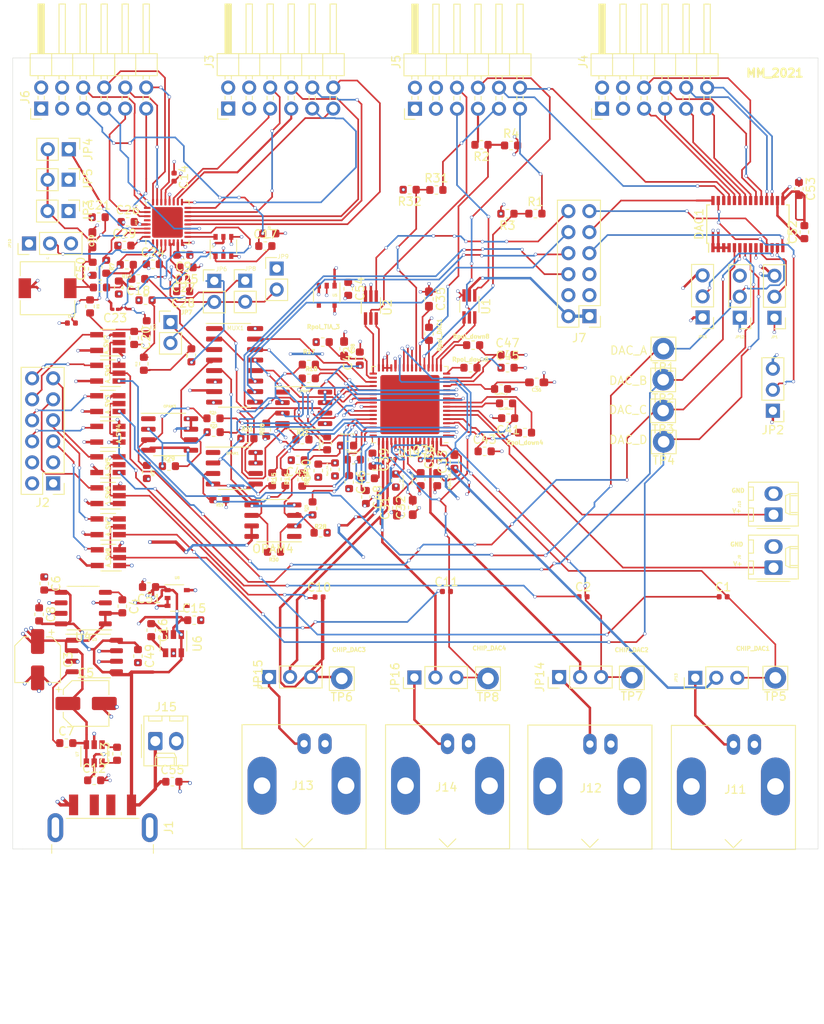
<source format=kicad_pcb>
(kicad_pcb (version 20171130) (host pcbnew 5.1.5+dfsg1-2build2)
  (layers (0 F.Cu signal) (1 In1.Cu power hide) (2 In2.Cu power hide) (31 B.Cu signal) (35 F.Paste user) (37 F.SilkS user) (38 B.Mask user) (39 F.Mask user) (44 Edge.Cuts user))
  (net 0 "")
  (net 1 "Net-(A_SW1-Pad2)")
  (net 2 JF1:MIO13)
  (net 3 JF2:MIO10)
  (net 4 "Net-(A_SW3-Pad2)")
  (net 5 JF3:MIO11)
  (net 6 JF4:MIO12)
  (net 7 "Net-(A_SW5-Pad2)")
  (net 8 JF7:MIO0)
  (net 9 JF8:MIO9)
  (net 10 "Net-(A_SW7-Pad2)")
  (net 11 JF9:MIO14)
  (net 12 JF10:MIO15)
  (net 13 VIN_TIA_1)
  (net 14 VIN_TIA_2)
  (net 15 "Net-(C4-Pad1)")
  (net 16 "Net-(C7-Pad1)")
  (net 17 VIN_TIA_3)
  (net 18 VIN_TIA_4)
  (net 19 -3V3)
  (net 20 "Net-(C13-Pad2)")
  (net 21 "Net-(C13-Pad1)")
  (net 22 -5V)
  (net 23 "Net-(C16-Pad2)")
  (net 24 "Net-(C16-Pad1)")
  (net 25 "Net-(C17-Pad2)")
  (net 26 JD10:V18)
  (net 27 "Net-(C18-Pad2)")
  (net 28 ADC_ANALOG_IN)
  (net 29 "Net-(C19-Pad1)")
  (net 30 "Net-(C20-Pad1)")
  (net 31 ADC_SENSE)
  (net 32 ADC_VCM)
  (net 33 ADC_AIN-)
  (net 34 ADC_AIN+)
  (net 35 ADC_REFH)
  (net 36 ADC_REFL)
  (net 37 Rpol_up)
  (net 38 Rpol_down)
  (net 39 Rpol_TIA_1)
  (net 40 Rpol_DAC)
  (net 41 Rpol_TIA_2)
  (net 42 Rpol_TIA_3)
  (net 43 Rpol_TIA_4)
  (net 44 IN_fbAmp_izq_1)
  (net 45 IN_fbAmp_izq_3)
  (net 46 IN_fbAmp_der_1)
  (net 47 IN_fbAmp_der_3)
  (net 48 IN_fbAmp_izq_2)
  (net 49 IN_fbAmp_izq_4)
  (net 50 IN_fbAmp_der_2)
  (net 51 IN_fbAmp_der_4)
  (net 52 DAC_VOUT_A)
  (net 53 DAC_VOUT_B)
  (net 54 DAC_VOUT_C)
  (net 55 DAC_VOUT_D)
  (net 56 DAC_CS')
  (net 57 JA7:N16)
  (net 58 DAC_A0)
  (net 59 DAC_A1)
  (net 60 JA9:J16)
  (net 61 JE1:V12)
  (net 62 JE2:W16)
  (net 63 JE3:J15)
  (net 64 JE4:H15)
  (net 65 JE7:V13)
  (net 66 JE8:U17)
  (net 67 JE9:T17)
  (net 68 JE10:Y17)
  (net 69 JB1:T20)
  (net 70 JB2:U20)
  (net 71 DAC_GAIN)
  (net 72 JA8:L15)
  (net 73 "Net-(J1-Pad2)")
  (net 74 "Net-(J1-Pad3)")
  (net 75 VCC_FPGA)
  (net 76 JC10:U12)
  (net 77 JC9:T12)
  (net 78 JC8:Y14)
  (net 79 JC7:W14)
  (net 80 JC4:T10)
  (net 81 JC3:T11)
  (net 82 JC2:W15)
  (net 83 JC1:V15)
  (net 84 JB3:V20)
  (net 85 JB4:W20)
  (net 86 JB7:Y18)
  (net 87 JB8:Y19)
  (net 88 JB9:W18)
  (net 89 JB10:W19)
  (net 90 JD1:T14)
  (net 91 JD2:T15)
  (net 92 JD3:P14)
  (net 93 JD4:R14)
  (net 94 JD7:U14)
  (net 95 JD8:U15)
  (net 96 JD9:V17)
  (net 97 JA10:J14)
  (net 98 JA4:K14)
  (net 99 JA3:K16)
  (net 100 JA2:L14)
  (net 101 JA1:N15)
  (net 102 VIN_ref_disc)
  (net 103 Vadj_inv)
  (net 104 ADC_EXTERNAL_REF)
  (net 105 "Net-(JP6-Pad1)")
  (net 106 "Net-(JP7-Pad1)")
  (net 107 "Net-(JP8-Pad1)")
  (net 108 ADC_SHDN)
  (net 109 CHIP_INT_DIFF1)
  (net 110 CHIP_INT_DIFF2)
  (net 111 CHIP_INT_DIFF3)
  (net 112 CHIP_INT_DIFF4)
  (net 113 VOU_TIA_4)
  (net 114 VOU_TIA_1)
  (net 115 VOU_TIA_2)
  (net 116 VOU_TIA_3)
  (net 117 "Net-(OPAM1-Pad3)")
  (net 118 "Net-(OPAM1-Pad2)")
  (net 119 "Net-(OPAM1-Pad1)")
  (net 120 "Net-(OPAM2-Pad1)")
  (net 121 "Net-(OPAM2-Pad2)")
  (net 122 "Net-(OPAM2-Pad3)")
  (net 123 "Net-(OPAM3-Pad1)")
  (net 124 "Net-(OPAM3-Pad2)")
  (net 125 "Net-(OPAM3-Pad3)")
  (net 126 "Net-(OPAM4-Pad3)")
  (net 127 "Net-(OPAM4-Pad2)")
  (net 128 "Net-(OPAM4-Pad1)")
  (net 129 OUT_fbAmp_izq_1)
  (net 130 OUT_fbAmp_izq_3)
  (net 131 OUT_fbAmp_der_1)
  (net 132 OUT_fbAmp_der_3)
  (net 133 OUT_fbAmp_izq_2)
  (net 134 OUT_fbAmp_izq_4)
  (net 135 OUT_fbAmp_der_2)
  (net 136 OUT_fbAmp_der_4)
  (net 137 VOU_DISC_1)
  (net 138 VOU_DISC_2)
  (net 139 VOU_DISC_4)
  (net 140 VOU_DISC_3)
  (net 141 "Net-(U8-Pad4)")
  (net 142 ADC_CLK)
  (net 143 "Net-(U10-Pad28)")
  (net 144 "Net-(U5-Pad4)")
  (net 145 1.8vD)
  (net 146 1.8vA)
  (net 147 VOUT_int_1+)
  (net 148 VOUT_int_1-)
  (net 149 VOUT_int_2+)
  (net 150 VOUT_int_2-)
  (net 151 VOUT_int_3+)
  (net 152 VOUT_int_3-)
  (net 153 VOUT_int_4+)
  (net 154 VOUT_int_4-)
  (net 155 ADC_MODE)
  (net 156 +5V)
  (net 157 GND)
  (net 158 +3V3)
  (net 159 VIN_TIA_1_EXT)
  (net 160 VIN_TIA_2_EXT)
  (net 161 VIN_TIA_3_EXT)
  (net 162 VIN_TIA_4_EXT)
  (net 163 Detector1)
  (net 164 Detector2)
  (net 165 Detector3)
  (net 166 Detector4)
  (net 167 "Net-(C52-Pad1)")
  (net 168 chip_clk18)
  (net 169 chip_rst18)
  (net 170 chip_data_in18)
  (module Resistor_SMD:R_0603_1608Metric (layer F.Cu) (at 214.34 28.02 180)
    (fp_text reference R2 (at 0 -1.43) (layer F.SilkS))
    (fp_text value R_US)
    (pad 2 smd roundrect (at 0.7875 0 180) (size 0.875 0.95) (layers F.Cu F.Paste F.Mask) (net 88 JB9:W18))
    (pad 1 smd roundrect (at -0.7875 0 180) (size 0.875 0.95) (layers F.Cu F.Paste F.Mask) (net 169 chip_rst18))
  )
  (module Resistor_SMD:R_0603_1608Metric (layer F.Cu) (at 217.9225 28.1)
    (fp_text reference R4 (at 0 -1.43) (layer F.SilkS))
    (fp_text value R_US)
    (pad 2 smd roundrect (at 0.7875 0) (size 0.875 0.95) (layers F.Cu F.Paste F.Mask) (net 157 GND))
    (pad 1 smd roundrect (at -0.7875 0) (size 0.875 0.95) (layers F.Cu F.Paste F.Mask) (net 169 chip_rst18))
  )
  (module Resistor_SMD:R_0603_1608Metric (layer F.Cu) (at 205.66 33.45 180)
    (fp_text reference R32 (at 0 -1.43) (layer F.SilkS))
    (fp_text value R_US)
    (pad 2 smd roundrect (at 0.7875 0 180) (size 0.875 0.95) (layers F.Cu F.Paste F.Mask) (net 157 GND))
    (pad 1 smd roundrect (at -0.7875 0 180) (size 0.875 0.95) (layers F.Cu F.Paste F.Mask) (net 170 chip_data_in18))
  )
  (module Resistor_SMD:R_0603_1608Metric (layer F.Cu) (at 208.89 33.48)
    (fp_text reference R31 (at 0 -1.43) (layer F.SilkS))
    (fp_text value R_US)
    (pad 2 smd roundrect (at 0.7875 0) (size 0.875 0.95) (layers F.Cu F.Paste F.Mask) (net 87 JB8:Y19))
    (pad 1 smd roundrect (at -0.7875 0) (size 0.875 0.95) (layers F.Cu F.Paste F.Mask) (net 170 chip_data_in18))
  )
  (module Resistor_SMD:R_0603_1608Metric (layer F.Cu) (at 217.48 36.35 180)
    (fp_text reference R3 (at 0 -1.43) (layer F.SilkS))
    (fp_text value R_US)
    (pad 2 smd roundrect (at 0.7875 0 180) (size 0.875 0.95) (layers F.Cu F.Paste F.Mask) (net 157 GND))
    (pad 1 smd roundrect (at -0.7875 0 180) (size 0.875 0.95) (layers F.Cu F.Paste F.Mask) (net 168 chip_clk18))
  )
  (module Resistor_SMD:R_0603_1608Metric (layer F.Cu) (at 220.86 36.34)
    (fp_text reference R1 (at 0 -1.43) (layer F.SilkS))
    (fp_text value R_US)
    (pad 2 smd roundrect (at 0.7875 0) (size 0.875 0.95) (layers F.Cu F.Paste F.Mask) (net 86 JB7:Y18))
    (pad 1 smd roundrect (at -0.7875 0) (size 0.875 0.95) (layers F.Cu F.Paste F.Mask) (net 168 chip_clk18))
  )
  (module Capacitor_SMD:C_0603_1608Metric (layer F.Cu) (at 161.48 81.0575 270)
    (fp_text reference C6 (at 0 -1.43 90) (layer F.SilkS))
    (fp_text value 1uF)
    (pad 2 smd roundrect (at 0.7875 0 270) (size 0.875 0.95) (layers F.Cu F.Paste F.Mask) (net 156 +5V))
    (pad 1 smd roundrect (at -0.7875 0 270) (size 0.875 0.95) (layers F.Cu F.Paste F.Mask) (net 157 GND))
  )
  (module Capacitor_SMD:C_0603_1608Metric (layer F.Cu) (at 178.6725 42.84 180)
    (fp_text reference C25 (at 0 -1.43) (layer F.SilkS))
    (fp_text value 1uF)
    (pad 2 smd roundrect (at 0.7875 0 180) (size 0.875 0.95) (layers F.Cu F.Paste F.Mask) (net 36 ADC_REFL))
    (pad 1 smd roundrect (at -0.7875 0 180) (size 0.875 0.95) (layers F.Cu F.Paste F.Mask) (net 157 GND))
  )
  (module Capacitor_SMD:C_0603_1608Metric (layer F.Cu) (at 201.16 66.0875 270)
    (fp_text reference C39 (at 0 -1.43 90) (layer F.SilkS))
    (fp_text value 0.5uF)
    (pad 2 smd roundrect (at 0.7875 0 270) (size 0.875 0.95) (layers F.Cu F.Paste F.Mask) (net 18 VIN_TIA_4))
    (pad 1 smd roundrect (at -0.7875 0 270) (size 0.875 0.95) (layers F.Cu F.Paste F.Mask) (net 162 VIN_TIA_4_EXT))
  )
  (module Capacitor_SMD:C_0603_1608Metric (layer F.Cu) (at 160.86 84.7875 270)
    (fp_text reference C8 (at 0 -1.43 90) (layer F.SilkS))
    (fp_text value 1uF)
    (pad 2 smd roundrect (at 0.7875 0 270) (size 0.875 0.95) (layers F.Cu F.Paste F.Mask) (net 156 +5V))
    (pad 1 smd roundrect (at -0.7875 0 270) (size 0.875 0.95) (layers F.Cu F.Paste F.Mask) (net 157 GND))
  )
  (module Capacitor_SMD:C_0603_1608Metric (layer F.Cu) (at 164.1475 100.35)
    (fp_text reference C7 (at 0 -1.43) (layer F.SilkS))
    (fp_text value 1uF)
    (pad 2 smd roundrect (at 0.7875 0) (size 0.875 0.95) (layers F.Cu F.Paste F.Mask) (net 158 +3V3))
    (pad 1 smd roundrect (at -0.7875 0) (size 0.875 0.95) (layers F.Cu F.Paste F.Mask) (net 16 "Net-(C7-Pad1)"))
  )
  (module Package_TO_SOT_SMD:SOT-363_SC-70-6_Handsoldering (layer F.Cu) (at 200.97 47.69 270)
    (fp_text reference U2 (at 0 -2 90) (layer F.SilkS))
    (fp_text value TMUX1119)
    (pad 6 smd rect (at 1.33 -0.65 270) (size 1.5 0.4) (layers F.Cu F.Paste F.Mask) (net 140 VOU_DISC_3))
    (pad 5 smd rect (at 1.33 0 270) (size 1.5 0.4) (layers F.Cu F.Paste F.Mask) (net 85 JB4:W20))
    (pad 4 smd rect (at 1.33 0.65 270) (size 1.5 0.4) (layers F.Cu F.Paste F.Mask) (net 139 VOU_DISC_4))
    (pad 3 smd rect (at -1.33 0.65 270) (size 1.5 0.4) (layers F.Cu F.Paste F.Mask) (net 157 GND))
    (pad 2 smd rect (at -1.33 0 270) (size 1.5 0.4) (layers F.Cu F.Paste F.Mask) (net 75 VCC_FPGA))
    (pad 1 smd rect (at -1.33 -0.65 270) (size 1.5 0.4) (layers F.Cu F.Paste F.Mask) (net 101 JA1:N15))
  )
  (module Package_TO_SOT_SMD:SOT-363_SC-70-6_Handsoldering (layer F.Cu) (at 212.88 47.56 270)
    (fp_text reference U1 (at 0 -2 90) (layer F.SilkS))
    (fp_text value TMUX1119)
    (pad 6 smd rect (at 1.33 -0.65 270) (size 1.5 0.4) (layers F.Cu F.Paste F.Mask) (net 137 VOU_DISC_1))
    (pad 5 smd rect (at 1.33 0 270) (size 1.5 0.4) (layers F.Cu F.Paste F.Mask) (net 84 JB3:V20))
    (pad 4 smd rect (at 1.33 0.65 270) (size 1.5 0.4) (layers F.Cu F.Paste F.Mask) (net 138 VOU_DISC_2))
    (pad 3 smd rect (at -1.33 0.65 270) (size 1.5 0.4) (layers F.Cu F.Paste F.Mask) (net 157 GND))
    (pad 2 smd rect (at -1.33 0 270) (size 1.5 0.4) (layers F.Cu F.Paste F.Mask) (net 75 VCC_FPGA))
    (pad 1 smd rect (at -1.33 -0.65 270) (size 1.5 0.4) (layers F.Cu F.Paste F.Mask) (net 89 JB10:W19))
  )
  (module Connector_Pin:Pin_D1.4mm_L8.5mm_W2.8mm_FlatFork (layer F.Cu) (at 215.13 92.54)
    (fp_text reference TP8 (at 0 2.25) (layer F.SilkS))
    (fp_text value TestPoint)
    (pad 1 thru_hole circle (at 0 0) (size 2.6 2.6) (drill 1.4) (layers *.Cu *.Mask) (net 162 VIN_TIA_4_EXT))
  )
  (module Connector_Pin:Pin_D1.4mm_L8.5mm_W2.8mm_FlatFork (layer F.Cu) (at 232.52 92.44)
    (fp_text reference TP7 (at 0 2.25) (layer F.SilkS))
    (fp_text value TestPoint)
    (pad 1 thru_hole circle (at 0 0) (size 2.6 2.6) (drill 1.4) (layers *.Cu *.Mask) (net 160 VIN_TIA_2_EXT))
  )
  (module Connector_Pin:Pin_D1.4mm_L8.5mm_W2.8mm_FlatFork (layer F.Cu) (at 197.45 92.54)
    (fp_text reference TP6 (at 0 2.25) (layer F.SilkS))
    (fp_text value TestPoint)
    (pad 1 thru_hole circle (at 0 0) (size 2.6 2.6) (drill 1.4) (layers *.Cu *.Mask) (net 161 VIN_TIA_3_EXT))
  )
  (module Connector_Pin:Pin_D1.4mm_L8.5mm_W2.8mm_FlatFork (layer F.Cu) (at 249.87 92.46)
    (fp_text reference TP5 (at 0 2.25) (layer F.SilkS))
    (fp_text value TestPoint)
    (pad 1 thru_hole circle (at 0 0) (size 2.6 2.6) (drill 1.4) (layers *.Cu *.Mask) (net 159 VIN_TIA_1_EXT))
  )
  (module Connector_Pin:Pin_D1.4mm_L8.5mm_W2.8mm_FlatFork (layer F.Cu) (at 236.37 63.92)
    (fp_text reference TP4 (at 0 2.25) (layer F.SilkS))
    (fp_text value TestPoint)
    (pad 1 thru_hole circle (at 0 0) (size 2.6 2.6) (drill 1.4) (layers *.Cu *.Mask) (net 55 DAC_VOUT_D))
  )
  (module Connector_Pin:Pin_D1.4mm_L8.5mm_W2.8mm_FlatFork (layer F.Cu) (at 236.3 60.15)
    (fp_text reference TP3 (at 0 2.25) (layer F.SilkS))
    (fp_text value TestPoint)
    (pad 1 thru_hole circle (at 0 0) (size 2.6 2.6) (drill 1.4) (layers *.Cu *.Mask) (net 54 DAC_VOUT_C))
  )
  (module Connector_Pin:Pin_D1.4mm_L8.5mm_W2.8mm_FlatFork (layer F.Cu) (at 236.31 56.42)
    (fp_text reference TP2 (at 0 2.25) (layer F.SilkS))
    (fp_text value TestPoint)
    (pad 1 thru_hole circle (at 0 0) (size 2.6 2.6) (drill 1.4) (layers *.Cu *.Mask) (net 53 DAC_VOUT_B))
  )
  (module Connector_Pin:Pin_D1.4mm_L8.5mm_W2.8mm_FlatFork (layer F.Cu) (at 236.34 52.67)
    (fp_text reference TP1 (at 0 2.25) (layer F.SilkS))
    (fp_text value TestPoint)
    (pad 1 thru_hole circle (at 0 0) (size 2.6 2.6) (drill 1.4) (layers *.Cu *.Mask) (net 52 DAC_VOUT_A))
  )
  (module Capacitor_SMD:C_0603_1608Metric (layer F.Cu) (at 176.97 105.02)
    (fp_text reference C55 (at 0 -1.43) (layer F.SilkS))
    (fp_text value 10uF)
    (pad 2 smd roundrect (at 0.7875 0) (size 0.875 0.95) (layers F.Cu F.Paste F.Mask) (net 157 GND))
    (pad 1 smd roundrect (at -0.7875 0) (size 0.875 0.95) (layers F.Cu F.Paste F.Mask) (net 156 +5V))
  )
  (module Capacitor_SMD:C_0603_1608Metric (layer F.Cu) (at 252.72 33.35 270)
    (fp_text reference C53 (at 0 -1.43 90) (layer F.SilkS))
    (fp_text value 0.1uF)
    (pad 2 smd roundrect (at 0.7875 0 270) (size 0.875 0.95) (layers F.Cu F.Paste F.Mask) (net 75 VCC_FPGA))
    (pad 1 smd roundrect (at -0.7875 0 270) (size 0.875 0.95) (layers F.Cu F.Paste F.Mask) (net 157 GND))
  )
  (module Capacitor_SMD:C_0603_1608Metric (layer F.Cu) (at 167.34 43.0075 90)
    (fp_text reference C50 (at 0 -1.43 90) (layer F.SilkS))
    (fp_text value 0.1uF)
    (pad 2 smd roundrect (at 0.7875 0 90) (size 0.875 0.95) (layers F.Cu F.Paste F.Mask) (net 29 "Net-(C19-Pad1)"))
    (pad 1 smd roundrect (at -0.7875 0 90) (size 0.875 0.95) (layers F.Cu F.Paste F.Mask) (net 157 GND))
  )
  (module Capacitor_SMD:C_0603_1608Metric (layer F.Cu) (at 172.81 89.83 270)
    (fp_text reference C49 (at 0 -1.43 90) (layer F.SilkS))
    (fp_text value 10uF)
    (pad 2 smd roundrect (at 0.7875 0 270) (size 0.875 0.95) (layers F.Cu F.Paste F.Mask) (net 157 GND))
    (pad 1 smd roundrect (at -0.7875 0 270) (size 0.875 0.95) (layers F.Cu F.Paste F.Mask) (net 156 +5V))
  )
  (module Capacitor_SMD:C_0603_1608Metric (layer F.Cu) (at 200.37 70.605 270)
    (fp_text reference C48 (at 0 -1.43 90) (layer F.SilkS))
    (fp_text value 20uF)
    (pad 2 smd roundrect (at 0.7875 0 270) (size 0.875 0.95) (layers F.Cu F.Paste F.Mask) (net 157 GND))
    (pad 1 smd roundrect (at -0.7875 0 270) (size 0.875 0.95) (layers F.Cu F.Paste F.Mask) (net 51 IN_fbAmp_der_4))
  )
  (module Capacitor_SMD:C_0603_1608Metric (layer F.Cu) (at 217.485 53.41)
    (fp_text reference C47 (at 0 -1.43) (layer F.SilkS))
    (fp_text value 20uF)
    (pad 2 smd roundrect (at 0.7875 0) (size 0.875 0.95) (layers F.Cu F.Paste F.Mask) (net 157 GND))
    (pad 1 smd roundrect (at -0.7875 0) (size 0.875 0.95) (layers F.Cu F.Paste F.Mask) (net 50 IN_fbAmp_der_2))
  )
  (module Capacitor_SMD:C_0603_1608Metric (layer F.Cu) (at 198.34 68.795 270)
    (fp_text reference C46 (at 0 -1.43 90) (layer F.SilkS))
    (fp_text value 20uF)
    (pad 2 smd roundrect (at 0.7875 0 270) (size 0.875 0.95) (layers F.Cu F.Paste F.Mask) (net 157 GND))
    (pad 1 smd roundrect (at -0.7875 0 270) (size 0.875 0.95) (layers F.Cu F.Paste F.Mask) (net 49 IN_fbAmp_izq_4))
  )
  (module Capacitor_SMD:C_0603_1608Metric (layer F.Cu) (at 217.4975 54.97)
    (fp_text reference C45 (at 0 -1.43) (layer F.SilkS))
    (fp_text value 20uF)
    (pad 2 smd roundrect (at 0.7875 0) (size 0.875 0.95) (layers F.Cu F.Paste F.Mask) (net 157 GND))
    (pad 1 smd roundrect (at -0.7875 0) (size 0.875 0.95) (layers F.Cu F.Paste F.Mask) (net 48 IN_fbAmp_izq_2))
  )
  (module Capacitor_SMD:C_0603_1608Metric (layer F.Cu) (at 192.135 66.15 180)
    (fp_text reference C44 (at 0 -1.43) (layer F.SilkS))
    (fp_text value 20uF)
    (pad 2 smd roundrect (at 0.7875 0 180) (size 0.875 0.95) (layers F.Cu F.Paste F.Mask) (net 157 GND))
    (pad 1 smd roundrect (at -0.7875 0 180) (size 0.875 0.95) (layers F.Cu F.Paste F.Mask) (net 47 IN_fbAmp_der_3))
  )
  (module Capacitor_SMD:C_0603_1608Metric (layer F.Cu) (at 214.725 65.08)
    (fp_text reference C43 (at 0 -1.43) (layer F.SilkS))
    (fp_text value 20uF)
    (pad 2 smd roundrect (at 0.7875 0) (size 0.875 0.95) (layers F.Cu F.Paste F.Mask) (net 157 GND))
    (pad 1 smd roundrect (at -0.7875 0) (size 0.875 0.95) (layers F.Cu F.Paste F.Mask) (net 46 IN_fbAmp_der_1))
  )
  (module Capacitor_SMD:C_0603_1608Metric (layer F.Cu) (at 199.63 53.8625 90)
    (fp_text reference C42 (at 0 -1.43 90) (layer F.SilkS))
    (fp_text value 20uF)
    (pad 2 smd roundrect (at 0.7875 0 90) (size 0.875 0.95) (layers F.Cu F.Paste F.Mask) (net 157 GND))
    (pad 1 smd roundrect (at -0.7875 0 90) (size 0.875 0.95) (layers F.Cu F.Paste F.Mask) (net 45 IN_fbAmp_izq_3))
  )
  (module Capacitor_SMD:C_0603_1608Metric (layer F.Cu) (at 217.565 61.07 180)
    (fp_text reference C41 (at 0 -1.43) (layer F.SilkS))
    (fp_text value 20uF)
    (pad 2 smd roundrect (at 0.7875 0 180) (size 0.875 0.95) (layers F.Cu F.Paste F.Mask) (net 157 GND))
    (pad 1 smd roundrect (at -0.7875 0 180) (size 0.875 0.95) (layers F.Cu F.Paste F.Mask) (net 44 IN_fbAmp_izq_1))
  )
  (module Capacitor_SMD:C_0603_1608Metric (layer F.Cu) (at 194.61 67.41 90)
    (fp_text reference C40 (at 0 -1.43 90) (layer F.SilkS))
    (fp_text value 20uF)
    (pad 2 smd roundrect (at 0.7875 0 90) (size 0.875 0.95) (layers F.Cu F.Paste F.Mask) (net 43 Rpol_TIA_4))
    (pad 1 smd roundrect (at -0.7875 0 90) (size 0.875 0.95) (layers F.Cu F.Paste F.Mask) (net 157 GND))
  )
  (module Capacitor_SMD:C_0603_1608Metric (layer F.Cu) (at 171.1675 40.2)
    (fp_text reference C29 (at 0 -1.43) (layer F.SilkS))
    (fp_text value 0.1uF)
    (pad 2 smd roundrect (at 0.7875 0) (size 0.875 0.95) (layers F.Cu F.Paste F.Mask) (net 155 ADC_MODE))
    (pad 1 smd roundrect (at -0.7875 0) (size 0.875 0.95) (layers F.Cu F.Paste F.Mask) (net 157 GND))
  )
  (module Capacitor_SMD:C_0603_1608Metric (layer F.Cu) (at 178.27 45.74 180)
    (fp_text reference C28 (at 0 -1.43) (layer F.SilkS))
    (fp_text value 0.1uF)
    (pad 2 smd roundrect (at 0.7875 0 180) (size 0.875 0.95) (layers F.Cu F.Paste F.Mask) (net 35 ADC_REFH))
    (pad 1 smd roundrect (at -0.7875 0 180) (size 0.875 0.95) (layers F.Cu F.Paste F.Mask) (net 36 ADC_REFL))
  )
  (module Capacitor_SMD:C_0402_1005Metric (layer F.Cu) (at 178.325 44.13 180)
    (fp_text reference C27 (at 0 -1.17) (layer F.SilkS))
    (fp_text value 2.2uF)
    (pad 2 smd roundrect (at 0.485 0 180) (size 0.59 0.64) (layers F.Cu F.Paste F.Mask) (net 35 ADC_REFH))
    (pad 1 smd roundrect (at -0.485 0 180) (size 0.59 0.64) (layers F.Cu F.Paste F.Mask) (net 36 ADC_REFL))
  )
  (module Capacitor_SMD:C_0603_1608Metric (layer F.Cu) (at 171.57 37.34)
    (fp_text reference C26 (at 0 -1.43) (layer F.SilkS))
    (fp_text value 0.1uF)
    (pad 2 smd roundrect (at 0.7875 0) (size 0.875 0.95) (layers F.Cu F.Paste F.Mask) (net 158 +3V3))
    (pad 1 smd roundrect (at -0.7875 0) (size 0.875 0.95) (layers F.Cu F.Paste F.Mask) (net 157 GND))
  )
  (module Capacitor_SMD:C_0201_0603Metric (layer F.Cu) (at 170.055 47.91 180)
    (fp_text reference C23 (at 0 -1.05) (layer F.SilkS))
    (fp_text value 12pF)
    (pad 2 smd roundrect (at 0.32 0 180) (size 0.46 0.4) (layers F.Cu F.Mask) (net 34 ADC_AIN+))
    (pad 1 smd roundrect (at -0.32 0 180) (size 0.46 0.4) (layers F.Cu F.Mask) (net 33 ADC_AIN-))
  )
  (module Capacitor_SMD:C_0603_1608Metric (layer F.Cu) (at 168.0625 36.77)
    (fp_text reference C21 (at 0 -1.43) (layer F.SilkS))
    (fp_text value 0.1uF)
    (pad 2 smd roundrect (at 0.7875 0) (size 0.875 0.95) (layers F.Cu F.Paste F.Mask) (net 31 ADC_SENSE))
    (pad 1 smd roundrect (at -0.7875 0) (size 0.875 0.95) (layers F.Cu F.Paste F.Mask) (net 157 GND))
  )
  (module Capacitor_SMD:C_0603_1608Metric (layer F.Cu) (at 172.35 51.3675 270)
    (fp_text reference C20 (at 0 -1.43 90) (layer F.SilkS))
    (fp_text value 0.1uF)
    (pad 2 smd roundrect (at 0.7875 0 270) (size 0.875 0.95) (layers F.Cu F.Paste F.Mask) (net 157 GND))
    (pad 1 smd roundrect (at -0.7875 0 270) (size 0.875 0.95) (layers F.Cu F.Paste F.Mask) (net 30 "Net-(C20-Pad1)"))
  )
  (module Capacitor_SMD:C_0603_1608Metric (layer F.Cu) (at 172.85 44.23 180)
    (fp_text reference C18 (at 0 -1.43) (layer F.SilkS))
    (fp_text value 0.1uF)
    (pad 2 smd roundrect (at 0.7875 0 180) (size 0.875 0.95) (layers F.Cu F.Paste F.Mask) (net 27 "Net-(C18-Pad2)"))
    (pad 1 smd roundrect (at -0.7875 0 180) (size 0.875 0.95) (layers F.Cu F.Paste F.Mask) (net 28 ADC_ANALOG_IN))
  )
  (module Capacitor_SMD:C_0603_1608Metric (layer F.Cu) (at 188.21 40.26)
    (fp_text reference C17 (at 0 -1.43) (layer F.SilkS))
    (fp_text value 0.1uF)
    (pad 2 smd roundrect (at 0.7875 0) (size 0.875 0.95) (layers F.Cu F.Paste F.Mask) (net 25 "Net-(C17-Pad2)"))
    (pad 1 smd roundrect (at -0.7875 0) (size 0.875 0.95) (layers F.Cu F.Paste F.Mask) (net 26 JD10:V18))
  )
  (module Capacitor_SMD:C_0603_1608Metric (layer F.Cu) (at 178.29 41.32 180)
    (fp_text reference C9 (at 0 -1.43) (layer F.SilkS))
    (fp_text value 0.1uF)
    (pad 2 smd roundrect (at 0.7875 0 180) (size 0.875 0.95) (layers F.Cu F.Paste F.Mask) (net 158 +3V3))
    (pad 1 smd roundrect (at -0.7875 0 180) (size 0.875 0.95) (layers F.Cu F.Paste F.Mask) (net 157 GND))
  )
  (module Capacitor_SMD:CP_Elec_5x3.9 (layer F.Cu) (at 166.54 95.56)
    (fp_text reference C5 (at 0 -3.7) (layer F.SilkS))
    (fp_text value 10uF)
    (pad 2 smd roundrect (at 2.2 0) (size 3 1.6) (layers F.Cu F.Paste F.Mask) (roundrect_rratio 0.15625) (net 157 GND))
    (pad 1 smd roundrect (at -2.2 0) (size 3 1.6) (layers F.Cu F.Paste F.Mask) (roundrect_rratio 0.15625) (net 158 +3V3))
  )
  (module Capacitor_SMD:C_0603_1608Metric (layer F.Cu) (at 170.92 83.81 270)
    (fp_text reference C4 (at 0 -1.43 90) (layer F.SilkS))
    (fp_text value 0.01uF)
    (pad 2 smd roundrect (at 0.7875 0 270) (size 0.875 0.95) (layers F.Cu F.Paste F.Mask) (net 158 +3V3))
    (pad 1 smd roundrect (at -0.7875 0 270) (size 0.875 0.95) (layers F.Cu F.Paste F.Mask) (net 15 "Net-(C4-Pad1)"))
  )
  (module Capacitor_SMD:C_0603_1608Metric (layer F.Cu) (at 198.23 45.4325 270)
    (fp_text reference C54 (at 0 -1.43 90) (layer F.SilkS))
    (fp_text value 1uF)
    (pad 2 smd roundrect (at 0.7875 0 270) (size 0.875 0.95) (layers F.Cu F.Paste F.Mask) (net 157 GND))
    (pad 1 smd roundrect (at -0.7875 0 270) (size 0.875 0.95) (layers F.Cu F.Paste F.Mask) (net 75 VCC_FPGA))
  )
  (module Capacitor_SMD:C_0603_1608Metric (layer F.Cu) (at 253.38 38.5775 90)
    (fp_text reference C52 (at 0 -1.43 90) (layer F.SilkS))
    (fp_text value 10uF)
    (pad 2 smd roundrect (at 0.7875 0 90) (size 0.875 0.95) (layers F.Cu F.Paste F.Mask) (net 75 VCC_FPGA))
    (pad 1 smd roundrect (at -0.7875 0 90) (size 0.875 0.95) (layers F.Cu F.Paste F.Mask) (net 167 "Net-(C52-Pad1)"))
  )
  (module Capacitor_SMD:C_0603_1608Metric (layer F.Cu) (at 174.1525 81.48 180)
    (fp_text reference C51 (at 0 -1.43) (layer F.SilkS))
    (fp_text value 1uF)
    (pad 2 smd roundrect (at 0.7875 0 180) (size 0.875 0.95) (layers F.Cu F.Paste F.Mask) (net 157 GND))
    (pad 1 smd roundrect (at -0.7875 0 180) (size 0.875 0.95) (layers F.Cu F.Paste F.Mask) (net 156 +5V))
  )
  (module Capacitor_SMD:C_0402_1005Metric (layer F.Cu) (at 207.43 66.08)
    (fp_text reference C34 (at 0 -1.17) (layer F.SilkS))
    (fp_text value 0.5uF)
    (pad 2 smd roundrect (at 0.485 0) (size 0.59 0.64) (layers F.Cu F.Paste F.Mask) (net 14 VIN_TIA_2))
    (pad 1 smd roundrect (at -0.485 0) (size 0.59 0.64) (layers F.Cu F.Paste F.Mask) (net 160 VIN_TIA_2_EXT))
  )
  (module Capacitor_SMD:C_0603_1608Metric_Pad1.05x0.95mm_HandSolder (layer F.Cu) (at 211.07 66.35 90)
    (fp_text reference C33 (at 0 -1.43 90) (layer F.SilkS))
    (fp_text value 20uF)
    (pad 2 smd roundrect (at 0.875 0 90) (size 1.05 0.95) (layers F.Cu F.Paste F.Mask) (net 39 Rpol_TIA_1))
    (pad 1 smd roundrect (at -0.875 0 90) (size 1.05 0.95) (layers F.Cu F.Paste F.Mask) (net 157 GND))
  )
  (module Capacitor_SMD:C_0603_1608Metric_Pad1.05x0.95mm_HandSolder (layer F.Cu) (at 206.03 71.86 90)
    (fp_text reference C32 (at 0 -1.43 90) (layer F.SilkS))
    (fp_text value 20uF)
    (pad 2 smd roundrect (at 0.875 0 90) (size 1.05 0.95) (layers F.Cu F.Paste F.Mask) (net 38 Rpol_down))
    (pad 1 smd roundrect (at -0.875 0 90) (size 1.05 0.95) (layers F.Cu F.Paste F.Mask) (net 157 GND))
  )
  (module Capacitor_SMD:C_0603_1608Metric_Pad1.05x0.95mm_HandSolder (layer F.Cu) (at 204.12 71.925 90)
    (fp_text reference C31 (at 0 -1.43 90) (layer F.SilkS))
    (fp_text value 20uF)
    (pad 2 smd roundrect (at 0.875 0 90) (size 1.05 0.95) (layers F.Cu F.Paste F.Mask) (net 37 Rpol_up))
    (pad 1 smd roundrect (at -0.875 0 90) (size 1.05 0.95) (layers F.Cu F.Paste F.Mask) (net 157 GND))
  )
  (module Capacitor_SMD:C_0402_1005Metric (layer F.Cu) (at 209.2 65.78 90)
    (fp_text reference C30 (at 0 -1.17 90) (layer F.SilkS))
    (fp_text value 0.5uF)
    (pad 2 smd roundrect (at 0.485 0 90) (size 0.59 0.64) (layers F.Cu F.Paste F.Mask) (net 13 VIN_TIA_1))
    (pad 1 smd roundrect (at -0.485 0 90) (size 0.59 0.64) (layers F.Cu F.Paste F.Mask) (net 159 VIN_TIA_1_EXT))
  )
  (module Capacitor_SMD:C_0603_1608Metric (layer F.Cu) (at 174.61 42.46)
    (fp_text reference C24 (at 0 -1.43) (layer F.SilkS))
    (fp_text value 1uF)
    (pad 2 smd roundrect (at 0.7875 0) (size 0.875 0.95) (layers F.Cu F.Paste F.Mask) (net 35 ADC_REFH))
    (pad 1 smd roundrect (at -0.7875 0) (size 0.875 0.95) (layers F.Cu F.Paste F.Mask) (net 157 GND))
  )
  (module Capacitor_SMD:C_0603_1608Metric (layer F.Cu) (at 174.41 86.7 270)
    (fp_text reference C16 (at 0 -1.43 90) (layer F.SilkS))
    (fp_text value 1uF)
    (pad 2 smd roundrect (at 0.7875 0 270) (size 0.875 0.95) (layers F.Cu F.Paste F.Mask) (net 23 "Net-(C16-Pad2)"))
    (pad 1 smd roundrect (at -0.7875 0 270) (size 0.875 0.95) (layers F.Cu F.Paste F.Mask) (net 24 "Net-(C16-Pad1)"))
  )
  (module Capacitor_SMD:C_0603_1608Metric (layer F.Cu) (at 179.61 85.49)
    (fp_text reference C15 (at 0 -1.43) (layer F.SilkS))
    (fp_text value 10uF)
    (pad 2 smd roundrect (at 0.7875 0) (size 0.875 0.95) (layers F.Cu F.Paste F.Mask) (net 157 GND))
    (pad 1 smd roundrect (at -0.7875 0) (size 0.875 0.95) (layers F.Cu F.Paste F.Mask) (net 22 -5V))
  )
  (module Capacitor_SMD:C_0402_1005Metric (layer F.Cu) (at 177.18 31.93 270)
    (fp_text reference C14 (at 0 -1.17 90) (layer F.SilkS))
    (fp_text value 0.1uF)
    (pad 2 smd roundrect (at 0.485 0 270) (size 0.59 0.64) (layers F.Cu F.Paste F.Mask) (net 75 VCC_FPGA))
    (pad 1 smd roundrect (at -0.485 0 270) (size 0.59 0.64) (layers F.Cu F.Paste F.Mask) (net 157 GND))
  )
  (module Capacitor_SMD:C_0603_1608Metric (layer F.Cu) (at 170.28 101.64 90)
    (fp_text reference C13 (at 0 -1.43 90) (layer F.SilkS))
    (fp_text value 1uF)
    (pad 2 smd roundrect (at 0.7875 0 90) (size 0.875 0.95) (layers F.Cu F.Paste F.Mask) (net 20 "Net-(C13-Pad2)"))
    (pad 1 smd roundrect (at -0.7875 0 90) (size 0.875 0.95) (layers F.Cu F.Paste F.Mask) (net 21 "Net-(C13-Pad1)"))
  )
  (module Capacitor_SMD:C_0603_1608Metric (layer F.Cu) (at 167.52 104.85)
    (fp_text reference C12 (at 0 -1.43) (layer F.SilkS))
    (fp_text value 10uF)
    (pad 2 smd roundrect (at 0.7875 0) (size 0.875 0.95) (layers F.Cu F.Paste F.Mask) (net 157 GND))
    (pad 1 smd roundrect (at -0.7875 0) (size 0.875 0.95) (layers F.Cu F.Paste F.Mask) (net 19 -3V3))
  )
  (module Capacitor_SMD:C_0402_1005Metric (layer F.Cu) (at 210.11 82.02)
    (fp_text reference C11 (at 0 -1.17) (layer F.SilkS))
    (fp_text value 350p)
    (pad 2 smd roundrect (at 0.485 0) (size 0.59 0.64) (layers F.Cu F.Paste F.Mask) (net 162 VIN_TIA_4_EXT))
    (pad 1 smd roundrect (at -0.485 0) (size 0.59 0.64) (layers F.Cu F.Paste F.Mask) (net 10 "Net-(A_SW7-Pad2)"))
  )
  (module Capacitor_SMD:C_0402_1005Metric (layer F.Cu) (at 194.71 82.69)
    (fp_text reference C10 (at 0 -1.17) (layer F.SilkS))
    (fp_text value 350p)
    (pad 2 smd roundrect (at 0.485 0) (size 0.59 0.64) (layers F.Cu F.Paste F.Mask) (net 161 VIN_TIA_3_EXT))
    (pad 1 smd roundrect (at -0.485 0) (size 0.59 0.64) (layers F.Cu F.Paste F.Mask) (net 7 "Net-(A_SW5-Pad2)"))
  )
  (module Capacitor_SMD:CP_Elec_5x3.9 (layer F.Cu) (at 160.68 90.27 270)
    (fp_text reference C3 (at 0 -3.7 90) (layer F.SilkS))
    (fp_text value 10uF)
    (pad 2 smd roundrect (at 2.2 0 270) (size 3 1.6) (layers F.Cu F.Paste F.Mask) (roundrect_rratio 0.15625) (net 157 GND))
    (pad 1 smd roundrect (at -2.2 0 270) (size 3 1.6) (layers F.Cu F.Paste F.Mask) (roundrect_rratio 0.15625) (net 158 +3V3))
  )
  (module Capacitor_SMD:C_0402_1005Metric (layer F.Cu) (at 226.63 82.66)
    (fp_text reference C2 (at 0 -1.17) (layer F.SilkS))
    (fp_text value 350p)
    (pad 2 smd roundrect (at 0.485 0) (size 0.59 0.64) (layers F.Cu F.Paste F.Mask) (net 160 VIN_TIA_2_EXT))
    (pad 1 smd roundrect (at -0.485 0) (size 0.59 0.64) (layers F.Cu F.Paste F.Mask) (net 4 "Net-(A_SW3-Pad2)"))
  )
  (module Capacitor_SMD:C_0402_1005Metric (layer F.Cu) (at 243.56 82.66)
    (fp_text reference C1 (at 0 -1.17) (layer F.SilkS))
    (fp_text value 350p)
    (pad 2 smd roundrect (at 0.485 0) (size 0.59 0.64) (layers F.Cu F.Paste F.Mask) (net 159 VIN_TIA_1_EXT))
    (pad 1 smd roundrect (at -0.485 0) (size 0.59 0.64) (layers F.Cu F.Paste F.Mask) (net 1 "Net-(A_SW1-Pad2)"))
  )
  (module Package_SO:SO-8_3.9x4.9mm_P1.27mm (layer F.Cu) (at 192.85 59.82)
    (fp_text reference OPAM2 (at 0.05 -2.01) (layer F.SilkS) (effects (font (size 0.3 0.3) (thickness 0.075))))
    (fp_text value LTC6226)
    (pad 8 smd roundrect (at 2.575 -1.905) (size 1.75 0.6) (layers F.Cu F.Paste F.Mask) (net 158 +3V3))
    (pad 7 smd roundrect (at 2.575 -0.635) (size 1.75 0.6) (layers F.Cu F.Paste F.Mask) (net 158 +3V3))
    (pad 6 smd roundrect (at 2.575 0.635) (size 1.75 0.6) (layers F.Cu F.Paste F.Mask) (net 110 CHIP_INT_DIFF2))
    (pad 5 smd roundrect (at 2.575 1.905) (size 1.75 0.6) (layers F.Cu F.Paste F.Mask) (net 19 -3V3))
    (pad 4 smd roundrect (at -2.575 1.905) (size 1.75 0.6) (layers F.Cu F.Paste F.Mask) (net 19 -3V3))
    (pad 3 smd roundrect (at -2.575 0.635) (size 1.75 0.6) (layers F.Cu F.Paste F.Mask) (net 122 "Net-(OPAM2-Pad3)"))
    (pad 2 smd roundrect (at -2.575 -0.635) (size 1.75 0.6) (layers F.Cu F.Paste F.Mask) (net 121 "Net-(OPAM2-Pad2)"))
    (pad 1 smd roundrect (at -2.575 -1.905) (size 1.75 0.6) (layers F.Cu F.Paste F.Mask) (net 120 "Net-(OPAM2-Pad1)"))
  )
  (module Package_SO:SO-8_3.9x4.9mm_P1.27mm (layer F.Cu) (at 189.13 73.46 180)
    (fp_text reference OPAM4 (at 0 -3.4) (layer F.SilkS))
    (fp_text value LTC6226)
    (pad 8 smd roundrect (at 2.575 -1.905 180) (size 1.75 0.6) (layers F.Cu F.Paste F.Mask) (net 158 +3V3))
    (pad 7 smd roundrect (at 2.575 -0.635 180) (size 1.75 0.6) (layers F.Cu F.Paste F.Mask) (net 158 +3V3))
    (pad 6 smd roundrect (at 2.575 0.635 180) (size 1.75 0.6) (layers F.Cu F.Paste F.Mask) (net 112 CHIP_INT_DIFF4))
    (pad 5 smd roundrect (at 2.575 1.905 180) (size 1.75 0.6) (layers F.Cu F.Paste F.Mask) (net 19 -3V3))
    (pad 4 smd roundrect (at -2.575 1.905 180) (size 1.75 0.6) (layers F.Cu F.Paste F.Mask) (net 19 -3V3))
    (pad 3 smd roundrect (at -2.575 0.635 180) (size 1.75 0.6) (layers F.Cu F.Paste F.Mask) (net 126 "Net-(OPAM4-Pad3)"))
    (pad 2 smd roundrect (at -2.575 -0.635 180) (size 1.75 0.6) (layers F.Cu F.Paste F.Mask) (net 127 "Net-(OPAM4-Pad2)"))
    (pad 1 smd roundrect (at -2.575 -1.905 180) (size 1.75 0.6) (layers F.Cu F.Paste F.Mask) (net 128 "Net-(OPAM4-Pad1)"))
  )
  (module Package_SO:SO-8_3.9x4.9mm_P1.27mm (layer F.Cu) (at 176.64 63.04)
    (fp_text reference OPAM3 (at 0 -3.4) (layer F.SilkS) (effects (font (size 0.3 0.3) (thickness 0.075))))
    (fp_text value LTC6226)
    (pad 8 smd roundrect (at 2.575 -1.905) (size 1.75 0.6) (layers F.Cu F.Paste F.Mask) (net 158 +3V3))
    (pad 7 smd roundrect (at 2.575 -0.635) (size 1.75 0.6) (layers F.Cu F.Paste F.Mask) (net 158 +3V3))
    (pad 6 smd roundrect (at 2.575 0.635) (size 1.75 0.6) (layers F.Cu F.Paste F.Mask) (net 111 CHIP_INT_DIFF3))
    (pad 5 smd roundrect (at 2.575 1.905) (size 1.75 0.6) (layers F.Cu F.Paste F.Mask) (net 19 -3V3))
    (pad 4 smd roundrect (at -2.575 1.905) (size 1.75 0.6) (layers F.Cu F.Paste F.Mask) (net 19 -3V3))
    (pad 3 smd roundrect (at -2.575 0.635) (size 1.75 0.6) (layers F.Cu F.Paste F.Mask) (net 125 "Net-(OPAM3-Pad3)"))
    (pad 2 smd roundrect (at -2.575 -0.635) (size 1.75 0.6) (layers F.Cu F.Paste F.Mask) (net 124 "Net-(OPAM3-Pad2)"))
    (pad 1 smd roundrect (at -2.575 -1.905) (size 1.75 0.6) (layers F.Cu F.Paste F.Mask) (net 123 "Net-(OPAM3-Pad1)"))
  )
  (module Package_SO:SO-8_3.9x4.9mm_P1.27mm (layer F.Cu) (at 184.46 67.12)
    (fp_text reference OPAM1 (at -0.21 -1.79) (layer F.SilkS) (effects (font (size 0.3 0.3) (thickness 0.075))))
    (fp_text value LTC6226)
    (pad 8 smd roundrect (at 2.575 -1.905) (size 1.75 0.6) (layers F.Cu F.Paste F.Mask) (net 158 +3V3))
    (pad 7 smd roundrect (at 2.575 -0.635) (size 1.75 0.6) (layers F.Cu F.Paste F.Mask) (net 158 +3V3))
    (pad 6 smd roundrect (at 2.575 0.635) (size 1.75 0.6) (layers F.Cu F.Paste F.Mask) (net 109 CHIP_INT_DIFF1))
    (pad 5 smd roundrect (at 2.575 1.905) (size 1.75 0.6) (layers F.Cu F.Paste F.Mask) (net 19 -3V3))
    (pad 4 smd roundrect (at -2.575 1.905) (size 1.75 0.6) (layers F.Cu F.Paste F.Mask) (net 19 -3V3))
    (pad 3 smd roundrect (at -2.575 0.635) (size 1.75 0.6) (layers F.Cu F.Paste F.Mask) (net 117 "Net-(OPAM1-Pad3)"))
    (pad 2 smd roundrect (at -2.575 -0.635) (size 1.75 0.6) (layers F.Cu F.Paste F.Mask) (net 118 "Net-(OPAM1-Pad2)"))
    (pad 1 smd roundrect (at -2.575 -1.905) (size 1.75 0.6) (layers F.Cu F.Paste F.Mask) (net 119 "Net-(OPAM1-Pad1)"))
  )
  (module Package_SO:SOIC-16_3.9x9.9mm_P1.27mm (layer F.Cu) (at 184.5 54.68)
    (fp_text reference MUX1 (at 0.1 -4.5) (layer F.SilkS) (effects (font (size 0.5 0.5) (thickness 0.075))))
    (fp_text value DG4051E)
    (pad 16 smd roundrect (at 2.475 -4.445) (size 1.95 0.6) (layers F.Cu F.Paste F.Mask) (net 156 +5V))
    (pad 15 smd roundrect (at 2.475 -3.175) (size 1.95 0.6) (layers F.Cu F.Paste F.Mask) (net 116 VOU_TIA_3))
    (pad 14 smd roundrect (at 2.475 -1.905) (size 1.95 0.6) (layers F.Cu F.Paste F.Mask) (net 115 VOU_TIA_2))
    (pad 13 smd roundrect (at 2.475 -0.635) (size 1.95 0.6) (layers F.Cu F.Paste F.Mask) (net 114 VOU_TIA_1))
    (pad 12 smd roundrect (at 2.475 0.635) (size 1.95 0.6) (layers F.Cu F.Paste F.Mask) (net 113 VOU_TIA_4))
    (pad 11 smd roundrect (at 2.475 1.905) (size 1.95 0.6) (layers F.Cu F.Paste F.Mask) (net 100 JA2:L14))
    (pad 10 smd roundrect (at 2.475 3.175) (size 1.95 0.6) (layers F.Cu F.Paste F.Mask) (net 99 JA3:K16))
    (pad 9 smd roundrect (at 2.475 4.445) (size 1.95 0.6) (layers F.Cu F.Paste F.Mask) (net 98 JA4:K14))
    (pad 8 smd roundrect (at -2.475 4.445) (size 1.95 0.6) (layers F.Cu F.Paste F.Mask) (net 157 GND))
    (pad 7 smd roundrect (at -2.475 3.175) (size 1.95 0.6) (layers F.Cu F.Paste F.Mask) (net 22 -5V))
    (pad 6 smd roundrect (at -2.475 1.905) (size 1.95 0.6) (layers F.Cu F.Paste F.Mask) (net 157 GND))
    (pad 5 smd roundrect (at -2.475 0.635) (size 1.95 0.6) (layers F.Cu F.Paste F.Mask) (net 112 CHIP_INT_DIFF4))
    (pad 4 smd roundrect (at -2.475 -0.635) (size 1.95 0.6) (layers F.Cu F.Paste F.Mask) (net 111 CHIP_INT_DIFF3))
    (pad 3 smd roundrect (at -2.475 -1.905) (size 1.95 0.6) (layers F.Cu F.Paste F.Mask) (net 28 ADC_ANALOG_IN))
    (pad 2 smd roundrect (at -2.475 -3.175) (size 1.95 0.6) (layers F.Cu F.Paste F.Mask) (net 110 CHIP_INT_DIFF2))
    (pad 1 smd roundrect (at -2.475 -4.445) (size 1.95 0.6) (layers F.Cu F.Paste F.Mask) (net 109 CHIP_INT_DIFF1))
  )
  (module Connector_USB:USB_A_CNCTech_1001-011-01101_Horizontal (layer F.Cu) (at 168.53 117.47 270)
    (fp_text reference J1 (at -6.9 -8 90) (layer F.SilkS))
    (fp_text value USB_A)
    (pad 2 smd rect (at -9.65 -1 270) (size 2.5 1.1) (layers F.Cu F.Paste F.Mask) (net 73 "Net-(J1-Pad2)"))
    (pad 3 smd rect (at -9.65 1 270) (size 2.5 1.1) (layers F.Cu F.Paste F.Mask) (net 74 "Net-(J1-Pad3)"))
    (pad 1 smd rect (at -9.65 -3.5 270) (size 2.5 1.1) (layers F.Cu F.Paste F.Mask) (net 156 +5V))
    (pad 4 smd rect (at -9.65 3.5 270) (size 2.5 1.1) (layers F.Cu F.Paste F.Mask) (net 157 GND))
    (pad 5 thru_hole oval (at -6.9 -5.7 270) (size 3.5 1.9) (drill oval 2.5 0.9) (layers *.Cu *.Mask) (net 157 GND))
    (pad 5 thru_hole oval (at -6.9 5.7 270) (size 3.5 1.9) (drill oval 2.5 0.9) (layers *.Cu *.Mask) (net 157 GND))
    (pad "" np_thru_hole circle (at -6.9 -2.3 270) (size 1.1 1.1) (drill 1.1) (layers *.Cu *.Mask))
    (pad "" np_thru_hole circle (at -6.9 2.3 270) (size 1.1 1.1) (drill 1.1) (layers *.Cu *.Mask))
  )
  (module Capacitor_SMD:C_0603_1608Metric_Pad1.05x0.95mm_HandSolder (layer F.Cu) (at 167.3 39.5 90)
    (fp_text reference C19 (at -0.11495 -0.056569 90) (layer F.SilkS) (effects (font (size 0.5 0.5) (thickness 0.125))))
    (fp_text value 4.7uF)
    (pad 2 smd roundrect (at 0.875 0 90) (size 1.05 0.95) (layers F.Cu F.Paste F.Mask) (net 157 GND))
    (pad 1 smd roundrect (at -0.875 0 90) (size 1.05 0.95) (layers F.Cu F.Paste F.Mask) (net 29 "Net-(C19-Pad1)"))
  )
  (module Connector_PinHeader_2.54mm:PinHeader_2x06_P2.54mm_Horizontal (layer F.Cu) (at 228.92 23.65 90)
    (fp_text reference J4 (at 5.655 -2.27 90) (layer F.SilkS))
    (fp_text value Conn_02x06_Top_Bottom)
    (pad 1 thru_hole oval (at 2.54 12.7 90) (size 1.7 1.7) (drill 1) (layers *.Cu *.Mask) (net 61 JE1:V12))
    (pad 7 thru_hole oval (at 0 12.7 90) (size 1.7 1.7) (drill 1) (layers *.Cu *.Mask) (net 65 JE7:V13))
    (pad 2 thru_hole oval (at 2.54 10.16 90) (size 1.7 1.7) (drill 1) (layers *.Cu *.Mask) (net 62 JE2:W16))
    (pad 8 thru_hole oval (at 0 10.16 90) (size 1.7 1.7) (drill 1) (layers *.Cu *.Mask) (net 66 JE8:U17))
    (pad 3 thru_hole oval (at 2.54 7.62 90) (size 1.7 1.7) (drill 1) (layers *.Cu *.Mask) (net 63 JE3:J15))
    (pad 9 thru_hole oval (at 0 7.62 90) (size 1.7 1.7) (drill 1) (layers *.Cu *.Mask) (net 67 JE9:T17))
    (pad 4 thru_hole oval (at 2.54 5.08 90) (size 1.7 1.7) (drill 1) (layers *.Cu *.Mask) (net 64 JE4:H15))
    (pad 10 thru_hole oval (at 0 5.08 90) (size 1.7 1.7) (drill 1) (layers *.Cu *.Mask) (net 68 JE10:Y17))
    (pad 5 thru_hole oval (at 2.54 2.54 90) (size 1.7 1.7) (drill 1) (layers *.Cu *.Mask) (net 157 GND))
    (pad 11 thru_hole oval (at 0 2.54 90) (size 1.7 1.7) (drill 1) (layers *.Cu *.Mask) (net 157 GND))
    (pad 6 thru_hole oval (at 2.54 0 90) (size 1.7 1.7) (drill 1) (layers *.Cu *.Mask) (net 75 VCC_FPGA))
    (pad 12 thru_hole rect (at 0 0 90) (size 1.7 1.7) (drill 1) (layers *.Cu *.Mask) (net 75 VCC_FPGA))
  )
  (module Connector_PinHeader_2.54mm:PinHeader_2x06_P2.54mm_Horizontal (layer F.Cu) (at 183.72 23.64 90)
    (fp_text reference J3 (at 5.655 -2.27 90) (layer F.SilkS))
    (fp_text value Conn_02x06_Top_Bottom)
    (pad 1 thru_hole oval (at 2.54 12.7 90) (size 1.7 1.7) (drill 1) (layers *.Cu *.Mask) (net 83 JC1:V15))
    (pad 7 thru_hole oval (at 0 12.7 90) (size 1.7 1.7) (drill 1) (layers *.Cu *.Mask) (net 79 JC7:W14))
    (pad 2 thru_hole oval (at 2.54 10.16 90) (size 1.7 1.7) (drill 1) (layers *.Cu *.Mask) (net 82 JC2:W15))
    (pad 8 thru_hole oval (at 0 10.16 90) (size 1.7 1.7) (drill 1) (layers *.Cu *.Mask) (net 78 JC8:Y14))
    (pad 3 thru_hole oval (at 2.54 7.62 90) (size 1.7 1.7) (drill 1) (layers *.Cu *.Mask) (net 81 JC3:T11))
    (pad 9 thru_hole oval (at 0 7.62 90) (size 1.7 1.7) (drill 1) (layers *.Cu *.Mask) (net 77 JC9:T12))
    (pad 4 thru_hole oval (at 2.54 5.08 90) (size 1.7 1.7) (drill 1) (layers *.Cu *.Mask) (net 80 JC4:T10))
    (pad 10 thru_hole oval (at 0 5.08 90) (size 1.7 1.7) (drill 1) (layers *.Cu *.Mask) (net 76 JC10:U12))
    (pad 5 thru_hole oval (at 2.54 2.54 90) (size 1.7 1.7) (drill 1) (layers *.Cu *.Mask) (net 157 GND))
    (pad 11 thru_hole oval (at 0 2.54 90) (size 1.7 1.7) (drill 1) (layers *.Cu *.Mask) (net 157 GND))
    (pad 6 thru_hole oval (at 2.54 0 90) (size 1.7 1.7) (drill 1) (layers *.Cu *.Mask) (net 75 VCC_FPGA))
    (pad 12 thru_hole rect (at 0 0 90) (size 1.7 1.7) (drill 1) (layers *.Cu *.Mask) (net 75 VCC_FPGA))
  )
  (module Package_SO:TSOP-6_1.65x3.05mm_P0.95mm (layer F.Cu) (at 183.14 40.31 90)
    (fp_text reference U9 (at 0 -1.27 90) (layer F.SilkS) (effects (font (size 0.2 0.2) (thickness 0.05))))
    (fp_text value SN74AUC2G06)
    (pad 1 smd rect (at -1.16 -0.95 90) (size 0.7 0.51) (layers F.Cu F.Paste F.Mask) (net 25 "Net-(C17-Pad2)"))
    (pad 2 smd rect (at -1.16 0 90) (size 0.7 0.51) (layers F.Cu F.Paste F.Mask) (net 157 GND))
    (pad 3 smd rect (at -1.16 0.95 90) (size 0.7 0.51) (layers F.Cu F.Paste F.Mask) (net 157 GND))
    (pad 4 smd rect (at 1.16 0.95 90) (size 0.7 0.51) (layers F.Cu F.Paste F.Mask) (net 157 GND))
    (pad 5 smd rect (at 1.16 0 90) (size 0.7 0.51) (layers F.Cu F.Paste F.Mask) (net 158 +3V3))
    (pad 6 smd rect (at 1.16 -0.95 90) (size 0.7 0.51) (layers F.Cu F.Paste F.Mask) (net 142 ADC_CLK))
  )
  (module Package_DFN_QFN:QFN-64-1EP_9x9mm_P0.5mm_EP7.15x7.15mm (layer F.Cu) (at 205.69 59.43 180)
    (fp_text reference U11 (at 0 -5.82) (layer F.SilkS))
    (fp_text value RenzoChip)
    (pad 65 smd roundrect (at 0 0 180) (size 7.15 7.15) (layers F.Cu F.Mask) (roundrect_rratio 0.034965))
    (pad 1 smd roundrect (at -4.4375 -3.75 180) (size 0.875 0.25) (layers F.Cu F.Paste F.Mask) (net 114 VOU_TIA_1))
    (pad 2 smd roundrect (at -4.4375 -3.25 180) (size 0.875 0.25) (layers F.Cu F.Paste F.Mask) (net 148 VOUT_int_1-))
    (pad 3 smd roundrect (at -4.4375 -2.75 180) (size 0.875 0.25) (layers F.Cu F.Paste F.Mask) (net 147 VOUT_int_1+))
    (pad 4 smd roundrect (at -4.4375 -2.25 180) (size 0.875 0.25) (layers F.Cu F.Paste F.Mask) (net 44 IN_fbAmp_izq_1))
    (pad 5 smd roundrect (at -4.4375 -1.75 180) (size 0.875 0.25) (layers F.Cu F.Paste F.Mask) (net 46 IN_fbAmp_der_1))
    (pad 6 smd roundrect (at -4.4375 -1.25 180) (size 0.875 0.25) (layers F.Cu F.Paste F.Mask) (net 102 VIN_ref_disc))
    (pad 7 smd roundrect (at -4.4375 -0.75 180) (size 0.875 0.25) (layers F.Cu F.Paste F.Mask) (net 103 Vadj_inv))
    (pad 8 smd roundrect (at -4.4375 -0.25 180) (size 0.875 0.25) (layers F.Cu F.Paste F.Mask) (net 129 OUT_fbAmp_izq_1))
    (pad 9 smd roundrect (at -4.4375 0.25 180) (size 0.875 0.25) (layers F.Cu F.Paste F.Mask) (net 131 OUT_fbAmp_der_1))
    (pad 10 smd roundrect (at -4.4375 0.75 180) (size 0.875 0.25) (layers F.Cu F.Paste F.Mask) (net 115 VOU_TIA_2))
    (pad 11 smd roundrect (at -4.4375 1.25 180) (size 0.875 0.25) (layers F.Cu F.Paste F.Mask) (net 150 VOUT_int_2-))
    (pad 12 smd roundrect (at -4.4375 1.75 180) (size 0.875 0.25) (layers F.Cu F.Paste F.Mask) (net 149 VOUT_int_2+))
    (pad 13 smd roundrect (at -4.4375 2.25 180) (size 0.875 0.25) (layers F.Cu F.Paste F.Mask) (net 41 Rpol_TIA_2))
    (pad 14 smd roundrect (at -4.4375 2.75 180) (size 0.875 0.25) (layers F.Cu F.Paste F.Mask) (net 50 IN_fbAmp_der_2))
    (pad 15 smd roundrect (at -4.4375 3.25 180) (size 0.875 0.25) (layers F.Cu F.Paste F.Mask) (net 48 IN_fbAmp_izq_2))
    (pad 16 smd roundrect (at -4.4375 3.75 180) (size 0.875 0.25) (layers F.Cu F.Paste F.Mask) (net 133 OUT_fbAmp_izq_2))
    (pad 17 smd roundrect (at -3.75 4.4375 180) (size 0.25 0.875) (layers F.Cu F.Paste F.Mask) (net 135 OUT_fbAmp_der_2))
    (pad 18 smd roundrect (at -3.25 4.4375 180) (size 0.25 0.875) (layers F.Cu F.Paste F.Mask) (net 137 VOU_DISC_1))
    (pad 19 smd roundrect (at -2.75 4.4375 180) (size 0.25 0.875) (layers F.Cu F.Paste F.Mask) (net 138 VOU_DISC_2))
    (pad 20 smd roundrect (at -2.25 4.4375 180) (size 0.25 0.875) (layers F.Cu F.Paste F.Mask) (net 40 Rpol_DAC))
    (pad 21 smd roundrect (at -1.75 4.4375 180) (size 0.25 0.875) (layers F.Cu F.Paste F.Mask) (net 168 chip_clk18))
    (pad 22 smd roundrect (at -1.25 4.4375 180) (size 0.25 0.875) (layers F.Cu F.Paste F.Mask) (net 169 chip_rst18))
    (pad 23 smd roundrect (at -0.75 4.4375 180) (size 0.25 0.875) (layers F.Cu F.Paste F.Mask) (net 170 chip_data_in18))
    (pad 24 smd roundrect (at -0.25 4.4375 180) (size 0.25 0.875) (layers F.Cu F.Paste F.Mask) (net 159 VIN_TIA_1_EXT))
    (pad 25 smd roundrect (at 0.25 4.4375 180) (size 0.25 0.875) (layers F.Cu F.Paste F.Mask) (net 161 VIN_TIA_3_EXT))
    (pad 26 smd roundrect (at 0.75 4.4375 180) (size 0.25 0.875) (layers F.Cu F.Paste F.Mask) (net 162 VIN_TIA_4_EXT))
    (pad 27 smd roundrect (at 1.25 4.4375 180) (size 0.25 0.875) (layers F.Cu F.Paste F.Mask) (net 160 VIN_TIA_2_EXT))
    (pad 28 smd roundrect (at 1.75 4.4375 180) (size 0.25 0.875) (layers F.Cu F.Paste F.Mask) (net 146 1.8vA))
    (pad 29 smd roundrect (at 2.25 4.4375 180) (size 0.25 0.875) (layers F.Cu F.Paste F.Mask) (net 157 GND))
    (pad 30 smd roundrect (at 2.75 4.4375 180) (size 0.25 0.875) (layers F.Cu F.Paste F.Mask) (net 157 GND))
    (pad 31 smd roundrect (at 3.25 4.4375 180) (size 0.25 0.875) (layers F.Cu F.Paste F.Mask) (net 157 GND))
    (pad 32 smd roundrect (at 3.75 4.4375 180) (size 0.25 0.875) (layers F.Cu F.Paste F.Mask) (net 140 VOU_DISC_3))
    (pad 33 smd roundrect (at 4.4375 3.75 180) (size 0.875 0.25) (layers F.Cu F.Paste F.Mask) (net 139 VOU_DISC_4))
    (pad 34 smd roundrect (at 4.4375 3.25 180) (size 0.875 0.25) (layers F.Cu F.Paste F.Mask) (net 42 Rpol_TIA_3))
    (pad 35 smd roundrect (at 4.4375 2.75 180) (size 0.875 0.25) (layers F.Cu F.Paste F.Mask) (net 116 VOU_TIA_3))
    (pad 36 smd roundrect (at 4.4375 2.25 180) (size 0.875 0.25) (layers F.Cu F.Paste F.Mask) (net 152 VOUT_int_3-))
    (pad 37 smd roundrect (at 4.4375 1.75 180) (size 0.875 0.25) (layers F.Cu F.Paste F.Mask) (net 151 VOUT_int_3+))
    (pad 38 smd roundrect (at 4.4375 1.25 180) (size 0.875 0.25) (layers F.Cu F.Paste F.Mask) (net 45 IN_fbAmp_izq_3))
    (pad 39 smd roundrect (at 4.4375 0.75 180) (size 0.875 0.25) (layers F.Cu F.Paste F.Mask) (net 47 IN_fbAmp_der_3))
    (pad 40 smd roundrect (at 4.4375 0.25 180) (size 0.875 0.25) (layers F.Cu F.Paste F.Mask) (net 130 OUT_fbAmp_izq_3))
    (pad 41 smd roundrect (at 4.4375 -0.25 180) (size 0.875 0.25) (layers F.Cu F.Paste F.Mask) (net 132 OUT_fbAmp_der_3))
    (pad 42 smd roundrect (at 4.4375 -0.75 180) (size 0.875 0.25) (layers F.Cu F.Paste F.Mask) (net 43 Rpol_TIA_4))
    (pad 43 smd roundrect (at 4.4375 -1.25 180) (size 0.875 0.25) (layers F.Cu F.Paste F.Mask) (net 113 VOU_TIA_4))
    (pad 44 smd roundrect (at 4.4375 -1.75 180) (size 0.875 0.25) (layers F.Cu F.Paste F.Mask) (net 154 VOUT_int_4-))
    (pad 45 smd roundrect (at 4.4375 -2.25 180) (size 0.875 0.25) (layers F.Cu F.Paste F.Mask) (net 153 VOUT_int_4+))
    (pad 46 smd roundrect (at 4.4375 -2.75 180) (size 0.875 0.25) (layers F.Cu F.Paste F.Mask) (net 49 IN_fbAmp_izq_4))
    (pad 47 smd roundrect (at 4.4375 -3.25 180) (size 0.875 0.25) (layers F.Cu F.Paste F.Mask) (net 51 IN_fbAmp_der_4))
    (pad 48 smd roundrect (at 4.4375 -3.75 180) (size 0.875 0.25) (layers F.Cu F.Paste F.Mask) (net 134 OUT_fbAmp_izq_4))
    (pad 49 smd roundrect (at 3.75 -4.4375 180) (size 0.25 0.875) (layers F.Cu F.Paste F.Mask) (net 136 OUT_fbAmp_der_4))
    (pad 50 smd roundrect (at 3.25 -4.4375 180) (size 0.25 0.875) (layers F.Cu F.Paste F.Mask) (net 18 VIN_TIA_4))
    (pad 51 smd roundrect (at 2.75 -4.4375 180) (size 0.25 0.875) (layers F.Cu F.Paste F.Mask) (net 17 VIN_TIA_3))
    (pad 52 smd roundrect (at 2.25 -4.4375 180) (size 0.25 0.875) (layers F.Cu F.Paste F.Mask) (net 157 GND))
    (pad 53 smd roundrect (at 1.75 -4.4375 180) (size 0.25 0.875) (layers F.Cu F.Paste F.Mask) (net 145 1.8vD))
    (pad 54 smd roundrect (at 1.25 -4.4375 180) (size 0.25 0.875) (layers F.Cu F.Paste F.Mask) (net 157 GND))
    (pad 55 smd roundrect (at 0.75 -4.4375 180) (size 0.25 0.875) (layers F.Cu F.Paste F.Mask) (net 38 Rpol_down))
    (pad 56 smd roundrect (at 0.25 -4.4375 180) (size 0.25 0.875) (layers F.Cu F.Paste F.Mask) (net 37 Rpol_up))
    (pad 57 smd roundrect (at -0.25 -4.4375 180) (size 0.25 0.875) (layers F.Cu F.Paste F.Mask) (net 146 1.8vA))
    (pad 58 smd roundrect (at -0.75 -4.4375 180) (size 0.25 0.875) (layers F.Cu F.Paste F.Mask) (net 146 1.8vA))
    (pad 59 smd roundrect (at -1.25 -4.4375 180) (size 0.25 0.875) (layers F.Cu F.Paste F.Mask) (net 146 1.8vA))
    (pad 60 smd roundrect (at -1.75 -4.4375 180) (size 0.25 0.875) (layers F.Cu F.Paste F.Mask) (net 145 1.8vD))
    (pad 61 smd roundrect (at -2.25 -4.4375 180) (size 0.25 0.875) (layers F.Cu F.Paste F.Mask) (net 157 GND))
    (pad 62 smd roundrect (at -2.75 -4.4375 180) (size 0.25 0.875) (layers F.Cu F.Paste F.Mask) (net 14 VIN_TIA_2))
    (pad 63 smd roundrect (at -3.25 -4.4375 180) (size 0.25 0.875) (layers F.Cu F.Paste F.Mask) (net 13 VIN_TIA_1))
    (pad 64 smd roundrect (at -3.75 -4.4375 180) (size 0.25 0.875) (layers F.Cu F.Paste F.Mask) (net 39 Rpol_TIA_1))
  )
  (module Resistor_SMD:R_0603_1608Metric (layer F.Cu) (at 173.52 54.4875 90)
    (fp_text reference R13 (at -0.0575 -0.89 90) (layer F.SilkS) (effects (font (size 0.2 0.2) (thickness 0.05))))
    (fp_text value 1K)
    (pad 2 smd roundrect (at 0.7875 0 90) (size 0.875 0.95) (layers F.Cu F.Paste F.Mask) (net 107 "Net-(JP8-Pad1)"))
    (pad 1 smd roundrect (at -0.7875 0 90) (size 0.875 0.95) (layers F.Cu F.Paste F.Mask) (net 106 "Net-(JP7-Pad1)"))
  )
  (module Connector_PinHeader_2.54mm:PinHeader_2x06_P2.54mm_Vertical (layer F.Cu) (at 227.39025 48.74 180)
    (fp_text reference J7 (at 1.236703 -2.635076) (layer F.SilkS))
    (fp_text value Conn_02x06_Top_Bottom)
    (pad 1 thru_hole oval (at 2.54 12.7 180) (size 1.7 1.7) (drill 1) (layers *.Cu *.Mask) (net 101 JA1:N15))
    (pad 7 thru_hole oval (at 0 12.7 180) (size 1.7 1.7) (drill 1) (layers *.Cu *.Mask) (net 57 JA7:N16))
    (pad 2 thru_hole oval (at 2.54 10.16 180) (size 1.7 1.7) (drill 1) (layers *.Cu *.Mask) (net 100 JA2:L14))
    (pad 8 thru_hole oval (at 0 10.16 180) (size 1.7 1.7) (drill 1) (layers *.Cu *.Mask) (net 72 JA8:L15))
    (pad 3 thru_hole oval (at 2.54 7.62 180) (size 1.7 1.7) (drill 1) (layers *.Cu *.Mask) (net 99 JA3:K16))
    (pad 9 thru_hole oval (at 0 7.62 180) (size 1.7 1.7) (drill 1) (layers *.Cu *.Mask) (net 60 JA9:J16))
    (pad 4 thru_hole oval (at 2.54 5.08 180) (size 1.7 1.7) (drill 1) (layers *.Cu *.Mask) (net 98 JA4:K14))
    (pad 10 thru_hole oval (at 0 5.08 180) (size 1.7 1.7) (drill 1) (layers *.Cu *.Mask) (net 97 JA10:J14))
    (pad 5 thru_hole oval (at 2.54 2.54 180) (size 1.7 1.7) (drill 1) (layers *.Cu *.Mask) (net 157 GND))
    (pad 11 thru_hole oval (at 0 2.54 180) (size 1.7 1.7) (drill 1) (layers *.Cu *.Mask) (net 157 GND))
    (pad 6 thru_hole oval (at 2.54 0 180) (size 1.7 1.7) (drill 1) (layers *.Cu *.Mask) (net 75 VCC_FPGA))
    (pad 12 thru_hole rect (at 0 0 180) (size 1.7 1.7) (drill 1) (layers *.Cu *.Mask) (net 75 VCC_FPGA))
  )
  (module Connector_PinHeader_2.54mm:PinHeader_1x03_P2.54mm_Vertical (layer F.Cu) (at 245.57 48.92 180)
    (fp_text reference JP12 (at 0 -2.33) (layer F.SilkS) (effects (font (size 0.3 0.3) (thickness 0.075))))
    (fp_text value "A1 = 0 (to GND) | A1 = 1 (to 3.3v) ")
    (pad 3 thru_hole oval (at 0 5.08 180) (size 1.7 1.7) (drill 1) (layers *.Cu *.Mask) (net 158 +3V3))
    (pad 2 thru_hole oval (at 0 2.54 180) (size 1.7 1.7) (drill 1) (layers *.Cu *.Mask) (net 59 DAC_A1))
    (pad 1 thru_hole rect (at 0 0 180) (size 1.7 1.7) (drill 1) (layers *.Cu *.Mask) (net 157 GND))
  )
  (module Package_TO_SOT_SMD:SOT-23-5_HandSoldering (layer F.Cu) (at 169.18 66.69 180)
    (fp_text reference A_SW5 (at -0.01 -0.28 90) (layer F.SilkS) (effects (font (size 0.5 0.5) (thickness 0.125))))
    (fp_text value PI5A3166)
    (pad 5 smd rect (at 1.35 -0.95 180) (size 1.56 0.65) (layers F.Cu F.Paste F.Mask) (net 75 VCC_FPGA))
    (pad 4 smd rect (at 1.35 0.95 180) (size 1.56 0.65) (layers F.Cu F.Paste F.Mask) (net 8 JF7:MIO0))
    (pad 3 smd rect (at -1.35 0.95 180) (size 1.56 0.65) (layers F.Cu F.Paste F.Mask) (net 157 GND))
    (pad 2 smd rect (at -1.35 0 180) (size 1.56 0.65) (layers F.Cu F.Paste F.Mask) (net 7 "Net-(A_SW5-Pad2)"))
    (pad 1 smd rect (at -1.35 -0.95 180) (size 1.56 0.65) (layers F.Cu F.Paste F.Mask) (net 54 DAC_VOUT_C))
  )
  (module Connector_PinHeader_2.54mm:PinHeader_2x06_P2.54mm_Vertical (layer F.Cu) (at 162.56 68.95 180)
    (fp_text reference J2 (at 1.27 -2.33) (layer F.SilkS))
    (fp_text value Conn_02x06_Top_Bottom)
    (pad 12 thru_hole rect (at 0 0 180) (size 1.7 1.7) (drill 1) (layers *.Cu *.Mask) (net 75 VCC_FPGA))
    (pad 6 thru_hole oval (at 2.54 0 180) (size 1.7 1.7) (drill 1) (layers *.Cu *.Mask) (net 75 VCC_FPGA))
    (pad 11 thru_hole oval (at 0 2.54 180) (size 1.7 1.7) (drill 1) (layers *.Cu *.Mask) (net 157 GND))
    (pad 5 thru_hole oval (at 2.54 2.54 180) (size 1.7 1.7) (drill 1) (layers *.Cu *.Mask) (net 157 GND))
    (pad 10 thru_hole oval (at 0 5.08 180) (size 1.7 1.7) (drill 1) (layers *.Cu *.Mask) (net 12 JF10:MIO15))
    (pad 4 thru_hole oval (at 2.54 5.08 180) (size 1.7 1.7) (drill 1) (layers *.Cu *.Mask) (net 6 JF4:MIO12))
    (pad 9 thru_hole oval (at 0 7.62 180) (size 1.7 1.7) (drill 1) (layers *.Cu *.Mask) (net 11 JF9:MIO14))
    (pad 3 thru_hole oval (at 2.54 7.62 180) (size 1.7 1.7) (drill 1) (layers *.Cu *.Mask) (net 5 JF3:MIO11))
    (pad 8 thru_hole oval (at 0 10.16 180) (size 1.7 1.7) (drill 1) (layers *.Cu *.Mask) (net 9 JF8:MIO9))
    (pad 2 thru_hole oval (at 2.54 10.16 180) (size 1.7 1.7) (drill 1) (layers *.Cu *.Mask) (net 3 JF2:MIO10))
    (pad 7 thru_hole oval (at 0 12.7 180) (size 1.7 1.7) (drill 1) (layers *.Cu *.Mask) (net 8 JF7:MIO0))
    (pad 1 thru_hole oval (at 2.54 12.7 180) (size 1.7 1.7) (drill 1) (layers *.Cu *.Mask) (net 2 JF1:MIO13))
  )
  (module Connector_PinHeader_2.54mm:PinHeader_1x03_P2.54mm_Vertical (layer F.Cu) (at 206.23 92.42 90)
    (fp_text reference JP16 (at 0 -2.33 90) (layer F.SilkS))
    (fp_text value "350p | Detector")
    (pad 3 thru_hole oval (at 0 5.08 90) (size 1.7 1.7) (drill 1) (layers *.Cu *.Mask) (net 162 VIN_TIA_4_EXT))
    (pad 2 thru_hole oval (at 0 2.54 90) (size 1.7 1.7) (drill 1) (layers *.Cu *.Mask) (net 18 VIN_TIA_4))
    (pad 1 thru_hole rect (at 0 0 90) (size 1.7 1.7) (drill 1) (layers *.Cu *.Mask) (net 166 Detector4))
  )
  (module Connector_PinHeader_2.54mm:PinHeader_1x03_P2.54mm_Vertical (layer F.Cu) (at 188.66 92.36 90)
    (fp_text reference JP15 (at 0.28 -1.32 90) (layer F.SilkS))
    (fp_text value "350p | Detector")
    (pad 3 thru_hole oval (at 0 5.08 90) (size 1.7 1.7) (drill 1) (layers *.Cu *.Mask) (net 161 VIN_TIA_3_EXT))
    (pad 2 thru_hole oval (at 0 2.54 90) (size 1.7 1.7) (drill 1) (layers *.Cu *.Mask) (net 17 VIN_TIA_3))
    (pad 1 thru_hole rect (at 0 0 90) (size 1.7 1.7) (drill 1) (layers *.Cu *.Mask) (net 165 Detector3))
  )
  (module Connector_PinHeader_2.54mm:PinHeader_1x03_P2.54mm_Vertical (layer F.Cu) (at 223.73 92.37 90)
    (fp_text reference JP14 (at 0 -2.33 90) (layer F.SilkS))
    (fp_text value "350p | Detector")
    (pad 3 thru_hole oval (at 0 5.08 90) (size 1.7 1.7) (drill 1) (layers *.Cu *.Mask) (net 160 VIN_TIA_2_EXT))
    (pad 2 thru_hole oval (at 0 2.54 90) (size 1.7 1.7) (drill 1) (layers *.Cu *.Mask) (net 14 VIN_TIA_2))
    (pad 1 thru_hole rect (at 0 0 90) (size 1.7 1.7) (drill 1) (layers *.Cu *.Mask) (net 164 Detector2))
  )
  (module Connector_PinHeader_2.54mm:PinHeader_1x03_P2.54mm_Vertical (layer F.Cu) (at 240.19 92.45 90)
    (fp_text reference JP13 (at 0 -2.33 90) (layer F.SilkS) (effects (font (size 0.3 0.3) (thickness 0.075))))
    (fp_text value "350p | Detector")
    (pad 3 thru_hole oval (at 0 5.08 90) (size 1.7 1.7) (drill 1) (layers *.Cu *.Mask) (net 159 VIN_TIA_1_EXT))
    (pad 2 thru_hole oval (at 0 2.54 90) (size 1.7 1.7) (drill 1) (layers *.Cu *.Mask) (net 13 VIN_TIA_1))
    (pad 1 thru_hole rect (at 0 0 90) (size 1.7 1.7) (drill 1) (layers *.Cu *.Mask) (net 163 Detector1))
  )
  (module Connector_PinHeader_2.54mm:PinHeader_1x03_P2.54mm_Vertical (layer F.Cu) (at 241.07 48.89 180)
    (fp_text reference JP11 (at 0 -2.33) (layer F.SilkS) (effects (font (size 0.3 0.3) (thickness 0.075))))
    (fp_text value "A0 = 0 (to GND) | A0 = 1 (to 3.3v) ")
    (pad 3 thru_hole oval (at 0 5.08 180) (size 1.7 1.7) (drill 1) (layers *.Cu *.Mask) (net 158 +3V3))
    (pad 2 thru_hole oval (at 0 2.54 180) (size 1.7 1.7) (drill 1) (layers *.Cu *.Mask) (net 58 DAC_A0))
    (pad 1 thru_hole rect (at 0 0 180) (size 1.7 1.7) (drill 1) (layers *.Cu *.Mask) (net 157 GND))
  )
  (module Connector_PinHeader_2.54mm:PinHeader_1x03_P2.54mm_Vertical (layer F.Cu) (at 159.64 39.95 90)
    (fp_text reference JP10 (at 0 -2.33 90) (layer F.SilkS) (effects (font (size 0.3 0.3) (thickness 0.075))))
    (fp_text value Jumper_3_Bridged12)
    (pad 3 thru_hole oval (at 0 5.08 90) (size 1.7 1.7) (drill 1) (layers *.Cu *.Mask) (net 158 +3V3))
    (pad 2 thru_hole oval (at 0 2.54 90) (size 1.7 1.7) (drill 1) (layers *.Cu *.Mask) (net 108 ADC_SHDN))
    (pad 1 thru_hole rect (at 0 0 90) (size 1.7 1.7) (drill 1) (layers *.Cu *.Mask) (net 157 GND))
  )
  (module Connector_PinHeader_2.54mm:PinHeader_1x02_P2.54mm_Vertical (layer F.Cu) (at 189.58 42.98)
    (fp_text reference JP9 (at 0.78 -1.45) (layer F.SilkS) (effects (font (size 0.5 0.5) (thickness 0.075))))
    (fp_text value GND)
    (pad 2 thru_hole oval (at 0 2.54) (size 1.7 1.7) (drill 1) (layers *.Cu *.Mask) (net 155 ADC_MODE))
    (pad 1 thru_hole rect (at 0 0) (size 1.7 1.7) (drill 1) (layers *.Cu *.Mask) (net 157 GND))
  )
  (module Connector_PinHeader_2.54mm:PinHeader_1x02_P2.54mm_Vertical (layer F.Cu) (at 185.78 44.45)
    (fp_text reference JP8 (at 0.63 -1.45) (layer F.SilkS) (effects (font (size 0.5 0.5) (thickness 0.075))))
    (fp_text value 1/3VDD)
    (pad 2 thru_hole oval (at 0 2.54) (size 1.7 1.7) (drill 1) (layers *.Cu *.Mask) (net 155 ADC_MODE))
    (pad 1 thru_hole rect (at 0 0) (size 1.7 1.7) (drill 1) (layers *.Cu *.Mask) (net 107 "Net-(JP8-Pad1)"))
  )
  (module Connector_PinHeader_2.54mm:PinHeader_1x02_P2.54mm_Vertical (layer F.Cu) (at 176.74 49.45)
    (fp_text reference JP7 (at 1.96 -1.18) (layer F.SilkS) (effects (font (size 0.5 0.5) (thickness 0.125))))
    (fp_text value 2/3VDD)
    (pad 2 thru_hole oval (at 0 2.54) (size 1.7 1.7) (drill 1) (layers *.Cu *.Mask) (net 155 ADC_MODE))
    (pad 1 thru_hole rect (at 0 0) (size 1.7 1.7) (drill 1) (layers *.Cu *.Mask) (net 106 "Net-(JP7-Pad1)"))
  )
  (module Connector_PinHeader_2.54mm:PinHeader_1x02_P2.54mm_Vertical (layer F.Cu) (at 182.04 44.47)
    (fp_text reference JP6 (at 0.87 -1.42) (layer F.SilkS) (effects (font (size 0.5 0.5) (thickness 0.075))))
    (fp_text value VDD)
    (pad 2 thru_hole oval (at 0 2.54) (size 1.7 1.7) (drill 1) (layers *.Cu *.Mask) (net 155 ADC_MODE))
    (pad 1 thru_hole rect (at 0 0) (size 1.7 1.7) (drill 1) (layers *.Cu *.Mask) (net 105 "Net-(JP6-Pad1)"))
  )
  (module Connector_PinHeader_2.54mm:PinHeader_1x02_P2.54mm_Vertical (layer F.Cu) (at 164.43 32.24 270)
    (fp_text reference JP5 (at 0 -2.33 90) (layer F.SilkS))
    (fp_text value 1/3VDD)
    (pad 2 thru_hole oval (at 0 2.54 270) (size 1.7 1.7) (drill 1) (layers *.Cu *.Mask) (net 31 ADC_SENSE))
    (pad 1 thru_hole rect (at 0 0 270) (size 1.7 1.7) (drill 1) (layers *.Cu *.Mask) (net 104 ADC_EXTERNAL_REF))
  )
  (module Connector_PinHeader_2.54mm:PinHeader_1x02_P2.54mm_Vertical (layer F.Cu) (at 164.45 28.56 270)
    (fp_text reference JP4 (at 0 -2.33 90) (layer F.SilkS))
    (fp_text value 2/3VDD)
    (pad 2 thru_hole oval (at 0 2.54 270) (size 1.7 1.7) (drill 1) (layers *.Cu *.Mask) (net 31 ADC_SENSE))
    (pad 1 thru_hole rect (at 0 0 270) (size 1.7 1.7) (drill 1) (layers *.Cu *.Mask) (net 32 ADC_VCM))
  )
  (module Connector_PinHeader_2.54mm:PinHeader_1x02_P2.54mm_Vertical (layer F.Cu) (at 164.42 36.03 270)
    (fp_text reference JP3 (at 0 -2.33 90) (layer F.SilkS))
    (fp_text value VDD)
    (pad 2 thru_hole oval (at 0 2.54 270) (size 1.7 1.7) (drill 1) (layers *.Cu *.Mask) (net 31 ADC_SENSE))
    (pad 1 thru_hole rect (at 0 0 270) (size 1.7 1.7) (drill 1) (layers *.Cu *.Mask) (net 158 +3V3))
  )
  (module Connector_PinHeader_2.54mm:PinHeader_1x03_P2.54mm_Vertical (layer F.Cu) (at 249.57 60.17 180)
    (fp_text reference JP2 (at 0 -2.33) (layer F.SilkS))
    (fp_text value "GAIN = 1 (GND) | GAIN = 2 (VDD)")
    (pad 3 thru_hole oval (at 0 5.08 180) (size 1.7 1.7) (drill 1) (layers *.Cu *.Mask) (net 158 +3V3))
    (pad 2 thru_hole oval (at 0 2.54 180) (size 1.7 1.7) (drill 1) (layers *.Cu *.Mask) (net 71 DAC_GAIN))
    (pad 1 thru_hole rect (at 0 0 180) (size 1.7 1.7) (drill 1) (layers *.Cu *.Mask) (net 157 GND))
  )
  (module Connector_PinHeader_2.54mm:PinHeader_1x03_P2.54mm_Vertical (layer F.Cu) (at 249.76 48.93 180)
    (fp_text reference JP1 (at 0 -2.33) (layer F.SilkS) (effects (font (size 0.3 0.3) (thickness 0.075))))
    (fp_text value "GND -> Normal op. | 3.3v -> NO data trasnfer")
    (pad 3 thru_hole oval (at 0 5.08 180) (size 1.7 1.7) (drill 1) (layers *.Cu *.Mask) (net 158 +3V3))
    (pad 2 thru_hole oval (at 0 2.54 180) (size 1.7 1.7) (drill 1) (layers *.Cu *.Mask) (net 56 DAC_CS'))
    (pad 1 thru_hole rect (at 0 0 180) (size 1.7 1.7) (drill 1) (layers *.Cu *.Mask) (net 157 GND))
  )
  (module Connector_PinHeader_2.54mm:PinHeader_2x06_P2.54mm_Horizontal (layer F.Cu) (at 161.11 23.64 90)
    (fp_text reference J6 (at 1.37 -1.94 90) (layer F.SilkS))
    (fp_text value Conn_02x06_Top_Bottom)
    (pad 1 thru_hole oval (at 2.54 12.7 90) (size 1.7 1.7) (drill 1) (layers *.Cu *.Mask) (net 90 JD1:T14))
    (pad 7 thru_hole oval (at 0 12.7 90) (size 1.7 1.7) (drill 1) (layers *.Cu *.Mask) (net 94 JD7:U14))
    (pad 2 thru_hole oval (at 2.54 10.16 90) (size 1.7 1.7) (drill 1) (layers *.Cu *.Mask) (net 91 JD2:T15))
    (pad 8 thru_hole oval (at 0 10.16 90) (size 1.7 1.7) (drill 1) (layers *.Cu *.Mask) (net 95 JD8:U15))
    (pad 3 thru_hole oval (at 2.54 7.62 90) (size 1.7 1.7) (drill 1) (layers *.Cu *.Mask) (net 92 JD3:P14))
    (pad 9 thru_hole oval (at 0 7.62 90) (size 1.7 1.7) (drill 1) (layers *.Cu *.Mask) (net 96 JD9:V17))
    (pad 4 thru_hole oval (at 2.54 5.08 90) (size 1.7 1.7) (drill 1) (layers *.Cu *.Mask) (net 93 JD4:R14))
    (pad 10 thru_hole oval (at 0 5.08 90) (size 1.7 1.7) (drill 1) (layers *.Cu *.Mask) (net 26 JD10:V18))
    (pad 5 thru_hole oval (at 2.54 2.54 90) (size 1.7 1.7) (drill 1) (layers *.Cu *.Mask) (net 157 GND))
    (pad 11 thru_hole oval (at 0 2.54 90) (size 1.7 1.7) (drill 1) (layers *.Cu *.Mask) (net 157 GND))
    (pad 6 thru_hole oval (at 2.54 0 90) (size 1.7 1.7) (drill 1) (layers *.Cu *.Mask) (net 75 VCC_FPGA))
    (pad 12 thru_hole rect (at 0 0 90) (size 1.7 1.7) (drill 1) (layers *.Cu *.Mask) (net 75 VCC_FPGA))
  )
  (module Connector_PinHeader_2.54mm:PinHeader_2x06_P2.54mm_Horizontal (layer F.Cu) (at 206.3 23.66 90)
    (fp_text reference J5 (at 5.655 -2.27 90) (layer F.SilkS))
    (fp_text value Conn_02x06_Top_Bottom)
    (pad 1 thru_hole oval (at 2.54 12.7 90) (size 1.7 1.7) (drill 1) (layers *.Cu *.Mask) (net 69 JB1:T20))
    (pad 7 thru_hole oval (at 0 12.7 90) (size 1.7 1.7) (drill 1) (layers *.Cu *.Mask) (net 86 JB7:Y18))
    (pad 2 thru_hole oval (at 2.54 10.16 90) (size 1.7 1.7) (drill 1) (layers *.Cu *.Mask) (net 70 JB2:U20))
    (pad 8 thru_hole oval (at 0 10.16 90) (size 1.7 1.7) (drill 1) (layers *.Cu *.Mask) (net 87 JB8:Y19))
    (pad 3 thru_hole oval (at 2.54 7.62 90) (size 1.7 1.7) (drill 1) (layers *.Cu *.Mask) (net 84 JB3:V20))
    (pad 9 thru_hole oval (at 0 7.62 90) (size 1.7 1.7) (drill 1) (layers *.Cu *.Mask) (net 88 JB9:W18))
    (pad 4 thru_hole oval (at 2.54 5.08 90) (size 1.7 1.7) (drill 1) (layers *.Cu *.Mask) (net 85 JB4:W20))
    (pad 10 thru_hole oval (at 0 5.08 90) (size 1.7 1.7) (drill 1) (layers *.Cu *.Mask) (net 89 JB10:W19))
    (pad 5 thru_hole oval (at 2.54 2.54 90) (size 1.7 1.7) (drill 1) (layers *.Cu *.Mask) (net 157 GND))
    (pad 11 thru_hole oval (at 0 2.54 90) (size 1.7 1.7) (drill 1) (layers *.Cu *.Mask) (net 157 GND))
    (pad 6 thru_hole oval (at 2.54 0 90) (size 1.7 1.7) (drill 1) (layers *.Cu *.Mask) (net 75 VCC_FPGA))
    (pad 12 thru_hole rect (at 0 0 90) (size 1.7 1.7) (drill 1) (layers *.Cu *.Mask) (net 75 VCC_FPGA))
  )
  (module Resistor_SMD:R_0603_1608Metric (layer F.Cu) (at 189.2575 77.23 180)
    (fp_text reference R30 (at 0.0125 -0.95) (layer F.SilkS) (effects (font (size 0.4 0.4) (thickness 0.1))))
    (fp_text value 100)
    (pad 1 smd roundrect (at -0.7875 0 180) (size 0.875 0.95) (layers F.Cu F.Paste F.Mask) (net 127 "Net-(OPAM4-Pad2)"))
    (pad 2 smd roundrect (at 0.7875 0 180) (size 0.875 0.95) (layers F.Cu F.Paste F.Mask) (net 112 CHIP_INT_DIFF4))
  )
  (module Capacitor_SMD:C_0603_1608Metric_Pad1.05x0.95mm_HandSolder (layer F.Cu) (at 197.73 52.675 270)
    (fp_text reference C38 (at -0.0325 -1.06 90) (layer F.SilkS) (effects (font (size 0.4 0.4) (thickness 0.1))))
    (fp_text value 20uF)
    (pad 2 smd roundrect (at 0.875 0 270) (size 1.05 0.95) (layers F.Cu F.Paste F.Mask) (net 42 Rpol_TIA_3))
    (pad 1 smd roundrect (at -0.875 0 270) (size 1.05 0.95) (layers F.Cu F.Paste F.Mask) (net 157 GND))
  )
  (module Capacitor_SMD:C_0201_0603Metric (layer F.Cu) (at 203.61 65.96 180)
    (fp_text reference C37 (at -0.01 -0.09) (layer F.SilkS) (effects (font (size 0.2 0.2) (thickness 0.05))))
    (fp_text value 0.5uF)
    (pad 2 smd roundrect (at 0.32 0 180) (size 0.46 0.4) (layers F.Cu F.Mask) (net 17 VIN_TIA_3))
    (pad 1 smd roundrect (at -0.32 0 180) (size 0.46 0.4) (layers F.Cu F.Mask) (net 161 VIN_TIA_3_EXT))
  )
  (module Capacitor_SMD:C_0603_1608Metric_Pad1.05x0.95mm_HandSolder (layer F.Cu) (at 221.015 56.74 180)
    (fp_text reference C36 (at 0.015 -0.92) (layer F.SilkS) (effects (font (size 0.4 0.4) (thickness 0.1))))
    (fp_text value 20uF)
    (pad 2 smd roundrect (at 0.875 0 180) (size 1.05 0.95) (layers F.Cu F.Paste F.Mask) (net 41 Rpol_TIA_2))
    (pad 1 smd roundrect (at -0.875 0 180) (size 1.05 0.95) (layers F.Cu F.Paste F.Mask) (net 157 GND))
  )
  (module Capacitor_SMD:C_0603_1608Metric_Pad1.05x0.95mm_HandSolder (layer F.Cu) (at 207.99 46.66 270)
    (fp_text reference C35 (at 0 -1.43 90) (layer F.SilkS))
    (fp_text value 20uF)
    (pad 2 smd roundrect (at 0.875 0 270) (size 1.05 0.95) (layers F.Cu F.Paste F.Mask) (net 40 Rpol_DAC))
    (pad 1 smd roundrect (at -0.875 0 270) (size 1.05 0.95) (layers F.Cu F.Paste F.Mask) (net 157 GND))
  )
  (module Capacitor_SMD:C_0402_1005Metric (layer F.Cu) (at 164.765 49.57)
    (fp_text reference C22 (at 0.005 -0.78) (layer F.SilkS) (effects (font (size 0.3 0.3) (thickness 0.075))))
    (fp_text value 2.2uF)
    (pad 2 smd roundrect (at 0.485 0) (size 0.59 0.64) (layers F.Cu F.Paste F.Mask) (net 32 ADC_VCM))
    (pad 1 smd roundrect (at -0.485 0) (size 0.59 0.64) (layers F.Cu F.Paste F.Mask) (net 157 GND))
  )
  (module Resistor_SMD:R_0603_1608Metric (layer F.Cu) (at 188.6875 38.74)
    (fp_text reference R5 (at 0 -0.74) (layer F.SilkS) (effects (font (size 0.2 0.2) (thickness 0.05))))
    (fp_text value 50)
    (pad 2 smd roundrect (at 0.7875 0) (size 0.875 0.95) (layers F.Cu F.Paste F.Mask) (net 157 GND))
    (pad 1 smd roundrect (at -0.7875 0) (size 0.875 0.95) (layers F.Cu F.Paste F.Mask) (net 26 JD10:V18))
  )
  (module Resistor_SMD:R_0603_1608Metric (layer F.Cu) (at 200.6125 68.34)
    (fp_text reference Rpol_down9 (at 1.3625 -1.04) (layer F.SilkS) (effects (font (size 0.2 0.2) (thickness 0.05))))
    (fp_text value 100K)
    (pad 2 smd roundrect (at 0.7875 0) (size 0.875 0.95) (layers F.Cu F.Paste F.Mask) (net 136 OUT_fbAmp_der_4))
    (pad 1 smd roundrect (at -0.7875 0) (size 0.875 0.95) (layers F.Cu F.Paste F.Mask) (net 51 IN_fbAmp_der_4))
  )
  (module Resistor_SMD:R_0603_1608Metric (layer F.Cu) (at 192.6925 63.66)
    (fp_text reference R22 (at 0.03 -0.81) (layer F.SilkS) (effects (font (size 0.5 0.5) (thickness 0.125))))
    (fp_text value 100)
    (pad 1 smd roundrect (at -0.7875 0) (size 0.875 0.95) (layers F.Cu F.Paste F.Mask) (net 121 "Net-(OPAM2-Pad2)"))
    (pad 2 smd roundrect (at 0.7875 0) (size 0.875 0.95) (layers F.Cu F.Paste F.Mask) (net 110 CHIP_INT_DIFF2))
  )
  (module Resistor_SMD:R_0603_1608Metric (layer F.Cu) (at 181.96 62.76 180)
    (fp_text reference R23 (at -0.0025 0.77) (layer F.SilkS) (effects (font (size 0.3 0.3) (thickness 0.075))))
    (fp_text value 100)
    (pad 1 smd roundrect (at -0.7875 0 180) (size 0.875 0.95) (layers F.Cu F.Paste F.Mask) (net 151 VOUT_int_3+))
    (pad 2 smd roundrect (at 0.7875 0 180) (size 0.875 0.95) (layers F.Cu F.Paste F.Mask) (net 124 "Net-(OPAM3-Pad2)"))
  )
  (module Resistor_SMD:R_0603_1608Metric (layer F.Cu) (at 181.94 61.09)
    (fp_text reference R24 (at -0.06 -0.7) (layer F.SilkS) (effects (font (size 0.3 0.3) (thickness 0.075))))
    (fp_text value 100)
    (pad 2 smd roundrect (at 0.7875 0) (size 0.875 0.95) (layers F.Cu F.Paste F.Mask) (net 152 VOUT_int_3-))
    (pad 1 smd roundrect (at -0.7875 0) (size 0.875 0.95) (layers F.Cu F.Paste F.Mask) (net 125 "Net-(OPAM3-Pad3)"))
  )
  (module Resistor_SMD:R_0603_1608Metric (layer F.Cu) (at 193.92 71.9775 270)
    (fp_text reference R25 (at -0.0175 0.77 90) (layer F.SilkS) (effects (font (size 0.3 0.3) (thickness 0.075))))
    (fp_text value 100)
    (pad 1 smd roundrect (at -0.7875 0 270) (size 0.875 0.95) (layers F.Cu F.Paste F.Mask) (net 153 VOUT_int_4+))
    (pad 2 smd roundrect (at 0.7875 0 270) (size 0.875 0.95) (layers F.Cu F.Paste F.Mask) (net 127 "Net-(OPAM4-Pad2)"))
  )
  (module Resistor_SMD:R_0603_1608Metric (layer F.Cu) (at 192.66 68.5 270)
    (fp_text reference R26 (at -0.0225 -0.58 90) (layer F.SilkS) (effects (font (size 0.5 0.5) (thickness 0.125))))
    (fp_text value 100)
    (pad 1 smd roundrect (at -0.7875 0 270) (size 0.875 0.95) (layers F.Cu F.Paste F.Mask) (net 126 "Net-(OPAM4-Pad3)"))
    (pad 2 smd roundrect (at 0.7875 0 270) (size 0.875 0.95) (layers F.Cu F.Paste F.Mask) (net 154 VOUT_int_4-))
  )
  (module Resistor_SMD:R_0603_1608Metric (layer F.Cu) (at 173.88 67.57 90)
    (fp_text reference R27 (at -0.1075 0.77 90) (layer F.SilkS) (effects (font (size 0.3 0.3) (thickness 0.075))))
    (fp_text value 100)
    (pad 2 smd roundrect (at 0.7875 0 90) (size 0.875 0.95) (layers F.Cu F.Paste F.Mask) (net 125 "Net-(OPAM3-Pad3)"))
    (pad 1 smd roundrect (at -0.7875 0 90) (size 0.875 0.95) (layers F.Cu F.Paste F.Mask) (net 157 GND))
  )
  (module Resistor_SMD:R_0603_1608Metric (layer F.Cu) (at 194.8925 74.92 180)
    (fp_text reference R28 (at 0.0125 0.73) (layer F.SilkS) (effects (font (size 0.5 0.5) (thickness 0.125))))
    (fp_text value 100)
    (pad 2 smd roundrect (at 0.7875 0 180) (size 0.875 0.95) (layers F.Cu F.Paste F.Mask) (net 126 "Net-(OPAM4-Pad3)"))
    (pad 1 smd roundrect (at -0.7875 0 180) (size 0.875 0.95) (layers F.Cu F.Paste F.Mask) (net 157 GND))
  )
  (module Resistor_SMD:R_0603_1608Metric (layer F.Cu) (at 176.5525 66.87)
    (fp_text reference R29 (at 0 -0.91) (layer F.SilkS) (effects (font (size 0.5 0.5) (thickness 0.125))))
    (fp_text value 100)
    (pad 1 smd roundrect (at -0.7875 0) (size 0.875 0.95) (layers F.Cu F.Paste F.Mask) (net 124 "Net-(OPAM3-Pad2)"))
    (pad 2 smd roundrect (at 0.7875 0) (size 0.875 0.95) (layers F.Cu F.Paste F.Mask) (net 111 CHIP_INT_DIFF3))
  )
  (module Resistor_SMD:R_0603_1608Metric (layer F.Cu) (at 193.4625 56.26)
    (fp_text reference R18 (at 0.32 -1.15) (layer F.SilkS) (effects (font (size 0.5 0.5) (thickness 0.125))))
    (fp_text value 100)
    (pad 1 smd roundrect (at -0.7875 0) (size 0.875 0.95) (layers F.Cu F.Paste F.Mask) (net 122 "Net-(OPAM2-Pad3)"))
    (pad 2 smd roundrect (at 0.7875 0) (size 0.875 0.95) (layers F.Cu F.Paste F.Mask) (net 150 VOUT_int_2-))
  )
  (module Resistor_SMD:R_0603_1608Metric (layer F.Cu) (at 182.6575 70.88 180)
    (fp_text reference R19 (at -0.0525 -0.7) (layer F.SilkS) (effects (font (size 0.3 0.3) (thickness 0.075))))
    (fp_text value 100)
    (pad 1 smd roundrect (at -0.7875 0 180) (size 0.875 0.95) (layers F.Cu F.Paste F.Mask) (net 157 GND))
    (pad 2 smd roundrect (at 0.7875 0 180) (size 0.875 0.95) (layers F.Cu F.Paste F.Mask) (net 117 "Net-(OPAM1-Pad3)"))
  )
  (module Resistor_SMD:R_0603_1608Metric (layer F.Cu) (at 188.32 62.47 90)
    (fp_text reference R20 (at 0.06 -0.49 90) (layer F.SilkS) (effects (font (size 0.5 0.5) (thickness 0.125))))
    (fp_text value 100)
    (pad 1 smd roundrect (at -0.7875 0 90) (size 0.875 0.95) (layers F.Cu F.Paste F.Mask) (net 157 GND))
    (pad 2 smd roundrect (at 0.7875 0 90) (size 0.875 0.95) (layers F.Cu F.Paste F.Mask) (net 122 "Net-(OPAM2-Pad3)"))
  )
  (module Resistor_SMD:R_0603_1608Metric (layer F.Cu) (at 186.0425 63.52)
    (fp_text reference R21 (at -0.0225 -1.13) (layer F.SilkS) (effects (font (size 0.5 0.5) (thickness 0.125))))
    (fp_text value 100)
    (pad 1 smd roundrect (at -0.7875 0) (size 0.875 0.95) (layers F.Cu F.Paste F.Mask) (net 118 "Net-(OPAM1-Pad2)"))
    (pad 2 smd roundrect (at 0.7875 0) (size 0.875 0.95) (layers F.Cu F.Paste F.Mask) (net 109 CHIP_INT_DIFF1))
  )
  (module Resistor_SMD:R_0603_1608Metric (layer F.Cu) (at 189.03 68.46 270)
    (fp_text reference R15 (at -0.1 -0.23 90) (layer F.SilkS) (effects (font (size 0.5 0.5) (thickness 0.125))))
    (fp_text value 100)
    (pad 1 smd roundrect (at -0.7875 0 270) (size 0.875 0.95) (layers F.Cu F.Paste F.Mask) (net 147 VOUT_int_1+))
    (pad 2 smd roundrect (at 0.7875 0 270) (size 0.875 0.95) (layers F.Cu F.Paste F.Mask) (net 118 "Net-(OPAM1-Pad2)"))
  )
  (module Resistor_SMD:R_0603_1608Metric (layer F.Cu) (at 193.4725 54.59 180)
    (fp_text reference R17 (at -0.03 1.55) (layer F.SilkS) (effects (font (size 0.5 0.5) (thickness 0.125))))
    (fp_text value 100)
    (pad 1 smd roundrect (at -0.7875 0 180) (size 0.875 0.95) (layers F.Cu F.Paste F.Mask) (net 149 VOUT_int_2+))
    (pad 2 smd roundrect (at 0.7875 0 180) (size 0.875 0.95) (layers F.Cu F.Paste F.Mask) (net 121 "Net-(OPAM2-Pad2)"))
  )
  (module Resistor_SMD:R_0603_1608Metric (layer F.Cu) (at 190.63 68.44 90)
    (fp_text reference R16 (at 0.02 0.2 90) (layer F.SilkS) (effects (font (size 0.5 0.5) (thickness 0.125))))
    (fp_text value 100)
    (pad 1 smd roundrect (at -0.7875 0 90) (size 0.875 0.95) (layers F.Cu F.Paste F.Mask) (net 117 "Net-(OPAM1-Pad3)"))
    (pad 2 smd roundrect (at 0.7875 0 90) (size 0.875 0.95) (layers F.Cu F.Paste F.Mask) (net 148 VOUT_int_1-))
  )
  (module Resistor_SMD:R_0603_1608Metric (layer F.Cu) (at 196.63 67.2675 90)
    (fp_text reference Rpol_TIA_4 (at 0 -0.93 90) (layer F.SilkS) (effects (font (size 0.2 0.2) (thickness 0.05))))
    (fp_text value 973)
    (pad 1 smd roundrect (at -0.7875 0 90) (size 0.875 0.95) (layers F.Cu F.Paste F.Mask) (net 146 1.8vA))
    (pad 2 smd roundrect (at 0.7875 0 90) (size 0.875 0.95) (layers F.Cu F.Paste F.Mask) (net 43 Rpol_TIA_4))
  )
  (module Package_TO_SOT_SMD:SOT-23-5_HandSoldering (layer F.Cu) (at 169.17 55.63 180)
    (fp_text reference A_SW1 (at 0.02 -0.04 90) (layer F.SilkS) (effects (font (size 0.5 0.5) (thickness 0.125))))
    (fp_text value PI5A3166)
    (pad 5 smd rect (at 1.35 -0.95 180) (size 1.56 0.65) (layers F.Cu F.Paste F.Mask) (net 75 VCC_FPGA))
    (pad 4 smd rect (at 1.35 0.95 180) (size 1.56 0.65) (layers F.Cu F.Paste F.Mask) (net 2 JF1:MIO13))
    (pad 3 smd rect (at -1.35 0.95 180) (size 1.56 0.65) (layers F.Cu F.Paste F.Mask) (net 157 GND))
    (pad 2 smd rect (at -1.35 0 180) (size 1.56 0.65) (layers F.Cu F.Paste F.Mask) (net 1 "Net-(A_SW1-Pad2)"))
    (pad 1 smd rect (at -1.35 -0.95 180) (size 1.56 0.65) (layers F.Cu F.Paste F.Mask) (net 52 DAC_VOUT_A))
  )
  (module Package_TO_SOT_SMD:SOT-23-5_HandSoldering (layer F.Cu) (at 169.17 51.93 180)
    (fp_text reference A_SW2 (at 0.19 -0.25 90) (layer F.SilkS) (effects (font (size 0.5 0.5) (thickness 0.125))))
    (fp_text value PI5A3166)
    (pad 1 smd rect (at -1.35 -0.95 180) (size 1.56 0.65) (layers F.Cu F.Paste F.Mask) (net 157 GND))
    (pad 2 smd rect (at -1.35 0 180) (size 1.56 0.65) (layers F.Cu F.Paste F.Mask) (net 1 "Net-(A_SW1-Pad2)"))
    (pad 3 smd rect (at -1.35 0.95 180) (size 1.56 0.65) (layers F.Cu F.Paste F.Mask) (net 157 GND))
    (pad 4 smd rect (at 1.35 0.95 180) (size 1.56 0.65) (layers F.Cu F.Paste F.Mask) (net 3 JF2:MIO10))
    (pad 5 smd rect (at 1.35 -0.95 180) (size 1.56 0.65) (layers F.Cu F.Paste F.Mask) (net 75 VCC_FPGA))
  )
  (module Package_TO_SOT_SMD:SOT-23-5_HandSoldering (layer F.Cu) (at 169.17 59.31 180)
    (fp_text reference A_SW3 (at 0.02 -0.07 90) (layer F.SilkS) (effects (font (size 0.5 0.5) (thickness 0.125))))
    (fp_text value PI5A3166)
    (pad 5 smd rect (at 1.35 -0.95 180) (size 1.56 0.65) (layers F.Cu F.Paste F.Mask) (net 75 VCC_FPGA))
    (pad 4 smd rect (at 1.35 0.95 180) (size 1.56 0.65) (layers F.Cu F.Paste F.Mask) (net 5 JF3:MIO11))
    (pad 3 smd rect (at -1.35 0.95 180) (size 1.56 0.65) (layers F.Cu F.Paste F.Mask) (net 157 GND))
    (pad 2 smd rect (at -1.35 0 180) (size 1.56 0.65) (layers F.Cu F.Paste F.Mask) (net 4 "Net-(A_SW3-Pad2)"))
    (pad 1 smd rect (at -1.35 -0.95 180) (size 1.56 0.65) (layers F.Cu F.Paste F.Mask) (net 53 DAC_VOUT_B))
  )
  (module Package_TO_SOT_SMD:SOT-23-5_HandSoldering (layer F.Cu) (at 169.18 63.01 180)
    (fp_text reference A_SW4 (at -1.3 0.07 90) (layer F.SilkS) (effects (font (size 0.5 0.5) (thickness 0.125))))
    (fp_text value PI5A3166)
    (pad 1 smd rect (at -1.35 -0.95 180) (size 1.56 0.65) (layers F.Cu F.Paste F.Mask) (net 157 GND))
    (pad 2 smd rect (at -1.35 0 180) (size 1.56 0.65) (layers F.Cu F.Paste F.Mask) (net 4 "Net-(A_SW3-Pad2)"))
    (pad 3 smd rect (at -1.35 0.95 180) (size 1.56 0.65) (layers F.Cu F.Paste F.Mask) (net 157 GND))
    (pad 4 smd rect (at 1.35 0.95 180) (size 1.56 0.65) (layers F.Cu F.Paste F.Mask) (net 6 JF4:MIO12))
    (pad 5 smd rect (at 1.35 -0.95 180) (size 1.56 0.65) (layers F.Cu F.Paste F.Mask) (net 75 VCC_FPGA))
  )
  (module Package_TO_SOT_SMD:SOT-23-5_HandSoldering (layer F.Cu) (at 169.2 70.44 180)
    (fp_text reference A_SW6 (at 0.01 0 90) (layer F.SilkS) (effects (font (size 0.5 0.5) (thickness 0.125))))
    (fp_text value PI5A3166)
    (pad 1 smd rect (at -1.35 -0.95 180) (size 1.56 0.65) (layers F.Cu F.Paste F.Mask) (net 157 GND))
    (pad 2 smd rect (at -1.35 0 180) (size 1.56 0.65) (layers F.Cu F.Paste F.Mask) (net 7 "Net-(A_SW5-Pad2)"))
    (pad 3 smd rect (at -1.35 0.95 180) (size 1.56 0.65) (layers F.Cu F.Paste F.Mask) (net 157 GND))
    (pad 4 smd rect (at 1.35 0.95 180) (size 1.56 0.65) (layers F.Cu F.Paste F.Mask) (net 9 JF8:MIO9))
    (pad 5 smd rect (at 1.35 -0.95 180) (size 1.56 0.65) (layers F.Cu F.Paste F.Mask) (net 75 VCC_FPGA))
  )
  (module Package_TO_SOT_SMD:SOT-23-5_HandSoldering (layer F.Cu) (at 169.21 74.2 180)
    (fp_text reference A_SW7 (at -0.01 0.04 270) (layer F.SilkS) (effects (font (size 0.5 0.5) (thickness 0.125))))
    (fp_text value PI5A3166)
    (pad 5 smd rect (at 1.35 -0.95 180) (size 1.56 0.65) (layers F.Cu F.Paste F.Mask) (net 75 VCC_FPGA))
    (pad 4 smd rect (at 1.35 0.95 180) (size 1.56 0.65) (layers F.Cu F.Paste F.Mask) (net 11 JF9:MIO14))
    (pad 3 smd rect (at -1.35 0.95 180) (size 1.56 0.65) (layers F.Cu F.Paste F.Mask) (net 157 GND))
    (pad 2 smd rect (at -1.35 0 180) (size 1.56 0.65) (layers F.Cu F.Paste F.Mask) (net 10 "Net-(A_SW7-Pad2)"))
    (pad 1 smd rect (at -1.35 -0.95 180) (size 1.56 0.65) (layers F.Cu F.Paste F.Mask) (net 55 DAC_VOUT_D))
  )
  (module Package_TO_SOT_SMD:SOT-23-5_HandSoldering (layer F.Cu) (at 169.24 77.93 180)
    (fp_text reference A_SW8 (at 0.01 0.01 270) (layer F.SilkS) (effects (font (size 0.5 0.5) (thickness 0.125))))
    (fp_text value PI5A3166)
    (pad 1 smd rect (at -1.35 -0.95 180) (size 1.56 0.65) (layers F.Cu F.Paste F.Mask) (net 157 GND))
    (pad 2 smd rect (at -1.35 0 180) (size 1.56 0.65) (layers F.Cu F.Paste F.Mask) (net 10 "Net-(A_SW7-Pad2)"))
    (pad 3 smd rect (at -1.35 0.95 180) (size 1.56 0.65) (layers F.Cu F.Paste F.Mask) (net 157 GND))
    (pad 4 smd rect (at 1.35 0.95 180) (size 1.56 0.65) (layers F.Cu F.Paste F.Mask) (net 12 JF10:MIO15))
    (pad 5 smd rect (at 1.35 -0.95 180) (size 1.56 0.65) (layers F.Cu F.Paste F.Mask) (net 75 VCC_FPGA))
  )
  (module Package_SO:TSSOP-28_4.4x9.7mm_P0.65mm (layer F.Cu) (at 246.55 37.61 90)
    (fp_text reference DAC1 (at 0 -5.9 90) (layer F.SilkS))
    (fp_text value AD5336)
    (pad 1 smd rect (at -2.85 -4.225 90) (size 1.1 0.4) (layers F.Cu F.Paste F.Mask) (net 75 VCC_FPGA))
    (pad 2 smd rect (at -2.85 -3.575 90) (size 1.1 0.4) (layers F.Cu F.Paste F.Mask) (net 75 VCC_FPGA))
    (pad 3 smd rect (at -2.85 -2.925 90) (size 1.1 0.4) (layers F.Cu F.Paste F.Mask) (net 75 VCC_FPGA))
    (pad 4 smd rect (at -2.85 -2.275 90) (size 1.1 0.4) (layers F.Cu F.Paste F.Mask) (net 75 VCC_FPGA))
    (pad 5 smd rect (at -2.85 -1.625 90) (size 1.1 0.4) (layers F.Cu F.Paste F.Mask) (net 52 DAC_VOUT_A))
    (pad 6 smd rect (at -2.85 -0.975 90) (size 1.1 0.4) (layers F.Cu F.Paste F.Mask) (net 53 DAC_VOUT_B))
    (pad 7 smd rect (at -2.85 -0.325 90) (size 1.1 0.4) (layers F.Cu F.Paste F.Mask) (net 54 DAC_VOUT_C))
    (pad 8 smd rect (at -2.85 0.325 90) (size 1.1 0.4) (layers F.Cu F.Paste F.Mask) (net 55 DAC_VOUT_D))
    (pad 9 smd rect (at -2.85 0.975 90) (size 1.1 0.4) (layers F.Cu F.Paste F.Mask) (net 157 GND))
    (pad 10 smd rect (at -2.85 1.625 90) (size 1.1 0.4) (layers F.Cu F.Paste F.Mask) (net 56 DAC_CS'))
    (pad 11 smd rect (at -2.85 2.275 90) (size 1.1 0.4) (layers F.Cu F.Paste F.Mask) (net 57 JA7:N16))
    (pad 12 smd rect (at -2.85 2.925 90) (size 1.1 0.4) (layers F.Cu F.Paste F.Mask) (net 58 DAC_A0))
    (pad 13 smd rect (at -2.85 3.575 90) (size 1.1 0.4) (layers F.Cu F.Paste F.Mask) (net 59 DAC_A1))
    (pad 14 smd rect (at -2.85 4.225 90) (size 1.1 0.4) (layers F.Cu F.Paste F.Mask) (net 60 JA9:J16))
    (pad 15 smd rect (at 2.85 4.225 90) (size 1.1 0.4) (layers F.Cu F.Paste F.Mask) (net 75 VCC_FPGA))
    (pad 16 smd rect (at 2.85 3.575 90) (size 1.1 0.4) (layers F.Cu F.Paste F.Mask) (net 167 "Net-(C52-Pad1)"))
    (pad 17 smd rect (at 2.85 2.925 90) (size 1.1 0.4) (layers F.Cu F.Paste F.Mask) (net 61 JE1:V12))
    (pad 18 smd rect (at 2.85 2.275 90) (size 1.1 0.4) (layers F.Cu F.Paste F.Mask) (net 62 JE2:W16))
    (pad 19 smd rect (at 2.85 1.625 90) (size 1.1 0.4) (layers F.Cu F.Paste F.Mask) (net 63 JE3:J15))
    (pad 20 smd rect (at 2.85 0.975 90) (size 1.1 0.4) (layers F.Cu F.Paste F.Mask) (net 64 JE4:H15))
    (pad 21 smd rect (at 2.85 0.325 90) (size 1.1 0.4) (layers F.Cu F.Paste F.Mask) (net 65 JE7:V13))
    (pad 22 smd rect (at 2.85 -0.325 90) (size 1.1 0.4) (layers F.Cu F.Paste F.Mask) (net 66 JE8:U17))
    (pad 23 smd rect (at 2.85 -0.975 90) (size 1.1 0.4) (layers F.Cu F.Paste F.Mask) (net 67 JE9:T17))
    (pad 24 smd rect (at 2.85 -1.625 90) (size 1.1 0.4) (layers F.Cu F.Paste F.Mask) (net 68 JE10:Y17))
    (pad 25 smd rect (at 2.85 -2.275 90) (size 1.1 0.4) (layers F.Cu F.Paste F.Mask) (net 69 JB1:T20))
    (pad 26 smd rect (at 2.85 -2.925 90) (size 1.1 0.4) (layers F.Cu F.Paste F.Mask) (net 70 JB2:U20))
    (pad 27 smd rect (at 2.85 -3.575 90) (size 1.1 0.4) (layers F.Cu F.Paste F.Mask) (net 71 DAC_GAIN))
    (pad 28 smd rect (at 2.85 -4.225 90) (size 1.1 0.4) (layers F.Cu F.Paste F.Mask) (net 72 JA8:L15))
  )
  (module Inductor_SMD:L_6.3x6.3_H3 (layer F.Cu) (at 161.88 45.36)
    (fp_text reference L2 (at 0.02 -3.63) (layer F.SilkS) (effects (font (size 0.2 0.2) (thickness 0.05))))
    (fp_text value L_Core_Ferrite_Small)
    (pad 1 smd rect (at -2.75 0) (size 1.5 2.4) (layers F.Cu F.Paste F.Mask) (net 158 +3V3))
    (pad 2 smd rect (at 2.75 0) (size 1.5 2.4) (layers F.Cu F.Paste F.Mask) (net 29 "Net-(C19-Pad1)"))
  )
  (module Package_SO:SSOP-8_3.9x5.05mm_P1.27mm (layer F.Cu) (at 167.54 89.82)
    (fp_text reference U3 (at 0.01 -1.99) (layer F.SilkS) (effects (font (size 0.3 0.3) (thickness 0.075))))
    (fp_text value LT1763)
    (pad 1 smd roundrect (at -2.675 -1.905) (size 1.55 0.6) (layers F.Cu F.Paste F.Mask) (net 158 +3V3))
    (pad 2 smd roundrect (at -2.675 -0.635) (size 1.55 0.6) (layers F.Cu F.Paste F.Mask) (net 158 +3V3))
    (pad 3 smd roundrect (at -2.675 0.635) (size 1.55 0.6) (layers F.Cu F.Paste F.Mask) (net 157 GND))
    (pad 4 smd roundrect (at -2.675 1.905) (size 1.55 0.6) (layers F.Cu F.Paste F.Mask) (net 16 "Net-(C7-Pad1)"))
    (pad 5 smd roundrect (at 2.675 1.905) (size 1.55 0.6) (layers F.Cu F.Paste F.Mask) (net 156 +5V))
    (pad 6 smd roundrect (at 2.675 0.635) (size 1.55 0.6) (layers F.Cu F.Paste F.Mask) (net 157 GND))
    (pad 7 smd roundrect (at 2.675 -0.635) (size 1.55 0.6) (layers F.Cu F.Paste F.Mask) (net 157 GND))
    (pad 8 smd roundrect (at 2.675 -1.905) (size 1.55 0.6) (layers F.Cu F.Paste F.Mask) (net 156 +5V))
  )
  (module Package_SO:SSOP-8_3.9x5.05mm_P1.27mm (layer F.Cu) (at 166.19 84.03 180)
    (fp_text reference U4 (at 0 -3.48) (layer F.SilkS))
    (fp_text value LT1763)
    (pad 8 smd roundrect (at 2.675 -1.905 180) (size 1.55 0.6) (layers F.Cu F.Paste F.Mask) (net 156 +5V))
    (pad 7 smd roundrect (at 2.675 -0.635 180) (size 1.55 0.6) (layers F.Cu F.Paste F.Mask) (net 157 GND))
    (pad 6 smd roundrect (at 2.675 0.635 180) (size 1.55 0.6) (layers F.Cu F.Paste F.Mask) (net 157 GND))
    (pad 5 smd roundrect (at 2.675 1.905 180) (size 1.55 0.6) (layers F.Cu F.Paste F.Mask) (net 156 +5V))
    (pad 4 smd roundrect (at -2.675 1.905 180) (size 1.55 0.6) (layers F.Cu F.Paste F.Mask) (net 15 "Net-(C4-Pad1)"))
    (pad 3 smd roundrect (at -2.675 0.635 180) (size 1.55 0.6) (layers F.Cu F.Paste F.Mask) (net 157 GND))
    (pad 2 smd roundrect (at -2.675 -0.635 180) (size 1.55 0.6) (layers F.Cu F.Paste F.Mask) (net 158 +3V3))
    (pad 1 smd roundrect (at -2.675 -1.905 180) (size 1.55 0.6) (layers F.Cu F.Paste F.Mask) (net 158 +3V3))
  )
  (module Package_TO_SOT_SMD:SOT-23-6 (layer F.Cu) (at 177.1 88.33 270)
    (fp_text reference U6 (at 0 -2.9 90) (layer F.SilkS))
    (fp_text value LTC1983-3)
    (pad 5 smd rect (at 1.1 0 270) (size 1.06 0.65) (layers F.Cu F.Paste F.Mask) (net 157 GND))
    (pad 6 smd rect (at 1.1 -0.95 270) (size 1.06 0.65) (layers F.Cu F.Paste F.Mask) (net 156 +5V))
    (pad 4 smd rect (at 1.1 0.95 270) (size 1.06 0.65) (layers F.Cu F.Paste F.Mask) (net 23 "Net-(C16-Pad2)"))
    (pad 3 smd rect (at -1.1 0.95 270) (size 1.06 0.65) (layers F.Cu F.Paste F.Mask) (net 24 "Net-(C16-Pad1)"))
    (pad 2 smd rect (at -1.1 0 270) (size 1.06 0.65) (layers F.Cu F.Paste F.Mask) (net 22 -5V))
    (pad 1 smd rect (at -1.1 -0.95 270) (size 1.06 0.65) (layers F.Cu F.Paste F.Mask) (net 156 +5V))
  )
  (module Package_TO_SOT_SMD:SOT-23-6 (layer F.Cu) (at 167.52 101.64 90)
    (fp_text reference U7 (at -0.04 -2.05 90) (layer F.SilkS) (effects (font (size 0.3 0.3) (thickness 0.075))))
    (fp_text value LTC1983-3)
    (pad 1 smd rect (at -1.1 -0.95 90) (size 1.06 0.65) (layers F.Cu F.Paste F.Mask) (net 158 +3V3))
    (pad 2 smd rect (at -1.1 0 90) (size 1.06 0.65) (layers F.Cu F.Paste F.Mask) (net 19 -3V3))
    (pad 3 smd rect (at -1.1 0.95 90) (size 1.06 0.65) (layers F.Cu F.Paste F.Mask) (net 21 "Net-(C13-Pad1)"))
    (pad 4 smd rect (at 1.1 0.95 90) (size 1.06 0.65) (layers F.Cu F.Paste F.Mask) (net 20 "Net-(C13-Pad2)"))
    (pad 6 smd rect (at 1.1 -0.95 90) (size 1.06 0.65) (layers F.Cu F.Paste F.Mask) (net 158 +3V3))
    (pad 5 smd rect (at 1.1 0 90) (size 1.06 0.65) (layers F.Cu F.Paste F.Mask) (net 157 GND))
  )
  (module Package_SO:TSOP-5_1.65x3.05mm_P0.95mm (layer F.Cu) (at 177.55 82.81)
    (fp_text reference U8 (at 0 -2.45) (layer F.SilkS) (effects (font (size 0.3 0.3) (thickness 0.075))))
    (fp_text value NCP164ASN180T1G)
    (pad 1 smd rect (at -1.16 -0.95) (size 0.7 0.51) (layers F.Cu F.Paste F.Mask) (net 156 +5V))
    (pad 2 smd rect (at -1.16 0) (size 0.7 0.51) (layers F.Cu F.Paste F.Mask) (net 157 GND))
    (pad 3 smd rect (at -1.16 0.95) (size 0.7 0.51) (layers F.Cu F.Paste F.Mask) (net 157 GND))
    (pad 4 smd rect (at 1.16 0.95) (size 0.7 0.51) (layers F.Cu F.Paste F.Mask) (net 141 "Net-(U8-Pad4)"))
    (pad 5 smd rect (at 1.16 -0.95) (size 0.7 0.51) (layers F.Cu F.Paste F.Mask) (net 146 1.8vA))
  )
  (module Package_DFN_QFN:QFN-32-1EP_5x5mm_P0.5mm_EP3.7x3.7mm (layer F.Cu) (at 176.38 37.4 90)
    (fp_text reference U10 (at 0 -3.8 90) (layer F.SilkS) (effects (font (size 0.2 0.2) (thickness 0.05))))
    (fp_text value LTC2245)
    (pad 33 smd roundrect (at 0 0 90) (size 3.7 3.7) (layers F.Cu F.Mask) (roundrect_rratio 0.067568))
    (pad 1 smd roundrect (at -2.45 -1.75 90) (size 0.8 0.25) (layers F.Cu F.Paste F.Mask) (net 34 ADC_AIN+))
    (pad 2 smd roundrect (at -2.45 -1.25 90) (size 0.8 0.25) (layers F.Cu F.Paste F.Mask) (net 33 ADC_AIN-))
    (pad 3 smd roundrect (at -2.45 -0.75 90) (size 0.8 0.25) (layers F.Cu F.Paste F.Mask) (net 35 ADC_REFH))
    (pad 4 smd roundrect (at -2.45 -0.25 90) (size 0.8 0.25) (layers F.Cu F.Paste F.Mask) (net 35 ADC_REFH))
    (pad 5 smd roundrect (at -2.45 0.25 90) (size 0.8 0.25) (layers F.Cu F.Paste F.Mask) (net 36 ADC_REFL))
    (pad 6 smd roundrect (at -2.45 0.75 90) (size 0.8 0.25) (layers F.Cu F.Paste F.Mask) (net 36 ADC_REFL))
    (pad 7 smd roundrect (at -2.45 1.25 90) (size 0.8 0.25) (layers F.Cu F.Paste F.Mask) (net 158 +3V3))
    (pad 8 smd roundrect (at -2.45 1.75 90) (size 0.8 0.25) (layers F.Cu F.Paste F.Mask) (net 157 GND))
    (pad 9 smd roundrect (at -1.75 2.45 90) (size 0.25 0.8) (layers F.Cu F.Paste F.Mask) (net 142 ADC_CLK))
    (pad 10 smd roundrect (at -1.25 2.45 90) (size 0.25 0.8) (layers F.Cu F.Paste F.Mask) (net 108 ADC_SHDN))
    (pad 11 smd roundrect (at -0.75 2.45 90) (size 0.25 0.8) (layers F.Cu F.Paste F.Mask) (net 96 JD9:V17))
    (pad 12 smd roundrect (at -0.25 2.45 90) (size 0.25 0.8) (layers F.Cu F.Paste F.Mask) (net 83 JC1:V15))
    (pad 13 smd roundrect (at 0.25 2.45 90) (size 0.25 0.8) (layers F.Cu F.Paste F.Mask) (net 82 JC2:W15))
    (pad 14 smd roundrect (at 0.75 2.45 90) (size 0.25 0.8) (layers F.Cu F.Paste F.Mask) (net 81 JC3:T11))
    (pad 15 smd roundrect (at 1.25 2.45 90) (size 0.25 0.8) (layers F.Cu F.Paste F.Mask) (net 80 JC4:T10))
    (pad 16 smd roundrect (at 1.75 2.45 90) (size 0.25 0.8) (layers F.Cu F.Paste F.Mask) (net 79 JC7:W14))
    (pad 17 smd roundrect (at 2.45 1.75 90) (size 0.8 0.25) (layers F.Cu F.Paste F.Mask) (net 78 JC8:Y14))
    (pad 18 smd roundrect (at 2.45 1.25 90) (size 0.8 0.25) (layers F.Cu F.Paste F.Mask) (net 77 JC9:T12))
    (pad 19 smd roundrect (at 2.45 0.75 90) (size 0.8 0.25) (layers F.Cu F.Paste F.Mask) (net 76 JC10:U12))
    (pad 20 smd roundrect (at 2.45 0.25 90) (size 0.8 0.25) (layers F.Cu F.Paste F.Mask) (net 157 GND))
    (pad 21 smd roundrect (at 2.45 -0.25 90) (size 0.8 0.25) (layers F.Cu F.Paste F.Mask) (net 75 VCC_FPGA))
    (pad 22 smd roundrect (at 2.45 -0.75 90) (size 0.8 0.25) (layers F.Cu F.Paste F.Mask) (net 90 JD1:T14))
    (pad 23 smd roundrect (at 2.45 -1.25 90) (size 0.8 0.25) (layers F.Cu F.Paste F.Mask) (net 91 JD2:T15))
    (pad 24 smd roundrect (at 2.45 -1.75 90) (size 0.8 0.25) (layers F.Cu F.Paste F.Mask) (net 92 JD3:P14))
    (pad 25 smd roundrect (at 1.75 -2.45 90) (size 0.25 0.8) (layers F.Cu F.Paste F.Mask) (net 93 JD4:R14))
    (pad 26 smd roundrect (at 1.25 -2.45 90) (size 0.25 0.8) (layers F.Cu F.Paste F.Mask) (net 94 JD7:U14))
    (pad 27 smd roundrect (at 0.75 -2.45 90) (size 0.25 0.8) (layers F.Cu F.Paste F.Mask) (net 95 JD8:U15))
    (pad 28 smd roundrect (at 0.25 -2.45 90) (size 0.25 0.8) (layers F.Cu F.Paste F.Mask) (net 143 "Net-(U10-Pad28)"))
    (pad 29 smd roundrect (at -0.25 -2.45 90) (size 0.25 0.8) (layers F.Cu F.Paste F.Mask) (net 158 +3V3))
    (pad 30 smd roundrect (at -0.75 -2.45 90) (size 0.25 0.8) (layers F.Cu F.Paste F.Mask) (net 32 ADC_VCM))
    (pad 31 smd roundrect (at -1.25 -2.45 90) (size 0.25 0.8) (layers F.Cu F.Paste F.Mask) (net 31 ADC_SENSE))
    (pad 32 smd roundrect (at -1.75 -2.45 90) (size 0.25 0.8) (layers F.Cu F.Paste F.Mask) (net 155 ADC_MODE))
  )
  (module Resistor_SMD:R_0603_1608Metric (layer F.Cu) (at 170.49 45.2775 270)
    (fp_text reference R6 (at 0 -0.44 270) (layer F.SilkS) (effects (font (size 0.2 0.2) (thickness 0.05))))
    (fp_text value 1K)
    (pad 1 smd roundrect (at -0.7875 0 270) (size 0.875 0.95) (layers F.Cu F.Paste F.Mask) (net 25 "Net-(C17-Pad2)"))
    (pad 2 smd roundrect (at 0.7875 0 270) (size 0.875 0.95) (layers F.Cu F.Paste F.Mask) (net 157 GND))
  )
  (module Resistor_SMD:R_0603_1608Metric (layer F.Cu) (at 168.97 42.76 270)
    (fp_text reference R7 (at -0.0075 -0.71 90) (layer F.SilkS) (effects (font (size 0.5 0.5) (thickness 0.125))))
    (fp_text value 1K)
    (pad 2 smd roundrect (at 0.7875 0 270) (size 0.875 0.95) (layers F.Cu F.Paste F.Mask) (net 27 "Net-(C18-Pad2)"))
    (pad 1 smd roundrect (at -0.7875 0 270) (size 0.875 0.95) (layers F.Cu F.Paste F.Mask) (net 32 ADC_VCM))
  )
  (module Resistor_SMD:R_0603_1608Metric (layer F.Cu) (at 168.22 45.27)
    (fp_text reference R8 (at 0.01 -0.88) (layer F.SilkS) (effects (font (size 0.2 0.2) (thickness 0.05))))
    (fp_text value 1K)
    (pad 2 smd roundrect (at 0.7875 0) (size 0.875 0.95) (layers F.Cu F.Paste F.Mask) (net 25 "Net-(C17-Pad2)"))
    (pad 1 smd roundrect (at -0.7875 0) (size 0.875 0.95) (layers F.Cu F.Paste F.Mask) (net 29 "Net-(C19-Pad1)"))
  )
  (module Resistor_SMD:R_0603_1608Metric (layer F.Cu) (at 167.02 47.5575 270)
    (fp_text reference R9 (at 0 -0.98 90) (layer F.SilkS) (effects (font (size 0.3 0.3) (thickness 0.075))))
    (fp_text value 1K)
    (pad 1 smd roundrect (at -0.7875 0 270) (size 0.875 0.95) (layers F.Cu F.Paste F.Mask) (net 32 ADC_VCM))
    (pad 2 smd roundrect (at 0.7875 0 270) (size 0.875 0.95) (layers F.Cu F.Paste F.Mask) (net 30 "Net-(C20-Pad1)"))
  )
  (module Resistor_SMD:R_0603_1608Metric (layer F.Cu) (at 171.46 42.52 180)
    (fp_text reference R10 (at 0 -1.43) (layer F.SilkS) (effects (font (size 0.4 0.4) (thickness 0.1))))
    (fp_text value 25)
    (pad 2 smd roundrect (at 0.7875 0 180) (size 0.875 0.95) (layers F.Cu F.Paste F.Mask) (net 34 ADC_AIN+))
    (pad 1 smd roundrect (at -0.7875 0 180) (size 0.875 0.95) (layers F.Cu F.Paste F.Mask) (net 27 "Net-(C18-Pad2)"))
  )
  (module Resistor_SMD:R_0603_1608Metric (layer F.Cu) (at 173.87 50.0775 270)
    (fp_text reference R11 (at -0.04 -0.95 90) (layer F.SilkS) (effects (font (size 0.3 0.3) (thickness 0.075))))
    (fp_text value 25)
    (pad 1 smd roundrect (at -0.7875 0 270) (size 0.875 0.95) (layers F.Cu F.Paste F.Mask) (net 33 ADC_AIN-))
    (pad 2 smd roundrect (at 0.7875 0 270) (size 0.875 0.95) (layers F.Cu F.Paste F.Mask) (net 30 "Net-(C20-Pad1)"))
  )
  (module Resistor_SMD:R_0603_1608Metric (layer F.Cu) (at 179.27 53.47 90)
    (fp_text reference R12 (at 0 -0.53 90) (layer F.SilkS) (effects (font (size 0.2 0.2) (thickness 0.05))))
    (fp_text value 1K)
    (pad 2 smd roundrect (at 0.7875 0 90) (size 0.875 0.95) (layers F.Cu F.Paste F.Mask) (net 106 "Net-(JP7-Pad1)"))
    (pad 1 smd roundrect (at -0.7875 0 90) (size 0.875 0.95) (layers F.Cu F.Paste F.Mask) (net 105 "Net-(JP6-Pad1)"))
  )
  (module Resistor_SMD:R_0603_1608Metric (layer F.Cu) (at 173.73 46.81 180)
    (fp_text reference R14 (at -0.03 0.58) (layer F.SilkS) (effects (font (size 0.2 0.2) (thickness 0.05))))
    (fp_text value 1K)
    (pad 1 smd roundrect (at -0.7875 0 180) (size 0.875 0.95) (layers F.Cu F.Paste F.Mask) (net 107 "Net-(JP8-Pad1)"))
    (pad 2 smd roundrect (at 0.7875 0 180) (size 0.875 0.95) (layers F.Cu F.Paste F.Mask) (net 157 GND))
  )
  (module Resistor_SMD:R_0603_1608Metric (layer F.Cu) (at 207.99 50.8725 90)
    (fp_text reference Rpol_DAC1 (at -0.1375 1.28 90) (layer F.SilkS) (effects (font (size 0.5 0.5) (thickness 0.125))))
    (fp_text value 32K)
    (pad 2 smd roundrect (at 0.7875 0 90) (size 0.875 0.95) (layers F.Cu F.Paste F.Mask) (net 157 GND))
    (pad 1 smd roundrect (at -0.7875 0 90) (size 0.875 0.95) (layers F.Cu F.Paste F.Mask) (net 40 Rpol_DAC))
  )
  (module Resistor_SMD:R_0603_1608Metric (layer F.Cu) (at 203.99 68.6125 270)
    (fp_text reference Rpol_down1 (at 0.1825 -0.86 90) (layer F.SilkS) (effects (font (size 0.2 0.2) (thickness 0.05))))
    (fp_text value 720)
    (pad 2 smd roundrect (at 0.7875 0 270) (size 0.875 0.95) (layers F.Cu F.Paste F.Mask) (net 157 GND))
    (pad 1 smd roundrect (at -0.7875 0 270) (size 0.875 0.95) (layers F.Cu F.Paste F.Mask) (net 38 Rpol_down))
  )
  (module Resistor_SMD:R_0603_1608Metric (layer F.Cu) (at 217.3125 59.28 180)
    (fp_text reference Rpol_down2 (at 0.0575 -0.66) (layer F.SilkS) (effects (font (size 0.2 0.2) (thickness 0.05))))
    (fp_text value 100K)
    (pad 2 smd roundrect (at 0.7875 0 180) (size 0.875 0.95) (layers F.Cu F.Paste F.Mask) (net 129 OUT_fbAmp_izq_1))
    (pad 1 smd roundrect (at -0.7875 0 180) (size 0.875 0.95) (layers F.Cu F.Paste F.Mask) (net 44 IN_fbAmp_izq_1))
  )
  (module Resistor_SMD:R_0603_1608Metric (layer F.Cu) (at 195.68 64.1075 270)
    (fp_text reference Rpol_down3 (at -0.0475 0.92 90) (layer F.SilkS) (effects (font (size 0.2 0.2) (thickness 0.05))))
    (fp_text value 100K)
    (pad 2 smd roundrect (at 0.7875 0 270) (size 0.875 0.95) (layers F.Cu F.Paste F.Mask) (net 130 OUT_fbAmp_izq_3))
    (pad 1 smd roundrect (at -0.7875 0 270) (size 0.875 0.95) (layers F.Cu F.Paste F.Mask) (net 45 IN_fbAmp_izq_3))
  )
  (module Resistor_SMD:R_0603_1608Metric (layer F.Cu) (at 219.6025 62.82)
    (fp_text reference Rpol_down4 (at 0 1.2) (layer F.SilkS) (effects (font (size 0.5 0.5) (thickness 0.125))))
    (fp_text value 100K)
    (pad 2 smd roundrect (at 0.7875 0) (size 0.875 0.95) (layers F.Cu F.Paste F.Mask) (net 131 OUT_fbAmp_der_1))
    (pad 1 smd roundrect (at -0.7875 0) (size 0.875 0.95) (layers F.Cu F.Paste F.Mask) (net 46 IN_fbAmp_der_1))
  )
  (module Resistor_SMD:R_0603_1608Metric (layer F.Cu) (at 198.0925 64.38)
    (fp_text reference Rpol_down5 (at 0.02 -1.38) (layer F.SilkS) (effects (font (size 0.2 0.2) (thickness 0.05))))
    (fp_text value 100K)
    (pad 2 smd roundrect (at 0.7875 0) (size 0.875 0.95) (layers F.Cu F.Paste F.Mask) (net 132 OUT_fbAmp_der_3))
    (pad 1 smd roundrect (at -0.7875 0) (size 0.875 0.95) (layers F.Cu F.Paste F.Mask) (net 47 IN_fbAmp_der_3))
  )
  (module Resistor_SMD:R_0603_1608Metric (layer F.Cu) (at 213.0125 54.97 180)
    (fp_text reference Rpol_down6 (at 0 1) (layer F.SilkS) (effects (font (size 0.5 0.5) (thickness 0.125))))
    (fp_text value 100K)
    (pad 2 smd roundrect (at 0.7875 0 180) (size 0.875 0.95) (layers F.Cu F.Paste F.Mask) (net 133 OUT_fbAmp_izq_2))
    (pad 1 smd roundrect (at -0.7875 0 180) (size 0.875 0.95) (layers F.Cu F.Paste F.Mask) (net 48 IN_fbAmp_izq_2))
  )
  (module Resistor_SMD:R_0603_1608Metric (layer F.Cu) (at 198.9 66.08)
    (fp_text reference Rpol_down7 (at 0.0775 -0.92) (layer F.SilkS) (effects (font (size 0.2 0.2) (thickness 0.05))))
    (fp_text value 100K)
    (pad 2 smd roundrect (at 0.7875 0) (size 0.875 0.95) (layers F.Cu F.Paste F.Mask) (net 134 OUT_fbAmp_izq_4))
    (pad 1 smd roundrect (at -0.7875 0) (size 0.875 0.95) (layers F.Cu F.Paste F.Mask) (net 49 IN_fbAmp_izq_4))
  )
  (module Resistor_SMD:R_0603_1608Metric (layer F.Cu) (at 213.3325 52.24 180)
    (fp_text reference Rpol_down8 (at 0.24 1.05) (layer F.SilkS) (effects (font (size 0.5 0.5) (thickness 0.125))))
    (fp_text value 100K)
    (pad 2 smd roundrect (at 0.7875 0 180) (size 0.875 0.95) (layers F.Cu F.Paste F.Mask) (net 135 OUT_fbAmp_der_2))
    (pad 1 smd roundrect (at -0.7875 0 180) (size 0.875 0.95) (layers F.Cu F.Paste F.Mask) (net 50 IN_fbAmp_der_2))
  )
  (module Resistor_SMD:R_0603_1608Metric (layer F.Cu) (at 208.99 68.4475 90)
    (fp_text reference Rpol_TIA_1 (at -0.0225 1.48 90) (layer F.SilkS) (effects (font (size 0.3 0.3) (thickness 0.075))))
    (fp_text value 973)
    (pad 2 smd roundrect (at 0.7875 0 90) (size 0.875 0.95) (layers F.Cu F.Paste F.Mask) (net 39 Rpol_TIA_1))
    (pad 1 smd roundrect (at -0.7875 0 90) (size 0.875 0.95) (layers F.Cu F.Paste F.Mask) (net 146 1.8vA))
  )
  (module Resistor_SMD:R_0603_1608Metric (layer F.Cu) (at 216.7125 57.54 180)
    (fp_text reference Rpol_TIA_2 (at 0.0025 -0.6) (layer F.SilkS) (effects (font (size 0.2 0.2) (thickness 0.05))))
    (fp_text value 973)
    (pad 1 smd roundrect (at -0.7875 0 180) (size 0.875 0.95) (layers F.Cu F.Paste F.Mask) (net 146 1.8vA))
    (pad 2 smd roundrect (at 0.7875 0 180) (size 0.875 0.95) (layers F.Cu F.Paste F.Mask) (net 41 Rpol_TIA_2))
  )
  (module Resistor_SMD:R_0603_1608Metric (layer F.Cu) (at 195.1425 51.87)
    (fp_text reference Rpol_TIA_3 (at 0.0875 -1.85) (layer F.SilkS) (effects (font (size 0.5 0.5) (thickness 0.125))))
    (fp_text value 973)
    (pad 2 smd roundrect (at 0.7875 0) (size 0.875 0.95) (layers F.Cu F.Paste F.Mask) (net 42 Rpol_TIA_3))
    (pad 1 smd roundrect (at -0.7875 0) (size 0.875 0.95) (layers F.Cu F.Paste F.Mask) (net 146 1.8vA))
  )
  (module Resistor_SMD:R_0603_1608Metric (layer F.Cu) (at 206.99 68.4475 90)
    (fp_text reference Rpol_up1 (at 0.0275 -1.04 90) (layer F.SilkS) (effects (font (size 0.2 0.2) (thickness 0.05))))
    (fp_text value 2.1K)
    (pad 1 smd roundrect (at -0.7875 0 90) (size 0.875 0.95) (layers F.Cu F.Paste F.Mask) (net 146 1.8vA))
    (pad 2 smd roundrect (at 0.7875 0 90) (size 0.875 0.95) (layers F.Cu F.Paste F.Mask) (net 37 Rpol_up))
  )
  (module Package_SO:TSOP-5_1.65x3.05mm_P0.95mm (layer F.Cu) (at 195.63 46.21 270)
    (fp_text reference U5 (at 0 -0.98 180) (layer F.SilkS) (effects (font (size 0.3 0.3) (thickness 0.075))))
    (fp_text value NCP164ASN180T1G)
    (pad 1 smd rect (at -1.16 -0.95 270) (size 0.7 0.51) (layers F.Cu F.Paste F.Mask) (net 75 VCC_FPGA))
    (pad 2 smd rect (at -1.16 0 270) (size 0.7 0.51) (layers F.Cu F.Paste F.Mask) (net 157 GND))
    (pad 3 smd rect (at -1.16 0.95 270) (size 0.7 0.51) (layers F.Cu F.Paste F.Mask) (net 157 GND))
    (pad 4 smd rect (at 1.16 0.95 270) (size 0.7 0.51) (layers F.Cu F.Paste F.Mask) (net 144 "Net-(U5-Pad4)"))
    (pad 5 smd rect (at 1.16 -0.95 270) (size 0.7 0.51) (layers F.Cu F.Paste F.Mask) (net 145 1.8vD))
  )
  (module Connector_Molex:Molex_KK-254_AE-6410-02A_1x02_P2.54mm_Vertical (layer F.Cu) (at 249.65 79.13 90)
    (fp_text reference J9 (at 1.27 -4.12 90) (layer F.SilkS) (effects (font (size 0.3 0.3) (thickness 0.075))))
    (fp_text value Conn_01x02_Female)
    (pad 1 thru_hole roundrect (at 0 0 90) (size 1.74 2.2) (drill 1.2) (layers *.Cu *.Mask) (roundrect_rratio 0.143678) (net 102 VIN_ref_disc))
    (pad 2 thru_hole oval (at 2.54 0 90) (size 1.74 2.2) (drill 1.2) (layers *.Cu *.Mask) (net 157 GND))
  )
  (module Connector_Molex:Molex_KK-254_AE-6410-02A_1x02_P2.54mm_Vertical (layer F.Cu) (at 249.65 72.73 90)
    (fp_text reference J10 (at 1.27 -4.12 90) (layer F.SilkS) (effects (font (size 0.3 0.3) (thickness 0.075))))
    (fp_text value Conn_01x02_Female)
    (pad 2 thru_hole oval (at 2.54 0 90) (size 1.74 2.2) (drill 1.2) (layers *.Cu *.Mask) (net 157 GND))
    (pad 1 thru_hole roundrect (at 0 0 90) (size 1.74 2.2) (drill 1.2) (layers *.Cu *.Mask) (roundrect_rratio 0.143678) (net 103 Vadj_inv))
  )
  (module Connector_Molex:Molex_KK-254_AE-6410-02A_1x02_P2.54mm_Vertical (layer F.Cu) (at 174.91 100.11)
    (fp_text reference J15 (at 1.27 -4.12) (layer F.SilkS))
    (fp_text value Conn_01x02_Female)
    (pad 2 thru_hole oval (at 2.54 0) (size 1.74 2.2) (drill 1.2) (layers *.Cu *.Mask) (net 157 GND))
    (pad 1 thru_hole roundrect (at 0 0) (size 1.74 2.2) (drill 1.2) (layers *.Cu *.Mask) (roundrect_rratio 0.143678) (net 156 +5V))
  )
  (module Connector_Coaxial:BNC_Amphenol_B6252HB-NPP3G-50_Horizontal (layer F.Cu) (at 244.8 100.51 180)
    (fp_text reference J11 (at -0.23 -5.45) (layer F.SilkS))
    (fp_text value Conn_01x02_Male)
    (pad 2 thru_hole oval (at -5.08 -5.08 180) (size 3.5 7) (drill 2.01) (layers *.Cu *.Mask) (net 157 GND))
    (pad 2 thru_hole oval (at 5.08 -5.08 180) (size 3.5 7) (drill 2.01) (layers *.Cu *.Mask) (net 157 GND))
    (pad 1 thru_hole oval (at 0 0 180) (size 1.6 2.5) (drill 0.89) (layers *.Cu *.Mask) (net 163 Detector1))
    (pad 2 thru_hole oval (at -2.54 0 180) (size 1.6 2.5) (drill 0.89) (layers *.Cu *.Mask) (net 157 GND))
  )
  (module Connector_Coaxial:BNC_Amphenol_B6252HB-NPP3G-50_Horizontal (layer F.Cu) (at 227.45 100.47 180)
    (fp_text reference J12 (at -0.11 -5.33) (layer F.SilkS))
    (fp_text value Conn_01x02_Male)
    (pad 2 thru_hole oval (at -2.54 0 180) (size 1.6 2.5) (drill 0.89) (layers *.Cu *.Mask) (net 157 GND))
    (pad 1 thru_hole oval (at 0 0 180) (size 1.6 2.5) (drill 0.89) (layers *.Cu *.Mask) (net 164 Detector2))
    (pad 2 thru_hole oval (at 5.08 -5.08 180) (size 3.5 7) (drill 2.01) (layers *.Cu *.Mask) (net 157 GND))
    (pad 2 thru_hole oval (at -5.08 -5.08 180) (size 3.5 7) (drill 2.01) (layers *.Cu *.Mask) (net 157 GND))
  )
  (module Connector_Coaxial:BNC_Amphenol_B6252HB-NPP3G-50_Horizontal (layer F.Cu) (at 192.89 100.42 180)
    (fp_text reference J13 (at 0.16 -5.07) (layer F.SilkS))
    (fp_text value Conn_01x02_Male)
    (pad 2 thru_hole oval (at -5.08 -5.08 180) (size 3.5 7) (drill 2.01) (layers *.Cu *.Mask) (net 157 GND))
    (pad 2 thru_hole oval (at 5.08 -5.08 180) (size 3.5 7) (drill 2.01) (layers *.Cu *.Mask) (net 157 GND))
    (pad 1 thru_hole oval (at 0 0 180) (size 1.6 2.5) (drill 0.89) (layers *.Cu *.Mask) (net 165 Detector3))
    (pad 2 thru_hole oval (at -2.54 0 180) (size 1.6 2.5) (drill 0.89) (layers *.Cu *.Mask) (net 157 GND))
  )
  (module Connector_Coaxial:BNC_Amphenol_B6252HB-NPP3G-50_Horizontal (layer F.Cu) (at 210.24 100.43 180)
    (fp_text reference J14 (at 0.16 -5.26) (layer F.SilkS))
    (fp_text value Conn_01x02_Male)
    (pad 2 thru_hole oval (at -2.54 0 180) (size 1.6 2.5) (drill 0.89) (layers *.Cu *.Mask) (net 157 GND))
    (pad 1 thru_hole oval (at 0 0 180) (size 1.6 2.5) (drill 0.89) (layers *.Cu *.Mask) (net 166 Detector4))
    (pad 2 thru_hole oval (at 5.08 -5.08 180) (size 3.5 7) (drill 2.01) (layers *.Cu *.Mask) (net 157 GND))
    (pad 2 thru_hole oval (at -5.08 -5.08 180) (size 3.5 7) (drill 2.01) (layers *.Cu *.Mask) (net 157 GND))
  )
  (gr_text MM_2021 (at 249.81 19.35) (layer F.SilkS) (effects (font (size 1 1) (thickness 0.25))))
  (gr_line (start 255.03 113.15) (end 254 113.15) (layer Edge.Cuts) (width 0.05))
  (gr_line (start 255.03 17.52) (end 255.03 113.15) (layer Edge.Cuts) (width 0.05))
  (gr_line (start 254.01 17.52) (end 255.03 17.52) (layer Edge.Cuts) (width 0.05))
  (gr_line (start 157.67 17.52) (end 158.57 17.52) (layer Edge.Cuts) (width 0.05))
  (gr_line (start 157.67 113.15) (end 157.67 17.52) (layer Edge.Cuts) (width 0.05))
  (gr_line (start 158.87 113.15) (end 157.67 113.15) (layer Edge.Cuts) (width 0.05))
  (gr_line (start 254 113.15) (end 158.87 113.15) (layer Edge.Cuts) (width 0.05))
  (gr_line (start 158.57 17.52) (end 254 17.52) (layer Edge.Cuts) (width 0.05))
  (gr_text DAC_D (at 232.09 63.68) (layer F.SilkS) (effects (font (size 1 1) (thickness 0.125))))
  (gr_text DAC_C (at 232.06 60.06) (layer F.SilkS) (effects (font (size 1 1) (thickness 0.125))))
  (gr_text DAC_B (at 232.08 56.53) (layer F.SilkS) (effects (font (size 1 1) (thickness 0.125))))
  (gr_text DAC_A (at 232.13 52.88) (layer F.SilkS) (effects (font (size 1 1) (thickness 0.125))))
  (gr_text CHIP_DAC3 (at 198.32 89.06) (layer F.SilkS) (effects (font (size 0.5 0.5) (thickness 0.125))))
  (gr_text CHIP_DAC4 (at 215.29 88.88) (layer F.SilkS) (effects (font (size 0.5 0.5) (thickness 0.125))))
  (gr_text CHIP_DAC2 (at 232.49 89.09) (layer F.SilkS) (effects (font (size 0.5 0.5) (thickness 0.125))))
  (gr_text CHIP_DAC1 (at 247.16 88.92) (layer F.SilkS) (effects (font (size 0.5 0.5) (thickness 0.125))))
  (gr_text V+ (at 245.21 72.27) (layer F.SilkS) (effects (font (size 0.5 0.5) (thickness 0.125))))
  (gr_text V+ (at 245.32 78.68) (layer F.SilkS) (effects (font (size 0.5 0.5) (thickness 0.125))))
  (gr_text GND (at 245.2 76.32) (layer F.SilkS) (effects (font (size 0.5 0.5) (thickness 0.125))))
  (gr_text GND (at 245.36 69.83) (layer F.SilkS) (effects (font (size 0.5 0.5) (thickness 0.125))))
  (gr_arc (start 123.37 132.86) (end 124.129999 133.239999) (angle -48.53955917) (layer B.SilkS) (width 0.12))
  (gr_arc (start 128.16 134.56) (end 125.110001 132.990001) (angle -265.6298284) (layer B.SilkS) (width 0.12))
  (gr_line (start 128.97 134.62) (end 127.46 134.59) (layer B.SilkS) (width 0.12))
  (gr_line (start 124.19 134.76) (end 128.97 134.62) (layer B.SilkS) (width 0.12))
  (gr_circle (center 124.89 134.45) (end 123.66 135.23) (layer B.SilkS) (width 0.12))
  (gr_arc (start 126.4 134.05) (end 123.900001 136.049999) (angle -45.80330938) (layer B.SilkS) (width 0.12))
  (gr_arc (start 126.34 134.7) (end 123.010001 135.079999) (angle -308.2306485) (layer B.SilkS) (width 0.12))
  (segment (start 205.8 59.43) (end 206.22 59.85) (width 0.3) (layer F.Cu) (net 0))
  (segment (start 205.69 59.43) (end 205.8 59.43) (width 0.3) (layer F.Cu) (net 0))
  (segment (start 169.54 51.93) (end 170.52 51.93) (width 0.2) (layer F.Cu) (net 1))
  (segment (start 169.439999 52.030001) (end 169.54 51.93) (width 0.2) (layer F.Cu) (net 1))
  (segment (start 169.439999 55.529999) (end 169.439999 52.030001) (width 0.2) (layer F.Cu) (net 1))
  (segment (start 169.54 55.63) (end 169.439999 55.529999) (width 0.2) (layer F.Cu) (net 1))
  (segment (start 170.52 55.63) (end 169.54 55.63) (width 0.2) (layer F.Cu) (net 1))
  (via (at 187.64 80.36) (size 0.4) (drill 0.3) (layers F.Cu B.Cu) (net 1))
  (segment (start 194.51 87.23) (end 227.95 87.23) (width 0.2) (layer B.Cu) (net 1))
  (segment (start 187.64 80.36) (end 194.51 87.23) (width 0.2) (layer B.Cu) (net 1))
  (via (at 229.5 87.24) (size 0.4) (drill 0.3) (layers F.Cu B.Cu) (net 1))
  (segment (start 229.49 87.23) (end 229.5 87.24) (width 0.2) (layer B.Cu) (net 1))
  (segment (start 227.95 87.23) (end 229.49 87.23) (width 0.2) (layer B.Cu) (net 1))
  (segment (start 234.08 82.66) (end 243.075 82.66) (width 0.2) (layer F.Cu) (net 1))
  (segment (start 229.5 87.24) (end 234.08 82.66) (width 0.2) (layer F.Cu) (net 1))
  (segment (start 173.40887 67.52001) (end 174.80001 67.52001) (width 0.2) (layer F.Cu) (net 1))
  (segment (start 171.87999 65.99113) (end 173.40887 67.52001) (width 0.2) (layer F.Cu) (net 1))
  (segment (start 171.87999 56.00999) (end 171.87999 65.99113) (width 0.2) (layer F.Cu) (net 1))
  (segment (start 174.80001 67.52001) (end 187.64 80.36) (width 0.2) (layer F.Cu) (net 1))
  (segment (start 171.5 55.63) (end 171.87999 56.00999) (width 0.2) (layer F.Cu) (net 1))
  (segment (start 170.52 55.63) (end 171.5 55.63) (width 0.2) (layer F.Cu) (net 1))
  (segment (start 160.02 56.25) (end 161.36 54.91) (width 0.2) (layer F.Cu) (net 2))
  (via (at 164.34 54.55) (size 0.4) (drill 0.3) (layers F.Cu B.Cu) (net 2))
  (segment (start 161.72 54.55) (end 161.36 54.91) (width 0.2) (layer B.Cu) (net 2))
  (segment (start 164.34 54.55) (end 161.72 54.55) (width 0.2) (layer B.Cu) (net 2))
  (via (at 161.36 54.91) (size 0.4) (drill 0.3) (layers F.Cu B.Cu) (net 2))
  (segment (start 167.82 54.68) (end 166.37 54.68) (width 0.2) (layer F.Cu) (net 2))
  (segment (start 166.24 54.55) (end 164.34 54.55) (width 0.2) (layer F.Cu) (net 2))
  (segment (start 166.37 54.68) (end 166.24 54.55) (width 0.2) (layer F.Cu) (net 2))
  (segment (start 161.170001 57.639999) (end 161.170001 55.937997) (width 0.2) (layer F.Cu) (net 3))
  (segment (start 160.02 58.79) (end 161.170001 57.639999) (width 0.2) (layer F.Cu) (net 3))
  (segment (start 161.170001 55.937997) (end 166.127998 50.98) (width 0.2) (layer F.Cu) (net 3))
  (segment (start 166.84 50.98) (end 167.82 50.98) (width 0.2) (layer F.Cu) (net 3))
  (segment (start 166.127998 50.98) (end 166.84 50.98) (width 0.2) (layer F.Cu) (net 3))
  (segment (start 169.55 63.01) (end 170.53 63.01) (width 0.2) (layer F.Cu) (net 4))
  (segment (start 169.439999 62.899999) (end 169.55 63.01) (width 0.2) (layer F.Cu) (net 4))
  (segment (start 169.439999 59.410001) (end 169.439999 62.899999) (width 0.2) (layer F.Cu) (net 4))
  (segment (start 169.54 59.31) (end 169.439999 59.410001) (width 0.2) (layer F.Cu) (net 4))
  (segment (start 170.52 59.31) (end 169.54 59.31) (width 0.2) (layer F.Cu) (net 4))
  (segment (start 220.8 82.66) (end 220.76 82.62) (width 0.2) (layer F.Cu) (net 4))
  (segment (start 226.27 82.62) (end 226.31 82.66) (width 0.2) (layer F.Cu) (net 4))
  (segment (start 220.76 82.62) (end 226.27 82.62) (width 0.2) (layer F.Cu) (net 4))
  (via (at 170.53 63.01) (size 0.4) (drill 0.3) (layers F.Cu B.Cu) (net 4))
  (via (at 172.570876 67.389124) (size 0.4) (drill 0.3) (layers F.Cu B.Cu) (net 4))
  (segment (start 170.53 65.348248) (end 172.570876 67.389124) (width 0.2) (layer B.Cu) (net 4))
  (segment (start 170.53 63.01) (end 170.53 65.348248) (width 0.2) (layer B.Cu) (net 4))
  (via (at 190.87 81.31) (size 0.4) (drill 0.3) (layers F.Cu B.Cu) (net 4))
  (segment (start 185.62386 81.31) (end 190.87 81.31) (width 0.2) (layer F.Cu) (net 4))
  (segment (start 172.570876 68.257016) (end 185.62386 81.31) (width 0.2) (layer F.Cu) (net 4))
  (segment (start 172.570876 67.389124) (end 172.570876 68.257016) (width 0.2) (layer F.Cu) (net 4))
  (via (at 220.8 82.66) (size 0.4) (drill 0.3) (layers F.Cu B.Cu) (net 4))
  (segment (start 219.45 81.31) (end 220.8 82.66) (width 0.2) (layer B.Cu) (net 4))
  (segment (start 190.87 81.31) (end 219.45 81.31) (width 0.2) (layer B.Cu) (net 4))
  (via (at 160.56 60.13) (size 0.4) (drill 0.3) (layers F.Cu B.Cu) (net 5))
  (segment (start 160.02 60.67) (end 160.56 60.13) (width 0.2) (layer F.Cu) (net 5))
  (segment (start 160.02 61.33) (end 160.02 60.67) (width 0.2) (layer F.Cu) (net 5))
  (segment (start 164.72 60.13) (end 166.42 58.43) (width 0.2) (layer B.Cu) (net 5))
  (via (at 166.42 58.43) (size 0.4) (drill 0.3) (layers F.Cu B.Cu) (net 5))
  (segment (start 160.56 60.13) (end 164.72 60.13) (width 0.2) (layer B.Cu) (net 5))
  (segment (start 167.75 58.43) (end 167.82 58.36) (width 0.2) (layer F.Cu) (net 5))
  (segment (start 166.42 58.43) (end 167.75 58.43) (width 0.2) (layer F.Cu) (net 5))
  (segment (start 160.02 63.14) (end 160.58 62.58) (width 0.2) (layer F.Cu) (net 6))
  (via (at 160.58 62.58) (size 0.4) (drill 0.3) (layers F.Cu B.Cu) (net 6))
  (segment (start 160.02 63.87) (end 160.02 63.14) (width 0.2) (layer F.Cu) (net 6))
  (via (at 166.2 62.23) (size 0.4) (drill 0.3) (layers F.Cu B.Cu) (net 6))
  (segment (start 165.85 62.58) (end 166.2 62.23) (width 0.2) (layer B.Cu) (net 6))
  (segment (start 160.58 62.58) (end 165.85 62.58) (width 0.2) (layer B.Cu) (net 6))
  (segment (start 167.66 62.23) (end 167.83 62.06) (width 0.2) (layer F.Cu) (net 6))
  (segment (start 166.2 62.23) (end 167.66 62.23) (width 0.2) (layer F.Cu) (net 6))
  (segment (start 169.57 70.44) (end 170.55 70.44) (width 0.2) (layer F.Cu) (net 7))
  (segment (start 169.449999 66.790001) (end 169.449999 70.319999) (width 0.2) (layer F.Cu) (net 7))
  (segment (start 169.55 66.69) (end 169.449999 66.790001) (width 0.2) (layer F.Cu) (net 7))
  (segment (start 169.449999 70.319999) (end 169.57 70.44) (width 0.2) (layer F.Cu) (net 7))
  (segment (start 170.53 66.69) (end 169.55 66.69) (width 0.2) (layer F.Cu) (net 7))
  (segment (start 186.158162 82.41) (end 190.55 82.41) (width 0.2) (layer F.Cu) (net 7))
  (via (at 190.55 82.41) (size 0.4) (drill 0.3) (layers F.Cu B.Cu) (net 7))
  (segment (start 174.188162 70.44) (end 186.158162 82.41) (width 0.2) (layer F.Cu) (net 7))
  (segment (start 170.55 70.44) (end 174.188162 70.44) (width 0.2) (layer F.Cu) (net 7))
  (via (at 193.16 82.8) (size 0.4) (drill 0.3) (layers F.Cu B.Cu) (net 7))
  (segment (start 192.77 82.41) (end 193.16 82.8) (width 0.2) (layer B.Cu) (net 7))
  (segment (start 190.55 82.41) (end 192.77 82.41) (width 0.2) (layer B.Cu) (net 7))
  (segment (start 194.115 82.8) (end 194.225 82.69) (width 0.2) (layer F.Cu) (net 7))
  (segment (start 193.16 82.8) (end 194.115 82.8) (width 0.2) (layer F.Cu) (net 7))
  (segment (start 166.85 65.74) (end 167.83 65.74) (width 0.2) (layer F.Cu) (net 8))
  (segment (start 163.710001 62.600001) (end 166.85 65.74) (width 0.2) (layer F.Cu) (net 8))
  (segment (start 163.710001 57.400001) (end 163.710001 62.600001) (width 0.2) (layer F.Cu) (net 8))
  (segment (start 162.56 56.25) (end 163.710001 57.400001) (width 0.2) (layer F.Cu) (net 8))
  (segment (start 165.179999 67.799999) (end 166.87 69.49) (width 0.2) (layer F.Cu) (net 9))
  (segment (start 161.689999 67.799999) (end 165.179999 67.799999) (width 0.2) (layer F.Cu) (net 9))
  (segment (start 161.170001 67.280001) (end 161.689999 67.799999) (width 0.2) (layer F.Cu) (net 9))
  (segment (start 166.87 69.49) (end 167.85 69.49) (width 0.2) (layer F.Cu) (net 9))
  (segment (start 161.170001 60.179999) (end 161.170001 67.280001) (width 0.2) (layer F.Cu) (net 9))
  (segment (start 162.56 58.79) (end 161.170001 60.179999) (width 0.2) (layer F.Cu) (net 9))
  (segment (start 169.61 77.93) (end 170.59 77.93) (width 0.2) (layer F.Cu) (net 10))
  (segment (start 169.479999 77.799999) (end 169.61 77.93) (width 0.2) (layer F.Cu) (net 10))
  (segment (start 169.58 74.2) (end 169.479999 74.300001) (width 0.2) (layer F.Cu) (net 10))
  (segment (start 169.479999 74.300001) (end 169.479999 77.799999) (width 0.2) (layer F.Cu) (net 10))
  (segment (start 170.56 74.2) (end 169.58 74.2) (width 0.2) (layer F.Cu) (net 10))
  (segment (start 209.1036 81.92) (end 209.1336 81.95) (width 0.2) (layer B.Cu) (net 10))
  (segment (start 209.72 81.95) (end 209.79 82.02) (width 0.2) (layer F.Cu) (net 10))
  (segment (start 209.1336 81.95) (end 209.72 81.95) (width 0.2) (layer F.Cu) (net 10))
  (via (at 187.92 84.77) (size 0.4) (drill 0.3) (layers F.Cu B.Cu) (net 10))
  (segment (start 181.08 77.93) (end 187.92 84.77) (width 0.2) (layer F.Cu) (net 10))
  (segment (start 170.59 77.93) (end 181.08 77.93) (width 0.2) (layer F.Cu) (net 10))
  (via (at 192.73 86.4) (size 0.4) (drill 0.3) (layers F.Cu B.Cu) (net 10))
  (segment (start 189.55 86.4) (end 192.73 86.4) (width 0.2) (layer B.Cu) (net 10))
  (segment (start 187.92 84.77) (end 189.55 86.4) (width 0.2) (layer B.Cu) (net 10))
  (via (at 194.26 85.7) (size 0.4) (drill 0.3) (layers F.Cu B.Cu) (net 10))
  (segment (start 193.56 86.4) (end 194.26 85.7) (width 0.2) (layer F.Cu) (net 10))
  (segment (start 192.73 86.4) (end 193.56 86.4) (width 0.2) (layer F.Cu) (net 10))
  (segment (start 205.3836 85.7) (end 209.1336 81.95) (width 0.2) (layer B.Cu) (net 10))
  (segment (start 194.26 85.7) (end 205.3836 85.7) (width 0.2) (layer B.Cu) (net 10))
  (via (at 209.1336 81.95) (size 0.4) (drill 0.3) (layers F.Cu B.Cu) (net 10))
  (via (at 165.73 67.09) (size 0.4) (drill 0.3) (layers F.Cu B.Cu) (net 11))
  (segment (start 165.73 65.337998) (end 165.73 67.09) (width 0.2) (layer F.Cu) (net 11))
  (segment (start 162.56 62.167998) (end 165.73 65.337998) (width 0.2) (layer F.Cu) (net 11))
  (segment (start 162.56 61.33) (end 162.56 62.167998) (width 0.2) (layer F.Cu) (net 11))
  (via (at 166.57 73.25) (size 0.4) (drill 0.3) (layers F.Cu B.Cu) (net 11))
  (segment (start 165.73 72.41) (end 166.57 73.25) (width 0.2) (layer B.Cu) (net 11))
  (segment (start 165.73 67.09) (end 165.73 72.41) (width 0.2) (layer B.Cu) (net 11))
  (segment (start 166.57 73.25) (end 167.86 73.25) (width 0.2) (layer F.Cu) (net 11))
  (via (at 165.04 66.78) (size 0.4) (drill 0.3) (layers F.Cu B.Cu) (net 12))
  (segment (start 165.04 66.35) (end 165.04 66.78) (width 0.2) (layer F.Cu) (net 12))
  (segment (start 162.56 63.87) (end 165.04 66.35) (width 0.2) (layer F.Cu) (net 12))
  (via (at 166.49 76.85) (size 0.4) (drill 0.3) (layers F.Cu B.Cu) (net 12))
  (segment (start 165.04 75.4) (end 166.49 76.85) (width 0.2) (layer B.Cu) (net 12))
  (segment (start 165.04 66.78) (end 165.04 75.4) (width 0.2) (layer B.Cu) (net 12))
  (segment (start 167.76 76.85) (end 167.89 76.98) (width 0.2) (layer F.Cu) (net 12))
  (segment (start 166.49 76.85) (end 167.76 76.85) (width 0.2) (layer F.Cu) (net 12))
  (segment (start 208.94 65.2) (end 208.94 63.8675) (width 0.3) (layer F.Cu) (net 13))
  (via (at 210.188515 66.958586) (size 0.4) (drill 0.3) (layers F.Cu B.Cu) (net 13))
  (segment (start 210.388514 67.158585) (end 210.188515 66.958586) (width 0.3) (layer B.Cu) (net 13))
  (segment (start 236.87993 93.650001) (end 210.388514 67.158585) (width 0.3) (layer B.Cu) (net 13))
  (segment (start 241.529999 93.650001) (end 236.87993 93.650001) (width 0.3) (layer B.Cu) (net 13))
  (segment (start 242.73 92.45) (end 241.529999 93.650001) (width 0.3) (layer B.Cu) (net 13))
  (segment (start 209.52 65.295) (end 209.2 65.295) (width 0.3) (layer F.Cu) (net 13))
  (segment (start 210.188515 65.963515) (end 209.52 65.295) (width 0.3) (layer F.Cu) (net 13))
  (segment (start 210.188515 66.958586) (end 210.188515 65.963515) (width 0.3) (layer F.Cu) (net 13))
  (segment (start 208.44 65.85) (end 208.43 65.86) (width 0.3) (layer F.Cu) (net 14))
  (segment (start 208.44 63.8675) (end 208.44 65.85) (width 0.3) (layer F.Cu) (net 14))
  (segment (start 208.44 64.305) (end 208.44 63.8675) (width 0.3) (layer F.Cu) (net 14))
  (segment (start 208.16499 66.784002) (end 208.44 66.508992) (width 0.3) (layer F.Cu) (net 14))
  (segment (start 208.16499 72.481816) (end 208.16499 66.784002) (width 0.3) (layer F.Cu) (net 14))
  (segment (start 226.27 90.586826) (end 208.16499 72.481816) (width 0.3) (layer F.Cu) (net 14))
  (segment (start 226.27 92.37) (end 226.27 90.586826) (width 0.3) (layer F.Cu) (net 14))
  (segment (start 208.44 66.508992) (end 208.44 64.305) (width 0.3) (layer F.Cu) (net 14))
  (segment (start 207.79 65.86) (end 207.66499 65.98501) (width 0.2) (layer F.Cu) (net 14))
  (segment (start 208.44 65.555) (end 208.44 63.8675) (width 0.3) (layer F.Cu) (net 14))
  (segment (start 207.915 66.08) (end 208.44 65.555) (width 0.3) (layer F.Cu) (net 14))
  (segment (start 168.865 82.125) (end 169.64 82.125) (width 0.2) (layer F.Cu) (net 15))
  (segment (start 170.92 82.585) (end 170.92 83.0225) (width 0.2) (layer F.Cu) (net 15))
  (segment (start 170.46 82.125) (end 170.92 82.585) (width 0.2) (layer F.Cu) (net 15))
  (segment (start 168.865 82.125) (end 170.46 82.125) (width 0.2) (layer F.Cu) (net 15))
  (segment (start 164.115 92.075) (end 164.115 91.775) (width 0.2) (layer F.Cu) (net 16))
  (segment (start 162.53999 93.65001) (end 164.115 92.075) (width 0.2) (layer F.Cu) (net 16))
  (segment (start 162.53999 99.96749) (end 162.53999 93.65001) (width 0.2) (layer F.Cu) (net 16))
  (segment (start 162.9225 100.35) (end 162.53999 99.96749) (width 0.2) (layer F.Cu) (net 16))
  (segment (start 163.36 100.35) (end 162.9225 100.35) (width 0.2) (layer F.Cu) (net 16))
  (segment (start 202.94 63.8675) (end 202.94 65.035998) (width 0.3) (layer F.Cu) (net 17))
  (segment (start 202.173093 72.906907) (end 202.173093 73.860013) (width 0.3) (layer F.Cu) (net 17))
  (segment (start 202.990001 72.089999) (end 202.173093 72.906907) (width 0.3) (layer F.Cu) (net 17))
  (segment (start 203.06 65.96) (end 203.29 65.96) (width 0.3) (layer F.Cu) (net 17))
  (segment (start 202.990001 65.890001) (end 203.06 65.96) (width 0.3) (layer F.Cu) (net 17))
  (segment (start 202.990001 65.085999) (end 202.990001 65.890001) (width 0.3) (layer F.Cu) (net 17))
  (segment (start 202.94 65.035998) (end 202.990001 65.085999) (width 0.3) (layer F.Cu) (net 17))
  (segment (start 202.990001 66.459999) (end 202.990001 72.089999) (width 0.3) (layer F.Cu) (net 17))
  (segment (start 203.29 66.16) (end 202.990001 66.459999) (width 0.3) (layer F.Cu) (net 17))
  (segment (start 203.29 65.96) (end 203.29 66.16) (width 0.3) (layer F.Cu) (net 17))
  (segment (start 192.049999 83.030001) (end 202.990001 72.089999) (width 0.3) (layer F.Cu) (net 17))
  (segment (start 192.049999 90.30792) (end 192.049999 83.030001) (width 0.3) (layer F.Cu) (net 17))
  (segment (start 191.2 91.157919) (end 192.049999 90.30792) (width 0.3) (layer F.Cu) (net 17))
  (segment (start 191.2 92.36) (end 191.2 91.157919) (width 0.3) (layer F.Cu) (net 17))
  (via (at 202.35 74.59) (size 0.4) (drill 0.3) (layers F.Cu B.Cu) (net 18))
  (segment (start 202.35 74.59) (end 202.35 74.58) (width 0.2) (layer B.Cu) (net 18))
  (via (at 201.26 66.51) (size 0.4) (drill 0.3) (layers F.Cu B.Cu) (net 18))
  (segment (start 202.44 65.35) (end 202.44 63.8675) (width 0.3) (layer F.Cu) (net 18))
  (segment (start 202.35 71.952182) (end 202.412999 71.889183) (width 0.3) (layer B.Cu) (net 18))
  (segment (start 202.35 74.59) (end 202.35 71.952182) (width 0.3) (layer B.Cu) (net 18))
  (via (at 202.412999 71.889183) (size 0.4) (drill 0.3) (layers F.Cu B.Cu) (net 18))
  (segment (start 202.35 76.055998) (end 208.77 82.475998) (width 0.3) (layer F.Cu) (net 18))
  (segment (start 208.77 82.475998) (end 208.77 92.42) (width 0.3) (layer F.Cu) (net 18))
  (segment (start 202.35 74.59) (end 202.35 76.055998) (width 0.3) (layer F.Cu) (net 18))
  (segment (start 202.44 66.92) (end 202.44 65.35) (width 0.2) (layer F.Cu) (net 18))
  (segment (start 202.44 68.25) (end 202.44 63.8675) (width 0.3) (layer F.Cu) (net 18))
  (segment (start 202.44 68.46) (end 202.44 68.25) (width 0.3) (layer F.Cu) (net 18))
  (segment (start 202.44 71.916184) (end 202.44 68.46) (width 0.3) (layer F.Cu) (net 18))
  (segment (start 202.44 68.46) (end 202.44 66.92) (width 0.3) (layer F.Cu) (net 18))
  (segment (start 201.17 66.6) (end 201.26 66.51) (width 0.3) (layer F.Cu) (net 18))
  (segment (start 201.17 66.95) (end 201.17 66.6) (width 0.3) (layer F.Cu) (net 18))
  (via (at 202.440001 66.892256) (size 0.4) (drill 0.3) (layers F.Cu B.Cu) (net 18))
  (segment (start 202.057745 66.51) (end 202.440001 66.892256) (width 0.3) (layer B.Cu) (net 18))
  (segment (start 201.26 66.51) (end 202.057745 66.51) (width 0.3) (layer B.Cu) (net 18))
  (segment (start 167.52 103.57) (end 167.52 102.74) (width 0.3) (layer F.Cu) (net 19))
  (segment (start 166.745 104.85) (end 167.52 104.075) (width 0.3) (layer F.Cu) (net 19))
  (segment (start 167.52 104.075) (end 167.52 103.57) (width 0.3) (layer F.Cu) (net 19))
  (segment (start 167.52 102.74) (end 167.52 101.91) (width 0.3) (layer F.Cu) (net 19))
  (segment (start 167.73 101.7) (end 168.67 101.7) (width 0.3) (layer F.Cu) (net 19))
  (segment (start 167.52 101.91) (end 167.73 101.7) (width 0.3) (layer F.Cu) (net 19))
  (via (at 168.67 101.69) (size 0.45) (drill 0.3) (layers F.Cu B.Cu) (net 19))
  (segment (start 168.67 101.7) (end 168.67 101.69) (width 0.3) (layer F.Cu) (net 19))
  (segment (start 178.915 64.645) (end 179.215 64.945) (width 0.3) (layer F.Cu) (net 19))
  (segment (start 174.365 64.645) (end 178.915 64.645) (width 0.3) (layer F.Cu) (net 19))
  (segment (start 174.065 64.945) (end 174.365 64.645) (width 0.3) (layer F.Cu) (net 19))
  (via (at 183.74 69.23) (size 0.4) (drill 0.3) (layers F.Cu B.Cu) (net 19))
  (via (at 185.763559 69.456441) (size 0.4) (drill 0.3) (layers F.Cu B.Cu) (net 19))
  (segment (start 185.537118 69.23) (end 185.763559 69.456441) (width 0.3) (layer B.Cu) (net 19))
  (segment (start 183.74 69.23) (end 185.537118 69.23) (width 0.3) (layer B.Cu) (net 19))
  (segment (start 186.603559 69.456441) (end 187.035 69.025) (width 0.3) (layer F.Cu) (net 19))
  (segment (start 185.763559 69.456441) (end 186.603559 69.456441) (width 0.3) (layer F.Cu) (net 19))
  (via (at 186.59 71.68) (size 0.4) (drill 0.3) (layers F.Cu B.Cu) (net 19))
  (segment (start 186.555 71.645) (end 186.59 71.68) (width 0.3) (layer F.Cu) (net 19))
  (segment (start 186.555 71.555) (end 186.555 71.645) (width 0.3) (layer F.Cu) (net 19))
  (via (at 191.705 71.555) (size 0.4) (drill 0.3) (layers F.Cu B.Cu) (net 19))
  (segment (start 191.58 71.68) (end 191.705 71.555) (width 0.3) (layer B.Cu) (net 19))
  (segment (start 186.59 71.68) (end 191.58 71.68) (width 0.3) (layer B.Cu) (net 19))
  (segment (start 182.09 69.23) (end 181.885 69.025) (width 0.2) (layer F.Cu) (net 19))
  (segment (start 183.74 69.23) (end 182.09 69.23) (width 0.2) (layer F.Cu) (net 19))
  (via (at 195.45 61.73) (size 0.4) (drill 0.3) (layers F.Cu B.Cu) (net 19))
  (segment (start 195.445 61.725) (end 195.45 61.73) (width 0.2) (layer F.Cu) (net 19))
  (segment (start 195.425 61.725) (end 195.445 61.725) (width 0.2) (layer F.Cu) (net 19))
  (segment (start 190.275 61.725) (end 190.265 61.725) (width 0.2) (layer F.Cu) (net 19))
  (segment (start 190.265 61.725) (end 189.43 62.56) (width 0.2) (layer F.Cu) (net 19))
  (segment (start 189.81 62.56) (end 190.66 63.41) (width 0.2) (layer B.Cu) (net 19))
  (segment (start 189.43 62.56) (end 189.81 62.56) (width 0.2) (layer B.Cu) (net 19))
  (via (at 190.66 63.41) (size 0.4) (drill 0.3) (layers F.Cu B.Cu) (net 19))
  (via (at 189.5 62.625527) (size 0.4) (drill 0.3) (layers F.Cu B.Cu) (net 19))
  (via (at 193.379546 67.026884) (size 0.4) (drill 0.3) (layers F.Cu B.Cu) (net 19))
  (via (at 194.52 64.18) (size 0.4) (drill 0.3) (layers F.Cu B.Cu) (net 19))
  (segment (start 193.379546 65.320454) (end 194.52 64.18) (width 0.2) (layer B.Cu) (net 19))
  (segment (start 193.379546 67.026884) (end 193.379546 65.320454) (width 0.2) (layer B.Cu) (net 19))
  (segment (start 186.390001 71.480001) (end 186.59 71.68) (width 0.3) (layer F.Cu) (net 19))
  (segment (start 184.14 69.23) (end 186.390001 71.480001) (width 0.3) (layer F.Cu) (net 19))
  (segment (start 183.74 69.23) (end 184.14 69.23) (width 0.3) (layer F.Cu) (net 19))
  (via (at 181.83 69.13) (size 0.4) (drill 0.3) (layers F.Cu B.Cu) (net 19))
  (segment (start 181.885 69.075) (end 181.83 69.13) (width 0.3) (layer F.Cu) (net 19))
  (segment (start 181.885 69.025) (end 181.885 69.075) (width 0.3) (layer F.Cu) (net 19))
  (via (at 178.859999 64.945) (size 0.4) (drill 0.3) (layers F.Cu B.Cu) (net 19))
  (segment (start 178.859999 66.159999) (end 178.859999 64.945) (width 0.3) (layer B.Cu) (net 19))
  (segment (start 181.83 69.13) (end 178.859999 66.159999) (width 0.3) (layer B.Cu) (net 19))
  (segment (start 168.47 100.54) (end 169 100.54) (width 0.2) (layer F.Cu) (net 20))
  (segment (start 169 100.5475) (end 169.295 100.8425) (width 0.2) (layer F.Cu) (net 20))
  (segment (start 169 100.54) (end 169 100.5475) (width 0.2) (layer F.Cu) (net 20))
  (segment (start 169.4325 100.8525) (end 169.42 100.84) (width 0.2) (layer F.Cu) (net 20))
  (segment (start 170.28 100.8525) (end 169.4325 100.8525) (width 0.2) (layer F.Cu) (net 20))
  (segment (start 169.42 100.84) (end 169.77 100.8425) (width 0.2) (layer F.Cu) (net 20))
  (segment (start 169.295 100.8425) (end 169.42 100.84) (width 0.2) (layer F.Cu) (net 20))
  (segment (start 168.47 102.74) (end 168.995 102.74) (width 0.2) (layer F.Cu) (net 21))
  (segment (start 169.9675 102.74) (end 170.28 102.4275) (width 0.2) (layer F.Cu) (net 21))
  (segment (start 168.47 102.74) (end 169.9675 102.74) (width 0.2) (layer F.Cu) (net 21))
  (via (at 179.09 57.71) (size 0.4) (drill 0.3) (layers F.Cu B.Cu) (net 22))
  (segment (start 181.88 57.71) (end 182.025 57.855) (width 0.3) (layer F.Cu) (net 22))
  (segment (start 179.09 57.71) (end 181.88 57.71) (width 0.3) (layer F.Cu) (net 22))
  (segment (start 178.01 85.49) (end 178.385 85.49) (width 0.3) (layer F.Cu) (net 22))
  (segment (start 177.1 86.4) (end 178.01 85.49) (width 0.3) (layer F.Cu) (net 22))
  (segment (start 177.1 87.23) (end 177.1 86.4) (width 0.3) (layer F.Cu) (net 22))
  (via (at 172.9 85.91) (size 0.4) (drill 0.3) (layers F.Cu B.Cu) (net 22))
  (segment (start 178.385 85.49) (end 178.8225 85.49) (width 0.3) (layer F.Cu) (net 22))
  (segment (start 178.01999 85.12499) (end 178.385 85.49) (width 0.3) (layer F.Cu) (net 22))
  (segment (start 173.68501 85.12499) (end 178.01999 85.12499) (width 0.3) (layer F.Cu) (net 22))
  (segment (start 172.9 85.91) (end 173.68501 85.12499) (width 0.3) (layer F.Cu) (net 22))
  (segment (start 174.41 87.69) (end 176.15 89.43) (width 0.3) (layer F.Cu) (net 23))
  (segment (start 174.41 87.4875) (end 174.41 87.69) (width 0.3) (layer F.Cu) (net 23))
  (segment (start 174.8325 85.9125) (end 176.15 87.23) (width 0.3) (layer F.Cu) (net 24))
  (segment (start 174.41 85.9125) (end 174.8325 85.9125) (width 0.3) (layer F.Cu) (net 24))
  (segment (start 171.125 44.79) (end 170.89 44.555) (width 0.2) (layer F.Cu) (net 25))
  (segment (start 170.89 44.9925) (end 170.89 44.555) (width 0.2) (layer F.Cu) (net 25))
  (segment (start 170.6125 45.27) (end 170.89 44.9925) (width 0.2) (layer F.Cu) (net 25))
  (segment (start 169.0075 45.27) (end 170.6125 45.27) (width 0.2) (layer F.Cu) (net 25))
  (segment (start 181.741279 41.021279) (end 182.19 41.47) (width 0.2) (layer F.Cu) (net 25))
  (segment (start 180.83954 41.021279) (end 181.741279 41.021279) (width 0.2) (layer F.Cu) (net 25))
  (via (at 180.83954 41.021279) (size 0.4) (drill 0.3) (layers F.Cu B.Cu) (net 25))
  (via (at 176.052291 44.05501) (size 0.4) (drill 0.3) (layers F.Cu B.Cu) (net 25))
  (segment (start 177.388721 41.021279) (end 180.83954 41.021279) (width 0.2) (layer B.Cu) (net 25))
  (segment (start 176.269999 43.837302) (end 176.269999 42.140001) (width 0.2) (layer B.Cu) (net 25))
  (segment (start 176.052291 44.05501) (end 176.269999 43.837302) (width 0.2) (layer B.Cu) (net 25))
  (segment (start 170.89 44.555) (end 171.795 45.46) (width 0.2) (layer F.Cu) (net 25))
  (segment (start 173.72 44.53) (end 174.26 43.99) (width 0.2) (layer B.Cu) (net 25))
  (via (at 174.93 43.99) (size 0.4) (drill 0.3) (layers F.Cu B.Cu) (net 25))
  (segment (start 174.26 43.99) (end 174.93 43.99) (width 0.2) (layer B.Cu) (net 25))
  (segment (start 175.987281 43.99) (end 176.052291 44.05501) (width 0.2) (layer F.Cu) (net 25))
  (segment (start 174.93 43.99) (end 175.987281 43.99) (width 0.2) (layer F.Cu) (net 25))
  (via (at 172.7 45.43) (size 0.4) (drill 0.3) (layers F.Cu B.Cu) (net 25))
  (segment (start 172.67 45.46) (end 172.7 45.43) (width 0.2) (layer F.Cu) (net 25))
  (segment (start 171.795 45.46) (end 172.67 45.46) (width 0.2) (layer F.Cu) (net 25))
  (segment (start 172.982842 45.43) (end 173.72 44.692842) (width 0.2) (layer B.Cu) (net 25))
  (segment (start 173.72 44.692842) (end 173.72 44.53) (width 0.2) (layer B.Cu) (net 25))
  (segment (start 172.7 45.43) (end 172.982842 45.43) (width 0.2) (layer B.Cu) (net 25))
  (segment (start 172.417158 45.43) (end 172.7 45.43) (width 0.2) (layer F.Cu) (net 25))
  (segment (start 171.905 45.43) (end 172.417158 45.43) (width 0.2) (layer F.Cu) (net 25))
  (segment (start 170.965 44.49) (end 171.905 45.43) (width 0.2) (layer F.Cu) (net 25))
  (segment (start 170.49 44.49) (end 170.965 44.49) (width 0.2) (layer F.Cu) (net 25))
  (segment (start 182.19 42.02) (end 182.19 41.47) (width 0.2) (layer F.Cu) (net 25))
  (segment (start 182.290001 42.120001) (end 182.19 42.02) (width 0.2) (layer F.Cu) (net 25))
  (segment (start 187.137499 42.120001) (end 182.290001 42.120001) (width 0.2) (layer F.Cu) (net 25))
  (segment (start 188.9975 40.26) (end 187.137499 42.120001) (width 0.2) (layer F.Cu) (net 25))
  (segment (start 176.269999 42.140001) (end 177.388721 41.021279) (width 0.2) (layer B.Cu) (net 25))
  (segment (start 187.9 36.58) (end 187.9 38.74) (width 0.2) (layer B.Cu) (net 26))
  (via (at 187.9 38.74) (size 0.4) (drill 0.3) (layers F.Cu B.Cu) (net 26))
  (segment (start 168.5 26.44) (end 169.88 27.82) (width 0.2) (layer B.Cu) (net 26))
  (via (at 182.699998 34.39) (size 0.4) (drill 0.3) (layers F.Cu B.Cu) (net 26))
  (segment (start 172.510002 27.129998) (end 177.320001 27.129998) (width 0.2) (layer B.Cu) (net 26))
  (via (at 169.88 27.82) (size 0.4) (drill 0.3) (layers F.Cu B.Cu) (net 26))
  (segment (start 178.36 28.169997) (end 178.36 30.050002) (width 0.2) (layer B.Cu) (net 26))
  (segment (start 171.83 27.81) (end 172.510002 27.129998) (width 0.2) (layer B.Cu) (net 26))
  (segment (start 178.36 30.050002) (end 182.699998 34.39) (width 0.2) (layer B.Cu) (net 26))
  (via (at 171.83 27.81) (size 0.4) (drill 0.3) (layers F.Cu B.Cu) (net 26))
  (segment (start 177.320001 27.129998) (end 178.36 28.169997) (width 0.2) (layer B.Cu) (net 26))
  (segment (start 171.48 27.82) (end 171.82 27.82) (width 0.2) (layer F.Cu) (net 26))
  (segment (start 171.82 27.82) (end 171.83 27.81) (width 0.2) (layer F.Cu) (net 26))
  (via (at 185.02 34.39) (size 0.4) (drill 0.3) (layers F.Cu B.Cu) (net 26))
  (via (at 186.97 35.65) (size 0.4) (drill 0.3) (layers F.Cu B.Cu) (net 26))
  (segment (start 185.02 34.39) (end 182.699998 34.39) (width 0.2) (layer B.Cu) (net 26))
  (segment (start 185.71 34.39) (end 186.97 35.65) (width 0.2) (layer F.Cu) (net 26))
  (segment (start 186.97 35.65) (end 187.9 36.58) (width 0.2) (layer B.Cu) (net 26))
  (segment (start 185.02 34.39) (end 185.71 34.39) (width 0.2) (layer F.Cu) (net 26))
  (segment (start 169.88 27.82) (end 171.48 27.82) (width 0.2) (layer F.Cu) (net 26))
  (segment (start 168.5 25.95) (end 166.19 23.64) (width 0.2) (layer B.Cu) (net 26))
  (segment (start 168.5 26.44) (end 168.5 25.95) (width 0.2) (layer B.Cu) (net 26))
  (segment (start 187.4225 39.2175) (end 187.9 38.74) (width 0.2) (layer F.Cu) (net 26))
  (segment (start 187.4225 40.26) (end 187.4225 39.2175) (width 0.2) (layer F.Cu) (net 26))
  (segment (start 172.18 42.85) (end 172.08 42.75) (width 0.25) (layer F.Cu) (net 27))
  (segment (start 172.18 44.1) (end 172.18 42.85) (width 0.25) (layer F.Cu) (net 27))
  (segment (start 172.08 43.225) (end 172.08 42.75) (width 0.25) (layer F.Cu) (net 27))
  (segment (start 171.75499 43.55001) (end 172.08 43.225) (width 0.25) (layer F.Cu) (net 27))
  (segment (start 169.32751 43.55001) (end 171.75499 43.55001) (width 0.25) (layer F.Cu) (net 27))
  (segment (start 169.315 43.5375) (end 169.32751 43.55001) (width 0.25) (layer F.Cu) (net 27))
  (segment (start 168.84 43.5375) (end 169.315 43.5375) (width 0.25) (layer F.Cu) (net 27))
  (segment (start 174.075 44.23) (end 173.6375 44.23) (width 0.2) (layer F.Cu) (net 28))
  (segment (start 177.890001 48.045001) (end 174.075 44.23) (width 0.2) (layer F.Cu) (net 28))
  (segment (start 177.890001 49.615001) (end 177.890001 48.045001) (width 0.2) (layer F.Cu) (net 28))
  (segment (start 181.05 52.775) (end 177.890001 49.615001) (width 0.2) (layer F.Cu) (net 28))
  (segment (start 182.025 52.775) (end 181.05 52.775) (width 0.2) (layer F.Cu) (net 28))
  (segment (start 167.105 44.9425) (end 167.4325 45.27) (width 0.2) (layer F.Cu) (net 29))
  (segment (start 167.3725 45.21) (end 167.4325 45.27) (width 0.2) (layer F.Cu) (net 29))
  (segment (start 164.76 45.21) (end 167.3725 45.21) (width 0.2) (layer F.Cu) (net 29))
  (segment (start 166.34 44.615) (end 166.995 45.27) (width 0.2) (layer F.Cu) (net 29))
  (segment (start 166.98 42.3) (end 166.96 42.28) (width 0.2) (layer F.Cu) (net 29))
  (segment (start 166.95 40.725) (end 167.3 40.375) (width 0.3) (layer F.Cu) (net 29))
  (segment (start 166.95 42.1525) (end 166.95 40.725) (width 0.3) (layer F.Cu) (net 29))
  (segment (start 166.995 45.27) (end 167.4325 45.27) (width 0.2) (layer F.Cu) (net 29))
  (segment (start 166.17499 44.44999) (end 166.995 45.27) (width 0.2) (layer F.Cu) (net 29))
  (segment (start 166.17499 42.45251) (end 166.17499 44.44999) (width 0.2) (layer F.Cu) (net 29))
  (segment (start 166.475 42.1525) (end 166.17499 42.45251) (width 0.2) (layer F.Cu) (net 29))
  (segment (start 166.95 42.1525) (end 166.475 42.1525) (width 0.2) (layer F.Cu) (net 29))
  (segment (start 167.08 48.405) (end 167.02 48.345) (width 0.2) (layer F.Cu) (net 30))
  (segment (start 171.904999 50.354999) (end 172.38 50.83) (width 0.2) (layer F.Cu) (net 30))
  (segment (start 168.592499 50.354999) (end 171.904999 50.354999) (width 0.2) (layer F.Cu) (net 30))
  (segment (start 167.02 48.7825) (end 168.592499 50.354999) (width 0.2) (layer F.Cu) (net 30))
  (segment (start 167.02 48.345) (end 167.02 48.7825) (width 0.2) (layer F.Cu) (net 30))
  (segment (start 173.72 50.58) (end 174.01 50.87) (width 0.2) (layer F.Cu) (net 30))
  (segment (start 172.35 50.58) (end 173.72 50.58) (width 0.2) (layer F.Cu) (net 30))
  (segment (start 161.88 36.03) (end 161.89 32.24) (width 0.25) (layer F.Cu) (net 31))
  (segment (start 161.89 32.24) (end 161.91 28.56) (width 0.25) (layer F.Cu) (net 31))
  (segment (start 161.88 36.66) (end 161.88 36.03) (width 0.25) (layer F.Cu) (net 31))
  (segment (start 167.807766 39.45001) (end 168.358606 38.89917) (width 0.2) (layer F.Cu) (net 31))
  (segment (start 165.504698 38.114854) (end 166.839854 39.45001) (width 0.2) (layer F.Cu) (net 31))
  (via (at 168.358606 38.89917) (size 0.4) (drill 0.3) (layers F.Cu B.Cu) (net 31))
  (segment (start 163.964854 38.114854) (end 165.504698 38.114854) (width 0.2) (layer F.Cu) (net 31))
  (segment (start 166.839854 39.45001) (end 167.807766 39.45001) (width 0.2) (layer F.Cu) (net 31))
  (segment (start 161.88 36.03) (end 163.964854 38.114854) (width 0.2) (layer F.Cu) (net 31))
  (segment (start 168.358606 38.89917) (end 168.50917 38.89917) (width 0.2) (layer B.Cu) (net 31))
  (segment (start 168.50917 38.89917) (end 168.63 39.02) (width 0.2) (layer B.Cu) (net 31))
  (segment (start 168.63 39.02) (end 170.910001 39.019999) (width 0.2) (layer B.Cu) (net 31))
  (segment (start 171.565968 38.65) (end 171.052985 39.162983) (width 0.2) (layer F.Cu) (net 31))
  (segment (start 173.93 38.65) (end 171.565968 38.65) (width 0.2) (layer F.Cu) (net 31))
  (via (at 171.052985 39.162983) (size 0.4) (drill 0.3) (layers F.Cu B.Cu) (net 31))
  (segment (start 168.85 38.407776) (end 168.358606 38.89917) (width 0.2) (layer F.Cu) (net 31))
  (segment (start 168.85 36.77) (end 168.85 38.407776) (width 0.2) (layer F.Cu) (net 31))
  (segment (start 171.052985 39.162983) (end 170.910001 39.019999) (width 0.2) (layer B.Cu) (net 31))
  (via (at 168.742696 35.772696) (size 0.4) (drill 0.3) (layers F.Cu B.Cu) (net 32))
  (segment (start 168.742696 35.772696) (end 164.45 28.56) (width 0.25) (layer F.Cu) (net 32))
  (segment (start 171.82 38.15) (end 171.12 38.15) (width 0.2) (layer B.Cu) (net 32))
  (via (at 171.82 38.15) (size 0.4) (drill 0.3) (layers F.Cu B.Cu) (net 32))
  (segment (start 171.82 38.15) (end 173.93 38.15) (width 0.2) (layer F.Cu) (net 32))
  (segment (start 169.85 36.89) (end 168.742696 35.772696) (width 0.2) (layer B.Cu) (net 32))
  (segment (start 165.6 47.08) (end 165.25 47.43) (width 0.2) (layer B.Cu) (net 32))
  (segment (start 165.91 46.77) (end 165.6 47.08) (width 0.2) (layer F.Cu) (net 32))
  (segment (start 167.02 46.77) (end 165.91 46.77) (width 0.2) (layer F.Cu) (net 32))
  (via (at 165.6 47.08) (size 0.4) (drill 0.3) (layers F.Cu B.Cu) (net 32))
  (via (at 164.85 48.67) (size 0.4) (drill 0.3) (layers F.Cu B.Cu) (net 32))
  (segment (start 165.25 48.27) (end 164.85 48.67) (width 0.2) (layer B.Cu) (net 32))
  (segment (start 165.25 47.43) (end 165.25 48.27) (width 0.2) (layer B.Cu) (net 32))
  (segment (start 164.85 49.17) (end 165.25 49.57) (width 0.2) (layer F.Cu) (net 32))
  (segment (start 164.85 48.67) (end 164.85 49.17) (width 0.2) (layer F.Cu) (net 32))
  (via (at 168.16 46.53) (size 0.4) (drill 0.3) (layers F.Cu B.Cu) (net 32))
  (segment (start 167.92 46.77) (end 168.16 46.53) (width 0.2) (layer F.Cu) (net 32))
  (segment (start 167.02 46.77) (end 167.92 46.77) (width 0.2) (layer F.Cu) (net 32))
  (segment (start 168.16 46.53) (end 168.16 42.75) (width 0.2) (layer B.Cu) (net 32))
  (segment (start 171.12 38.15) (end 169.85 36.89) (width 0.2) (layer B.Cu) (net 32))
  (via (at 168.97 41.9725) (size 0.4) (drill 0.3) (layers F.Cu B.Cu) (net 32))
  (segment (start 168.1925 42.75) (end 168.97 41.9725) (width 0.2) (layer B.Cu) (net 32))
  (segment (start 168.16 42.75) (end 168.1925 42.75) (width 0.2) (layer B.Cu) (net 32))
  (segment (start 171.537158 38.15) (end 171.82 38.15) (width 0.2) (layer F.Cu) (net 32))
  (segment (start 171.04 38.15) (end 171.537158 38.15) (width 0.2) (layer F.Cu) (net 32))
  (segment (start 169.60999 39.58001) (end 171.04 38.15) (width 0.2) (layer F.Cu) (net 32))
  (segment (start 168.84 41.525) (end 169.60999 40.75501) (width 0.2) (layer F.Cu) (net 32))
  (segment (start 169.60999 40.75501) (end 169.60999 39.58001) (width 0.2) (layer F.Cu) (net 32))
  (segment (start 168.84 41.9625) (end 168.84 41.525) (width 0.2) (layer F.Cu) (net 32))
  (segment (start 175.13 39.85) (end 175.13 40.68) (width 0.2) (layer F.Cu) (net 33))
  (segment (start 175.13 40.81) (end 174.42 41.52) (width 0.2) (layer F.Cu) (net 33))
  (via (at 174.42 41.52) (size 0.4) (drill 0.3) (layers F.Cu B.Cu) (net 33))
  (via (at 171.08 47.5) (size 0.4) (drill 0.3) (layers F.Cu B.Cu) (net 33))
  (segment (start 171.559999 47.020001) (end 171.08 47.5) (width 0.2) (layer B.Cu) (net 33))
  (segment (start 171.559999 44.380001) (end 171.559999 47.020001) (width 0.2) (layer B.Cu) (net 33))
  (segment (start 174.42 41.52) (end 171.559999 44.380001) (width 0.2) (layer B.Cu) (net 33))
  (via (at 173.41 48.34) (size 0.4) (drill 0.3) (layers F.Cu B.Cu) (net 33))
  (segment (start 173.66 48.59) (end 173.41 48.34) (width 0.2) (layer F.Cu) (net 33))
  (segment (start 173.66 49.365) (end 173.66 48.59) (width 0.2) (layer F.Cu) (net 33))
  (via (at 172.2 47.88) (size 0.4) (drill 0.3) (layers F.Cu B.Cu) (net 33))
  (segment (start 172.66 48.34) (end 172.2 47.88) (width 0.2) (layer B.Cu) (net 33))
  (segment (start 173.41 48.34) (end 172.66 48.34) (width 0.2) (layer B.Cu) (net 33))
  (segment (start 175.13 40.68) (end 175.13 40.81) (width 0.2) (layer F.Cu) (net 33))
  (segment (start 170.67 47.91) (end 171.08 47.5) (width 0.3) (layer F.Cu) (net 33))
  (segment (start 170.54 47.91) (end 170.67 47.91) (width 0.3) (layer F.Cu) (net 33))
  (segment (start 171.46 47.88) (end 171.08 47.5) (width 0.3) (layer F.Cu) (net 33))
  (segment (start 172.2 47.88) (end 171.46 47.88) (width 0.3) (layer F.Cu) (net 33))
  (segment (start 170.505 42.75) (end 170.87136 42.75) (width 0.2) (layer F.Cu) (net 34))
  (via (at 169.11 46.7) (size 0.4) (drill 0.3) (layers F.Cu B.Cu) (net 34))
  (segment (start 169.03 46.78) (end 169.11 46.7) (width 0.2) (layer F.Cu) (net 34))
  (via (at 170.505 42.75) (size 0.4) (drill 0.3) (layers F.Cu B.Cu) (net 34))
  (segment (start 169.11 44.145) (end 170.505 42.75) (width 0.2) (layer B.Cu) (net 34))
  (segment (start 169.11 46.7) (end 169.11 44.145) (width 0.2) (layer B.Cu) (net 34))
  (segment (start 170.505 42.275) (end 170.505 42.75) (width 0.2) (layer F.Cu) (net 34))
  (segment (start 174.63 39.85) (end 174.63 39.99) (width 0.2) (layer F.Cu) (net 34))
  (segment (start 169.57 47.16) (end 169.11 46.7) (width 0.3) (layer F.Cu) (net 34))
  (segment (start 169.57 47.91) (end 169.57 47.16) (width 0.3) (layer F.Cu) (net 34))
  (segment (start 171.417501 41.299999) (end 170.6725 42.045) (width 0.2) (layer F.Cu) (net 34))
  (segment (start 170.6725 42.045) (end 170.6725 42.52) (width 0.2) (layer F.Cu) (net 34))
  (segment (start 173.706141 41.299999) (end 171.417501 41.299999) (width 0.2) (layer F.Cu) (net 34))
  (segment (start 174.63 40.37614) (end 174.63 39.85) (width 0.2) (layer F.Cu) (net 34))
  (segment (start 173.706141 41.299999) (end 174.63 40.37614) (width 0.2) (layer F.Cu) (net 34))
  (segment (start 176.13 40.735) (end 176.13 40.6) (width 0.2) (layer F.Cu) (net 35))
  (segment (start 175.36 41.505) (end 176.13 40.735) (width 0.2) (layer F.Cu) (net 35))
  (segment (start 176.13 40.6) (end 176.13 40.655) (width 0.2) (layer F.Cu) (net 35))
  (segment (start 176.13 39.85) (end 176.13 40.6) (width 0.2) (layer F.Cu) (net 35))
  (segment (start 175.63 40.25) (end 175.63 39.85) (width 0.2) (layer F.Cu) (net 35))
  (segment (start 175.36 41.505) (end 175.63 41.235) (width 0.2) (layer F.Cu) (net 35))
  (segment (start 175.36 42.38) (end 175.36 41.505) (width 0.2) (layer F.Cu) (net 35))
  (segment (start 177.95 44.24) (end 177.84 44.13) (width 0.2) (layer F.Cu) (net 35))
  (segment (start 175.63 41.235) (end 175.63 40.25) (width 0.2) (layer F.Cu) (net 35))
  (segment (start 177.84 45.3825) (end 177.4825 45.74) (width 0.2) (layer F.Cu) (net 35))
  (segment (start 177.84 44.13) (end 177.84 45.3825) (width 0.2) (layer F.Cu) (net 35))
  (segment (start 177.545 44.13) (end 177.84 44.13) (width 0.2) (layer F.Cu) (net 35))
  (segment (start 177.300002 44.13) (end 177.545 44.13) (width 0.2) (layer F.Cu) (net 35))
  (segment (start 175.630002 42.46) (end 177.300002 44.13) (width 0.2) (layer F.Cu) (net 35))
  (segment (start 175.3975 42.46) (end 175.630002 42.46) (width 0.2) (layer F.Cu) (net 35))
  (segment (start 178.59 44.35) (end 178.81 44.13) (width 0.2) (layer F.Cu) (net 36))
  (segment (start 178.81 43.81) (end 178.81 44.13) (width 0.2) (layer F.Cu) (net 36))
  (segment (start 179.0575 44.3775) (end 178.81 44.13) (width 0.2) (layer F.Cu) (net 36))
  (segment (start 179.0575 45.74) (end 179.0575 44.3775) (width 0.2) (layer F.Cu) (net 36))
  (segment (start 177.512876 42.85) (end 177.360001 42.85) (width 0.2) (layer F.Cu) (net 36))
  (segment (start 178.287886 43.62501) (end 177.512876 42.85) (width 0.2) (layer F.Cu) (net 36))
  (segment (start 178.62501 43.62501) (end 178.287886 43.62501) (width 0.2) (layer F.Cu) (net 36))
  (segment (start 178.81 43.81) (end 178.62501 43.62501) (width 0.2) (layer F.Cu) (net 36))
  (segment (start 177.360001 42.579999) (end 177.360001 42.85) (width 0.2) (layer F.Cu) (net 36))
  (segment (start 176.755 41.974998) (end 177.360001 42.579999) (width 0.2) (layer F.Cu) (net 36))
  (segment (start 176.755 39.975) (end 176.755 41.974998) (width 0.2) (layer F.Cu) (net 36))
  (segment (start 176.63 39.85) (end 176.755 39.975) (width 0.2) (layer F.Cu) (net 36))
  (segment (start 176.76499 41.984988) (end 177.360001 42.579999) (width 0.2) (layer F.Cu) (net 36))
  (segment (start 176.76499 40.21501) (end 176.76499 41.984988) (width 0.2) (layer F.Cu) (net 36))
  (segment (start 177.13 39.85) (end 176.76499 40.21501) (width 0.2) (layer F.Cu) (net 36))
  (segment (start 206.515 67.66) (end 206.99 67.66) (width 0.2) (layer F.Cu) (net 37))
  (segment (start 205.44 66.585) (end 206.515 67.66) (width 0.2) (layer F.Cu) (net 37))
  (segment (start 205.44 63.8675) (end 205.44 66.585) (width 0.2) (layer F.Cu) (net 37))
  (segment (start 206.985 67.66) (end 206.99 67.66) (width 0.2) (layer F.Cu) (net 37))
  (segment (start 204.12 70.525) (end 206.985 67.66) (width 0.2) (layer F.Cu) (net 37))
  (segment (start 204.12 71.05) (end 204.12 70.525) (width 0.2) (layer F.Cu) (net 37))
  (segment (start 204.12 71.05) (end 204.12 71.605) (width 0.2) (layer F.Cu) (net 37))
  (segment (start 204.465 67.66) (end 203.99 67.66) (width 0.2) (layer F.Cu) (net 38))
  (segment (start 204.94 67.185) (end 204.465 67.66) (width 0.2) (layer F.Cu) (net 38))
  (segment (start 204.94 63.8675) (end 204.94 67.185) (width 0.2) (layer F.Cu) (net 38))
  (via (at 205.427501 70) (size 0.4) (drill 0.3) (layers F.Cu B.Cu) (net 38))
  (via (at 203.99 67.66) (size 0.4) (drill 0.3) (layers F.Cu B.Cu) (net 38))
  (segment (start 205.427501 69.097501) (end 203.99 67.66) (width 0.2) (layer B.Cu) (net 38))
  (segment (start 205.427501 70) (end 205.427501 69.097501) (width 0.2) (layer B.Cu) (net 38))
  (segment (start 206.03 70.602499) (end 205.427501 70) (width 0.2) (layer F.Cu) (net 38))
  (segment (start 206.03 71.54) (end 206.03 70.602499) (width 0.2) (layer F.Cu) (net 38))
  (segment (start 209.44 64.305) (end 209.44 63.8675) (width 0.25) (layer F.Cu) (net 39))
  (segment (start 209.811404 68.620001) (end 208.99 67.798597) (width 0.2) (layer F.Cu) (net 39))
  (segment (start 209.44 63.8675) (end 209.44 64.37) (width 0.2) (layer F.Cu) (net 39))
  (segment (start 211.190156 68.39) (end 211.08 68.39) (width 0.2) (layer F.Cu) (net 39))
  (segment (start 209.44 64.37) (end 210.18 64.37) (width 0.2) (layer F.Cu) (net 39))
  (segment (start 210.18 64.37) (end 210.79 64.98) (width 0.2) (layer F.Cu) (net 39))
  (segment (start 210.79 64.98) (end 210.79 65.21) (width 0.2) (layer F.Cu) (net 39))
  (segment (start 210.79 65.21) (end 211.37 65.21) (width 0.2) (layer F.Cu) (net 39))
  (segment (start 211.08 68.39) (end 211 68.47) (width 0.2) (layer F.Cu) (net 39))
  (segment (start 211.37 65.21) (end 211.87 65.71) (width 0.2) (layer F.Cu) (net 39))
  (segment (start 211 68.47) (end 210.441407 68.47) (width 0.2) (layer F.Cu) (net 39))
  (segment (start 211.87 65.71) (end 211.87 67.710156) (width 0.2) (layer F.Cu) (net 39))
  (segment (start 208.99 67.798597) (end 208.99 67.66) (width 0.2) (layer F.Cu) (net 39))
  (segment (start 211.87 67.710156) (end 211.190156 68.39) (width 0.2) (layer F.Cu) (net 39))
  (segment (start 210.441407 68.47) (end 210.291406 68.620001) (width 0.2) (layer F.Cu) (net 39))
  (segment (start 210.291406 68.620001) (end 209.811404 68.620001) (width 0.2) (layer F.Cu) (net 39))
  (segment (start 207.99 51.66) (end 207.99 52.0975) (width 0.2) (layer F.Cu) (net 40))
  (segment (start 207.94 51.71) (end 207.99 51.66) (width 0.2) (layer F.Cu) (net 40))
  (segment (start 207.515 51.66) (end 207.99 51.66) (width 0.2) (layer F.Cu) (net 40))
  (segment (start 207.21499 51.35999) (end 207.515 51.66) (width 0.2) (layer F.Cu) (net 40))
  (segment (start 207.21499 48.83501) (end 207.21499 51.35999) (width 0.2) (layer F.Cu) (net 40))
  (segment (start 207.99 48.06) (end 207.21499 48.83501) (width 0.2) (layer F.Cu) (net 40))
  (segment (start 207.99 47.535) (end 207.99 48.06) (width 0.2) (layer F.Cu) (net 40))
  (segment (start 207.99 54.9425) (end 207.94 54.9925) (width 0.2) (layer F.Cu) (net 40))
  (segment (start 207.99 51.66) (end 207.99 54.9425) (width 0.2) (layer F.Cu) (net 40))
  (segment (start 210.577668 57.18) (end 210.737668 57.02) (width 0.2) (layer F.Cu) (net 41))
  (segment (start 210.1275 57.18) (end 210.577668 57.18) (width 0.2) (layer F.Cu) (net 41))
  (segment (start 215.925 57.065) (end 215.925 57.54) (width 0.2) (layer F.Cu) (net 41))
  (segment (start 216.25 56.74) (end 215.925 57.065) (width 0.2) (layer F.Cu) (net 41))
  (segment (start 220.14 56.74) (end 216.25 56.74) (width 0.2) (layer F.Cu) (net 41))
  (segment (start 210.737668 57.02) (end 214.25 57.02) (width 0.2) (layer F.Cu) (net 41))
  (segment (start 214.77 57.54) (end 215.925 57.54) (width 0.2) (layer F.Cu) (net 41))
  (segment (start 214.25 57.02) (end 214.77 57.54) (width 0.2) (layer F.Cu) (net 41))
  (segment (start 197.255 53.55) (end 197.73 53.55) (width 0.2) (layer F.Cu) (net 42))
  (segment (start 197.135 53.55) (end 197.255 53.55) (width 0.2) (layer F.Cu) (net 42))
  (segment (start 195.93 52.345) (end 197.135 53.55) (width 0.2) (layer F.Cu) (net 42))
  (segment (start 195.93 51.87) (end 195.93 52.345) (width 0.2) (layer F.Cu) (net 42))
  (segment (start 198.205 53.55) (end 198.53999 53.88499) (width 0.2) (layer F.Cu) (net 42))
  (segment (start 197.73 53.55) (end 198.205 53.55) (width 0.2) (layer F.Cu) (net 42))
  (segment (start 200.16113 53.88499) (end 198.53999 53.88499) (width 0.2) (layer F.Cu) (net 42))
  (segment (start 200.46501 54.18887) (end 200.16113 53.88499) (width 0.2) (layer F.Cu) (net 42))
  (segment (start 200.46501 55.842678) (end 200.46501 54.18887) (width 0.2) (layer F.Cu) (net 42))
  (segment (start 200.802332 56.18) (end 200.46501 55.842678) (width 0.2) (layer F.Cu) (net 42))
  (segment (start 201.2525 56.18) (end 200.802332 56.18) (width 0.2) (layer F.Cu) (net 42))
  (segment (start 194.61 66.535) (end 196.575 66.535) (width 0.2) (layer F.Cu) (net 43))
  (via (at 198.76 60.13) (size 0.4) (drill 0.3) (layers F.Cu B.Cu) (net 43))
  (segment (start 198.820001 60.190001) (end 198.76 60.13) (width 0.2) (layer F.Cu) (net 43))
  (segment (start 200.804999 60.190001) (end 198.820001 60.190001) (width 0.2) (layer F.Cu) (net 43))
  (segment (start 200.815 60.18) (end 200.804999 60.190001) (width 0.2) (layer F.Cu) (net 43))
  (segment (start 201.2525 60.18) (end 200.815 60.18) (width 0.2) (layer F.Cu) (net 43))
  (segment (start 198.300008 60.13) (end 197.7 60.730008) (width 0.2) (layer B.Cu) (net 43))
  (via (at 197.7 60.730008) (size 0.4) (drill 0.3) (layers F.Cu B.Cu) (net 43))
  (segment (start 198.76 60.13) (end 198.300008 60.13) (width 0.2) (layer B.Cu) (net 43))
  (via (at 196.63 66.48) (size 0.4) (drill 0.3) (layers F.Cu B.Cu) (net 43))
  (segment (start 210.1275 61.68) (end 210.565 61.68) (width 0.2) (layer F.Cu) (net 44))
  (segment (start 211.024998 61.68) (end 211.099999 61.604999) (width 0.2) (layer F.Cu) (net 44))
  (segment (start 210.1275 61.68) (end 211.024998 61.68) (width 0.2) (layer F.Cu) (net 44))
  (segment (start 218.44 61.07) (end 218.44 59.62) (width 0.2) (layer F.Cu) (net 44))
  (segment (start 218.44 59.62) (end 218.1 59.28) (width 0.2) (layer F.Cu) (net 44))
  (segment (start 213.008068 62.75091) (end 213.29091 62.75091) (width 0.2) (layer F.Cu) (net 44))
  (segment (start 211.580001 61.604999) (end 212.725912 62.75091) (width 0.2) (layer F.Cu) (net 44))
  (segment (start 211.099999 61.604999) (end 211.580001 61.604999) (width 0.2) (layer F.Cu) (net 44))
  (segment (start 212.725912 62.75091) (end 213.008068 62.75091) (width 0.2) (layer F.Cu) (net 44))
  (via (at 217.71 62.06) (size 0.4) (drill 0.3) (layers F.Cu B.Cu) (net 44))
  (segment (start 217.71 61.8) (end 218.44 61.07) (width 0.2) (layer F.Cu) (net 44))
  (segment (start 217.71 62.06) (end 217.71 61.8) (width 0.2) (layer F.Cu) (net 44))
  (segment (start 213.438802 62.75091) (end 213.868946 63.181054) (width 0.2) (layer F.Cu) (net 44))
  (via (at 213.868946 63.181054) (size 0.4) (drill 0.3) (layers F.Cu B.Cu) (net 44))
  (segment (start 213.29091 62.75091) (end 213.438802 62.75091) (width 0.2) (layer F.Cu) (net 44))
  (segment (start 217.01909 62.75091) (end 217.71 62.06) (width 0.2) (layer B.Cu) (net 44))
  (segment (start 214.29909 62.75091) (end 217.01909 62.75091) (width 0.2) (layer B.Cu) (net 44))
  (segment (start 213.868946 63.181054) (end 214.29909 62.75091) (width 0.2) (layer B.Cu) (net 44))
  (via (at 199.67 54.8) (size 0.4) (drill 0.3) (layers F.Cu B.Cu) (net 45))
  (segment (start 199.69 54.78) (end 199.67 54.8) (width 0.2) (layer F.Cu) (net 45))
  (segment (start 199.69 54.71) (end 199.69 54.78) (width 0.2) (layer F.Cu) (net 45))
  (via (at 195.57 56.62) (size 0.4) (drill 0.3) (layers F.Cu B.Cu) (net 45))
  (segment (start 197.39 54.8) (end 195.57 56.62) (width 0.2) (layer B.Cu) (net 45))
  (segment (start 199.67 54.8) (end 197.39 54.8) (width 0.2) (layer B.Cu) (net 45))
  (segment (start 194.060019 57.31499) (end 193.359999 58.01501) (width 0.2) (layer F.Cu) (net 45))
  (segment (start 194.87501 57.31499) (end 194.060019 57.31499) (width 0.2) (layer F.Cu) (net 45))
  (via (at 193.359999 58.01501) (size 0.4) (drill 0.3) (layers F.Cu B.Cu) (net 45))
  (segment (start 195.57 56.62) (end 194.87501 57.31499) (width 0.2) (layer F.Cu) (net 45))
  (via (at 193.359999 60.85) (size 0.4) (drill 0.3) (layers F.Cu B.Cu) (net 45))
  (segment (start 193.359999 58.01501) (end 193.359999 60.85) (width 0.2) (layer B.Cu) (net 45))
  (segment (start 193.359999 61.474999) (end 195.205 63.32) (width 0.2) (layer F.Cu) (net 45))
  (segment (start 195.205 63.32) (end 195.68 63.32) (width 0.2) (layer F.Cu) (net 45))
  (segment (start 193.359999 60.85) (end 193.359999 61.474999) (width 0.2) (layer F.Cu) (net 45))
  (segment (start 197.691334 59.07075) (end 197.59925 59.07075) (width 0.2) (layer F.Cu) (net 45))
  (segment (start 198.582084 58.18) (end 197.691334 59.07075) (width 0.2) (layer F.Cu) (net 45))
  (segment (start 201.2525 58.18) (end 198.582084 58.18) (width 0.2) (layer F.Cu) (net 45))
  (segment (start 195.852842 56.62) (end 195.57 56.62) (width 0.2) (layer F.Cu) (net 45))
  (segment (start 196.60001 57.367168) (end 195.852842 56.62) (width 0.2) (layer F.Cu) (net 45))
  (segment (start 196.60001 58.170012) (end 196.60001 57.367168) (width 0.2) (layer F.Cu) (net 45))
  (segment (start 197.500748 59.07075) (end 196.60001 58.170012) (width 0.2) (layer F.Cu) (net 45))
  (segment (start 197.691334 59.07075) (end 197.500748 59.07075) (width 0.2) (layer F.Cu) (net 45))
  (via (at 215.66 63.53) (size 0.4) (drill 0.3) (layers F.Cu B.Cu) (net 46))
  (segment (start 215.145 63.53) (end 215.66 63.53) (width 0.2) (layer F.Cu) (net 46))
  (via (at 217.74 62.97) (size 0.4) (drill 0.3) (layers F.Cu B.Cu) (net 46))
  (segment (start 217.18 63.53) (end 217.74 62.97) (width 0.2) (layer B.Cu) (net 46))
  (segment (start 215.66 63.53) (end 217.18 63.53) (width 0.2) (layer B.Cu) (net 46))
  (segment (start 218.665 62.97) (end 218.815 62.82) (width 0.2) (layer F.Cu) (net 46))
  (segment (start 217.74 62.97) (end 218.665 62.97) (width 0.2) (layer F.Cu) (net 46))
  (segment (start 210.1275 61.18) (end 211.7425 61.18) (width 0.2) (layer F.Cu) (net 46))
  (segment (start 213.85 64.605) (end 214.925 63.53) (width 0.2) (layer F.Cu) (net 46))
  (segment (start 213.85 65.08) (end 213.85 64.605) (width 0.2) (layer F.Cu) (net 46))
  (segment (start 213.645909 62.250909) (end 214.925 63.53) (width 0.2) (layer F.Cu) (net 46))
  (segment (start 213.205871 62.250909) (end 213.645909 62.250909) (width 0.2) (layer F.Cu) (net 46))
  (segment (start 212.134962 61.18) (end 213.205871 62.250909) (width 0.2) (layer F.Cu) (net 46))
  (segment (start 210.1275 61.18) (end 212.134962 61.18) (width 0.2) (layer F.Cu) (net 46))
  (segment (start 214.925 63.53) (end 215.145 63.53) (width 0.2) (layer F.Cu) (net 46))
  (segment (start 193.535 66.15) (end 194.05249 65.63251) (width 0.2) (layer F.Cu) (net 47))
  (segment (start 193.01 66.15) (end 193.535 66.15) (width 0.2) (layer F.Cu) (net 47))
  (via (at 197.210008 64.53) (size 0.4) (drill 0.3) (layers F.Cu B.Cu) (net 47))
  (segment (start 201.2525 58.68) (end 198.86 58.68) (width 0.2) (layer F.Cu) (net 47))
  (via (at 198.55 58.99) (size 0.4) (drill 0.3) (layers F.Cu B.Cu) (net 47))
  (segment (start 198.86 58.68) (end 198.55 58.99) (width 0.2) (layer F.Cu) (net 47))
  (segment (start 197.210008 64.812842) (end 197.210008 64.53) (width 0.2) (layer F.Cu) (net 47))
  (segment (start 197.210008 65.279992) (end 197.210008 64.812842) (width 0.2) (layer F.Cu) (net 47))
  (segment (start 196.85749 65.63251) (end 197.210008 65.279992) (width 0.2) (layer F.Cu) (net 47))
  (segment (start 196.21251 65.63251) (end 196.85749 65.63251) (width 0.2) (layer F.Cu) (net 47))
  (segment (start 194.05249 65.63251) (end 196.21251 65.63251) (width 0.2) (layer F.Cu) (net 47))
  (segment (start 213.8 55.445) (end 213.8 54.97) (width 0.2) (layer F.Cu) (net 48))
  (segment (start 213.065 56.18) (end 213.8 55.445) (width 0.2) (layer F.Cu) (net 48))
  (segment (start 210.1275 56.18) (end 213.065 56.18) (width 0.2) (layer F.Cu) (net 48))
  (via (at 214.39 53.94) (size 0.4) (drill 0.3) (layers F.Cu B.Cu) (net 48))
  (segment (start 213.8 54.53) (end 214.39 53.94) (width 0.2) (layer F.Cu) (net 48))
  (segment (start 213.8 54.97) (end 213.8 54.53) (width 0.2) (layer F.Cu) (net 48))
  (via (at 216.6225 54.97) (size 0.4) (drill 0.3) (layers F.Cu B.Cu) (net 48))
  (segment (start 215.5925 53.94) (end 216.6225 54.97) (width 0.2) (layer B.Cu) (net 48))
  (segment (start 214.39 53.94) (end 215.5925 53.94) (width 0.2) (layer B.Cu) (net 48))
  (segment (start 201.2525 62.18) (end 200.802332 62.18) (width 0.2) (layer F.Cu) (net 49))
  (segment (start 198.3625 67.8975) (end 198.34 67.92) (width 0.2) (layer F.Cu) (net 49))
  (segment (start 198.3625 66.07) (end 198.3625 67.8975) (width 0.2) (layer F.Cu) (net 49))
  (segment (start 200.815 62.18) (end 201.2525 62.18) (width 0.2) (layer F.Cu) (net 49))
  (segment (start 200.484301 62.18) (end 200.815 62.18) (width 0.2) (layer F.Cu) (net 49))
  (segment (start 199.84751 62.816791) (end 200.484301 62.18) (width 0.2) (layer F.Cu) (net 49))
  (segment (start 199.84751 64.62113) (end 199.84751 62.816791) (width 0.2) (layer F.Cu) (net 49))
  (segment (start 199.16365 65.30499) (end 199.84751 64.62113) (width 0.2) (layer F.Cu) (net 49))
  (segment (start 198.41251 65.30499) (end 199.16365 65.30499) (width 0.2) (layer F.Cu) (net 49))
  (segment (start 198.1125 65.605) (end 198.41251 65.30499) (width 0.2) (layer F.Cu) (net 49))
  (segment (start 198.1125 66.08) (end 198.1125 65.605) (width 0.2) (layer F.Cu) (net 49))
  (segment (start 213.37363 56.60501) (end 214.53751 55.44113) (width 0.2) (layer F.Cu) (net 50))
  (segment (start 210.586959 56.60501) (end 213.37363 56.60501) (width 0.2) (layer F.Cu) (net 50))
  (segment (start 210.511969 56.68) (end 210.586959 56.60501) (width 0.2) (layer F.Cu) (net 50))
  (segment (start 210.1275 56.68) (end 210.511969 56.68) (width 0.2) (layer F.Cu) (net 50))
  (segment (start 214.12 52.715) (end 214.12 52.24) (width 0.2) (layer F.Cu) (net 50))
  (segment (start 214.815 53.41) (end 214.12 52.715) (width 0.2) (layer F.Cu) (net 50))
  (segment (start 216.61 53.41) (end 214.815 53.41) (width 0.2) (layer F.Cu) (net 50))
  (segment (start 216.085 53.41) (end 216.61 53.41) (width 0.2) (layer F.Cu) (net 50))
  (segment (start 214.53751 54.95749) (end 216.085 53.41) (width 0.2) (layer F.Cu) (net 50))
  (segment (start 214.53751 55.44113) (end 214.53751 54.95749) (width 0.2) (layer F.Cu) (net 50))
  (segment (start 200.55 62.68) (end 200.24752 62.98248) (width 0.2) (layer F.Cu) (net 51))
  (segment (start 201.2525 62.68) (end 200.55 62.68) (width 0.2) (layer F.Cu) (net 51))
  (segment (start 199.895 69.8175) (end 200.37 69.8175) (width 0.2) (layer F.Cu) (net 51))
  (segment (start 199.825 69.7475) (end 199.895 69.8175) (width 0.2) (layer F.Cu) (net 51))
  (segment (start 199.825 68.32) (end 199.825 69.7475) (width 0.2) (layer F.Cu) (net 51))
  (via (at 200.34751 64.06) (size 0.4) (drill 0.3) (layers F.Cu B.Cu) (net 51))
  (segment (start 200.24752 63.96001) (end 200.34751 64.06) (width 0.2) (layer F.Cu) (net 51))
  (segment (start 200.24752 62.98248) (end 200.24752 63.96001) (width 0.2) (layer F.Cu) (net 51))
  (via (at 199.825 68.32) (size 0.4) (drill 0.3) (layers F.Cu B.Cu) (net 51))
  (segment (start 199.825 64.58251) (end 199.825 68.32) (width 0.2) (layer B.Cu) (net 51))
  (segment (start 200.34751 64.06) (end 199.825 64.58251) (width 0.2) (layer B.Cu) (net 51))
  (segment (start 244.925 42.782998) (end 244.419999 43.287999) (width 0.2) (layer F.Cu) (net 52))
  (segment (start 244.925 40.46) (end 244.925 42.782998) (width 0.2) (layer F.Cu) (net 52))
  (segment (start 236.36 52.84) (end 235.485 52.84) (width 0.2) (layer F.Cu) (net 52))
  (segment (start 228 71.75) (end 222.09 77.66) (width 0.2) (layer B.Cu) (net 52))
  (via (at 222.09 77.66) (size 0.4) (drill 0.3) (layers F.Cu B.Cu) (net 52))
  (via (at 215.57 77.58) (size 0.4) (drill 0.3) (layers F.Cu B.Cu) (net 52))
  (segment (start 215.65 77.66) (end 215.57 77.58) (width 0.2) (layer F.Cu) (net 52))
  (segment (start 222.09 77.66) (end 215.65 77.66) (width 0.2) (layer F.Cu) (net 52))
  (segment (start 172.13 56.58) (end 170.52 56.58) (width 0.2) (layer B.Cu) (net 52))
  (via (at 170.52 56.58) (size 0.4) (drill 0.3) (layers F.Cu B.Cu) (net 52))
  (segment (start 204.445 77.58) (end 197.300721 70.435721) (width 0.2) (layer B.Cu) (net 52))
  (segment (start 215.57 77.58) (end 204.445 77.58) (width 0.2) (layer B.Cu) (net 52))
  (segment (start 186.849999 70.490001) (end 178.644999 70.490001) (width 0.2) (layer B.Cu) (net 52))
  (segment (start 172.82 64.665002) (end 172.82 57.27) (width 0.2) (layer B.Cu) (net 52))
  (segment (start 197.300721 70.435721) (end 196.300719 70.435721) (width 0.2) (layer B.Cu) (net 52))
  (segment (start 195.954997 70.089999) (end 188.250003 70.089999) (width 0.2) (layer B.Cu) (net 52))
  (segment (start 187.590001 70.750001) (end 187.109999 70.750001) (width 0.2) (layer B.Cu) (net 52))
  (segment (start 178.644999 70.490001) (end 172.82 64.665002) (width 0.2) (layer B.Cu) (net 52))
  (segment (start 188.250003 70.089999) (end 187.590001 70.750001) (width 0.2) (layer B.Cu) (net 52))
  (segment (start 187.109999 70.750001) (end 186.849999 70.490001) (width 0.2) (layer B.Cu) (net 52))
  (segment (start 196.300719 70.435721) (end 195.954997 70.089999) (width 0.2) (layer B.Cu) (net 52))
  (segment (start 172.82 57.27) (end 172.13 56.58) (width 0.2) (layer B.Cu) (net 52))
  (segment (start 235.485 52.84) (end 229.98 58.345) (width 0.2) (layer F.Cu) (net 52))
  (via (at 229.98 69.28) (size 0.4) (drill 0.3) (layers F.Cu B.Cu) (net 52))
  (segment (start 228 71.26) (end 229.98 69.28) (width 0.2) (layer B.Cu) (net 52))
  (segment (start 228 71.75) (end 228 71.26) (width 0.2) (layer B.Cu) (net 52))
  (segment (start 229.98 58.345) (end 229.98 69.28) (width 0.2) (layer F.Cu) (net 52))
  (via (at 244.419999 46.950001) (size 0.4) (drill 0.3) (layers F.Cu B.Cu) (net 52))
  (segment (start 244.419999 47.780003) (end 244.419999 46.950001) (width 0.2) (layer B.Cu) (net 52))
  (segment (start 239.530002 52.67) (end 244.419999 47.780003) (width 0.2) (layer B.Cu) (net 52))
  (segment (start 236.34 52.67) (end 239.530002 52.67) (width 0.2) (layer B.Cu) (net 52))
  (segment (start 244.419999 46.950001) (end 244.419999 43.287999) (width 0.2) (layer F.Cu) (net 52))
  (segment (start 245.575 41.775) (end 245.52 41.83) (width 0.2) (layer F.Cu) (net 53))
  (via (at 245.52 41.83) (size 0.4) (drill 0.3) (layers F.Cu B.Cu) (net 53))
  (segment (start 245.575 40.46) (end 245.575 41.775) (width 0.2) (layer F.Cu) (net 53))
  (via (at 243.53 44.27) (size 0.4) (drill 0.3) (layers F.Cu B.Cu) (net 53))
  (segment (start 243.53 43.82) (end 243.53 44.27) (width 0.2) (layer B.Cu) (net 53))
  (segment (start 245.52 41.83) (end 243.53 43.82) (width 0.2) (layer B.Cu) (net 53))
  (via (at 170.56 60.24) (size 0.4) (drill 0.3) (layers F.Cu B.Cu) (net 53))
  (segment (start 170.54 60.26) (end 170.56 60.24) (width 0.2) (layer F.Cu) (net 53))
  (segment (start 170.52 60.26) (end 170.54 60.26) (width 0.2) (layer F.Cu) (net 53))
  (via (at 221.6 79.35) (size 0.4) (drill 0.3) (layers F.Cu B.Cu) (net 53))
  (segment (start 172.41999 62.09999) (end 172.41999 64.830691) (width 0.2) (layer B.Cu) (net 53))
  (segment (start 170.56 60.24) (end 172.41999 62.09999) (width 0.2) (layer B.Cu) (net 53))
  (via (at 223.14 78.63) (size 0.4) (drill 0.3) (layers F.Cu B.Cu) (net 53))
  (segment (start 222.42 79.35) (end 223.14 78.63) (width 0.2) (layer F.Cu) (net 53))
  (segment (start 221.6 79.35) (end 222.42 79.35) (width 0.2) (layer F.Cu) (net 53))
  (segment (start 236.33 56.45) (end 238.619998 56.45) (width 0.2) (layer F.Cu) (net 53))
  (segment (start 243.53 51.539998) (end 243.53 44.27) (width 0.2) (layer F.Cu) (net 53))
  (segment (start 238.619998 56.45) (end 243.53 51.539998) (width 0.2) (layer F.Cu) (net 53))
  (via (at 186.348554 78.361446) (size 0.4) (drill 0.3) (layers F.Cu B.Cu) (net 53))
  (segment (start 179.159299 71.57) (end 172.41999 64.830691) (width 0.2) (layer B.Cu) (net 53))
  (via (at 180.652463 72.665355) (size 0.4) (drill 0.3) (layers F.Cu B.Cu) (net 53))
  (segment (start 179.557108 71.57) (end 180.652463 72.665355) (width 0.2) (layer B.Cu) (net 53))
  (segment (start 179.159299 71.57) (end 179.557108 71.57) (width 0.2) (layer B.Cu) (net 53))
  (segment (start 186.348554 78.361446) (end 180.652463 72.665355) (width 0.2) (layer F.Cu) (net 53))
  (segment (start 187.337108 79.35) (end 221.6 79.35) (width 0.2) (layer B.Cu) (net 53))
  (segment (start 186.348554 78.361446) (end 187.337108 79.35) (width 0.2) (layer B.Cu) (net 53))
  (segment (start 223.840002 78.63) (end 223.14 78.63) (width 0.2) (layer B.Cu) (net 53))
  (segment (start 234.699999 67.770003) (end 223.840002 78.63) (width 0.2) (layer B.Cu) (net 53))
  (segment (start 234.699999 58.030001) (end 234.699999 67.770003) (width 0.2) (layer B.Cu) (net 53))
  (segment (start 236.31 56.42) (end 234.699999 58.030001) (width 0.2) (layer B.Cu) (net 53))
  (segment (start 246.225 41.21) (end 246.225 40.46) (width 0.2) (layer F.Cu) (net 54))
  (via (at 246.16 41.67) (size 0.4) (drill 0.3) (layers F.Cu B.Cu) (net 54))
  (segment (start 246.225 41.605) (end 246.16 41.67) (width 0.2) (layer F.Cu) (net 54))
  (via (at 247.23 44.91) (size 0.4) (drill 0.3) (layers F.Cu B.Cu) (net 54))
  (segment (start 247.23 42.74) (end 247.23 44.91) (width 0.2) (layer B.Cu) (net 54))
  (segment (start 246.16 41.67) (end 247.23 42.74) (width 0.2) (layer B.Cu) (net 54))
  (segment (start 246.225 41.21) (end 246.225 41.605) (width 0.2) (layer F.Cu) (net 54))
  (via (at 218.04 73.88) (size 0.4) (drill 0.3) (layers F.Cu B.Cu) (net 54))
  (segment (start 223.39 68.53) (end 218.04 73.88) (width 0.2) (layer B.Cu) (net 54))
  (via (at 213.54 76.35) (size 0.4) (drill 0.3) (layers F.Cu B.Cu) (net 54))
  (segment (start 215.57 76.35) (end 213.54 76.35) (width 0.2) (layer F.Cu) (net 54))
  (segment (start 218.04 73.88) (end 215.57 76.35) (width 0.2) (layer F.Cu) (net 54))
  (via (at 206.73 76.94) (size 0.4) (drill 0.3) (layers F.Cu B.Cu) (net 54))
  (segment (start 207.32 76.35) (end 206.73 76.94) (width 0.2) (layer B.Cu) (net 54))
  (segment (start 213.54 76.35) (end 207.32 76.35) (width 0.2) (layer B.Cu) (net 54))
  (via (at 205.57 78.27) (size 0.4) (drill 0.3) (layers F.Cu B.Cu) (net 54))
  (segment (start 206.73 77.11) (end 205.57 78.27) (width 0.2) (layer F.Cu) (net 54))
  (segment (start 206.73 76.94) (end 206.73 77.11) (width 0.2) (layer F.Cu) (net 54))
  (via (at 191.36 78.78) (size 0.4) (drill 0.3) (layers F.Cu B.Cu) (net 54))
  (segment (start 205.06 78.78) (end 191.36 78.78) (width 0.2) (layer B.Cu) (net 54))
  (segment (start 205.57 78.27) (end 205.06 78.78) (width 0.2) (layer B.Cu) (net 54))
  (via (at 174.88 69.6) (size 0.4) (drill 0.3) (layers F.Cu B.Cu) (net 54))
  (segment (start 186.140001 80.860001) (end 174.88 69.6) (width 0.2) (layer F.Cu) (net 54))
  (segment (start 189.279999 80.860001) (end 186.140001 80.860001) (width 0.2) (layer F.Cu) (net 54))
  (segment (start 191.36 78.78) (end 189.279999 80.860001) (width 0.2) (layer F.Cu) (net 54))
  (via (at 170.53 67.64) (size 0.4) (drill 0.3) (layers F.Cu B.Cu) (net 54))
  (segment (start 172.49 69.6) (end 170.53 67.64) (width 0.2) (layer B.Cu) (net 54))
  (segment (start 174.88 69.6) (end 172.49 69.6) (width 0.2) (layer B.Cu) (net 54))
  (segment (start 236.32 60.02) (end 235.445 60.02) (width 0.2) (layer F.Cu) (net 54))
  (segment (start 235.445 60.02) (end 231.93 63.535) (width 0.2) (layer F.Cu) (net 54))
  (via (at 231.93 68.53) (size 0.4) (drill 0.3) (layers F.Cu B.Cu) (net 54))
  (segment (start 231.93 63.535) (end 231.93 68.53) (width 0.2) (layer F.Cu) (net 54))
  (segment (start 231.93 68.53) (end 223.39 68.53) (width 0.2) (layer B.Cu) (net 54))
  (segment (start 246.239999 52.524302) (end 238.744301 60.02) (width 0.2) (layer F.Cu) (net 54))
  (segment (start 247.23 49.500002) (end 246.239999 50.490003) (width 0.2) (layer F.Cu) (net 54))
  (segment (start 238.744301 60.02) (end 236.32 60.02) (width 0.2) (layer F.Cu) (net 54))
  (segment (start 246.239999 50.490003) (end 246.239999 52.524302) (width 0.2) (layer F.Cu) (net 54))
  (segment (start 247.23 44.91) (end 247.23 49.500002) (width 0.2) (layer F.Cu) (net 54))
  (segment (start 246.875 40.46) (end 246.875 40.915) (width 0.2) (layer F.Cu) (net 55))
  (via (at 179.59 77.24) (size 0.4) (drill 0.3) (layers F.Cu B.Cu) (net 55))
  (segment (start 177.5 75.15) (end 179.59 77.24) (width 0.2) (layer F.Cu) (net 55))
  (segment (start 170.56 75.15) (end 177.5 75.15) (width 0.2) (layer F.Cu) (net 55))
  (segment (start 190.49 88.14) (end 229.74 88.14) (width 0.2) (layer B.Cu) (net 55))
  (via (at 229.74 88.14) (size 0.4) (drill 0.3) (layers F.Cu B.Cu) (net 55))
  (segment (start 179.59 77.24) (end 190.49 88.14) (width 0.2) (layer B.Cu) (net 55))
  (via (at 234.08 87.13) (size 0.4) (drill 0.3) (layers F.Cu B.Cu) (net 55))
  (segment (start 233.07 88.14) (end 234.08 87.13) (width 0.2) (layer F.Cu) (net 55))
  (segment (start 229.74 88.14) (end 233.07 88.14) (width 0.2) (layer F.Cu) (net 55))
  (segment (start 236.34 63.61) (end 236.34 62.735) (width 0.2) (layer B.Cu) (net 55))
  (segment (start 236.34 64.485) (end 236.34 63.61) (width 0.2) (layer B.Cu) (net 55))
  (segment (start 236.34 66.6957) (end 236.34 64.485) (width 0.2) (layer B.Cu) (net 55))
  (segment (start 234.08 68.9557) (end 236.34 66.6957) (width 0.2) (layer B.Cu) (net 55))
  (segment (start 234.08 87.13) (end 234.08 68.9557) (width 0.2) (layer B.Cu) (net 55))
  (segment (start 240.680002 63.61) (end 245.78 58.510002) (width 0.2) (layer F.Cu) (net 55))
  (segment (start 236.34 63.61) (end 240.680002 63.61) (width 0.2) (layer F.Cu) (net 55))
  (segment (start 245.78 58.510002) (end 245.78 57.82) (width 0.2) (layer F.Cu) (net 55))
  (via (at 246.74 52.59) (size 0.4) (drill 0.3) (layers F.Cu B.Cu) (net 55))
  (segment (start 245.78 53.55) (end 246.74 52.59) (width 0.2) (layer F.Cu) (net 55))
  (segment (start 245.78 57.82) (end 245.78 53.55) (width 0.2) (layer F.Cu) (net 55))
  (via (at 247.84 46.38) (size 0.4) (drill 0.3) (layers F.Cu B.Cu) (net 55))
  (segment (start 247.84 51.49) (end 247.84 46.38) (width 0.2) (layer B.Cu) (net 55))
  (segment (start 246.74 52.59) (end 247.84 51.49) (width 0.2) (layer B.Cu) (net 55))
  (segment (start 246.875 41.21) (end 246.875 40.46) (width 0.2) (layer F.Cu) (net 55))
  (segment (start 247.84 44.100002) (end 246.875 43.135002) (width 0.2) (layer F.Cu) (net 55))
  (segment (start 246.875 43.135002) (end 246.875 41.21) (width 0.2) (layer F.Cu) (net 55))
  (segment (start 247.84 46.38) (end 247.84 44.100002) (width 0.2) (layer F.Cu) (net 55))
  (segment (start 251.15 45) (end 251.15 42.07) (width 0.2) (layer F.Cu) (net 56))
  (segment (start 251.15 42.07) (end 250.93 41.85) (width 0.2) (layer F.Cu) (net 56))
  (segment (start 248.175 41.21) (end 248.175 40.46) (width 0.2) (layer F.Cu) (net 56))
  (segment (start 248.815 41.85) (end 248.175 41.21) (width 0.2) (layer F.Cu) (net 56))
  (segment (start 250.93 41.85) (end 248.815 41.85) (width 0.2) (layer F.Cu) (net 56))
  (segment (start 249.76 46.39) (end 251.15 45) (width 0.2) (layer F.Cu) (net 56))
  (segment (start 227.39025 36.04) (end 239.17 36.04) (width 0.2) (layer B.Cu) (net 57))
  (segment (start 240.115001 36.894999) (end 240.07 36.94) (width 0.2) (layer F.Cu) (net 57))
  (segment (start 240.049999 36.919999) (end 239.17 36.04) (width 0.2) (layer F.Cu) (net 57))
  (segment (start 246.260001 36.919999) (end 240.049999 36.919999) (width 0.2) (layer F.Cu) (net 57))
  (segment (start 248.825 39.484998) (end 246.260001 36.919999) (width 0.2) (layer F.Cu) (net 57))
  (segment (start 248.825 40.46) (end 248.825 39.484998) (width 0.2) (layer F.Cu) (net 57))
  (via (at 239.17 36.04) (size 0.4) (drill 0.3) (layers F.Cu B.Cu) (net 57))
  (via (at 249.5 41.35) (size 0.4) (drill 0.3) (layers F.Cu B.Cu) (net 58))
  (segment (start 249.475 41.325) (end 249.5 41.35) (width 0.2) (layer F.Cu) (net 58))
  (segment (start 249.475 40.46) (end 249.475 41.325) (width 0.2) (layer F.Cu) (net 58))
  (via (at 241.92 45.33) (size 0.4) (drill 0.3) (layers F.Cu B.Cu) (net 58))
  (segment (start 241.92 44.689998) (end 241.92 45.33) (width 0.2) (layer B.Cu) (net 58))
  (segment (start 245.459997 41.150001) (end 241.92 44.689998) (width 0.2) (layer B.Cu) (net 58))
  (segment (start 249.300001 41.150001) (end 245.459997 41.150001) (width 0.2) (layer B.Cu) (net 58))
  (segment (start 249.5 41.35) (end 249.300001 41.150001) (width 0.2) (layer B.Cu) (net 58))
  (segment (start 241.92 45.5) (end 241.07 46.35) (width 0.2) (layer F.Cu) (net 58))
  (segment (start 241.92 45.33) (end 241.92 45.5) (width 0.2) (layer F.Cu) (net 58))
  (via (at 246.35 45.19) (size 0.4) (drill 0.3) (layers F.Cu B.Cu) (net 59))
  (segment (start 245.57 45.97) (end 246.35 45.19) (width 0.2) (layer F.Cu) (net 59))
  (segment (start 245.57 46.38) (end 245.57 45.97) (width 0.2) (layer F.Cu) (net 59))
  (segment (start 250.910001 44.402001) (end 250.910001 42.160001) (width 0.2) (layer B.Cu) (net 59))
  (segment (start 250.312001 45.000001) (end 250.910001 44.402001) (width 0.2) (layer B.Cu) (net 59))
  (segment (start 248.797999 45.410001) (end 249.207999 45.000001) (width 0.2) (layer B.Cu) (net 59))
  (via (at 250.1 41.35) (size 0.4) (drill 0.3) (layers F.Cu B.Cu) (net 59))
  (segment (start 250.910001 42.160001) (end 250.1 41.35) (width 0.2) (layer B.Cu) (net 59))
  (segment (start 249.207999 45.000001) (end 250.312001 45.000001) (width 0.2) (layer B.Cu) (net 59))
  (segment (start 246.570001 45.410001) (end 248.797999 45.410001) (width 0.2) (layer B.Cu) (net 59))
  (segment (start 246.35 45.19) (end 246.570001 45.410001) (width 0.2) (layer B.Cu) (net 59))
  (segment (start 250.1 40.485) (end 250.125 40.46) (width 0.2) (layer F.Cu) (net 59))
  (segment (start 250.1 41.35) (end 250.1 40.485) (width 0.2) (layer F.Cu) (net 59))
  (via (at 250.71 39.24) (size 0.4) (drill 0.3) (layers F.Cu B.Cu) (net 60))
  (segment (start 250.71 40.395) (end 250.775 40.46) (width 0.25) (layer F.Cu) (net 60))
  (segment (start 250.71 39.24) (end 250.71 40.395) (width 0.25) (layer F.Cu) (net 60))
  (segment (start 228.240249 40.270001) (end 227.39025 41.12) (width 0.2) (layer B.Cu) (net 60))
  (segment (start 250.399999 38.929999) (end 229.580251 38.929999) (width 0.2) (layer B.Cu) (net 60))
  (segment (start 250.71 39.24) (end 250.399999 38.929999) (width 0.2) (layer B.Cu) (net 60))
  (segment (start 229.580251 38.929999) (end 228.240249 40.270001) (width 0.2) (layer B.Cu) (net 60))
  (via (at 249.47 33.65) (size 0.4) (drill 0.3) (layers F.Cu B.Cu) (net 61))
  (segment (start 249.475 33.655) (end 249.47 33.65) (width 0.2) (layer F.Cu) (net 61))
  (segment (start 249.475 34.76) (end 249.475 33.655) (width 0.2) (layer F.Cu) (net 61))
  (segment (start 249.47 26.994299) (end 249.47 33.367158) (width 0.2) (layer B.Cu) (net 61))
  (segment (start 243.585701 21.11) (end 249.47 26.994299) (width 0.2) (layer B.Cu) (net 61))
  (segment (start 241.62 21.11) (end 243.585701 21.11) (width 0.2) (layer B.Cu) (net 61))
  (segment (start 249.47 33.367158) (end 249.47 33.65) (width 0.2) (layer B.Cu) (net 61))
  (via (at 248.85 33.65) (size 0.4) (drill 0.3) (layers F.Cu B.Cu) (net 62))
  (segment (start 248.825 33.675) (end 248.85 33.65) (width 0.2) (layer F.Cu) (net 62))
  (segment (start 248.825 34.76) (end 248.825 33.675) (width 0.2) (layer F.Cu) (net 62))
  (segment (start 248.85 33.367158) (end 248.85 33.65) (width 0.2) (layer B.Cu) (net 62))
  (segment (start 240.230001 22.260001) (end 244.170003 22.260001) (width 0.2) (layer B.Cu) (net 62))
  (segment (start 244.170003 22.260001) (end 248.85 26.939998) (width 0.2) (layer B.Cu) (net 62))
  (segment (start 239.08 21.11) (end 240.230001 22.260001) (width 0.2) (layer B.Cu) (net 62))
  (segment (start 248.85 26.939998) (end 248.85 33.367158) (width 0.2) (layer B.Cu) (net 62))
  (segment (start 246.339999 31.783151) (end 246.339999 28.310001) (width 0.2) (layer B.Cu) (net 63))
  (segment (start 248.175 33.618152) (end 246.339999 31.783151) (width 0.2) (layer F.Cu) (net 63))
  (segment (start 248.175 34.76) (end 248.175 33.618152) (width 0.2) (layer F.Cu) (net 63))
  (via (at 246.339999 31.783151) (size 0.4) (drill 0.3) (layers F.Cu B.Cu) (net 63))
  (segment (start 246.339999 26.667997) (end 246.339999 28.310001) (width 0.2) (layer F.Cu) (net 63))
  (via (at 246.339999 28.310001) (size 0.4) (drill 0.3) (layers F.Cu B.Cu) (net 63))
  (segment (start 242.172001 22.499999) (end 246.339999 26.667997) (width 0.2) (layer F.Cu) (net 63))
  (segment (start 237.929999 22.499999) (end 242.172001 22.499999) (width 0.2) (layer F.Cu) (net 63))
  (segment (start 236.54 21.11) (end 237.929999 22.499999) (width 0.2) (layer F.Cu) (net 63))
  (segment (start 235.150001 19.959999) (end 234 21.11) (width 0.2) (layer F.Cu) (net 64))
  (segment (start 244.149999 19.959999) (end 235.150001 19.959999) (width 0.2) (layer F.Cu) (net 64))
  (segment (start 246.84 22.65) (end 244.149999 19.959999) (width 0.2) (layer F.Cu) (net 64))
  (segment (start 246.84 30.052) (end 246.84 22.65) (width 0.2) (layer F.Cu) (net 64))
  (segment (start 245.839998 31.052002) (end 246.84 30.052) (width 0.2) (layer F.Cu) (net 64))
  (segment (start 247.525 33.67526) (end 245.839998 31.990258) (width 0.2) (layer F.Cu) (net 64))
  (segment (start 245.839998 31.990258) (end 245.839998 31.052002) (width 0.2) (layer F.Cu) (net 64))
  (segment (start 247.525 34.76) (end 247.525 33.67526) (width 0.2) (layer F.Cu) (net 64))
  (segment (start 246.875 34.01) (end 246.875 34.76) (width 0.2) (layer F.Cu) (net 65))
  (segment (start 242.469999 29.604999) (end 246.875 34.01) (width 0.2) (layer F.Cu) (net 65))
  (segment (start 242.469999 24.499999) (end 242.469999 29.604999) (width 0.2) (layer F.Cu) (net 65))
  (segment (start 241.62 23.65) (end 242.469999 24.499999) (width 0.2) (layer F.Cu) (net 65))
  (segment (start 246.225 34.01) (end 246.225 34.76) (width 0.2) (layer F.Cu) (net 66))
  (segment (start 239.929999 27.714999) (end 246.225 34.01) (width 0.2) (layer F.Cu) (net 66))
  (segment (start 239.929999 24.499999) (end 239.929999 27.714999) (width 0.2) (layer F.Cu) (net 66))
  (segment (start 239.08 23.65) (end 239.929999 24.499999) (width 0.2) (layer F.Cu) (net 66))
  (segment (start 236.54 24.852081) (end 236.54 23.65) (width 0.2) (layer F.Cu) (net 67))
  (segment (start 245.575 34.01) (end 236.54 24.975) (width 0.2) (layer F.Cu) (net 67))
  (segment (start 245.575 34.76) (end 245.575 34.01) (width 0.2) (layer F.Cu) (net 67))
  (segment (start 236.54 24.975) (end 236.54 24.852081) (width 0.2) (layer F.Cu) (net 67))
  (segment (start 234.849999 24.499999) (end 234 23.65) (width 0.2) (layer F.Cu) (net 68))
  (segment (start 235.414999 24.499999) (end 234.849999 24.499999) (width 0.2) (layer F.Cu) (net 68))
  (segment (start 244.925 34.01) (end 235.414999 24.499999) (width 0.2) (layer F.Cu) (net 68))
  (segment (start 244.925 34.76) (end 244.925 34.01) (width 0.2) (layer F.Cu) (net 68))
  (segment (start 222.49 21.26) (end 219.14 21.26) (width 0.2) (layer B.Cu) (net 69))
  (segment (start 219.14 21.26) (end 219 21.12) (width 0.2) (layer B.Cu) (net 69))
  (via (at 222.49 21.26) (size 0.4) (drill 0.3) (layers F.Cu B.Cu) (net 69))
  (segment (start 222.49 21.26) (end 222.93 21.26) (width 0.2) (layer F.Cu) (net 69))
  (segment (start 244.275 34.01) (end 244.275 34.76) (width 0.2) (layer F.Cu) (net 69))
  (segment (start 242.770029 32.505029) (end 244.275 34.01) (width 0.2) (layer F.Cu) (net 69))
  (segment (start 234.175029 32.505029) (end 242.770029 32.505029) (width 0.2) (layer F.Cu) (net 69))
  (segment (start 222.93 21.26) (end 234.175029 32.505029) (width 0.2) (layer F.Cu) (net 69))
  (segment (start 242.510032 33.00503) (end 240.45503 33.00503) (width 0.2) (layer F.Cu) (net 70))
  (segment (start 243.625 34.119998) (end 242.510032 33.00503) (width 0.2) (layer F.Cu) (net 70))
  (segment (start 243.625 34.76) (end 243.625 34.119998) (width 0.2) (layer F.Cu) (net 70))
  (via (at 240.45503 33.00503) (size 0.4) (drill 0.3) (layers F.Cu B.Cu) (net 70))
  (segment (start 231.48303 33.00503) (end 240.45503 33.00503) (width 0.2) (layer B.Cu) (net 70))
  (segment (start 220.748001 22.270001) (end 231.48303 33.00503) (width 0.2) (layer B.Cu) (net 70))
  (segment (start 217.610001 22.270001) (end 220.748001 22.270001) (width 0.2) (layer B.Cu) (net 70))
  (segment (start 216.46 21.12) (end 217.610001 22.270001) (width 0.2) (layer B.Cu) (net 70))
  (segment (start 242.975 35.51) (end 242.975 34.76) (width 0.2) (layer F.Cu) (net 71))
  (via (at 243.05 36.12) (size 0.4) (drill 0.3) (layers F.Cu B.Cu) (net 71))
  (segment (start 242.975 36.045) (end 243.05 36.12) (width 0.2) (layer F.Cu) (net 71))
  (via (at 243.01 37.42) (size 0.4) (drill 0.3) (layers F.Cu B.Cu) (net 71))
  (segment (start 243.05 37.38) (end 243.01 37.42) (width 0.2) (layer B.Cu) (net 71))
  (segment (start 243.05 36.12) (end 243.05 37.38) (width 0.2) (layer B.Cu) (net 71))
  (via (at 248.03 39.43) (size 0.4) (drill 0.3) (layers F.Cu B.Cu) (net 71))
  (segment (start 245.02 39.43) (end 248.03 39.43) (width 0.2) (layer F.Cu) (net 71))
  (segment (start 243.01 37.42) (end 245.02 39.43) (width 0.2) (layer F.Cu) (net 71))
  (segment (start 248.03 39.43) (end 248.7 40.1) (width 0.2) (layer B.Cu) (net 71))
  (segment (start 248.7 40.1) (end 251.38 40.1) (width 0.2) (layer B.Cu) (net 71))
  (via (at 252.08 41.48) (size 0.4) (drill 0.3) (layers F.Cu B.Cu) (net 71))
  (segment (start 252.08 40.8) (end 252.08 41.48) (width 0.2) (layer B.Cu) (net 71))
  (segment (start 251.38 40.1) (end 252.08 40.8) (width 0.2) (layer B.Cu) (net 71))
  (via (at 252.05001 56.64) (size 0.4) (drill 0.3) (layers F.Cu B.Cu) (net 71))
  (segment (start 252.08 56.61001) (end 252.05001 56.64) (width 0.2) (layer F.Cu) (net 71))
  (segment (start 252.08 41.48) (end 252.08 56.61001) (width 0.2) (layer F.Cu) (net 71))
  (via (at 250.99 56.86) (size 0.4) (drill 0.3) (layers F.Cu B.Cu) (net 71))
  (segment (start 251.21 56.64) (end 250.99 56.86) (width 0.2) (layer B.Cu) (net 71))
  (segment (start 252.05001 56.64) (end 251.21 56.64) (width 0.2) (layer B.Cu) (net 71))
  (segment (start 250.34 56.86) (end 249.57 57.63) (width 0.2) (layer F.Cu) (net 71))
  (segment (start 250.99 56.86) (end 250.34 56.86) (width 0.2) (layer F.Cu) (net 71))
  (segment (start 242.975 35.51) (end 242.975 36.045) (width 0.2) (layer F.Cu) (net 71))
  (segment (start 240.341791 34.76) (end 241.875 34.76) (width 0.25) (layer F.Cu) (net 72))
  (segment (start 231.21025 34.76) (end 227.39025 38.58) (width 0.2) (layer F.Cu) (net 72))
  (segment (start 242.325 34.76) (end 231.21025 34.76) (width 0.2) (layer F.Cu) (net 72))
  (segment (start 241.875 34.76) (end 242.325 34.76) (width 0.25) (layer F.Cu) (net 72))
  (segment (start 176.17 34.91) (end 176.13 34.95) (width 0.2) (layer F.Cu) (net 75))
  (segment (start 242.325 40.46) (end 242.975 40.46) (width 0.3) (layer F.Cu) (net 75))
  (segment (start 242.975 40.46) (end 243.625 40.46) (width 0.3) (layer F.Cu) (net 75))
  (segment (start 243.625 40.46) (end 244.275 40.46) (width 0.3) (layer F.Cu) (net 75))
  (segment (start 176.13 34.55) (end 176.13 34.95) (width 0.2) (layer F.Cu) (net 75))
  (segment (start 176.170001 33.489999) (end 176.170001 33.759999) (width 0.2) (layer F.Cu) (net 75))
  (segment (start 176.13 33.8) (end 176.13 34.55) (width 0.2) (layer F.Cu) (net 75))
  (segment (start 176.170001 33.759999) (end 176.13 33.8) (width 0.2) (layer F.Cu) (net 75))
  (segment (start 177.18 32.48) (end 176.170001 33.489999) (width 0.2) (layer F.Cu) (net 75))
  (segment (start 177.18 32.25) (end 177.18 32.48) (width 0.2) (layer F.Cu) (net 75))
  (segment (start 252.52 33.67) (end 252.72 33.67) (width 0.2) (layer F.Cu) (net 75))
  (segment (start 252.349999 33.840001) (end 252.52 33.67) (width 0.2) (layer F.Cu) (net 75))
  (segment (start 252.505 37.09) (end 252.349999 36.934999) (width 0.2) (layer F.Cu) (net 75))
  (segment (start 252.349999 36.934999) (end 252.349999 33.840001) (width 0.2) (layer F.Cu) (net 75))
  (segment (start 253.38 37.09) (end 252.505 37.09) (width 0.2) (layer F.Cu) (net 75))
  (via (at 177.99 31.47) (size 0.4) (drill 0.3) (layers F.Cu B.Cu) (net 75))
  (segment (start 177.99 31.64) (end 177.99 31.47) (width 0.2) (layer F.Cu) (net 75))
  (segment (start 177.38 32.25) (end 177.99 31.64) (width 0.2) (layer F.Cu) (net 75))
  (segment (start 177.18 32.25) (end 177.38 32.25) (width 0.2) (layer F.Cu) (net 75))
  (segment (start 214.163553 44.141445) (end 214.478555 44.141445) (width 0.3) (layer F.Cu) (net 75))
  (via (at 214.478555 44.141445) (size 0.4) (drill 0.3) (layers F.Cu B.Cu) (net 75))
  (segment (start 212.88 45.424998) (end 214.163553 44.141445) (width 0.3) (layer F.Cu) (net 75))
  (segment (start 212.88 46.21) (end 212.88 45.424998) (width 0.3) (layer F.Cu) (net 75))
  (via (at 200.98 44.91) (size 0.4) (drill 0.3) (layers F.Cu B.Cu) (net 75))
  (segment (start 200.97 44.92) (end 200.98 44.91) (width 0.3) (layer F.Cu) (net 75))
  (segment (start 200.97 46.34) (end 200.97 44.92) (width 0.3) (layer F.Cu) (net 75))
  (via (at 196.78 42.91) (size 0.4) (drill 0.3) (layers F.Cu B.Cu) (net 75))
  (segment (start 196.58 43.11) (end 196.78 42.91) (width 0.3) (layer F.Cu) (net 75))
  (segment (start 196.58 45.05) (end 196.58 43.11) (width 0.3) (layer F.Cu) (net 75))
  (via (at 198.74 45.04) (size 0.4) (drill 0.3) (layers F.Cu B.Cu) (net 75))
  (via (at 165.56 52.91) (size 0.4) (drill 0.3) (layers F.Cu B.Cu) (net 75))
  (segment (start 165.59 52.88) (end 165.56 52.91) (width 0.3) (layer F.Cu) (net 75))
  (segment (start 167.82 52.88) (end 165.59 52.88) (width 0.3) (layer F.Cu) (net 75))
  (via (at 165.31 56.62) (size 0.4) (drill 0.3) (layers F.Cu B.Cu) (net 75))
  (segment (start 165.35 56.58) (end 165.31 56.62) (width 0.3) (layer F.Cu) (net 75))
  (segment (start 167.82 56.58) (end 165.35 56.58) (width 0.3) (layer F.Cu) (net 75))
  (via (at 166.09 60.2) (size 0.4) (drill 0.3) (layers F.Cu B.Cu) (net 75))
  (segment (start 166.15 60.26) (end 166.09 60.2) (width 0.3) (layer F.Cu) (net 75))
  (segment (start 167.82 60.26) (end 166.15 60.26) (width 0.3) (layer F.Cu) (net 75))
  (via (at 166.31 63.95) (size 0.4) (drill 0.3) (layers F.Cu B.Cu) (net 75))
  (segment (start 166.32 63.96) (end 166.31 63.95) (width 0.3) (layer F.Cu) (net 75))
  (segment (start 167.83 63.96) (end 166.32 63.96) (width 0.3) (layer F.Cu) (net 75))
  (via (at 167.27 66.77) (size 0.4) (drill 0.3) (layers F.Cu B.Cu) (net 75))
  (segment (start 167.83 67.33) (end 167.27 66.77) (width 0.3) (layer F.Cu) (net 75))
  (segment (start 167.83 67.64) (end 167.83 67.33) (width 0.3) (layer F.Cu) (net 75))
  (via (at 166.48 71.01) (size 0.4) (drill 0.3) (layers F.Cu B.Cu) (net 75))
  (segment (start 166.86 71.39) (end 166.48 71.01) (width 0.3) (layer F.Cu) (net 75))
  (segment (start 167.85 71.39) (end 166.86 71.39) (width 0.3) (layer F.Cu) (net 75))
  (via (at 166.18 74.89) (size 0.4) (drill 0.3) (layers F.Cu B.Cu) (net 75))
  (segment (start 166.44 75.15) (end 166.18 74.89) (width 0.3) (layer F.Cu) (net 75))
  (segment (start 167.86 75.15) (end 166.44 75.15) (width 0.3) (layer F.Cu) (net 75))
  (segment (start 166.63 78.88) (end 165.64 77.89) (width 0.3) (layer F.Cu) (net 75))
  (segment (start 167.89 78.88) (end 166.63 78.88) (width 0.3) (layer F.Cu) (net 75))
  (via (at 242.36 38.379999) (size 0.4) (drill 0.3) (layers F.Cu B.Cu) (net 75))
  (segment (start 242.325 38.414999) (end 242.36 38.379999) (width 0.3) (layer F.Cu) (net 75))
  (segment (start 242.325 40.46) (end 242.325 38.414999) (width 0.3) (layer F.Cu) (net 75))
  (via (at 242.95 38.379999) (size 0.4) (drill 0.3) (layers F.Cu B.Cu) (net 75))
  (segment (start 242.975 38.404999) (end 242.95 38.379999) (width 0.3) (layer F.Cu) (net 75))
  (segment (start 242.975 40.46) (end 242.975 38.404999) (width 0.3) (layer F.Cu) (net 75))
  (segment (start 251.865 33.67) (end 250.775 34.76) (width 0.3) (layer F.Cu) (net 75))
  (segment (start 252.72 33.67) (end 251.865 33.67) (width 0.3) (layer F.Cu) (net 75))
  (via (at 251.61 33.09) (size 0.4) (drill 0.3) (layers F.Cu B.Cu) (net 75))
  (segment (start 250.775 33.925) (end 251.61 33.09) (width 0.3) (layer F.Cu) (net 75))
  (segment (start 250.775 34.76) (end 250.775 33.925) (width 0.3) (layer F.Cu) (net 75))
  (segment (start 227.39025 48.74) (end 224.85025 48.74) (width 0.4) (layer B.Cu) (net 75))
  (segment (start 220.251695 44.141445) (end 224.85025 48.74) (width 0.3) (layer B.Cu) (net 75))
  (segment (start 214.478555 44.141445) (end 220.251695 44.141445) (width 0.3) (layer B.Cu) (net 75))
  (via (at 165.62 77.86) (size 0.45) (drill 0.3) (layers F.Cu B.Cu) (net 75))
  (segment (start 165.64 77.88) (end 165.62 77.86) (width 0.3) (layer F.Cu) (net 75))
  (segment (start 165.64 77.89) (end 165.64 77.88) (width 0.3) (layer F.Cu) (net 75))
  (segment (start 253.04 33.835) (end 252.72 33.835) (width 0.3) (layer F.Cu) (net 75))
  (segment (start 253.38 34.175) (end 253.04 33.835) (width 0.3) (layer F.Cu) (net 75))
  (segment (start 253.38 37.79) (end 253.38 34.175) (width 0.3) (layer F.Cu) (net 75))
  (segment (start 198.3425 44.6425) (end 198.74 45.04) (width 0.2) (layer F.Cu) (net 75))
  (segment (start 197.87 44.6425) (end 198.3425 44.6425) (width 0.2) (layer F.Cu) (net 75))
  (segment (start 198.625 45.04) (end 198.23 44.645) (width 0.2) (layer F.Cu) (net 75))
  (segment (start 198.74 45.04) (end 198.625 45.04) (width 0.2) (layer F.Cu) (net 75))
  (segment (start 177.13 34.471633) (end 177.13 34.55) (width 0.2) (layer F.Cu) (net 76))
  (segment (start 180.681643 30.91999) (end 177.13 34.471633) (width 0.2) (layer F.Cu) (net 76))
  (segment (start 182.410012 30.91999) (end 180.681643 30.91999) (width 0.2) (layer F.Cu) (net 76))
  (segment (start 188.610001 24.720001) (end 182.410012 30.91999) (width 0.2) (layer F.Cu) (net 76))
  (segment (start 188.610001 23.317997) (end 188.610001 24.720001) (width 0.2) (layer F.Cu) (net 76))
  (segment (start 177.13 34.55) (end 177.13 34.95) (width 0.2) (layer F.Cu) (net 76))
  (segment (start 177.63 34.537332) (end 177.63 34.55) (width 0.2) (layer F.Cu) (net 77))
  (segment (start 177.63 34.55) (end 177.63 34.95) (width 0.2) (layer F.Cu) (net 77))
  (segment (start 180.847332 31.32) (end 177.63 34.537332) (width 0.2) (layer F.Cu) (net 77))
  (segment (start 184.837081 31.345) (end 180.857687 31.345) (width 0.25) (layer F.Cu) (net 77))
  (segment (start 191.34 24.842081) (end 184.837081 31.345) (width 0.25) (layer F.Cu) (net 77))
  (segment (start 191.34 23.64) (end 191.34 24.842081) (width 0.25) (layer F.Cu) (net 77))
  (segment (start 179.68 34.98) (end 178.16 34.98) (width 0.2) (layer F.Cu) (net 78))
  (segment (start 178.16 34.98) (end 178.13 34.95) (width 0.2) (layer F.Cu) (net 78))
  (via (at 179.68 34.98) (size 0.4) (drill 0.3) (layers F.Cu B.Cu) (net 78))
  (segment (start 199.17 26.382081) (end 197.62 24.832081) (width 0.2) (layer B.Cu) (net 78))
  (segment (start 199.17 30.742002) (end 199.17 26.382081) (width 0.2) (layer B.Cu) (net 78))
  (segment (start 194.932002 34.98) (end 199.17 30.742002) (width 0.2) (layer B.Cu) (net 78))
  (segment (start 179.68 34.98) (end 194.932002 34.98) (width 0.2) (layer B.Cu) (net 78))
  (segment (start 194.115011 23.875011) (end 194.115011 23.64) (width 0.25) (layer B.Cu) (net 78))
  (segment (start 194.729999 24.489999) (end 193.88 23.64) (width 0.2) (layer B.Cu) (net 78))
  (segment (start 196.650001 24.790001) (end 195.030001 24.790001) (width 0.2) (layer B.Cu) (net 78))
  (segment (start 196.692081 24.832081) (end 196.650001 24.790001) (width 0.2) (layer B.Cu) (net 78))
  (segment (start 197.62 24.832081) (end 196.692081 24.832081) (width 0.2) (layer B.Cu) (net 78))
  (segment (start 195.030001 24.790001) (end 194.729999 24.489999) (width 0.2) (layer B.Cu) (net 78))
  (segment (start 179.23 35.65) (end 178.83 35.65) (width 0.2) (layer F.Cu) (net 79))
  (segment (start 193.039999 24.790001) (end 182.18 35.65) (width 0.2) (layer F.Cu) (net 79))
  (segment (start 195.269999 24.790001) (end 193.039999 24.790001) (width 0.2) (layer F.Cu) (net 79))
  (segment (start 196.42 23.64) (end 195.269999 24.790001) (width 0.2) (layer F.Cu) (net 79))
  (segment (start 182.18 35.65) (end 179.23 35.65) (width 0.2) (layer F.Cu) (net 79))
  (via (at 189.03 26.35) (size 0.4) (drill 0.3) (layers F.Cu B.Cu) (net 80))
  (segment (start 189.950001 25.429999) (end 189.03 26.35) (width 0.2) (layer F.Cu) (net 80))
  (segment (start 189.950001 22.250001) (end 189.950001 25.429999) (width 0.2) (layer F.Cu) (net 80))
  (segment (start 188.8 21.1) (end 189.950001 22.250001) (width 0.2) (layer F.Cu) (net 80))
  (segment (start 189.03 26.35) (end 189.03 33.57) (width 0.2) (layer B.Cu) (net 80))
  (via (at 189.03 33.57) (size 0.4) (drill 0.3) (layers F.Cu B.Cu) (net 80))
  (segment (start 179.23 36.15) (end 178.83 36.15) (width 0.2) (layer F.Cu) (net 80))
  (segment (start 189.03 34.330002) (end 187.210002 36.15) (width 0.2) (layer F.Cu) (net 80))
  (segment (start 189.03 33.57) (end 189.03 34.330002) (width 0.2) (layer F.Cu) (net 80))
  (segment (start 187.210002 36.15) (end 179.23 36.15) (width 0.2) (layer F.Cu) (net 80))
  (segment (start 196.962002 22.48) (end 199.44 24.957998) (width 0.2) (layer F.Cu) (net 81))
  (segment (start 192.72 22.48) (end 196.962002 22.48) (width 0.2) (layer F.Cu) (net 81))
  (segment (start 191.34 21.1) (end 192.72 22.48) (width 0.2) (layer F.Cu) (net 81))
  (segment (start 179.23 36.65) (end 178.83 36.65) (width 0.2) (layer F.Cu) (net 81))
  (segment (start 199.44 34.595699) (end 197.385699 36.65) (width 0.2) (layer F.Cu) (net 81))
  (segment (start 199.44 24.957998) (end 199.44 34.595699) (width 0.2) (layer F.Cu) (net 81))
  (segment (start 197.385699 36.65) (end 179.23 36.65) (width 0.2) (layer F.Cu) (net 81))
  (segment (start 199.84001 23.12001) (end 199.3 22.58) (width 0.2) (layer F.Cu) (net 82))
  (segment (start 199.84001 34.761388) (end 199.84001 23.12001) (width 0.2) (layer F.Cu) (net 82))
  (segment (start 197.451398 37.15) (end 199.84001 34.761388) (width 0.2) (layer F.Cu) (net 82))
  (segment (start 178.83 37.15) (end 197.451398 37.15) (width 0.2) (layer F.Cu) (net 82))
  (via (at 199.3 22.57) (size 0.4) (drill 0.3) (layers F.Cu B.Cu) (net 82))
  (segment (start 199.3 22.58) (end 199.3 22.57) (width 0.2) (layer F.Cu) (net 82))
  (segment (start 194.729999 21.949999) (end 193.88 21.1) (width 0.2) (layer B.Cu) (net 82))
  (segment (start 196.732003 22.250001) (end 195.030001 22.250001) (width 0.2) (layer B.Cu) (net 82))
  (segment (start 197.052002 22.57) (end 196.732003 22.250001) (width 0.2) (layer B.Cu) (net 82))
  (segment (start 199.3 22.57) (end 197.052002 22.57) (width 0.2) (layer B.Cu) (net 82))
  (segment (start 195.030001 22.250001) (end 194.729999 21.949999) (width 0.2) (layer B.Cu) (net 82))
  (segment (start 197.269999 20.250001) (end 196.42 21.1) (width 0.2) (layer F.Cu) (net 83))
  (segment (start 199.320001 20.250001) (end 197.269999 20.250001) (width 0.2) (layer F.Cu) (net 83))
  (segment (start 202.06 22.99) (end 199.320001 20.250001) (width 0.2) (layer F.Cu) (net 83))
  (segment (start 179.26001 37.61999) (end 198.144296 37.619991) (width 0.2) (layer F.Cu) (net 83))
  (segment (start 202.06 33.704287) (end 202.06 22.99) (width 0.2) (layer F.Cu) (net 83))
  (segment (start 179.23 37.65) (end 179.26001 37.61999) (width 0.2) (layer F.Cu) (net 83))
  (segment (start 198.144296 37.619991) (end 202.06 33.704287) (width 0.2) (layer F.Cu) (net 83))
  (segment (start 178.83 37.65) (end 179.23 37.65) (width 0.2) (layer F.Cu) (net 83))
  (segment (start 213.14 44.36) (end 212.576446 44.923554) (width 0.2) (layer B.Cu) (net 84))
  (segment (start 212.576446 44.923554) (end 212.576446 47.576446) (width 0.2) (layer B.Cu) (net 84))
  (via (at 212.576446 47.576446) (size 0.4) (drill 0.3) (layers F.Cu B.Cu) (net 84))
  (segment (start 213.15 42.37) (end 213.15 44.35) (width 0.2) (layer F.Cu) (net 84))
  (segment (start 213.15 44.35) (end 213.14 44.36) (width 0.2) (layer F.Cu) (net 84))
  (via (at 213.14 44.36) (size 0.4) (drill 0.3) (layers F.Cu B.Cu) (net 84))
  (segment (start 213.15 36.8) (end 213.15 42.37) (width 0.2) (layer B.Cu) (net 84))
  (via (at 213.15 42.37) (size 0.4) (drill 0.3) (layers F.Cu B.Cu) (net 84))
  (segment (start 221.45 21.09) (end 222.600001 22.240001) (width 0.2) (layer F.Cu) (net 84))
  (segment (start 222.600001 22.240001) (end 222.600001 27.349999) (width 0.2) (layer F.Cu) (net 84))
  (segment (start 222.600001 27.349999) (end 213.15 36.8) (width 0.2) (layer F.Cu) (net 84))
  (via (at 213.15 36.8) (size 0.4) (drill 0.3) (layers F.Cu B.Cu) (net 84))
  (segment (start 220.329999 19.969999) (end 222.600001 22.240001) (width 0.2) (layer F.Cu) (net 84))
  (segment (start 215.070001 19.969999) (end 220.329999 19.969999) (width 0.2) (layer F.Cu) (net 84))
  (segment (start 213.92 21.12) (end 215.070001 19.969999) (width 0.2) (layer F.Cu) (net 84))
  (segment (start 212.88 47.88) (end 212.88 48.89) (width 0.2) (layer F.Cu) (net 84))
  (segment (start 212.576446 47.576446) (end 212.88 47.88) (width 0.2) (layer F.Cu) (net 84))
  (segment (start 201.070001 47.959999) (end 200.97 48.06) (width 0.2) (layer F.Cu) (net 85))
  (segment (start 201.945003 47.959999) (end 201.070001 47.959999) (width 0.2) (layer F.Cu) (net 85))
  (segment (start 200.97 48.06) (end 200.97 49.04) (width 0.2) (layer F.Cu) (net 85))
  (segment (start 202.545001 47.360001) (end 201.945003 47.959999) (width 0.2) (layer F.Cu) (net 85))
  (segment (start 202.545001 43.914997) (end 202.545001 47.360001) (width 0.2) (layer F.Cu) (net 85))
  (segment (start 212.530001 33.929997) (end 202.545001 43.914997) (width 0.2) (layer F.Cu) (net 85))
  (segment (start 212.530001 22.270001) (end 212.530001 33.929997) (width 0.2) (layer F.Cu) (net 85))
  (segment (start 211.38 21.12) (end 212.530001 22.270001) (width 0.2) (layer F.Cu) (net 85))
  (via (at 221.48 31.56) (size 0.4) (drill 0.3) (layers F.Cu B.Cu) (net 86))
  (segment (start 221.6475 31.7275) (end 221.48 31.56) (width 0.2) (layer F.Cu) (net 86))
  (segment (start 221.6475 36.34) (end 221.6475 31.7275) (width 0.2) (layer F.Cu) (net 86))
  (segment (start 219 29.08) (end 219 23.66) (width 0.2) (layer B.Cu) (net 86))
  (segment (start 221.48 31.56) (end 219 29.08) (width 0.2) (layer B.Cu) (net 86))
  (via (at 211.92 27.83) (size 0.4) (drill 0.3) (layers F.Cu B.Cu) (net 87))
  (segment (start 209.6775 30.0725) (end 211.92 27.83) (width 0.2) (layer F.Cu) (net 87))
  (segment (start 209.6775 33.48) (end 209.6775 30.0725) (width 0.2) (layer F.Cu) (net 87))
  (segment (start 216.09 23.66) (end 216.46 23.66) (width 0.2) (layer B.Cu) (net 87))
  (segment (start 211.92 27.83) (end 216.09 23.66) (width 0.2) (layer B.Cu) (net 87))
  (segment (start 213.92 27.6525) (end 213.5525 28.02) (width 0.25) (layer F.Cu) (net 88))
  (segment (start 213.92 23.66) (end 213.92 27.6525) (width 0.25) (layer F.Cu) (net 88))
  (segment (start 215.19 36.7) (end 215.19 44.395) (width 0.2) (layer F.Cu) (net 89))
  (via (at 215.19 36.7) (size 0.4) (drill 0.3) (layers F.Cu B.Cu) (net 89))
  (segment (start 211.38 32.89) (end 215.19 36.7) (width 0.2) (layer B.Cu) (net 89))
  (segment (start 211.38 23.66) (end 211.38 32.89) (width 0.2) (layer B.Cu) (net 89))
  (segment (start 213.93 45.28) (end 214.305 45.28) (width 0.2) (layer F.Cu) (net 89))
  (segment (start 213.53 45.68) (end 213.93 45.28) (width 0.2) (layer F.Cu) (net 89))
  (segment (start 214.305 45.28) (end 215.19 44.395) (width 0.2) (layer F.Cu) (net 89))
  (segment (start 213.53 46.23) (end 213.53 45.68) (width 0.2) (layer F.Cu) (net 89))
  (via (at 176.61 22.22) (size 0.4) (drill 0.3) (layers F.Cu B.Cu) (net 90))
  (via (at 175.58 21.08) (size 0.4) (drill 0.3) (layers F.Cu B.Cu) (net 90))
  (segment (start 176.61 22.11) (end 175.58 21.08) (width 0.2) (layer B.Cu) (net 90))
  (segment (start 176.61 22.22) (end 176.61 22.11) (width 0.2) (layer B.Cu) (net 90))
  (segment (start 173.83 21.08) (end 173.81 21.1) (width 0.2) (layer F.Cu) (net 90))
  (segment (start 175.58 21.08) (end 173.83 21.08) (width 0.2) (layer F.Cu) (net 90))
  (segment (start 176.61 22.22) (end 176.58 22.25) (width 0.2) (layer F.Cu) (net 90))
  (segment (start 176.61 22.502842) (end 176.61 22.22) (width 0.2) (layer F.Cu) (net 90))
  (segment (start 176.55999 22.552852) (end 176.61 22.502842) (width 0.2) (layer F.Cu) (net 90))
  (segment (start 176.55999 32.534312) (end 176.55999 22.552852) (width 0.2) (layer F.Cu) (net 90))
  (segment (start 175.63 33.464302) (end 176.55999 32.534312) (width 0.2) (layer F.Cu) (net 90))
  (segment (start 175.63 34.95) (end 175.63 33.464302) (width 0.2) (layer F.Cu) (net 90))
  (via (at 175.13 33.07) (size 0.4) (drill 0.3) (layers F.Cu B.Cu) (net 91))
  (segment (start 175.13 34.95) (end 175.13 33.07) (width 0.2) (layer F.Cu) (net 91))
  (via (at 175.13 28.3) (size 0.4) (drill 0.3) (layers F.Cu B.Cu) (net 91))
  (segment (start 172.119999 21.949999) (end 171.27 21.1) (width 0.2) (layer F.Cu) (net 91))
  (segment (start 174.122003 22.250001) (end 172.420001 22.250001) (width 0.2) (layer F.Cu) (net 91))
  (segment (start 175.13 23.257998) (end 174.122003 22.250001) (width 0.2) (layer F.Cu) (net 91))
  (segment (start 175.13 28.3) (end 175.13 23.257998) (width 0.2) (layer F.Cu) (net 91))
  (segment (start 175.13 28.3) (end 175.13 33.07) (width 0.2) (layer B.Cu) (net 91))
  (segment (start 172.420001 22.250001) (end 172.119999 21.949999) (width 0.2) (layer F.Cu) (net 91))
  (segment (start 170.71 19.12) (end 168.73 21.1) (width 0.2) (layer F.Cu) (net 92))
  (segment (start 175.28 19.12) (end 170.71 19.12) (width 0.2) (layer F.Cu) (net 92))
  (segment (start 176.08 19.92) (end 175.28 19.12) (width 0.2) (layer F.Cu) (net 92))
  (segment (start 174.63 32.71) (end 176.08 31.26) (width 0.2) (layer F.Cu) (net 92))
  (segment (start 174.63 34.95) (end 174.63 32.71) (width 0.2) (layer F.Cu) (net 92))
  (segment (start 176.08 31.26) (end 176.08 19.92) (width 0.2) (layer F.Cu) (net 92))
  (segment (start 171.582003 22.250001) (end 172.420001 23.087999) (width 0.2) (layer F.Cu) (net 93))
  (segment (start 167.340001 22.250001) (end 171.582003 22.250001) (width 0.2) (layer F.Cu) (net 93))
  (segment (start 166.19 21.1) (end 167.340001 22.250001) (width 0.2) (layer F.Cu) (net 93))
  (segment (start 172.420001 24.192001) (end 172.420001 23.087999) (width 0.2) (layer F.Cu) (net 93))
  (segment (start 172.389999 24.222003) (end 172.420001 24.192001) (width 0.2) (layer F.Cu) (net 93))
  (segment (start 172.389999 34.109999) (end 172.389999 24.222003) (width 0.2) (layer F.Cu) (net 93))
  (segment (start 173.93 35.65) (end 172.389999 34.109999) (width 0.2) (layer F.Cu) (net 93))
  (segment (start 173.81 23.64) (end 173.81 32.13) (width 0.2) (layer F.Cu) (net 94))
  (via (at 173.728554 33.911446) (size 0.4) (drill 0.3) (layers F.Cu B.Cu) (net 94))
  (segment (start 173.81 33.83) (end 173.728554 33.911446) (width 0.2) (layer F.Cu) (net 94))
  (via (at 172.39 35.49) (size 0.4) (drill 0.3) (layers F.Cu B.Cu) (net 94))
  (segment (start 172.39 35.25) (end 172.39 35.49) (width 0.2) (layer B.Cu) (net 94))
  (segment (start 173.728554 33.911446) (end 172.39 35.25) (width 0.2) (layer B.Cu) (net 94))
  (segment (start 173.05 36.15) (end 173.93 36.15) (width 0.2) (layer F.Cu) (net 94))
  (segment (start 172.39 35.49) (end 173.05 36.15) (width 0.2) (layer F.Cu) (net 94))
  (segment (start 173.81 32.13) (end 173.81 33.83) (width 0.2) (layer F.Cu) (net 94))
  (segment (start 171.21 23.7) (end 171.27 23.64) (width 0.2) (layer B.Cu) (net 95))
  (segment (start 169.38 26.78) (end 171.27 24.89) (width 0.2) (layer F.Cu) (net 95))
  (segment (start 169.38 34.63) (end 169.38 26.78) (width 0.2) (layer F.Cu) (net 95))
  (segment (start 171.27 24.89) (end 171.27 23.64) (width 0.2) (layer F.Cu) (net 95))
  (segment (start 170.730001 35.990001) (end 169.39 34.65) (width 0.2) (layer F.Cu) (net 95))
  (segment (start 172.324302 35.990001) (end 170.730001 35.990001) (width 0.2) (layer F.Cu) (net 95))
  (segment (start 173.93 36.65) (end 172.984301 36.65) (width 0.2) (layer F.Cu) (net 95))
  (segment (start 172.984301 36.65) (end 172.324302 35.990001) (width 0.2) (layer F.Cu) (net 95))
  (segment (start 169.39 34.65) (end 169.38 34.63) (width 0.2) (layer F.Cu) (net 95))
  (via (at 180.23 38.15) (size 0.4) (drill 0.3) (layers F.Cu B.Cu) (net 96))
  (segment (start 178.83 38.15) (end 180.23 38.15) (width 0.2) (layer F.Cu) (net 96))
  (segment (start 177.25 38.15) (end 180.23 38.15) (width 0.2) (layer B.Cu) (net 96))
  (segment (start 171.65 32.079998) (end 171.65 32.55) (width 0.2) (layer B.Cu) (net 96))
  (segment (start 171.65 29.630001) (end 171.36 29.340001) (width 0.2) (layer B.Cu) (net 96))
  (segment (start 171.36 29.34) (end 170.68 28.66) (width 0.2) (layer B.Cu) (net 96))
  (segment (start 171.36 29.340001) (end 171.36 29.34) (width 0.2) (layer B.Cu) (net 96))
  (segment (start 170.68 25.59) (end 168.73 23.64) (width 0.2) (layer B.Cu) (net 96))
  (segment (start 170.68 28.66) (end 170.68 25.59) (width 0.2) (layer B.Cu) (net 96))
  (via (at 173.84 34.8) (size 0.4) (drill 0.3) (layers F.Cu B.Cu) (net 96))
  (segment (start 177.19 38.15) (end 173.84 34.8) (width 0.2) (layer B.Cu) (net 96))
  (via (at 172.89 33.78) (size 0.4) (drill 0.3) (layers F.Cu B.Cu) (net 96))
  (segment (start 173.84 34.73) (end 172.89 33.78) (width 0.2) (layer F.Cu) (net 96))
  (segment (start 173.84 34.8) (end 173.84 34.73) (width 0.2) (layer F.Cu) (net 96))
  (segment (start 172.89 33.78) (end 172.88 33.78) (width 0.2) (layer B.Cu) (net 96))
  (segment (start 172.88 33.78) (end 171.65 32.55) (width 0.2) (layer B.Cu) (net 96))
  (segment (start 171.65 32.079998) (end 171.65 29.630001) (width 0.2) (layer B.Cu) (net 96))
  (segment (start 177.25 38.15) (end 177.19 38.15) (width 0.2) (layer B.Cu) (net 96))
  (via (at 187.06 59.1) (size 0.4) (drill 0.3) (layers F.Cu B.Cu) (net 98))
  (segment (start 187.035 59.125) (end 187.06 59.1) (width 0.2) (layer F.Cu) (net 98))
  (segment (start 186.975 59.125) (end 187.035 59.125) (width 0.2) (layer F.Cu) (net 98))
  (via (at 212.24 40.72) (size 0.4) (drill 0.3) (layers F.Cu B.Cu) (net 98))
  (segment (start 208.820013 43.909989) (end 212.010002 40.72) (width 0.2) (layer B.Cu) (net 98))
  (segment (start 195.238611 43.909989) (end 208.820013 43.909989) (width 0.2) (layer B.Cu) (net 98))
  (segment (start 185.674979 53.473621) (end 195.238611 43.909989) (width 0.2) (layer B.Cu) (net 98))
  (segment (start 185.674979 57.714979) (end 185.674979 53.473621) (width 0.2) (layer B.Cu) (net 98))
  (segment (start 212.010002 40.72) (end 212.24 40.72) (width 0.2) (layer B.Cu) (net 98))
  (segment (start 187.06 59.1) (end 185.674979 57.714979) (width 0.2) (layer B.Cu) (net 98))
  (via (at 214.49 40.62) (size 0.4) (drill 0.3) (layers F.Cu B.Cu) (net 98))
  (segment (start 214.39 40.72) (end 214.49 40.62) (width 0.2) (layer F.Cu) (net 98))
  (segment (start 212.24 40.72) (end 214.39 40.72) (width 0.2) (layer F.Cu) (net 98))
  (via (at 219.26 40.68) (size 0.4) (drill 0.3) (layers F.Cu B.Cu) (net 98))
  (segment (start 219.2 40.62) (end 219.26 40.68) (width 0.2) (layer B.Cu) (net 98))
  (segment (start 214.49 40.62) (end 219.2 40.62) (width 0.2) (layer B.Cu) (net 98))
  (segment (start 223.648169 43.66) (end 224.85025 43.66) (width 0.2) (layer F.Cu) (net 98))
  (segment (start 221.957158 43.66) (end 223.648169 43.66) (width 0.2) (layer F.Cu) (net 98))
  (segment (start 219.26 40.962842) (end 221.957158 43.66) (width 0.2) (layer F.Cu) (net 98))
  (segment (start 219.26 40.68) (end 219.26 40.962842) (width 0.2) (layer F.Cu) (net 98))
  (via (at 186.93 57.91) (size 0.4) (drill 0.3) (layers F.Cu B.Cu) (net 99))
  (segment (start 186.975 57.865) (end 186.93 57.91) (width 0.2) (layer F.Cu) (net 99))
  (segment (start 186.975 57.855) (end 186.975 57.865) (width 0.2) (layer F.Cu) (net 99))
  (via (at 212.19 41.33) (size 0.4) (drill 0.3) (layers F.Cu B.Cu) (net 99))
  (segment (start 209.210001 44.309999) (end 212.19 41.33) (width 0.2) (layer B.Cu) (net 99))
  (segment (start 195.4043 44.309999) (end 209.210001 44.309999) (width 0.2) (layer B.Cu) (net 99))
  (segment (start 186.074989 53.63931) (end 195.4043 44.309999) (width 0.2) (layer B.Cu) (net 99))
  (segment (start 186.074989 57.054989) (end 186.074989 53.63931) (width 0.2) (layer B.Cu) (net 99))
  (segment (start 186.93 57.91) (end 186.074989 57.054989) (width 0.2) (layer B.Cu) (net 99))
  (via (at 214.38 41.43) (size 0.4) (drill 0.3) (layers F.Cu B.Cu) (net 99))
  (segment (start 214.28 41.33) (end 214.38 41.43) (width 0.2) (layer F.Cu) (net 99))
  (segment (start 212.19 41.33) (end 214.28 41.33) (width 0.2) (layer F.Cu) (net 99))
  (via (at 220.87 41.27) (size 0.4) (drill 0.3) (layers F.Cu B.Cu) (net 99))
  (segment (start 220.71 41.43) (end 220.87 41.27) (width 0.2) (layer B.Cu) (net 99))
  (segment (start 214.38 41.43) (end 220.71 41.43) (width 0.2) (layer B.Cu) (net 99))
  (segment (start 224.70025 41.27) (end 224.85025 41.12) (width 0.2) (layer F.Cu) (net 99))
  (segment (start 220.87 41.27) (end 224.70025 41.27) (width 0.2) (layer F.Cu) (net 99))
  (via (at 186.97 56.62) (size 0.4) (drill 0.3) (layers F.Cu B.Cu) (net 100))
  (segment (start 186.975 56.615) (end 186.97 56.62) (width 0.2) (layer F.Cu) (net 100))
  (segment (start 186.975 56.585) (end 186.975 56.615) (width 0.2) (layer F.Cu) (net 100))
  (segment (start 224.000251 39.429999) (end 224.85025 38.58) (width 0.2) (layer B.Cu) (net 100))
  (segment (start 220.560249 42.870001) (end 224.000251 39.429999) (width 0.2) (layer B.Cu) (net 100))
  (segment (start 211.329997 42.870001) (end 220.560249 42.870001) (width 0.2) (layer B.Cu) (net 100))
  (segment (start 207.099997 47.100001) (end 211.329997 42.870001) (width 0.2) (layer B.Cu) (net 100))
  (segment (start 193.179997 47.100001) (end 207.099997 47.100001) (width 0.2) (layer B.Cu) (net 100))
  (segment (start 186.474999 53.804999) (end 193.179997 47.100001) (width 0.2) (layer B.Cu) (net 100))
  (segment (start 186.474999 56.124999) (end 186.474999 53.804999) (width 0.2) (layer B.Cu) (net 100))
  (segment (start 186.97 56.62) (end 186.474999 56.124999) (width 0.2) (layer B.Cu) (net 100))
  (segment (start 214.45 39.73) (end 217.35 39.73) (width 0.2) (layer B.Cu) (net 101))
  (segment (start 217.35 39.73) (end 217.37 39.71) (width 0.2) (layer B.Cu) (net 101))
  (via (at 217.37 39.71) (size 0.4) (drill 0.3) (layers F.Cu B.Cu) (net 101))
  (segment (start 212.46 39.7) (end 214.42 39.7) (width 0.2) (layer F.Cu) (net 101))
  (segment (start 214.42 39.7) (end 214.45 39.73) (width 0.2) (layer F.Cu) (net 101))
  (via (at 214.45 39.73) (size 0.4) (drill 0.3) (layers F.Cu B.Cu) (net 101))
  (segment (start 211.06 39.07) (end 211.83 39.07) (width 0.2) (layer B.Cu) (net 101))
  (segment (start 211.83 39.07) (end 212.46 39.7) (width 0.2) (layer B.Cu) (net 101))
  (via (at 212.46 39.7) (size 0.4) (drill 0.3) (layers F.Cu B.Cu) (net 101))
  (segment (start 208.53 39.03) (end 211.02 39.03) (width 0.2) (layer F.Cu) (net 101))
  (segment (start 211.02 39.03) (end 211.06 39.07) (width 0.2) (layer F.Cu) (net 101))
  (via (at 211.06 39.07) (size 0.4) (drill 0.3) (layers F.Cu B.Cu) (net 101))
  (segment (start 202.82 40.47) (end 204.26 39.03) (width 0.2) (layer B.Cu) (net 101))
  (segment (start 204.26 39.03) (end 208.53 39.03) (width 0.2) (layer B.Cu) (net 101))
  (via (at 208.53 39.03) (size 0.4) (drill 0.3) (layers F.Cu B.Cu) (net 101))
  (via (at 202.82 40.47) (size 0.4) (drill 0.3) (layers F.Cu B.Cu) (net 101))
  (segment (start 221.18025 39.71) (end 224.85025 36.04) (width 0.2) (layer F.Cu) (net 101))
  (segment (start 217.37 39.71) (end 221.18025 39.71) (width 0.2) (layer F.Cu) (net 101))
  (segment (start 201.62 41.67) (end 202.82 40.47) (width 0.2) (layer F.Cu) (net 101))
  (segment (start 201.62 46.36) (end 201.62 41.67) (width 0.2) (layer F.Cu) (net 101))
  (segment (start 248.55 79.13) (end 249.65 79.13) (width 0.2) (layer F.Cu) (net 102))
  (segment (start 231.44636 79.13) (end 249.65 79.13) (width 0.2) (layer F.Cu) (net 102))
  (segment (start 217.72 65.40364) (end 231.44636 79.13) (width 0.2) (layer F.Cu) (net 102))
  (segment (start 217.72 64.502058) (end 217.72 65.40364) (width 0.2) (layer F.Cu) (net 102))
  (segment (start 213.897942 60.68) (end 217.72 64.502058) (width 0.2) (layer F.Cu) (net 102))
  (segment (start 210.1275 60.68) (end 213.897942 60.68) (width 0.2) (layer F.Cu) (net 102))
  (segment (start 226.51364 72.73) (end 249.65 72.73) (width 0.2) (layer F.Cu) (net 103))
  (segment (start 213.96364 60.18) (end 226.51364 72.73) (width 0.2) (layer F.Cu) (net 103))
  (segment (start 210.1275 60.18) (end 213.96364 60.18) (width 0.2) (layer F.Cu) (net 103))
  (via (at 179.29 54.32) (size 0.4) (drill 0.3) (layers F.Cu B.Cu) (net 105))
  (segment (start 179.27 54.3) (end 179.29 54.32) (width 0.2) (layer F.Cu) (net 105))
  (segment (start 179.27 54.2575) (end 179.27 54.3) (width 0.2) (layer F.Cu) (net 105))
  (segment (start 182.11 44.49) (end 181.06 44.49) (width 0.2) (layer B.Cu) (net 105))
  (segment (start 179.489999 54.120001) (end 179.29 54.32) (width 0.2) (layer B.Cu) (net 105))
  (segment (start 183.190001 50.419999) (end 179.489999 54.120001) (width 0.2) (layer B.Cu) (net 105))
  (segment (start 183.190001 44.570001) (end 183.190001 50.419999) (width 0.2) (layer B.Cu) (net 105))
  (segment (start 183.09 44.47) (end 183.190001 44.570001) (width 0.2) (layer B.Cu) (net 105))
  (segment (start 182.04 44.47) (end 183.09 44.47) (width 0.2) (layer B.Cu) (net 105))
  (segment (start 176.465 49.44) (end 176.38 49.44) (width 0.2) (layer F.Cu) (net 106))
  (segment (start 179.27 52.245) (end 176.465 49.44) (width 0.2) (layer F.Cu) (net 106))
  (segment (start 179.27 52.6825) (end 179.27 52.245) (width 0.2) (layer F.Cu) (net 106))
  (segment (start 176.725 55.2275) (end 179.27 52.6825) (width 0.2) (layer F.Cu) (net 106))
  (segment (start 174.255 55.275) (end 173.52 55.275) (width 0.2) (layer F.Cu) (net 106))
  (segment (start 174.3025 55.2275) (end 174.255 55.275) (width 0.2) (layer F.Cu) (net 106))
  (segment (start 174.12 55.2275) (end 174.3025 55.2275) (width 0.2) (layer F.Cu) (net 106))
  (segment (start 174.3025 55.2275) (end 176.725 55.2275) (width 0.2) (layer F.Cu) (net 106))
  (via (at 174.5175 46.81) (size 0.4) (drill 0.3) (layers F.Cu B.Cu) (net 107))
  (segment (start 174.8075 46.52) (end 174.5175 46.81) (width 0.2) (layer B.Cu) (net 107))
  (segment (start 173.52 53.7) (end 173.995 53.7) (width 0.2) (layer F.Cu) (net 107))
  (segment (start 174.5175 47.285) (end 174.5175 46.81) (width 0.2) (layer F.Cu) (net 107))
  (segment (start 174.78501 47.55251) (end 174.5175 47.285) (width 0.2) (layer F.Cu) (net 107))
  (segment (start 174.78501 51.99749) (end 174.78501 47.55251) (width 0.2) (layer F.Cu) (net 107))
  (segment (start 173.52 53.2625) (end 174.78501 51.99749) (width 0.2) (layer F.Cu) (net 107))
  (segment (start 173.52 53.7) (end 173.52 53.2625) (width 0.2) (layer F.Cu) (net 107))
  (via (at 178.42 46.53) (size 0.4) (drill 0.3) (layers F.Cu B.Cu) (net 107))
  (segment (start 174.7975 46.53) (end 174.5175 46.81) (width 0.2) (layer B.Cu) (net 107))
  (segment (start 178.42 46.53) (end 174.7975 46.53) (width 0.2) (layer B.Cu) (net 107))
  (segment (start 179.47614 46.53) (end 178.702842 46.53) (width 0.2) (layer F.Cu) (net 107))
  (segment (start 180.146141 45.859999) (end 179.47614 46.53) (width 0.2) (layer F.Cu) (net 107))
  (segment (start 183.320001 45.859999) (end 180.146141 45.859999) (width 0.2) (layer F.Cu) (net 107))
  (segment (start 184.73 44.45) (end 183.320001 45.859999) (width 0.2) (layer F.Cu) (net 107))
  (segment (start 178.702842 46.53) (end 178.42 46.53) (width 0.2) (layer F.Cu) (net 107))
  (segment (start 185.78 44.45) (end 184.73 44.45) (width 0.2) (layer F.Cu) (net 107))
  (segment (start 178.42 46.53) (end 178.38 46.53) (width 0.2) (layer F.Cu) (net 107))
  (segment (start 182.264999 38.02) (end 184.936002 38.02) (width 0.2) (layer F.Cu) (net 108))
  (segment (start 184.936002 38.02) (end 186.35 39.433998) (width 0.2) (layer F.Cu) (net 108))
  (segment (start 181.634999 38.65) (end 182.264999 38.02) (width 0.2) (layer F.Cu) (net 108))
  (segment (start 178.83 38.65) (end 181.634999 38.65) (width 0.2) (layer F.Cu) (net 108))
  (via (at 186.33 40.34) (size 0.4) (drill 0.3) (layers F.Cu B.Cu) (net 108))
  (segment (start 186.35 40.32) (end 186.33 40.34) (width 0.2) (layer F.Cu) (net 108))
  (segment (start 186.35 39.433998) (end 186.35 40.32) (width 0.2) (layer F.Cu) (net 108))
  (via (at 163.74 41.2) (size 0.4) (drill 0.3) (layers F.Cu B.Cu) (net 108))
  (segment (start 163.74 41.2) (end 163.32 41.2) (width 0.2) (layer F.Cu) (net 108))
  (segment (start 163.32 41.2) (end 163.15 41.03) (width 0.2) (layer F.Cu) (net 108))
  (segment (start 163.15 40.24) (end 162.85 39.94) (width 0.2) (layer F.Cu) (net 108))
  (segment (start 163.15 41.03) (end 163.15 40.24) (width 0.2) (layer F.Cu) (net 108))
  (segment (start 185.610001 41.059999) (end 186.33 40.34) (width 0.2) (layer B.Cu) (net 108))
  (segment (start 163.74 41.2) (end 169.689998 41.2) (width 0.2) (layer B.Cu) (net 108))
  (segment (start 169.689998 41.2) (end 170.139999 40.749999) (width 0.2) (layer B.Cu) (net 108))
  (segment (start 170.139999 40.749999) (end 170.620001 40.749999) (width 0.2) (layer B.Cu) (net 108))
  (segment (start 170.620001 40.749999) (end 170.880001 41.009999) (width 0.2) (layer B.Cu) (net 108))
  (segment (start 170.880001 41.009999) (end 174.650001 41.009999) (width 0.2) (layer B.Cu) (net 108))
  (segment (start 174.650001 41.009999) (end 175.55229 41.912288) (width 0.2) (layer B.Cu) (net 108))
  (segment (start 181.540822 41.059999) (end 185.610001 41.059999) (width 0.2) (layer B.Cu) (net 108))
  (segment (start 175.55229 41.912288) (end 175.55229 45.07229) (width 0.2) (layer B.Cu) (net 108))
  (segment (start 175.55229 45.07229) (end 175.91 45.43) (width 0.2) (layer B.Cu) (net 108))
  (segment (start 180.399557 41.52128) (end 181.079541 41.52128) (width 0.2) (layer B.Cu) (net 108))
  (segment (start 181.079541 41.52128) (end 181.540822 41.059999) (width 0.2) (layer B.Cu) (net 108))
  (segment (start 176.490837 45.43) (end 180.399557 41.52128) (width 0.2) (layer B.Cu) (net 108))
  (segment (start 175.91 45.43) (end 176.490837 45.43) (width 0.2) (layer B.Cu) (net 108))
  (via (at 184.64 52.03) (size 0.4) (drill 0.3) (layers F.Cu B.Cu) (net 109))
  (segment (start 184.64 51.875) (end 184.64 52.03) (width 0.2) (layer F.Cu) (net 109))
  (segment (start 183 50.235) (end 184.64 51.875) (width 0.2) (layer F.Cu) (net 109))
  (segment (start 182.025 50.235) (end 183 50.235) (width 0.2) (layer F.Cu) (net 109))
  (via (at 184.74 55.16) (size 0.4) (drill 0.3) (layers F.Cu B.Cu) (net 109))
  (segment (start 184.64 55.06) (end 184.74 55.16) (width 0.2) (layer B.Cu) (net 109))
  (segment (start 184.64 52.03) (end 184.64 55.06) (width 0.2) (layer B.Cu) (net 109))
  (segment (start 186.83 63.045) (end 186.83 63.52) (width 0.2) (layer F.Cu) (net 109))
  (segment (start 186.83 61.157111) (end 186.83 63.045) (width 0.2) (layer F.Cu) (net 109))
  (segment (start 184.74 59.067111) (end 186.83 61.157111) (width 0.2) (layer F.Cu) (net 109))
  (segment (start 184.74 55.16) (end 184.74 59.067111) (width 0.2) (layer F.Cu) (net 109))
  (segment (start 186.16 67.755) (end 187.035 67.755) (width 0.2) (layer F.Cu) (net 109))
  (segment (start 185.79 67.385) (end 186.16 67.755) (width 0.2) (layer F.Cu) (net 109))
  (segment (start 185.79 64.948588) (end 185.79 67.385) (width 0.2) (layer F.Cu) (net 109))
  (segment (start 186.83 63.908588) (end 185.79 64.948588) (width 0.2) (layer F.Cu) (net 109))
  (segment (start 186.83 63.52) (end 186.83 63.908588) (width 0.2) (layer F.Cu) (net 109))
  (segment (start 194.82499 59.85499) (end 195.125 60.155) (width 0.2) (layer F.Cu) (net 110))
  (segment (start 186.093578 59.85499) (end 194.82499 59.85499) (width 0.2) (layer F.Cu) (net 110))
  (segment (start 185.69999 59.461402) (end 186.093578 59.85499) (width 0.2) (layer F.Cu) (net 110))
  (segment (start 185.69999 54.20499) (end 185.69999 59.461402) (width 0.2) (layer F.Cu) (net 110))
  (segment (start 183 51.505) (end 185.69999 54.20499) (width 0.2) (layer F.Cu) (net 110))
  (segment (start 182.025 51.505) (end 183 51.505) (width 0.2) (layer F.Cu) (net 110))
  (segment (start 195.125 60.155) (end 195.425 60.455) (width 0.2) (layer F.Cu) (net 110))
  (segment (start 194.824989 59.854989) (end 195.125 60.155) (width 0.2) (layer F.Cu) (net 110))
  (segment (start 192.019998 59.854989) (end 194.824989 59.854989) (width 0.2) (layer F.Cu) (net 110))
  (segment (start 191.759998 60.114989) (end 192.019998 59.854989) (width 0.2) (layer F.Cu) (net 110))
  (segment (start 191.759998 61.174336) (end 191.759998 60.114989) (width 0.2) (layer F.Cu) (net 110))
  (segment (start 193.48 62.894338) (end 191.759998 61.174336) (width 0.2) (layer F.Cu) (net 110))
  (segment (start 193.48 63.66) (end 193.48 62.894338) (width 0.2) (layer F.Cu) (net 110))
  (segment (start 178.34 63.675) (end 179.215 63.675) (width 0.2) (layer F.Cu) (net 111))
  (segment (start 178.03999 63.37499) (end 178.34 63.675) (width 0.2) (layer F.Cu) (net 111))
  (segment (start 181.383588 54.345) (end 178.03999 57.688598) (width 0.2) (layer F.Cu) (net 111))
  (segment (start 181.725 54.345) (end 181.383588 54.345) (width 0.2) (layer F.Cu) (net 111))
  (segment (start 178.03999 57.688598) (end 178.03999 63.37499) (width 0.2) (layer F.Cu) (net 111))
  (segment (start 182.025 54.045) (end 181.725 54.345) (width 0.2) (layer F.Cu) (net 111))
  (segment (start 180.09 63.675) (end 179.215 63.675) (width 0.2) (layer F.Cu) (net 111))
  (segment (start 180.39001 63.97501) (end 180.09 63.675) (width 0.2) (layer F.Cu) (net 111))
  (segment (start 180.39001 65.281402) (end 180.39001 63.97501) (width 0.2) (layer F.Cu) (net 111))
  (segment (start 178.801412 66.87) (end 180.39001 65.281402) (width 0.2) (layer F.Cu) (net 111))
  (segment (start 177.34 66.87) (end 178.801412 66.87) (width 0.2) (layer F.Cu) (net 111))
  (via (at 184.08 63.59) (size 0.4) (drill 0.3) (layers F.Cu B.Cu) (net 112))
  (segment (start 186.555 70.95499) (end 184.08 68.47999) (width 0.2) (layer F.Cu) (net 112))
  (segment (start 184.08 68.47999) (end 184.08 63.59) (width 0.2) (layer F.Cu) (net 112))
  (segment (start 187.73001 71.218598) (end 187.466402 70.95499) (width 0.2) (layer F.Cu) (net 112))
  (segment (start 187.73001 72.52499) (end 187.73001 71.218598) (width 0.2) (layer F.Cu) (net 112))
  (segment (start 187.43 72.825) (end 187.73001 72.52499) (width 0.2) (layer F.Cu) (net 112))
  (segment (start 187.466402 70.95499) (end 186.555 70.95499) (width 0.2) (layer F.Cu) (net 112))
  (via (at 184.08 58.22) (size 0.4) (drill 0.3) (layers F.Cu B.Cu) (net 112))
  (segment (start 184.08 56.395) (end 184.08 58.22) (width 0.2) (layer F.Cu) (net 112))
  (segment (start 183 55.315) (end 184.08 56.395) (width 0.2) (layer F.Cu) (net 112))
  (segment (start 182.025 55.315) (end 183 55.315) (width 0.2) (layer F.Cu) (net 112))
  (segment (start 184.08 63.59) (end 184.08 58.22) (width 0.2) (layer B.Cu) (net 112))
  (segment (start 187.43 72.825) (end 186.555 72.825) (width 0.2) (layer F.Cu) (net 112))
  (segment (start 188.47 73.865) (end 187.43 72.825) (width 0.2) (layer F.Cu) (net 112))
  (segment (start 188.47 77.23) (end 188.47 73.865) (width 0.2) (layer F.Cu) (net 112))
  (segment (start 187.95 55.315) (end 186.975 55.315) (width 0.2) (layer F.Cu) (net 113))
  (segment (start 192.386422 58.51501) (end 189.186412 55.315) (width 0.2) (layer F.Cu) (net 113))
  (segment (start 189.186412 55.315) (end 187.95 55.315) (width 0.2) (layer F.Cu) (net 113))
  (segment (start 196.336402 58.51501) (end 192.386422 58.51501) (width 0.2) (layer F.Cu) (net 113))
  (segment (start 198.501392 60.68) (end 196.336402 58.51501) (width 0.2) (layer F.Cu) (net 113))
  (segment (start 201.2525 60.68) (end 198.501392 60.68) (width 0.2) (layer F.Cu) (net 113))
  (via (at 211.159102 63.327081) (size 0.4) (drill 0.3) (layers F.Cu B.Cu) (net 114))
  (segment (start 211.012021 63.18) (end 211.159102 63.327081) (width 0.2) (layer F.Cu) (net 114))
  (segment (start 210.1275 63.18) (end 211.012021 63.18) (width 0.2) (layer F.Cu) (net 114))
  (via (at 198.66 63.155) (size 0.4) (drill 0.3) (layers F.Cu B.Cu) (net 114))
  (segment (start 198.832081 63.327081) (end 198.66 63.155) (width 0.2) (layer B.Cu) (net 114))
  (segment (start 211.159102 63.327081) (end 198.832081 63.327081) (width 0.2) (layer B.Cu) (net 114))
  (via (at 192.259999 60.35499) (size 0.4) (drill 0.3) (layers F.Cu B.Cu) (net 114))
  (segment (start 192.259999 61.108639) (end 192.259999 60.35499) (width 0.2) (layer F.Cu) (net 114))
  (segment (start 195.20887 64.05751) (end 192.259999 61.108639) (width 0.2) (layer F.Cu) (net 114))
  (segment (start 196.15113 64.05751) (end 195.20887 64.05751) (width 0.2) (layer F.Cu) (net 114))
  (segment (start 197.05364 63.155) (end 196.15113 64.05751) (width 0.2) (layer F.Cu) (net 114))
  (segment (start 198.66 63.155) (end 197.05364 63.155) (width 0.2) (layer F.Cu) (net 114))
  (via (at 186.975 54.045) (size 0.4) (drill 0.3) (layers F.Cu B.Cu) (net 114))
  (segment (start 192.259999 60.35499) (end 192.259999 59.329999) (width 0.2) (layer B.Cu) (net 114))
  (via (at 189.94 57) (size 0.4) (drill 0.3) (layers F.Cu B.Cu) (net 114))
  (segment (start 192.259999 59.319999) (end 189.94 57) (width 0.2) (layer B.Cu) (net 114))
  (segment (start 192.259999 59.329999) (end 192.259999 59.319999) (width 0.2) (layer B.Cu) (net 114))
  (via (at 188.61 55.815) (size 0.4) (drill 0.3) (layers F.Cu B.Cu) (net 114))
  (segment (start 189.795 57) (end 188.61 55.815) (width 0.2) (layer F.Cu) (net 114))
  (segment (start 189.94 57) (end 189.795 57) (width 0.2) (layer F.Cu) (net 114))
  (segment (start 186.975 54.18) (end 186.975 54.045) (width 0.2) (layer B.Cu) (net 114))
  (segment (start 188.61 55.815) (end 186.975 54.18) (width 0.2) (layer B.Cu) (net 114))
  (via (at 212.13 58.68) (size 0.4) (drill 0.3) (layers F.Cu B.Cu) (net 115))
  (segment (start 212.054999 58.755001) (end 212.13 58.68) (width 0.2) (layer F.Cu) (net 115))
  (segment (start 211.079999 58.755001) (end 212.054999 58.755001) (width 0.2) (layer F.Cu) (net 115))
  (segment (start 211.004998 58.68) (end 211.079999 58.755001) (width 0.2) (layer F.Cu) (net 115))
  (segment (start 210.1275 58.68) (end 211.004998 58.68) (width 0.2) (layer F.Cu) (net 115))
  (segment (start 193.209811 57.389811) (end 188.66 52.84) (width 0.2) (layer B.Cu) (net 115))
  (via (at 188.66 52.84) (size 0.4) (drill 0.3) (layers F.Cu B.Cu) (net 115))
  (segment (start 198.005914 57.389811) (end 193.209811 57.389811) (width 0.2) (layer B.Cu) (net 115))
  (segment (start 199.496102 58.879999) (end 198.005914 57.389811) (width 0.2) (layer B.Cu) (net 115))
  (segment (start 211.930001 58.879999) (end 199.496102 58.879999) (width 0.2) (layer B.Cu) (net 115))
  (segment (start 212.13 58.68) (end 211.930001 58.879999) (width 0.2) (layer B.Cu) (net 115))
  (segment (start 187.04 52.84) (end 186.975 52.775) (width 0.2) (layer F.Cu) (net 115))
  (segment (start 188.66 52.84) (end 187.04 52.84) (width 0.2) (layer F.Cu) (net 115))
  (segment (start 187.95 51.505) (end 186.975 51.505) (width 0.2) (layer F.Cu) (net 116))
  (segment (start 192.38364 51.505) (end 187.95 51.505) (width 0.2) (layer F.Cu) (net 116))
  (segment (start 195.25365 54.37501) (end 192.38364 51.505) (width 0.2) (layer F.Cu) (net 116))
  (segment (start 198.069854 54.37501) (end 195.25365 54.37501) (width 0.2) (layer F.Cu) (net 116))
  (segment (start 200.374844 56.68) (end 198.069854 54.37501) (width 0.2) (layer F.Cu) (net 116))
  (segment (start 201.2525 56.68) (end 200.374844 56.68) (width 0.2) (layer F.Cu) (net 116))
  (segment (start 181.4325 70.88) (end 181.87 70.88) (width 0.2) (layer F.Cu) (net 117))
  (segment (start 180.70999 70.15749) (end 181.4325 70.88) (width 0.2) (layer F.Cu) (net 117))
  (segment (start 180.70999 68.05501) (end 180.70999 70.15749) (width 0.2) (layer F.Cu) (net 117))
  (segment (start 181.01 67.755) (end 180.70999 68.05501) (width 0.2) (layer F.Cu) (net 117))
  (segment (start 181.885 67.755) (end 181.01 67.755) (width 0.2) (layer F.Cu) (net 117))
  (via (at 188.63 70.59) (size 0.4) (drill 0.3) (layers F.Cu B.Cu) (net 117))
  (segment (start 189.705 70.59) (end 188.63 70.59) (width 0.2) (layer F.Cu) (net 117))
  (segment (start 190.63 69.665) (end 189.705 70.59) (width 0.2) (layer F.Cu) (net 117))
  (segment (start 190.63 69.2275) (end 190.63 69.665) (width 0.2) (layer F.Cu) (net 117))
  (via (at 182.153909 71.163909) (size 0.4) (drill 0.3) (layers F.Cu B.Cu) (net 117))
  (segment (start 188.056091 71.163909) (end 182.153909 71.163909) (width 0.2) (layer B.Cu) (net 117))
  (segment (start 188.63 70.59) (end 188.056091 71.163909) (width 0.2) (layer B.Cu) (net 117))
  (via (at 182.78 66.05) (size 0.4) (drill 0.3) (layers F.Cu B.Cu) (net 118))
  (segment (start 182.345 66.485) (end 182.78 66.05) (width 0.2) (layer F.Cu) (net 118))
  (segment (start 181.885 66.485) (end 182.345 66.485) (width 0.2) (layer F.Cu) (net 118))
  (via (at 185.255 63.52) (size 0.4) (drill 0.3) (layers F.Cu B.Cu) (net 118))
  (segment (start 185.255 63.575) (end 185.255 63.52) (width 0.2) (layer B.Cu) (net 118))
  (segment (start 182.78 66.05) (end 185.255 63.575) (width 0.2) (layer B.Cu) (net 118))
  (via (at 187.35 70.25) (size 0.4) (drill 0.3) (layers F.Cu B.Cu) (net 118))
  (segment (start 188.3525 69.2475) (end 187.35 70.25) (width 0.2) (layer F.Cu) (net 118))
  (segment (start 189.03 69.2475) (end 188.3525 69.2475) (width 0.2) (layer F.Cu) (net 118))
  (segment (start 183.15 66.05) (end 182.78 66.05) (width 0.2) (layer B.Cu) (net 118))
  (segment (start 187.35 70.25) (end 183.15 66.05) (width 0.2) (layer B.Cu) (net 118))
  (via (at 190.25 59.17) (size 0.4) (drill 0.3) (layers F.Cu B.Cu) (net 121))
  (segment (start 190.265 59.185) (end 190.25 59.17) (width 0.2) (layer F.Cu) (net 121))
  (segment (start 190.275 59.185) (end 190.265 59.185) (width 0.2) (layer F.Cu) (net 121))
  (segment (start 190.509998 55.69) (end 190.57 55.69) (width 0.2) (layer B.Cu) (net 121))
  (segment (start 189.439999 56.759999) (end 190.509998 55.69) (width 0.2) (layer B.Cu) (net 121))
  (via (at 190.57 55.69) (size 0.4) (drill 0.3) (layers F.Cu B.Cu) (net 121))
  (segment (start 189.439999 58.359999) (end 189.439999 56.759999) (width 0.2) (layer B.Cu) (net 121))
  (segment (start 190.25 59.17) (end 189.439999 58.359999) (width 0.2) (layer B.Cu) (net 121))
  (segment (start 191.585 55.69) (end 192.685 54.59) (width 0.2) (layer F.Cu) (net 121))
  (segment (start 190.57 55.69) (end 191.585 55.69) (width 0.2) (layer F.Cu) (net 121))
  (segment (start 186.09249 61.38249) (end 184.96 60.25) (width 0.2) (layer F.Cu) (net 121))
  (segment (start 186.09249 63.99113) (end 186.09249 61.38249) (width 0.2) (layer F.Cu) (net 121))
  (segment (start 186.123598 68.35501) (end 185.38999 67.621402) (width 0.2) (layer F.Cu) (net 121))
  (segment (start 188.21001 68.091402) (end 187.946402 68.35501) (width 0.2) (layer F.Cu) (net 121))
  (segment (start 188.21001 64.68501) (end 188.21001 68.091402) (width 0.2) (layer F.Cu) (net 121))
  (segment (start 190.57001 62.32501) (end 188.21001 64.68501) (width 0.2) (layer F.Cu) (net 121))
  (segment (start 191.04501 62.32501) (end 190.57001 62.32501) (width 0.2) (layer F.Cu) (net 121))
  (segment (start 185.38999 64.69363) (end 186.09249 63.99113) (width 0.2) (layer F.Cu) (net 121))
  (segment (start 185.38999 67.621402) (end 185.38999 64.69363) (width 0.2) (layer F.Cu) (net 121))
  (segment (start 191.905 63.185) (end 191.04501 62.32501) (width 0.2) (layer F.Cu) (net 121))
  (via (at 184.96 60.25) (size 0.4) (drill 0.3) (layers F.Cu B.Cu) (net 121))
  (segment (start 187.946402 68.35501) (end 186.123598 68.35501) (width 0.2) (layer F.Cu) (net 121))
  (segment (start 191.905 63.66) (end 191.905 63.185) (width 0.2) (layer F.Cu) (net 121))
  (segment (start 188.569999 58.639999) (end 189.719999 58.639999) (width 0.2) (layer B.Cu) (net 121))
  (segment (start 190.050001 58.970001) (end 190.25 59.17) (width 0.2) (layer B.Cu) (net 121))
  (segment (start 186.959998 60.25) (end 188.569999 58.639999) (width 0.2) (layer B.Cu) (net 121))
  (segment (start 189.719999 58.639999) (end 190.050001 58.970001) (width 0.2) (layer B.Cu) (net 121))
  (segment (start 184.96 60.25) (end 186.959998 60.25) (width 0.2) (layer B.Cu) (net 121))
  (segment (start 189.9925 60.455) (end 190.275 60.455) (width 0.2) (layer F.Cu) (net 122))
  (segment (start 187.98 61.9925) (end 188.455 61.9925) (width 0.2) (layer F.Cu) (net 122))
  (via (at 192.259999 57.62) (size 0.4) (drill 0.3) (layers F.Cu B.Cu) (net 122))
  (segment (start 192.675 57.204999) (end 192.259999 57.62) (width 0.2) (layer F.Cu) (net 122))
  (segment (start 192.675 56.26) (end 192.675 57.204999) (width 0.2) (layer F.Cu) (net 122))
  (segment (start 190.674991 60.854991) (end 190.275 60.455) (width 0.2) (layer B.Cu) (net 122))
  (segment (start 192.5 60.854991) (end 190.674991 60.854991) (width 0.2) (layer B.Cu) (net 122))
  (segment (start 192.76 60.594991) (end 192.5 60.854991) (width 0.2) (layer B.Cu) (net 122))
  (via (at 190.275 60.455) (size 0.4) (drill 0.3) (layers F.Cu B.Cu) (net 122))
  (segment (start 192.76 58.120001) (end 192.76 60.594991) (width 0.2) (layer B.Cu) (net 122))
  (segment (start 192.259999 57.62) (end 192.76 58.120001) (width 0.2) (layer B.Cu) (net 122))
  (segment (start 188.32 61.535) (end 188.32 61.6825) (width 0.2) (layer F.Cu) (net 122))
  (segment (start 189.4 60.455) (end 188.32 61.535) (width 0.2) (layer F.Cu) (net 122))
  (segment (start 190.275 60.455) (end 189.4 60.455) (width 0.2) (layer F.Cu) (net 122))
  (via (at 174.08 62.38) (size 0.4) (drill 0.3) (layers F.Cu B.Cu) (net 124))
  (segment (start 174.065 62.395) (end 174.08 62.38) (width 0.2) (layer F.Cu) (net 124))
  (segment (start 174.065 62.405) (end 174.065 62.395) (width 0.2) (layer F.Cu) (net 124))
  (via (at 175.765 66.87) (size 0.4) (drill 0.3) (layers F.Cu B.Cu) (net 124))
  (segment (start 175.765 64.065) (end 175.765 66.87) (width 0.2) (layer B.Cu) (net 124))
  (segment (start 174.08 62.38) (end 175.765 64.065) (width 0.2) (layer B.Cu) (net 124))
  (via (at 181.1725 62.76) (size 0.4) (drill 0.3) (layers F.Cu B.Cu) (net 124))
  (segment (start 179.8675 64.065) (end 181.1725 62.76) (width 0.2) (layer B.Cu) (net 124))
  (segment (start 175.765 64.065) (end 179.8675 64.065) (width 0.2) (layer B.Cu) (net 124))
  (via (at 178.859999 59.89) (size 0.4) (drill 0.3) (layers F.Cu B.Cu) (net 125))
  (segment (start 180.715 61.09) (end 179.515 59.89) (width 0.2) (layer F.Cu) (net 125))
  (segment (start 179.515 59.89) (end 178.859999 59.89) (width 0.2) (layer F.Cu) (net 125))
  (segment (start 181.1525 61.09) (end 180.715 61.09) (width 0.2) (layer F.Cu) (net 125))
  (segment (start 178.859999 59.89) (end 178.265698 59.89) (width 0.2) (layer B.Cu) (net 125))
  (segment (start 172.88999 66.26749) (end 173.405 66.7825) (width 0.2) (layer F.Cu) (net 125))
  (segment (start 172.88999 64.608598) (end 172.88999 66.26749) (width 0.2) (layer F.Cu) (net 125))
  (segment (start 173.523588 63.975) (end 172.88999 64.608598) (width 0.2) (layer F.Cu) (net 125))
  (segment (start 173.765 63.975) (end 173.523588 63.975) (width 0.2) (layer F.Cu) (net 125))
  (segment (start 173.405 66.7825) (end 173.88 66.7825) (width 0.2) (layer F.Cu) (net 125))
  (segment (start 174.065 63.675) (end 173.765 63.975) (width 0.2) (layer F.Cu) (net 125))
  (via (at 175.750031 60.850031) (size 0.4) (drill 0.3) (layers F.Cu B.Cu) (net 125))
  (segment (start 175.750031 62.864969) (end 175.750031 60.850031) (width 0.2) (layer F.Cu) (net 125))
  (segment (start 174.94 63.675) (end 175.750031 62.864969) (width 0.2) (layer F.Cu) (net 125))
  (segment (start 174.065 63.675) (end 174.94 63.675) (width 0.2) (layer F.Cu) (net 125))
  (segment (start 176.992904 59.89) (end 178.265698 59.89) (width 0.2) (layer B.Cu) (net 125))
  (segment (start 176.032873 60.850031) (end 176.992904 59.89) (width 0.2) (layer B.Cu) (net 125))
  (segment (start 175.750031 60.850031) (end 176.032873 60.850031) (width 0.2) (layer B.Cu) (net 125))
  (segment (start 190.83 72.825) (end 191.705 72.825) (width 0.2) (layer F.Cu) (net 126))
  (segment (start 190.52999 72.52499) (end 190.83 72.825) (width 0.2) (layer F.Cu) (net 126))
  (segment (start 190.52999 71.218598) (end 190.52999 72.52499) (width 0.2) (layer F.Cu) (net 126))
  (segment (start 191.40501 70.343578) (end 190.52999 71.218598) (width 0.2) (layer F.Cu) (net 126))
  (segment (start 191.40501 68.49249) (end 191.40501 70.343578) (width 0.2) (layer F.Cu) (net 126))
  (segment (start 192.185 67.7125) (end 191.40501 68.49249) (width 0.2) (layer F.Cu) (net 126))
  (segment (start 192.66 67.7125) (end 192.185 67.7125) (width 0.2) (layer F.Cu) (net 126))
  (segment (start 192.005 72.525) (end 191.705 72.825) (width 0.2) (layer F.Cu) (net 126))
  (segment (start 192.185 72.525) (end 192.005 72.525) (width 0.2) (layer F.Cu) (net 126))
  (segment (start 194.105 74.445) (end 192.185 72.525) (width 0.2) (layer F.Cu) (net 126))
  (segment (start 194.105 74.92) (end 194.105 74.445) (width 0.2) (layer F.Cu) (net 126))
  (segment (start 190.83 74.095) (end 191.705 74.095) (width 0.2) (layer F.Cu) (net 127))
  (segment (start 190.045 74.88) (end 190.83 74.095) (width 0.2) (layer F.Cu) (net 127))
  (segment (start 190.045 77.23) (end 190.045 74.88) (width 0.2) (layer F.Cu) (net 127))
  (via (at 191.87 74.13) (size 0.4) (drill 0.3) (layers F.Cu B.Cu) (net 127))
  (segment (start 191.835 74.095) (end 191.87 74.13) (width 0.2) (layer F.Cu) (net 127))
  (segment (start 191.705 74.095) (end 191.835 74.095) (width 0.2) (layer F.Cu) (net 127))
  (via (at 193.92 72.765) (size 0.4) (drill 0.3) (layers F.Cu B.Cu) (net 127))
  (segment (start 193.235 72.765) (end 193.92 72.765) (width 0.2) (layer B.Cu) (net 127))
  (segment (start 191.87 74.13) (end 193.235 72.765) (width 0.2) (layer B.Cu) (net 127))
  (segment (start 210.1275 59.68) (end 211.24 59.68) (width 0.2) (layer F.Cu) (net 129))
  (segment (start 211.24 59.68) (end 214.416522 59.68) (width 0.2) (layer F.Cu) (net 129))
  (segment (start 214.816522 59.28) (end 214.416522 59.68) (width 0.2) (layer F.Cu) (net 129))
  (segment (start 216.525 59.28) (end 214.816522 59.28) (width 0.2) (layer F.Cu) (net 129))
  (via (at 196.83 60.72) (size 0.4) (drill 0.3) (layers F.Cu B.Cu) (net 130))
  (segment (start 197.89425 59.65575) (end 196.83 60.72) (width 0.2) (layer B.Cu) (net 130))
  (via (at 193.88 60.37) (size 0.4) (drill 0.3) (layers F.Cu B.Cu) (net 130))
  (segment (start 193.88 60.421412) (end 193.88 60.37) (width 0.2) (layer F.Cu) (net 130))
  (segment (start 196.49499 61.05501) (end 194.513598 61.05501) (width 0.2) (layer F.Cu) (net 130))
  (segment (start 194.513598 61.05501) (end 193.88 60.421412) (width 0.2) (layer F.Cu) (net 130))
  (segment (start 196.83 60.72) (end 196.49499 61.05501) (width 0.2) (layer F.Cu) (net 130))
  (via (at 193.859999 59.07) (size 0.4) (drill 0.3) (layers F.Cu B.Cu) (net 130))
  (segment (start 193.88 59.090001) (end 193.859999 59.07) (width 0.2) (layer B.Cu) (net 130))
  (segment (start 193.88 60.37) (end 193.88 59.090001) (width 0.2) (layer B.Cu) (net 130))
  (via (at 188.81 59.14) (size 0.4) (drill 0.3) (layers F.Cu B.Cu) (net 130))
  (segment (start 188.81 59.138588) (end 188.81 59.14) (width 0.2) (layer F.Cu) (net 130))
  (segment (start 189.363598 58.58499) (end 188.81 59.138588) (width 0.2) (layer F.Cu) (net 130))
  (segment (start 191.186402 58.58499) (end 189.363598 58.58499) (width 0.2) (layer F.Cu) (net 130))
  (segment (start 191.671412 59.07) (end 191.186402 58.58499) (width 0.2) (layer F.Cu) (net 130))
  (segment (start 193.859999 59.07) (end 191.671412 59.07) (width 0.2) (layer F.Cu) (net 130))
  (via (at 190.07 63.91) (size 0.4) (drill 0.3) (layers F.Cu B.Cu) (net 130))
  (segment (start 189.179999 63.019999) (end 190.07 63.91) (width 0.2) (layer B.Cu) (net 130))
  (segment (start 185.330837 63.019999) (end 189.179999 63.019999) (width 0.2) (layer B.Cu) (net 130))
  (segment (start 184.807497 61.530861) (end 184.807497 62.496659) (width 0.2) (layer B.Cu) (net 130))
  (segment (start 184.807497 62.496659) (end 185.330837 63.019999) (width 0.2) (layer B.Cu) (net 130))
  (segment (start 185.172452 61.165906) (end 184.807497 61.530861) (width 0.2) (layer B.Cu) (net 130))
  (segment (start 186.784094 61.165906) (end 185.172452 61.165906) (width 0.2) (layer B.Cu) (net 130))
  (segment (start 188.81 59.14) (end 186.784094 61.165906) (width 0.2) (layer B.Cu) (net 130))
  (segment (start 191.695002 64.895) (end 195.205 64.895) (width 0.2) (layer F.Cu) (net 130))
  (segment (start 190.710002 63.91) (end 191.695002 64.895) (width 0.2) (layer F.Cu) (net 130))
  (segment (start 195.205 64.895) (end 195.68 64.895) (width 0.2) (layer F.Cu) (net 130))
  (segment (start 190.07 63.91) (end 190.710002 63.91) (width 0.2) (layer F.Cu) (net 130))
  (via (at 198.942866 59.558544) (size 0.4) (drill 0.3) (layers F.Cu B.Cu) (net 130))
  (segment (start 197.991456 59.558544) (end 198.942866 59.558544) (width 0.2) (layer B.Cu) (net 130))
  (segment (start 197.89425 59.65575) (end 197.991456 59.558544) (width 0.2) (layer B.Cu) (net 130))
  (segment (start 199.32141 59.18) (end 201.2525 59.18) (width 0.2) (layer F.Cu) (net 130))
  (segment (start 198.942866 59.558544) (end 199.32141 59.18) (width 0.2) (layer F.Cu) (net 130))
  (segment (start 210.1275 59.18) (end 210.061801 59.18) (width 0.2) (layer F.Cu) (net 131))
  (segment (start 220.39 60.36136) (end 220.39 62.82) (width 0.2) (layer F.Cu) (net 131))
  (segment (start 218.53363 58.50499) (end 220.39 60.36136) (width 0.2) (layer F.Cu) (net 131))
  (segment (start 215.025834 58.50499) (end 218.53363 58.50499) (width 0.2) (layer F.Cu) (net 131))
  (segment (start 214.350824 59.18) (end 215.025834 58.50499) (width 0.2) (layer F.Cu) (net 131))
  (segment (start 210.1275 59.18) (end 214.350824 59.18) (width 0.2) (layer F.Cu) (net 131))
  (segment (start 199.06 64.055) (end 199.21 63.905) (width 0.2) (layer F.Cu) (net 132))
  (segment (start 199.06 64.53) (end 199.06 64.055) (width 0.2) (layer F.Cu) (net 132))
  (via (at 199.18 62.78) (size 0.4) (drill 0.3) (layers F.Cu B.Cu) (net 132))
  (segment (start 199.21 62.81) (end 199.18 62.78) (width 0.2) (layer F.Cu) (net 132))
  (segment (start 199.21 63.905) (end 199.21 62.81) (width 0.2) (layer F.Cu) (net 132))
  (via (at 199.83 59.69) (size 0.4) (drill 0.3) (layers F.Cu B.Cu) (net 132))
  (segment (start 201.2425 59.69) (end 201.2525 59.68) (width 0.2) (layer F.Cu) (net 132))
  (segment (start 199.83 59.69) (end 201.2425 59.69) (width 0.2) (layer F.Cu) (net 132))
  (segment (start 210.8375 54.97) (end 210.1275 55.68) (width 0.2) (layer F.Cu) (net 133))
  (segment (start 212.225 54.97) (end 210.8375 54.97) (width 0.2) (layer F.Cu) (net 133))
  (via (at 201.13 64.25) (size 0.4) (drill 0.3) (layers F.Cu B.Cu) (net 134))
  (segment (start 200.71693 64.66307) (end 201.13 64.25) (width 0.2) (layer B.Cu) (net 134))
  (segment (start 201.13 63.3025) (end 201.2525 63.18) (width 0.2) (layer F.Cu) (net 134))
  (segment (start 201.13 64.25) (end 201.13 63.3025) (width 0.2) (layer F.Cu) (net 134))
  (segment (start 199.584999 68.820001) (end 199.2 68.435002) (width 0.2) (layer B.Cu) (net 134))
  (segment (start 200.065001 68.820001) (end 199.584999 68.820001) (width 0.2) (layer B.Cu) (net 134))
  (segment (start 199.2 68.435002) (end 199.2 66.37) (width 0.2) (layer B.Cu) (net 134))
  (segment (start 200.325001 68.560001) (end 200.065001 68.820001) (width 0.2) (layer B.Cu) (net 134))
  (via (at 199.2 66.37) (size 0.4) (drill 0.3) (layers F.Cu B.Cu) (net 134))
  (segment (start 200.325001 65.054999) (end 200.325001 68.560001) (width 0.2) (layer B.Cu) (net 134))
  (segment (start 201.13 64.25) (end 200.325001 65.054999) (width 0.2) (layer B.Cu) (net 134))
  (segment (start 199.4175 66.37) (end 199.7075 66.08) (width 0.2) (layer F.Cu) (net 134))
  (segment (start 199.2 66.37) (end 199.4175 66.37) (width 0.2) (layer F.Cu) (net 134))
  (segment (start 209.44 54.9925) (end 209.44 53.985) (width 0.2) (layer F.Cu) (net 135))
  (segment (start 211.185 52.24) (end 212.545 52.24) (width 0.2) (layer F.Cu) (net 135))
  (segment (start 209.44 53.985) (end 211.185 52.24) (width 0.2) (layer F.Cu) (net 135))
  (segment (start 201.94 64.305) (end 201.94 63.8675) (width 0.2) (layer F.Cu) (net 136))
  (segment (start 201.8375 68.32) (end 201.4 68.32) (width 0.2) (layer F.Cu) (net 136))
  (segment (start 201.94 68.2175) (end 201.8375 68.32) (width 0.2) (layer F.Cu) (net 136))
  (segment (start 201.94 63.8675) (end 201.94 68.2175) (width 0.2) (layer F.Cu) (net 136))
  (segment (start 208.94 54.555) (end 208.94 54.9925) (width 0.2) (layer F.Cu) (net 137))
  (segment (start 208.94 53.919301) (end 208.94 54.555) (width 0.2) (layer F.Cu) (net 137))
  (segment (start 211.019311 51.83999) (end 208.94 53.919301) (width 0.2) (layer F.Cu) (net 137))
  (segment (start 211.53001 51.83999) (end 211.019311 51.83999) (width 0.2) (layer F.Cu) (net 137))
  (segment (start 213.53 49.84) (end 211.53001 51.83999) (width 0.2) (layer F.Cu) (net 137))
  (segment (start 213.53 48.89) (end 213.53 49.84) (width 0.2) (layer F.Cu) (net 137))
  (segment (start 208.44 54.555) (end 208.44 54.9925) (width 0.2) (layer F.Cu) (net 138))
  (segment (start 208.44 53.63) (end 208.44 54.555) (width 0.2) (layer F.Cu) (net 138))
  (segment (start 212.23 49.84) (end 208.44 53.63) (width 0.2) (layer F.Cu) (net 138))
  (segment (start 212.23 48.89) (end 212.23 49.84) (width 0.2) (layer F.Cu) (net 138))
  (segment (start 201.2525 55.555) (end 201.2525 55.68) (width 0.2) (layer F.Cu) (net 139))
  (segment (start 201.2525 50.9025) (end 201.2525 55.555) (width 0.2) (layer F.Cu) (net 139))
  (segment (start 200.32 49.97) (end 201.2525 50.9025) (width 0.2) (layer F.Cu) (net 139))
  (segment (start 200.32 49.02) (end 200.32 49.97) (width 0.2) (layer F.Cu) (net 139))
  (segment (start 201.94 54.555) (end 201.94 54.9925) (width 0.2) (layer F.Cu) (net 140))
  (segment (start 201.94 50.29) (end 201.94 54.555) (width 0.2) (layer F.Cu) (net 140))
  (segment (start 201.62 49.97) (end 201.94 50.29) (width 0.2) (layer F.Cu) (net 140))
  (segment (start 201.62 49.02) (end 201.62 49.97) (width 0.2) (layer F.Cu) (net 140))
  (segment (start 178.83 39.15) (end 182.19 39.15) (width 0.2) (layer F.Cu) (net 142))
  (via (at 196.6 48.44) (size 0.4) (drill 0.3) (layers F.Cu B.Cu) (net 145))
  (segment (start 196.58 48.42) (end 196.6 48.44) (width 0.3) (layer F.Cu) (net 145))
  (segment (start 196.58 47.37) (end 196.58 48.42) (width 0.3) (layer F.Cu) (net 145))
  (segment (start 204.680001 64.869999) (end 205.22 65.409998) (width 0.2) (layer B.Cu) (net 145))
  (segment (start 204.087306 64.869999) (end 204.680001 64.869999) (width 0.2) (layer B.Cu) (net 145))
  (segment (start 204.015844 64.941461) (end 204.087306 64.869999) (width 0.2) (layer B.Cu) (net 145))
  (via (at 207.410728 64.829856) (size 0.4) (drill 0.3) (layers F.Cu B.Cu) (net 145))
  (segment (start 207.410728 64.879274) (end 207.410728 64.829856) (width 0.2) (layer B.Cu) (net 145))
  (segment (start 207.410728 63.896772) (end 207.44 63.8675) (width 0.2) (layer F.Cu) (net 145))
  (segment (start 207.410728 64.829856) (end 207.410728 63.896772) (width 0.2) (layer F.Cu) (net 145))
  (segment (start 207.210729 65.079273) (end 206.690001 65.600001) (width 0.2) (layer B.Cu) (net 145))
  (segment (start 207.210729 65.029855) (end 207.210729 65.079273) (width 0.2) (layer B.Cu) (net 145))
  (segment (start 207.410728 64.829856) (end 207.210729 65.029855) (width 0.2) (layer B.Cu) (net 145))
  (segment (start 205.410003 65.600001) (end 204.680001 64.869999) (width 0.2) (layer B.Cu) (net 145))
  (segment (start 206.690001 65.600001) (end 205.410003 65.600001) (width 0.2) (layer B.Cu) (net 145))
  (segment (start 204.015844 64.941461) (end 203.94 64.865617) (width 0.3) (layer F.Cu) (net 145))
  (segment (start 203.94 64.865617) (end 203.94 63.8675) (width 0.3) (layer F.Cu) (net 145))
  (via (at 204.015844 64.941461) (size 0.4) (drill 0.3) (layers F.Cu B.Cu) (net 145))
  (segment (start 178.71 81.86) (end 179.75 81.86) (width 0.3) (layer F.Cu) (net 146))
  (via (at 206.85 70.2) (size 0.4) (drill 0.3) (layers F.Cu B.Cu) (net 146))
  (segment (start 206.85 69.375) (end 206.99 69.235) (width 0.3) (layer F.Cu) (net 146))
  (segment (start 206.85 70.2) (end 206.85 69.375) (width 0.3) (layer F.Cu) (net 146))
  (via (at 208.71499 70.04) (size 0.4) (drill 0.3) (layers F.Cu B.Cu) (net 146))
  (segment (start 208.71499 69.51001) (end 208.99 69.235) (width 0.3) (layer F.Cu) (net 146))
  (segment (start 208.71499 70.04) (end 208.71499 69.51001) (width 0.3) (layer F.Cu) (net 146))
  (via (at 206.45 65.1) (size 0.4) (drill 0.3) (layers F.Cu B.Cu) (net 146))
  (segment (start 206.45 64.3575) (end 206.94 63.8675) (width 0.3) (layer F.Cu) (net 146))
  (segment (start 206.45 65.1) (end 206.45 64.3575) (width 0.3) (layer F.Cu) (net 146))
  (segment (start 205.94 64.59) (end 206.45 65.1) (width 0.3) (layer F.Cu) (net 146))
  (segment (start 205.94 63.8675) (end 205.94 64.59) (width 0.3) (layer F.Cu) (net 146))
  (segment (start 206.45 63.8775) (end 206.44 63.8675) (width 0.3) (layer F.Cu) (net 146))
  (segment (start 206.45 65.1) (end 206.45 63.8775) (width 0.3) (layer F.Cu) (net 146))
  (via (at 203.911711 53.853684) (size 0.4) (drill 0.3) (layers F.Cu B.Cu) (net 146))
  (segment (start 203.94 53.881973) (end 203.94 54.9925) (width 0.3) (layer F.Cu) (net 146))
  (segment (start 203.911711 53.853684) (end 203.94 53.881973) (width 0.3) (layer F.Cu) (net 146))
  (via (at 194.35 51.84) (size 0.4) (drill 0.3) (layers F.Cu B.Cu) (net 146))
  (segment (start 194.355 51.845) (end 194.35 51.84) (width 0.2) (layer F.Cu) (net 146))
  (segment (start 194.355 51.87) (end 194.355 51.845) (width 0.2) (layer F.Cu) (net 146))
  (via (at 196.63 68.055) (size 0.4) (drill 0.3) (layers F.Cu B.Cu) (net 146))
  (via (at 179.75 81.87) (size 0.45) (drill 0.3) (layers F.Cu B.Cu) (net 146))
  (segment (start 179.75 81.86) (end 179.75 81.87) (width 0.3) (layer F.Cu) (net 146))
  (via (at 218.54 57.55) (size 0.4) (drill 0.3) (layers F.Cu B.Cu) (net 146))
  (segment (start 217.51 57.55) (end 217.5 57.54) (width 0.3) (layer F.Cu) (net 146))
  (segment (start 218.54 57.55) (end 217.51 57.55) (width 0.3) (layer F.Cu) (net 146))
  (segment (start 211.24 62.205) (end 211.34 62.105) (width 0.2) (layer F.Cu) (net 147))
  (segment (start 210.1525 62.205) (end 211.24 62.205) (width 0.2) (layer F.Cu) (net 147))
  (segment (start 210.1275 62.18) (end 210.1525 62.205) (width 0.2) (layer F.Cu) (net 147))
  (via (at 211.34 62.105) (size 0.4) (drill 0.3) (layers F.Cu B.Cu) (net 147))
  (segment (start 211.34 62.105) (end 211.24 62.205) (width 0.2) (layer B.Cu) (net 147))
  (segment (start 190.64019 64.721611) (end 190.64019 64.58019) (width 0.2) (layer F.Cu) (net 147))
  (segment (start 189.615 65.746801) (end 190.64019 64.721611) (width 0.2) (layer F.Cu) (net 147))
  (segment (start 189.615 67.0875) (end 189.615 65.746801) (width 0.2) (layer F.Cu) (net 147))
  (segment (start 189.03 67.6725) (end 189.615 67.0875) (width 0.2) (layer F.Cu) (net 147))
  (via (at 190.64019 64.58019) (size 0.4) (drill 0.3) (layers F.Cu B.Cu) (net 147))
  (segment (start 190.64019 64.58019) (end 190.781611 64.58019) (width 0.2) (layer B.Cu) (net 147))
  (segment (start 199.131393 61.230008) (end 200.106385 62.205) (width 0.2) (layer B.Cu) (net 147))
  (segment (start 200.106385 62.205) (end 211.24 62.205) (width 0.2) (layer B.Cu) (net 147))
  (segment (start 190.781611 64.58019) (end 192.836264 62.525537) (width 0.2) (layer B.Cu) (net 147))
  (segment (start 192.836264 62.525537) (end 196.333078 62.525537) (width 0.2) (layer B.Cu) (net 147))
  (segment (start 196.333078 62.525537) (end 197.628607 61.230008) (width 0.2) (layer B.Cu) (net 147))
  (segment (start 197.628607 61.230008) (end 199.131393 61.230008) (width 0.2) (layer B.Cu) (net 147))
  (segment (start 210.1275 62.68) (end 210.1525 62.655) (width 0.2) (layer F.Cu) (net 148))
  (via (at 211.34 62.755) (size 0.4) (drill 0.3) (layers F.Cu B.Cu) (net 148))
  (segment (start 211.24 62.655) (end 211.34 62.755) (width 0.2) (layer F.Cu) (net 148))
  (segment (start 210.1525 62.655) (end 211.24 62.655) (width 0.2) (layer F.Cu) (net 148))
  (segment (start 211.34 62.755) (end 211.24 62.655) (width 0.2) (layer B.Cu) (net 148))
  (segment (start 190.065 67.0875) (end 190.065 65.933199) (width 0.2) (layer F.Cu) (net 148))
  (segment (start 190.63 67.6525) (end 190.065 67.0875) (width 0.2) (layer F.Cu) (net 148))
  (segment (start 190.065 65.933199) (end 190.958389 65.03981) (width 0.2) (layer F.Cu) (net 148))
  (segment (start 190.958389 65.03981) (end 191.09981 65.03981) (width 0.2) (layer F.Cu) (net 148))
  (via (at 191.09981 65.03981) (size 0.4) (drill 0.3) (layers F.Cu B.Cu) (net 148))
  (segment (start 199.920002 62.655) (end 211.24 62.655) (width 0.2) (layer B.Cu) (net 148))
  (segment (start 196.51947 62.975528) (end 197.814999 61.679999) (width 0.2) (layer B.Cu) (net 148))
  (segment (start 193.022671 62.975528) (end 196.51947 62.975528) (width 0.2) (layer B.Cu) (net 148))
  (segment (start 191.09981 65.03981) (end 191.09981 64.898389) (width 0.2) (layer B.Cu) (net 148))
  (segment (start 191.09981 64.898389) (end 193.022671 62.975528) (width 0.2) (layer B.Cu) (net 148))
  (segment (start 197.814999 61.679999) (end 198.945001 61.679999) (width 0.2) (layer B.Cu) (net 148))
  (segment (start 198.945001 61.679999) (end 199.920002 62.655) (width 0.2) (layer B.Cu) (net 148))
  (segment (start 210.1275 57.68) (end 210.1525 57.705) (width 0.2) (layer F.Cu) (net 149))
  (segment (start 198.248389 56.43019) (end 198.38981 56.43019) (width 0.2) (layer F.Cu) (net 149))
  (segment (start 197.013199 55.195) (end 198.248389 56.43019) (width 0.2) (layer F.Cu) (net 149))
  (segment (start 194.865 55.195) (end 197.013199 55.195) (width 0.2) (layer F.Cu) (net 149))
  (segment (start 194.26 54.59) (end 194.865 55.195) (width 0.2) (layer F.Cu) (net 149))
  (via (at 198.38981 56.43019) (size 0.4) (drill 0.3) (layers F.Cu B.Cu) (net 149))
  (segment (start 211.22 57.705) (end 211.32 57.605) (width 0.2) (layer F.Cu) (net 149))
  (segment (start 210.1525 57.705) (end 211.22 57.705) (width 0.2) (layer F.Cu) (net 149))
  (via (at 211.32 57.605) (size 0.4) (drill 0.3) (layers F.Cu B.Cu) (net 149))
  (segment (start 198.38981 56.571611) (end 198.38981 56.43019) (width 0.2) (layer B.Cu) (net 149))
  (segment (start 199.523199 57.705) (end 198.38981 56.571611) (width 0.2) (layer B.Cu) (net 149))
  (segment (start 211.22 57.705) (end 199.523199 57.705) (width 0.2) (layer B.Cu) (net 149))
  (segment (start 211.32 57.605) (end 211.22 57.705) (width 0.2) (layer B.Cu) (net 149))
  (segment (start 210.1275 58.18) (end 210.1525 58.155) (width 0.2) (layer F.Cu) (net 150))
  (segment (start 197.93019 56.748389) (end 197.93019 56.88981) (width 0.2) (layer F.Cu) (net 150))
  (segment (start 194.25 56.26) (end 194.865 55.645) (width 0.2) (layer F.Cu) (net 150))
  (segment (start 194.865 55.645) (end 196.826801 55.645) (width 0.2) (layer F.Cu) (net 150))
  (segment (start 196.826801 55.645) (end 197.93019 56.748389) (width 0.2) (layer F.Cu) (net 150))
  (via (at 197.93019 56.88981) (size 0.4) (drill 0.3) (layers F.Cu B.Cu) (net 150))
  (segment (start 210.1525 58.155) (end 211.22 58.155) (width 0.2) (layer F.Cu) (net 150))
  (segment (start 211.22 58.155) (end 211.32 58.255) (width 0.2) (layer F.Cu) (net 150))
  (via (at 211.32 58.255) (size 0.4) (drill 0.3) (layers F.Cu B.Cu) (net 150))
  (segment (start 199.336801 58.155) (end 198.071611 56.88981) (width 0.2) (layer B.Cu) (net 150))
  (segment (start 211.22 58.155) (end 199.336801 58.155) (width 0.2) (layer B.Cu) (net 150))
  (segment (start 198.071611 56.88981) (end 197.93019 56.88981) (width 0.2) (layer B.Cu) (net 150))
  (segment (start 211.32 58.255) (end 211.22 58.155) (width 0.2) (layer B.Cu) (net 150))
  (segment (start 201.2525 57.68) (end 201.2275 57.655) (width 0.2) (layer F.Cu) (net 151))
  (via (at 197.56981 58.39981) (size 0.4) (drill 0.3) (layers F.Cu B.Cu) (net 151))
  (segment (start 193.702672 62.125527) (end 197.428389 58.39981) (width 0.2) (layer B.Cu) (net 151))
  (segment (start 185.652454 62.165908) (end 185.692835 62.125527) (width 0.2) (layer B.Cu) (net 151))
  (segment (start 185.692835 62.125527) (end 193.702672 62.125527) (width 0.2) (layer B.Cu) (net 151))
  (segment (start 197.428389 58.39981) (end 197.56981 58.39981) (width 0.2) (layer B.Cu) (net 151))
  (segment (start 197.56981 58.258389) (end 197.988397 57.839802) (width 0.2) (layer F.Cu) (net 151))
  (segment (start 197.56981 58.39981) (end 197.56981 58.258389) (width 0.2) (layer F.Cu) (net 151))
  (via (at 185.307498 62.256658) (size 0.4) (drill 0.3) (layers F.Cu B.Cu) (net 151))
  (segment (start 185.398248 62.165908) (end 185.307498 62.256658) (width 0.2) (layer B.Cu) (net 151))
  (segment (start 185.652454 62.165908) (end 185.398248 62.165908) (width 0.2) (layer B.Cu) (net 151))
  (segment (start 185.307498 62.256658) (end 184.724156 62.84) (width 0.2) (layer F.Cu) (net 151))
  (segment (start 184.724156 62.84) (end 183.93 62.84) (width 0.2) (layer F.Cu) (net 151))
  (segment (start 183.85 62.76) (end 182.7475 62.76) (width 0.2) (layer F.Cu) (net 151))
  (segment (start 183.93 62.84) (end 183.85 62.76) (width 0.2) (layer F.Cu) (net 151))
  (segment (start 197.988397 57.839802) (end 198.356583 57.839802) (width 0.2) (layer F.Cu) (net 151))
  (segment (start 198.356583 57.839802) (end 198.541385 57.655) (width 0.2) (layer F.Cu) (net 151))
  (segment (start 198.541385 57.655) (end 201.2275 57.655) (width 0.2) (layer F.Cu) (net 151))
  (segment (start 201.2525 57.18) (end 201.2275 57.205) (width 0.2) (layer F.Cu) (net 152))
  (segment (start 185.271032 61.665907) (end 185.412453 61.665907) (width 0.2) (layer F.Cu) (net 152))
  (segment (start 182.7275 61.09) (end 184.695125 61.09) (width 0.2) (layer F.Cu) (net 152))
  (via (at 185.412453 61.665907) (size 0.4) (drill 0.3) (layers F.Cu B.Cu) (net 152))
  (segment (start 184.695125 61.09) (end 185.271032 61.665907) (width 0.2) (layer F.Cu) (net 152))
  (segment (start 197.11019 58.045456) (end 197.11019 57.94019) (width 0.2) (layer B.Cu) (net 152))
  (via (at 197.11019 57.94019) (size 0.4) (drill 0.3) (layers F.Cu B.Cu) (net 152))
  (segment (start 197.019828 58.135818) (end 197.11019 58.045456) (width 0.2) (layer B.Cu) (net 152))
  (segment (start 185.412453 61.665907) (end 185.422073 61.675527) (width 0.2) (layer B.Cu) (net 152))
  (segment (start 185.422073 61.675527) (end 193.516274 61.675527) (width 0.2) (layer B.Cu) (net 152))
  (segment (start 193.516274 61.675527) (end 197.019828 58.171973) (width 0.2) (layer B.Cu) (net 152))
  (segment (start 197.019828 58.171973) (end 197.019828 58.135818) (width 0.2) (layer B.Cu) (net 152))
  (segment (start 197.11019 57.94019) (end 197.251611 57.94019) (width 0.2) (layer F.Cu) (net 152))
  (segment (start 197.251611 57.94019) (end 197.80199 57.389811) (width 0.2) (layer F.Cu) (net 152))
  (segment (start 198.170191 57.389811) (end 198.355002 57.205) (width 0.2) (layer F.Cu) (net 152))
  (segment (start 197.80199 57.389811) (end 198.170191 57.389811) (width 0.2) (layer F.Cu) (net 152))
  (segment (start 198.355002 57.205) (end 201.2275 57.205) (width 0.2) (layer F.Cu) (net 152))
  (segment (start 201.2525 61.68) (end 201.2275 61.655) (width 0.2) (layer F.Cu) (net 153))
  (segment (start 196.44072 69.83572) (end 196.54072 69.93572) (width 0.2) (layer F.Cu) (net 153))
  (segment (start 194.092479 69.83572) (end 196.44072 69.83572) (width 0.2) (layer F.Cu) (net 153))
  (segment (start 193.92 70.008199) (end 194.092479 69.83572) (width 0.2) (layer F.Cu) (net 153))
  (segment (start 193.92 71.19) (end 193.92 70.008199) (width 0.2) (layer F.Cu) (net 153))
  (via (at 196.54072 69.93572) (size 0.4) (drill 0.3) (layers F.Cu B.Cu) (net 153))
  (segment (start 196.54072 69.93572) (end 196.690719 69.785721) (width 0.2) (layer B.Cu) (net 153))
  (segment (start 196.690719 69.785721) (end 196.780721 69.785721) (width 0.2) (layer B.Cu) (net 153))
  (segment (start 196.780721 69.785721) (end 197.040721 69.525721) (width 0.2) (layer B.Cu) (net 153))
  (via (at 198.705 62.18) (size 0.4) (drill 0.3) (layers F.Cu B.Cu) (net 153))
  (segment (start 197.040721 69.435719) (end 198.159999 68.316441) (width 0.2) (layer B.Cu) (net 153))
  (segment (start 197.040721 69.525721) (end 197.040721 69.435719) (width 0.2) (layer B.Cu) (net 153))
  (segment (start 198.605 62.469998) (end 198.605 62.28) (width 0.2) (layer B.Cu) (net 153))
  (segment (start 198.159999 68.316441) (end 198.159999 62.914999) (width 0.2) (layer B.Cu) (net 153))
  (segment (start 198.159999 62.914999) (end 198.605 62.469998) (width 0.2) (layer B.Cu) (net 153))
  (segment (start 198.605 62.28) (end 198.705 62.18) (width 0.2) (layer B.Cu) (net 153))
  (segment (start 199.216397 61.655) (end 201.2275 61.655) (width 0.2) (layer F.Cu) (net 153))
  (segment (start 198.705 62.166397) (end 199.216397 61.655) (width 0.2) (layer F.Cu) (net 153))
  (segment (start 198.705 62.18) (end 198.705 62.166397) (width 0.2) (layer F.Cu) (net 153))
  (segment (start 201.2525 61.18) (end 201.2275 61.205) (width 0.2) (layer F.Cu) (net 154))
  (via (at 196.54072 69.28572) (size 0.4) (drill 0.3) (layers F.Cu B.Cu) (net 154))
  (segment (start 198.155 62.28) (end 198.055 62.18) (width 0.2) (layer B.Cu) (net 154))
  (segment (start 197.710008 62.728607) (end 198.155 62.283615) (width 0.2) (layer B.Cu) (net 154))
  (segment (start 197.710008 68.130035) (end 197.710008 62.728607) (width 0.2) (layer B.Cu) (net 154))
  (via (at 198.055 62.18) (size 0.4) (drill 0.3) (layers F.Cu B.Cu) (net 154))
  (segment (start 198.155 62.283615) (end 198.155 62.28) (width 0.2) (layer B.Cu) (net 154))
  (segment (start 196.54072 69.28572) (end 196.554323 69.28572) (width 0.2) (layer B.Cu) (net 154))
  (segment (start 196.554323 69.28572) (end 197.710008 68.130035) (width 0.2) (layer B.Cu) (net 154))
  (segment (start 199.03 61.205) (end 201.2275 61.205) (width 0.2) (layer F.Cu) (net 154))
  (segment (start 198.464999 61.679999) (end 198.555001 61.679999) (width 0.2) (layer F.Cu) (net 154))
  (segment (start 198.204999 61.939999) (end 198.464999 61.679999) (width 0.2) (layer F.Cu) (net 154))
  (segment (start 198.204999 62.030001) (end 198.204999 61.939999) (width 0.2) (layer F.Cu) (net 154))
  (segment (start 198.055 62.18) (end 198.204999 62.030001) (width 0.2) (layer F.Cu) (net 154))
  (segment (start 198.555001 61.679999) (end 199.03 61.205) (width 0.2) (layer F.Cu) (net 154))
  (segment (start 196.53894 69.2875) (end 196.54072 69.28572) (width 0.2) (layer F.Cu) (net 154))
  (segment (start 192.66 69.2875) (end 196.53894 69.2875) (width 0.2) (layer F.Cu) (net 154))
  (segment (start 184.77 47.03) (end 184.79 47.05) (width 0.2) (layer F.Cu) (net 155))
  (segment (start 181.06 47.03) (end 184.77 47.03) (width 0.2) (layer F.Cu) (net 155))
  (segment (start 184.79 47.05) (end 186.5 47.05) (width 0.2) (layer F.Cu) (net 155))
  (segment (start 176.38 51.71) (end 176.38 51.98) (width 0.2) (layer F.Cu) (net 155))
  (segment (start 172.84 39.69) (end 172.88 39.65) (width 0.2) (layer F.Cu) (net 155))
  (segment (start 171.96 40.49) (end 171.98 40.47) (width 0.2) (layer F.Cu) (net 155))
  (segment (start 171.7325 40.49) (end 171.96 40.49) (width 0.2) (layer F.Cu) (net 155))
  (segment (start 172.33 40.2) (end 172.88 39.65) (width 0.2) (layer F.Cu) (net 155))
  (segment (start 171.955 40.2) (end 172.33 40.2) (width 0.2) (layer F.Cu) (net 155))
  (segment (start 173.38 39.15) (end 172.88 39.65) (width 0.2) (layer F.Cu) (net 155))
  (segment (start 173.93 39.15) (end 173.38 39.15) (width 0.2) (layer F.Cu) (net 155))
  (segment (start 188.11 46.99) (end 189.58 45.52) (width 0.2) (layer F.Cu) (net 155))
  (segment (start 185.78 46.99) (end 188.11 46.99) (width 0.2) (layer F.Cu) (net 155))
  (segment (start 181.33 47.03) (end 181.81 47.03) (width 0.2) (layer B.Cu) (net 155))
  (segment (start 176.38 51.98) (end 181.33 47.03) (width 0.2) (layer B.Cu) (net 155))
  (segment (start 176.72 45.305702) (end 176.72 44.29) (width 0.2) (layer F.Cu) (net 155))
  (segment (start 181.06 47.03) (end 177.51 47.03) (width 0.2) (layer F.Cu) (net 155))
  (segment (start 177.51 47.03) (end 176.72 46.24) (width 0.2) (layer F.Cu) (net 155))
  (segment (start 176.72 46.24) (end 176.72 45.305702) (width 0.2) (layer F.Cu) (net 155))
  (segment (start 176.86 42.82) (end 176.86 44.15) (width 0.2) (layer B.Cu) (net 155))
  (segment (start 176.86 44.15) (end 176.72 44.29) (width 0.2) (layer B.Cu) (net 155))
  (via (at 176.72 44.29) (size 0.4) (drill 0.3) (layers F.Cu B.Cu) (net 155))
  (via (at 176.86 42.82) (size 0.4) (drill 0.3) (layers F.Cu B.Cu) (net 155))
  (segment (start 172.88 39.65) (end 174.09 39.65) (width 0.2) (layer B.Cu) (net 155))
  (segment (start 174.09 39.65) (end 176.03 41.59) (width 0.2) (layer B.Cu) (net 155))
  (via (at 176.03 41.59) (size 0.4) (drill 0.3) (layers F.Cu B.Cu) (net 155))
  (via (at 172.88 39.65) (size 0.4) (drill 0.3) (layers F.Cu B.Cu) (net 155))
  (segment (start 164.29 82.125) (end 163.515 82.125) (width 0.3) (layer F.Cu) (net 156))
  (segment (start 164.64001 82.47501) (end 164.29 82.125) (width 0.3) (layer F.Cu) (net 156))
  (segment (start 164.64001 85.022114) (end 164.64001 82.47501) (width 0.3) (layer F.Cu) (net 156))
  (segment (start 169.465 91.775) (end 169.51501 91.82501) (width 0.3) (layer F.Cu) (net 156))
  (segment (start 168.69 91.775) (end 169.465 91.775) (width 0.3) (layer F.Cu) (net 156))
  (segment (start 167.509999 90.754001) (end 168.530998 91.775) (width 0.3) (layer F.Cu) (net 156))
  (segment (start 167.509999 89.035999) (end 167.509999 90.754001) (width 0.3) (layer F.Cu) (net 156))
  (segment (start 168.530998 91.775) (end 168.69 91.775) (width 0.3) (layer F.Cu) (net 156))
  (segment (start 168.580998 87.965) (end 167.509999 89.035999) (width 0.3) (layer F.Cu) (net 156))
  (segment (start 169.465 87.965) (end 168.580998 87.965) (width 0.3) (layer F.Cu) (net 156))
  (segment (start 165.025 85.935) (end 166.07 86.98) (width 0.3) (layer F.Cu) (net 156))
  (segment (start 163.515 85.935) (end 165.025 85.935) (width 0.3) (layer F.Cu) (net 156))
  (segment (start 166.07 88.17) (end 166.9 89) (width 0.3) (layer B.Cu) (net 156))
  (segment (start 166.07 86.98) (end 166.07 88.17) (width 0.3) (layer B.Cu) (net 156))
  (segment (start 167.474 89) (end 167.509999 89.035999) (width 0.3) (layer F.Cu) (net 156))
  (segment (start 166.9 89) (end 167.474 89) (width 0.3) (layer F.Cu) (net 156))
  (segment (start 171.721576 92.075) (end 172.03 91.766576) (width 0.4) (layer F.Cu) (net 156))
  (segment (start 169.765 92.075) (end 171.721576 92.075) (width 0.4) (layer F.Cu) (net 156))
  (segment (start 169.465 91.775) (end 169.765 92.075) (width 0.4) (layer F.Cu) (net 156))
  (segment (start 172.03 91.766576) (end 174.633424 91.766576) (width 0.4) (layer F.Cu) (net 156))
  (segment (start 174.814998 83.42) (end 175.689999 82.544999) (width 0.3) (layer F.Cu) (net 156))
  (segment (start 175.74 81.86) (end 176.39 81.86) (width 0.3) (layer F.Cu) (net 156))
  (segment (start 175.689999 82.544999) (end 175.689999 81.910001) (width 0.3) (layer F.Cu) (net 156))
  (segment (start 175.689999 81.910001) (end 175.74 81.86) (width 0.3) (layer F.Cu) (net 156))
  (segment (start 172.44 83.42) (end 174.814998 83.42) (width 0.3) (layer F.Cu) (net 156))
  (segment (start 172.98 107.82) (end 172.03 107.82) (width 0.4) (layer F.Cu) (net 156))
  (segment (start 174.91 105.89) (end 172.98 107.82) (width 0.4) (layer F.Cu) (net 156))
  (segment (start 174.91 100.11) (end 174.91 105.89) (width 0.4) (layer F.Cu) (net 156))
  (segment (start 174.91 105.68) (end 174.91 105.89) (width 0.4) (layer F.Cu) (net 156))
  (segment (start 175.57 105.02) (end 174.91 105.68) (width 0.4) (layer F.Cu) (net 156))
  (segment (start 176.095 105.02) (end 175.57 105.02) (width 0.4) (layer F.Cu) (net 156))
  (segment (start 172.03 91.87) (end 172.02 91.86) (width 0.4) (layer F.Cu) (net 156))
  (segment (start 172.03 107.82) (end 172.03 91.87) (width 0.4) (layer F.Cu) (net 156))
  (segment (start 172.02 91.86) (end 172.03 91.766576) (width 0.4) (layer F.Cu) (net 156))
  (segment (start 170.185 87.965) (end 169.465 87.965) (width 0.4) (layer F.Cu) (net 156))
  (via (at 166.9 89) (size 0.45) (drill 0.3) (layers F.Cu B.Cu) (net 156))
  (via (at 166.07 86.98) (size 0.45) (drill 0.3) (layers F.Cu B.Cu) (net 156))
  (via (at 172.475 83.38) (size 0.45) (drill 0.3) (layers F.Cu B.Cu) (net 156))
  (segment (start 172.44 83.415) (end 172.475 83.38) (width 0.2) (layer F.Cu) (net 156))
  (segment (start 172.44 83.42) (end 172.44 83.415) (width 0.2) (layer F.Cu) (net 156))
  (segment (start 174.52 81.9) (end 173.96 82.46) (width 0.3) (layer F.Cu) (net 156))
  (segment (start 174.64 81.9) (end 174.52 81.9) (width 0.3) (layer F.Cu) (net 156))
  (segment (start 174.64 81.9) (end 174.64 82.7) (width 0.3) (layer F.Cu) (net 156))
  (via (at 174.66 82.75) (size 0.45) (drill 0.3) (layers F.Cu B.Cu) (net 156))
  (segment (start 174.64 82.73) (end 174.66 82.75) (width 0.2) (layer F.Cu) (net 156))
  (segment (start 174.64 82.7) (end 174.64 82.73) (width 0.2) (layer F.Cu) (net 156))
  (via (at 173.95 82.5) (size 0.45) (drill 0.3) (layers F.Cu B.Cu) (net 156))
  (segment (start 173.96 82.49) (end 173.95 82.5) (width 0.2) (layer F.Cu) (net 156))
  (segment (start 173.96 82.46) (end 173.96 82.49) (width 0.2) (layer F.Cu) (net 156))
  (via (at 186.975 50.235) (size 0.4) (drill 0.3) (layers F.Cu B.Cu) (net 156))
  (segment (start 161.22 85.935) (end 160.86 85.575) (width 0.3) (layer F.Cu) (net 156))
  (segment (start 163.515 85.935) (end 161.22 85.935) (width 0.3) (layer F.Cu) (net 156))
  (segment (start 164.64001 85.58499) (end 164.64001 85.022114) (width 0.3) (layer F.Cu) (net 156))
  (segment (start 164.29 85.935) (end 164.64001 85.58499) (width 0.3) (layer F.Cu) (net 156))
  (segment (start 163.515 85.935) (end 164.29 85.935) (width 0.3) (layer F.Cu) (net 156))
  (segment (start 176.01 81.48) (end 176.39 81.86) (width 0.3) (layer F.Cu) (net 156))
  (segment (start 174.94 81.48) (end 176.01 81.48) (width 0.3) (layer F.Cu) (net 156))
  (segment (start 163.235 81.845) (end 163.515 82.125) (width 0.3) (layer F.Cu) (net 156))
  (segment (start 161.48 81.845) (end 163.235 81.845) (width 0.3) (layer F.Cu) (net 156))
  (segment (start 176.543424 91.766576) (end 174.633424 91.766576) (width 0.3) (layer F.Cu) (net 156))
  (segment (start 178.05 90.26) (end 176.543424 91.766576) (width 0.3) (layer F.Cu) (net 156))
  (segment (start 178.05 89.43) (end 178.05 90.26) (width 0.3) (layer F.Cu) (net 156))
  (segment (start 172.81 88.605) (end 172.81 89.0425) (width 0.3) (layer F.Cu) (net 156))
  (segment (start 172.42 88.215) (end 172.81 88.605) (width 0.3) (layer F.Cu) (net 156))
  (segment (start 170.515 88.215) (end 172.42 88.215) (width 0.3) (layer F.Cu) (net 156))
  (segment (start 170.215 87.915) (end 170.515 88.215) (width 0.3) (layer F.Cu) (net 156))
  (segment (start 178.05 87.23) (end 178.05 89.43) (width 0.3) (layer F.Cu) (net 156))
  (segment (start 178.05 87.23) (end 178.05 87.56) (width 0.3) (layer F.Cu) (net 156))
  (via (at 177.52 84.42) (size 0.4) (drill 0.3) (layers F.Cu B.Cu) (net 156))
  (segment (start 177.04 81.86) (end 177.52 82.34) (width 0.3) (layer F.Cu) (net 156))
  (segment (start 177.52 82.34) (end 177.52 84.42) (width 0.3) (layer F.Cu) (net 156))
  (segment (start 176.39 81.86) (end 177.04 81.86) (width 0.3) (layer F.Cu) (net 156))
  (via (at 178.05 87.23) (size 0.4) (drill 0.3) (layers F.Cu B.Cu) (net 156))
  (segment (start 177.52 86.7) (end 178.05 87.23) (width 0.3) (layer B.Cu) (net 156))
  (segment (start 177.52 84.42) (end 177.52 86.7) (width 0.3) (layer B.Cu) (net 156))
  (via (at 176.63 34.03) (size 0.4) (drill 0.3) (layers F.Cu B.Cu) (net 157))
  (segment (start 176.63 34.03) (end 176.63 34.95) (width 0.2) (layer F.Cu) (net 157))
  (via (at 178.54 40.37) (size 0.4) (drill 0.3) (layers F.Cu B.Cu) (net 157))
  (segment (start 178.13 39.96) (end 178.54 40.37) (width 0.2) (layer F.Cu) (net 157))
  (segment (start 178.13 39.85) (end 178.13 39.96) (width 0.2) (layer F.Cu) (net 157))
  (via (at 185.34 39.15) (size 0.4) (drill 0.3) (layers F.Cu B.Cu) (net 157))
  (segment (start 184.09 39.15) (end 185.34 39.15) (width 0.2) (layer F.Cu) (net 157))
  (via (at 249.75 50.68) (size 0.4) (drill 0.3) (layers F.Cu B.Cu) (net 157))
  (segment (start 249.76 50.67) (end 249.75 50.68) (width 0.2) (layer F.Cu) (net 157))
  (segment (start 249.76 48.93) (end 249.76 50.67) (width 0.2) (layer F.Cu) (net 157))
  (via (at 247.52 41.69) (size 0.4) (drill 0.3) (layers F.Cu B.Cu) (net 157))
  (segment (start 247.525 41.685) (end 247.52 41.69) (width 0.2) (layer F.Cu) (net 157))
  (segment (start 247.525 40.46) (end 247.525 41.685) (width 0.2) (layer F.Cu) (net 157))
  (via (at 208.01 44.81) (size 0.4) (drill 0.3) (layers F.Cu B.Cu) (net 157))
  (segment (start 207.99 44.83) (end 208.01 44.81) (width 0.2) (layer F.Cu) (net 157))
  (segment (start 207.99 45.785) (end 207.99 44.83) (width 0.2) (layer F.Cu) (net 157))
  (via (at 209.15 45.79) (size 0.4) (drill 0.3) (layers F.Cu B.Cu) (net 157))
  (segment (start 209.145 45.785) (end 209.15 45.79) (width 0.2) (layer F.Cu) (net 157))
  (segment (start 207.99 45.785) (end 209.145 45.785) (width 0.2) (layer F.Cu) (net 157))
  (via (at 206.96 45.79) (size 0.4) (drill 0.3) (layers F.Cu B.Cu) (net 157))
  (segment (start 206.965 45.785) (end 206.96 45.79) (width 0.2) (layer F.Cu) (net 157))
  (segment (start 207.99 45.785) (end 206.965 45.785) (width 0.2) (layer F.Cu) (net 157))
  (segment (start 173.5525 42.38) (end 173.5525 42.4275) (width 0.2) (layer F.Cu) (net 157))
  (segment (start 163.515 84.665) (end 162.075 84.665) (width 0.2) (layer F.Cu) (net 157))
  (segment (start 168.865 83.395) (end 167.455 83.395) (width 0.2) (layer F.Cu) (net 157))
  (segment (start 167.52 100.54) (end 167.52 99.25) (width 0.3) (layer F.Cu) (net 157))
  (segment (start 168.34 95.95) (end 169.57 97.18) (width 0.3) (layer F.Cu) (net 157))
  (segment (start 168.34 95.56) (end 168.34 95.95) (width 0.3) (layer F.Cu) (net 157))
  (segment (start 169.465 90.505) (end 168.075 90.505) (width 0.3) (layer F.Cu) (net 157))
  (segment (start 169.465 89.235) (end 168.125 89.235) (width 0.3) (layer F.Cu) (net 157))
  (via (at 184.11 40.04) (size 0.4) (drill 0.3) (layers F.Cu B.Cu) (net 157))
  (segment (start 184.09 40.02) (end 184.11 40.04) (width 0.2) (layer F.Cu) (net 157))
  (segment (start 184.09 39.15) (end 184.09 40.02) (width 0.2) (layer F.Cu) (net 157))
  (via (at 185.05 41.56) (size 0.4) (drill 0.3) (layers F.Cu B.Cu) (net 157))
  (segment (start 184.96 41.47) (end 185.05 41.56) (width 0.2) (layer F.Cu) (net 157))
  (segment (start 184.09 41.47) (end 184.96 41.47) (width 0.2) (layer F.Cu) (net 157))
  (segment (start 183.14 41.47) (end 183.14 40.52) (width 0.2) (layer F.Cu) (net 157))
  (segment (start 164.115 90.505) (end 165.515 90.505) (width 0.3) (layer F.Cu) (net 157))
  (via (at 208.31 48.98) (size 0.4) (drill 0.3) (layers F.Cu B.Cu) (net 157))
  (segment (start 207.99 49.3) (end 208.31 48.98) (width 0.2) (layer F.Cu) (net 157))
  (segment (start 207.99 50.085) (end 207.99 49.3) (width 0.2) (layer F.Cu) (net 157))
  (via (at 179.21 41.55) (size 0.4) (drill 0.3) (layers F.Cu B.Cu) (net 157))
  (segment (start 179.17 41.51) (end 179.21 41.55) (width 0.3) (layer F.Cu) (net 157))
  (segment (start 172.02 78.88) (end 172.04 78.86) (width 0.2) (layer F.Cu) (net 157))
  (segment (start 170.59 78.88) (end 172.02 78.88) (width 0.2) (layer F.Cu) (net 157))
  (segment (start 202.44 54.9925) (end 203.44 54.9925) (width 0.2) (layer F.Cu) (net 157))
  (via (at 202.65 53.75) (size 0.4) (drill 0.3) (layers F.Cu B.Cu) (net 157))
  (segment (start 202.44 53.96) (end 202.65 53.75) (width 0.2) (layer F.Cu) (net 157))
  (segment (start 202.44 54.9925) (end 202.44 53.96) (width 0.2) (layer F.Cu) (net 157))
  (via (at 203.05 53.24) (size 0.4) (drill 0.3) (layers F.Cu B.Cu) (net 157))
  (segment (start 202.94 53.35) (end 203.05 53.24) (width 0.2) (layer F.Cu) (net 157))
  (segment (start 202.94 54.9925) (end 202.94 53.35) (width 0.2) (layer F.Cu) (net 157))
  (via (at 204.02 69.25) (size 0.4) (drill 0.3) (layers F.Cu B.Cu) (net 157))
  (segment (start 204.005 69.235) (end 204.02 69.25) (width 0.2) (layer F.Cu) (net 157))
  (segment (start 203.99 69.235) (end 204.005 69.235) (width 0.2) (layer F.Cu) (net 157))
  (via (at 201.25 70.6) (size 0.4) (drill 0.3) (layers F.Cu B.Cu) (net 157))
  (segment (start 200.37 71.48) (end 201.25 70.6) (width 0.2) (layer F.Cu) (net 157))
  (via (at 197.9 50.63) (size 0.4) (drill 0.3) (layers F.Cu B.Cu) (net 157))
  (segment (start 197.73 50.8) (end 197.9 50.63) (width 0.2) (layer F.Cu) (net 157))
  (segment (start 197.73 51.8) (end 197.73 50.8) (width 0.2) (layer F.Cu) (net 157))
  (via (at 199.68 51.8) (size 0.4) (drill 0.3) (layers F.Cu B.Cu) (net 157))
  (segment (start 199.69 51.81) (end 199.68 51.8) (width 0.2) (layer F.Cu) (net 157))
  (segment (start 199.69 52.96) (end 199.69 51.81) (width 0.2) (layer F.Cu) (net 157))
  (via (at 197.85 46.6) (size 0.4) (drill 0.3) (layers F.Cu B.Cu) (net 157))
  (segment (start 197.87 46.58) (end 197.85 46.6) (width 0.2) (layer F.Cu) (net 157))
  (via (at 195.62 46.22) (size 0.4) (drill 0.3) (layers F.Cu B.Cu) (net 157))
  (segment (start 195.63 46.21) (end 195.62 46.22) (width 0.2) (layer F.Cu) (net 157))
  (segment (start 195.63 45.05) (end 195.63 46.21) (width 0.2) (layer F.Cu) (net 157))
  (via (at 177.2 30.06) (size 0.4) (drill 0.3) (layers F.Cu B.Cu) (net 157))
  (segment (start 177.18 30.08) (end 177.2 30.06) (width 0.2) (layer F.Cu) (net 157))
  (segment (start 177.18 31.61) (end 177.18 30.08) (width 0.2) (layer F.Cu) (net 157))
  (via (at 190.63 38.71) (size 0.4) (drill 0.3) (layers F.Cu B.Cu) (net 157))
  (segment (start 190.6 38.74) (end 190.63 38.71) (width 0.2) (layer F.Cu) (net 157))
  (segment (start 189.475 38.74) (end 190.6 38.74) (width 0.2) (layer F.Cu) (net 157))
  (segment (start 204.44 63.8675) (end 204.44 64.625615) (width 0.2) (layer F.Cu) (net 157))
  (segment (start 175.26 83.76) (end 175.08 83.94) (width 0.3) (layer F.Cu) (net 157))
  (segment (start 176.39 83.76) (end 175.26 83.76) (width 0.3) (layer F.Cu) (net 157))
  (segment (start 176.39 82.81) (end 176.39 83.76) (width 0.3) (layer F.Cu) (net 157))
  (via (at 194.65 46.11) (size 0.4) (drill 0.3) (layers F.Cu B.Cu) (net 157))
  (segment (start 194.68 46.08) (end 194.65 46.11) (width 0.3) (layer F.Cu) (net 157))
  (segment (start 194.68 45.05) (end 194.68 46.08) (width 0.3) (layer F.Cu) (net 157))
  (via (at 219.63 54.99) (size 0.4) (drill 0.3) (layers F.Cu B.Cu) (net 157))
  (segment (start 219.61 54.97) (end 219.63 54.99) (width 0.2) (layer F.Cu) (net 157))
  (segment (start 218.3725 54.97) (end 219.61 54.97) (width 0.2) (layer F.Cu) (net 157))
  (segment (start 219.69 53.41) (end 219.7 53.42) (width 0.2) (layer F.Cu) (net 157))
  (via (at 219.7 53.42) (size 0.4) (drill 0.3) (layers F.Cu B.Cu) (net 157))
  (segment (start 218.36 53.41) (end 219.69 53.41) (width 0.2) (layer F.Cu) (net 157))
  (via (at 221.91 55.58) (size 0.4) (drill 0.3) (layers F.Cu B.Cu) (net 157))
  (segment (start 221.89 55.6) (end 221.91 55.58) (width 0.2) (layer F.Cu) (net 157))
  (segment (start 221.89 56.74) (end 221.89 55.6) (width 0.2) (layer F.Cu) (net 157))
  (via (at 223.16 56.71) (size 0.4) (drill 0.3) (layers F.Cu B.Cu) (net 157))
  (segment (start 223.13 56.74) (end 223.16 56.71) (width 0.2) (layer F.Cu) (net 157))
  (segment (start 221.89 56.74) (end 223.13 56.74) (width 0.2) (layer F.Cu) (net 157))
  (via (at 216.81 65.07) (size 0.4) (drill 0.3) (layers F.Cu B.Cu) (net 157))
  (segment (start 216.8 65.08) (end 216.81 65.07) (width 0.2) (layer F.Cu) (net 157))
  (segment (start 215.6 65.08) (end 216.8 65.08) (width 0.2) (layer F.Cu) (net 157))
  (via (at 163.3 49.57) (size 0.4) (drill 0.3) (layers F.Cu B.Cu) (net 157))
  (segment (start 164.28 49.57) (end 163.3 49.57) (width 0.2) (layer F.Cu) (net 157))
  (segment (start 173.5525 42.38) (end 173.44 42.38) (width 0.2) (layer F.Cu) (net 157))
  (via (at 171.066531 37.392623) (size 0.4) (drill 0.3) (layers F.Cu B.Cu) (net 157))
  (segment (start 171.119154 37.34) (end 171.066531 37.392623) (width 0.2) (layer F.Cu) (net 157))
  (via (at 179.48 39.83) (size 0.4) (drill 0.3) (layers F.Cu B.Cu) (net 157))
  (segment (start 179.46 39.85) (end 179.48 39.83) (width 0.2) (layer F.Cu) (net 157))
  (segment (start 178.13 39.85) (end 179.46 39.85) (width 0.2) (layer F.Cu) (net 157))
  (via (at 252.76 32.13) (size 0.4) (drill 0.3) (layers F.Cu B.Cu) (net 157))
  (segment (start 252.72 32.17) (end 252.76 32.13) (width 0.2) (layer F.Cu) (net 157))
  (segment (start 252.72 33.03) (end 252.72 32.17) (width 0.2) (layer F.Cu) (net 157))
  (segment (start 207.94 63.8675) (end 207.94 65.158727) (width 0.2) (layer F.Cu) (net 157))
  (via (at 204.44 65.53) (size 0.4) (drill 0.3) (layers F.Cu B.Cu) (net 157))
  (segment (start 204.515845 64.70146) (end 204.515845 65.605845) (width 0.2) (layer F.Cu) (net 157))
  (segment (start 204.515845 65.605845) (end 204.44 65.53) (width 0.2) (layer F.Cu) (net 157))
  (segment (start 204.44 64.625615) (end 204.515845 64.70146) (width 0.2) (layer F.Cu) (net 157))
  (via (at 204.71 72.97) (size 0.4) (drill 0.3) (layers F.Cu B.Cu) (net 157))
  (segment (start 204.12 72.38) (end 204.71 72.97) (width 0.2) (layer F.Cu) (net 157))
  (segment (start 204.12 72.245) (end 204.12 72.38) (width 0.2) (layer F.Cu) (net 157))
  (via (at 203.45591 72.45591) (size 0.4) (drill 0.3) (layers F.Cu B.Cu) (net 157))
  (segment (start 203.66682 72.245) (end 203.45591 72.45591) (width 0.2) (layer F.Cu) (net 157))
  (segment (start 204.12 72.245) (end 203.66682 72.245) (width 0.2) (layer F.Cu) (net 157))
  (via (at 206.82 71.91) (size 0.4) (drill 0.3) (layers F.Cu B.Cu) (net 157))
  (segment (start 206.55 72.18) (end 206.82 71.91) (width 0.2) (layer F.Cu) (net 157))
  (via (at 173.38 52.28) (size 0.4) (drill 0.3) (layers F.Cu B.Cu) (net 157))
  (via (at 169.21 51.29) (size 0.4) (drill 0.3) (layers F.Cu B.Cu) (net 157))
  (segment (start 169.52 50.98) (end 169.21 51.29) (width 0.3) (layer F.Cu) (net 157))
  (segment (start 170.52 50.98) (end 169.52 50.98) (width 0.3) (layer F.Cu) (net 157))
  (via (at 171.12 53.7) (size 0.4) (drill 0.3) (layers F.Cu B.Cu) (net 157))
  (segment (start 170.52 53.1) (end 171.12 53.7) (width 0.3) (layer F.Cu) (net 157))
  (segment (start 170.52 52.88) (end 170.52 53.1) (width 0.3) (layer F.Cu) (net 157))
  (via (at 170.48 54.03) (size 0.4) (drill 0.3) (layers F.Cu B.Cu) (net 157))
  (segment (start 170.52 54.07) (end 170.48 54.03) (width 0.3) (layer F.Cu) (net 157))
  (segment (start 170.52 54.68) (end 170.52 54.07) (width 0.3) (layer F.Cu) (net 157))
  (via (at 169.29 58.72) (size 0.4) (drill 0.3) (layers F.Cu B.Cu) (net 157))
  (segment (start 169.65 58.36) (end 169.29 58.72) (width 0.3) (layer F.Cu) (net 157))
  (segment (start 170.52 58.36) (end 169.65 58.36) (width 0.3) (layer F.Cu) (net 157))
  (via (at 169.29 63.99) (size 0.4) (drill 0.3) (layers F.Cu B.Cu) (net 157))
  (segment (start 169.32 63.96) (end 169.29 63.99) (width 0.3) (layer F.Cu) (net 157))
  (segment (start 170.53 63.96) (end 169.32 63.96) (width 0.3) (layer F.Cu) (net 157))
  (via (at 170.33 61.25) (size 0.4) (drill 0.3) (layers F.Cu B.Cu) (net 157))
  (segment (start 170.53 61.45) (end 170.33 61.25) (width 0.3) (layer F.Cu) (net 157))
  (segment (start 170.53 62.06) (end 170.53 61.45) (width 0.3) (layer F.Cu) (net 157))
  (via (at 169.41 65.84) (size 0.4) (drill 0.3) (layers F.Cu B.Cu) (net 157))
  (segment (start 169.51 65.74) (end 169.41 65.84) (width 0.3) (layer F.Cu) (net 157))
  (segment (start 170.53 65.74) (end 169.51 65.74) (width 0.3) (layer F.Cu) (net 157))
  (via (at 170.7 68.95) (size 0.4) (drill 0.3) (layers F.Cu B.Cu) (net 157))
  (segment (start 170.55 69.1) (end 170.7 68.95) (width 0.3) (layer F.Cu) (net 157))
  (segment (start 170.55 69.49) (end 170.55 69.1) (width 0.3) (layer F.Cu) (net 157))
  (via (at 169.29 71.45) (size 0.4) (drill 0.3) (layers F.Cu B.Cu) (net 157))
  (segment (start 169.35 71.39) (end 169.29 71.45) (width 0.3) (layer F.Cu) (net 157))
  (segment (start 170.55 71.39) (end 169.35 71.39) (width 0.3) (layer F.Cu) (net 157))
  (via (at 169.35 73.36) (size 0.4) (drill 0.3) (layers F.Cu B.Cu) (net 157))
  (segment (start 169.46 73.25) (end 169.35 73.36) (width 0.3) (layer F.Cu) (net 157))
  (segment (start 170.56 73.25) (end 169.46 73.25) (width 0.3) (layer F.Cu) (net 157))
  (segment (start 170.59 76.48) (end 170.74 76.33) (width 0.3) (layer F.Cu) (net 157))
  (segment (start 170.59 76.98) (end 170.59 76.48) (width 0.3) (layer F.Cu) (net 157))
  (via (at 239.64 49.26) (size 0.4) (drill 0.3) (layers F.Cu B.Cu) (net 157))
  (segment (start 240.01 48.89) (end 239.64 49.26) (width 0.3) (layer F.Cu) (net 157))
  (segment (start 241.07 48.89) (end 240.01 48.89) (width 0.3) (layer F.Cu) (net 157))
  (via (at 245.57 50.49) (size 0.4) (drill 0.3) (layers F.Cu B.Cu) (net 157))
  (segment (start 245.57 48.92) (end 245.57 50.49) (width 0.3) (layer B.Cu) (net 157))
  (via (at 249.45 61.56) (size 0.4) (drill 0.3) (layers F.Cu B.Cu) (net 157))
  (segment (start 249.57 61.44) (end 249.45 61.56) (width 0.3) (layer F.Cu) (net 157))
  (segment (start 249.57 60.17) (end 249.57 61.44) (width 0.3) (layer F.Cu) (net 157))
  (via (at 215.52 60.82) (size 0.4) (drill 0.3) (layers F.Cu B.Cu) (net 157))
  (segment (start 215.77 61.07) (end 215.52 60.82) (width 0.2) (layer F.Cu) (net 157))
  (segment (start 216.69 61.07) (end 215.77 61.07) (width 0.2) (layer F.Cu) (net 157))
  (segment (start 190.19 42.52) (end 190.26 42.45) (width 0.2) (layer F.Cu) (net 157))
  (segment (start 183.14 40.52) (end 183.15 40.51) (width 0.2) (layer F.Cu) (net 157))
  (via (at 183.15 40.51) (size 0.4) (drill 0.3) (layers F.Cu B.Cu) (net 157))
  (segment (start 203.794371 65.45999) (end 204.36999 65.45999) (width 0.2) (layer F.Cu) (net 157))
  (segment (start 203.48999 65.155609) (end 203.794371 65.45999) (width 0.2) (layer F.Cu) (net 157))
  (segment (start 203.48999 64.10999) (end 203.48999 65.155609) (width 0.2) (layer F.Cu) (net 157))
  (segment (start 204.36999 65.45999) (end 204.44 65.53) (width 0.2) (layer F.Cu) (net 157))
  (segment (start 203.44 64.06) (end 203.48999 64.10999) (width 0.2) (layer F.Cu) (net 157))
  (segment (start 203.44 63.8675) (end 203.44 64.06) (width 0.2) (layer F.Cu) (net 157))
  (via (at 167.89 37.75) (size 0.4) (drill 0.3) (layers F.Cu B.Cu) (net 157))
  (segment (start 168.075 90.505) (end 168.075 90.505) (width 0.3) (layer F.Cu) (net 157))
  (via (at 177.9 106.19) (size 0.45) (drill 0.3) (layers F.Cu B.Cu) (net 157))
  (segment (start 177.845 106.135) (end 177.9 106.19) (width 0.2) (layer F.Cu) (net 157))
  (segment (start 177.845 105.02) (end 177.845 106.135) (width 0.2) (layer F.Cu) (net 157))
  (via (at 179.1 105.18) (size 0.45) (drill 0.3) (layers F.Cu B.Cu) (net 157))
  (segment (start 178.94 105.02) (end 179.1 105.18) (width 0.2) (layer F.Cu) (net 157))
  (segment (start 177.845 105.02) (end 178.94 105.02) (width 0.2) (layer F.Cu) (net 157))
  (via (at 163.08 107.44) (size 0.45) (drill 0.3) (layers F.Cu B.Cu) (net 157))
  (via (at 163.71 107.06) (size 0.45) (drill 0.3) (layers F.Cu B.Cu) (net 157))
  (segment (start 164.47 107.82) (end 163.71 107.06) (width 0.4) (layer F.Cu) (net 157))
  (segment (start 165.03 107.82) (end 164.47 107.82) (width 0.4) (layer F.Cu) (net 157))
  (segment (start 163.46 107.82) (end 163.08 107.44) (width 0.4) (layer F.Cu) (net 157))
  (segment (start 165.03 107.82) (end 163.46 107.82) (width 0.4) (layer F.Cu) (net 157))
  (via (at 167.52 99.21) (size 0.45) (drill 0.3) (layers F.Cu B.Cu) (net 157))
  (segment (start 167.52 99.25) (end 167.52 99.21) (width 0.3) (layer F.Cu) (net 157))
  (via (at 169.58 97.16) (size 0.45) (drill 0.3) (layers F.Cu B.Cu) (net 157))
  (segment (start 169.57 97.17) (end 169.58 97.16) (width 0.3) (layer F.Cu) (net 157))
  (segment (start 169.57 97.18) (end 169.57 97.17) (width 0.3) (layer F.Cu) (net 157))
  (via (at 170.25 95.98) (size 0.45) (drill 0.3) (layers F.Cu B.Cu) (net 157))
  (segment (start 169.83 95.56) (end 170.25 95.98) (width 0.3) (layer F.Cu) (net 157))
  (segment (start 168.34 95.56) (end 169.83 95.56) (width 0.3) (layer F.Cu) (net 157))
  (via (at 168.084999 90.5) (size 0.45) (drill 0.3) (layers F.Cu B.Cu) (net 157))
  (segment (start 168.079999 90.505) (end 168.084999 90.5) (width 0.3) (layer F.Cu) (net 157))
  (segment (start 168.075 90.505) (end 168.079999 90.505) (width 0.3) (layer F.Cu) (net 157))
  (via (at 168.119586 89.239586) (size 0.45) (drill 0.3) (layers F.Cu B.Cu) (net 157))
  (segment (start 168.124172 89.235) (end 168.119586 89.239586) (width 0.3) (layer F.Cu) (net 157))
  (segment (start 168.125 89.235) (end 168.124172 89.235) (width 0.3) (layer F.Cu) (net 157))
  (via (at 165.515001 90.51) (size 0.45) (drill 0.3) (layers F.Cu B.Cu) (net 157))
  (segment (start 165.515 90.509999) (end 165.515001 90.51) (width 0.3) (layer F.Cu) (net 157))
  (segment (start 165.515 90.505) (end 165.515 90.509999) (width 0.3) (layer F.Cu) (net 157))
  (via (at 162.15 93.16) (size 0.45) (drill 0.3) (layers F.Cu B.Cu) (net 157))
  (segment (start 161.07 92.08) (end 162.15 93.16) (width 0.3) (layer F.Cu) (net 157))
  (segment (start 160.57 92.08) (end 161.07 92.08) (width 0.3) (layer F.Cu) (net 157))
  (via (at 160.84 94.05) (size 0.45) (drill 0.3) (layers F.Cu B.Cu) (net 157))
  (segment (start 160.57 93.78) (end 160.84 94.05) (width 0.3) (layer F.Cu) (net 157))
  (segment (start 160.57 92.08) (end 160.57 93.78) (width 0.3) (layer F.Cu) (net 157))
  (via (at 159.12 93.15) (size 0.45) (drill 0.3) (layers F.Cu B.Cu) (net 157))
  (segment (start 160.19 92.08) (end 159.12 93.15) (width 0.3) (layer F.Cu) (net 157))
  (segment (start 160.57 92.08) (end 160.19 92.08) (width 0.3) (layer F.Cu) (net 157))
  (via (at 162.07 84.65) (size 0.45) (drill 0.3) (layers F.Cu B.Cu) (net 157))
  (segment (start 162.075 84.655) (end 162.07 84.65) (width 0.2) (layer F.Cu) (net 157))
  (segment (start 162.075 84.665) (end 162.075 84.655) (width 0.2) (layer F.Cu) (net 157))
  (via (at 162.08 83.41) (size 0.45) (drill 0.3) (layers F.Cu B.Cu) (net 157))
  (segment (start 162.095 83.395) (end 162.08 83.41) (width 0.2) (layer F.Cu) (net 157))
  (segment (start 163.515 83.395) (end 162.095 83.395) (width 0.2) (layer F.Cu) (net 157))
  (via (at 167.43 83.37) (size 0.45) (drill 0.3) (layers F.Cu B.Cu) (net 157))
  (segment (start 167.455 83.395) (end 167.43 83.37) (width 0.2) (layer F.Cu) (net 157))
  (via (at 175.07 83.98) (size 0.45) (drill 0.3) (layers F.Cu B.Cu) (net 157))
  (segment (start 175.08 83.97) (end 175.07 83.98) (width 0.3) (layer F.Cu) (net 157))
  (segment (start 175.08 83.94) (end 175.08 83.97) (width 0.3) (layer F.Cu) (net 157))
  (via (at 172.064999 78.88) (size 0.45) (drill 0.3) (layers F.Cu B.Cu) (net 157))
  (segment (start 172.02 78.88) (end 172.064999 78.88) (width 0.3) (layer F.Cu) (net 157))
  (via (at 170.9 76.13) (size 0.45) (drill 0.3) (layers F.Cu B.Cu) (net 157))
  (segment (start 170.74 76.29) (end 170.9 76.13) (width 0.3) (layer F.Cu) (net 157))
  (segment (start 170.74 76.33) (end 170.74 76.29) (width 0.3) (layer F.Cu) (net 157))
  (via (at 207.834432 65.254682) (size 0.4) (drill 0.3) (layers F.Cu B.Cu) (net 157))
  (segment (start 207.930387 65.158727) (end 207.834432 65.254682) (width 0.3) (layer F.Cu) (net 157))
  (segment (start 207.94 65.158727) (end 207.930387 65.158727) (width 0.3) (layer F.Cu) (net 157))
  (via (at 211.205007 67.055007) (size 0.4) (drill 0.3) (layers F.Cu B.Cu) (net 157))
  (segment (start 211.07 67.190014) (end 211.205007 67.055007) (width 0.2) (layer F.Cu) (net 157))
  (segment (start 211.07 67.225) (end 211.07 67.190014) (width 0.2) (layer F.Cu) (net 157))
  (segment (start 204.44 65.53) (end 204.99 66.08) (width 0.2) (layer B.Cu) (net 157))
  (via (at 207.834432 65.254682) (size 0.4) (drill 0.3) (layers F.Cu B.Cu) (net 157))
  (segment (start 208.034431 65.054683) (end 207.834432 65.254682) (width 0.2) (layer B.Cu) (net 157))
  (segment (start 208.034431 64.713557) (end 208.034431 65.054683) (width 0.2) (layer B.Cu) (net 157))
  (segment (start 207.650729 64.329855) (end 208.034431 64.713557) (width 0.2) (layer B.Cu) (net 157))
  (segment (start 203.887448 64.329855) (end 207.650729 64.329855) (width 0.2) (layer B.Cu) (net 157))
  (segment (start 203.515843 64.70146) (end 203.887448 64.329855) (width 0.2) (layer B.Cu) (net 157))
  (segment (start 203.515843 65.181462) (end 203.515843 64.70146) (width 0.2) (layer B.Cu) (net 157))
  (segment (start 204.414381 66.08) (end 203.515843 65.181462) (width 0.2) (layer B.Cu) (net 157))
  (segment (start 204.99 66.08) (end 204.414381 66.08) (width 0.2) (layer B.Cu) (net 157))
  (via (at 212.85 68.83) (size 0.4) (drill 0.3) (layers F.Cu B.Cu) (net 157))
  (segment (start 212.85 68.7) (end 212.85 68.83) (width 0.2) (layer B.Cu) (net 157))
  (segment (start 211.205007 67.055007) (end 212.85 68.7) (width 0.2) (layer B.Cu) (net 157))
  (via (at 212.58 70.26) (size 0.4) (drill 0.3) (layers F.Cu B.Cu) (net 157))
  (segment (start 212.85 69.99) (end 212.58 70.26) (width 0.2) (layer F.Cu) (net 157))
  (segment (start 212.85 68.83) (end 212.85 69.99) (width 0.2) (layer F.Cu) (net 157))
  (via (at 195.7 74.88) (size 0.4) (drill 0.3) (layers F.Cu B.Cu) (net 157))
  (segment (start 195.68 74.9) (end 195.7 74.88) (width 0.2) (layer F.Cu) (net 157))
  (segment (start 195.68 74.92) (end 195.68 74.9) (width 0.2) (layer F.Cu) (net 157))
  (via (at 200.231879 71.6737) (size 0.4) (drill 0.3) (layers F.Cu B.Cu) (net 157))
  (segment (start 200.37 71.535579) (end 200.231879 71.6737) (width 0.2) (layer F.Cu) (net 157))
  (segment (start 200.37 71.48) (end 200.37 71.535579) (width 0.2) (layer F.Cu) (net 157))
  (via (at 198.24909 69.69091) (size 0.4) (drill 0.3) (layers F.Cu B.Cu) (net 157))
  (segment (start 198.27 69.67) (end 198.24909 69.69091) (width 0.2) (layer F.Cu) (net 157))
  (segment (start 198.34 69.67) (end 198.27 69.67) (width 0.2) (layer F.Cu) (net 157))
  (via (at 194.58 68.25) (size 0.4) (drill 0.3) (layers F.Cu B.Cu) (net 157))
  (segment (start 194.61 68.28) (end 194.58 68.25) (width 0.2) (layer F.Cu) (net 157))
  (segment (start 194.61 68.285) (end 194.61 68.28) (width 0.2) (layer F.Cu) (net 157))
  (via (at 191.27 66.12) (size 0.4) (drill 0.3) (layers F.Cu B.Cu) (net 157))
  (segment (start 191.26 66.13) (end 191.27 66.12) (width 0.2) (layer F.Cu) (net 157))
  (segment (start 191.26 66.15) (end 191.26 66.13) (width 0.2) (layer F.Cu) (net 157))
  (via (at 174.07 68.43) (size 0.4) (drill 0.3) (layers F.Cu B.Cu) (net 157))
  (segment (start 173.9975 68.3575) (end 174.07 68.43) (width 0.2) (layer F.Cu) (net 157))
  (segment (start 173.88 68.3575) (end 173.9975 68.3575) (width 0.2) (layer F.Cu) (net 157))
  (via (at 181.94 59.18) (size 0.4) (drill 0.3) (layers F.Cu B.Cu) (net 157))
  (segment (start 181.995 59.125) (end 181.94 59.18) (width 0.2) (layer F.Cu) (net 157))
  (segment (start 182.025 59.125) (end 181.995 59.125) (width 0.2) (layer F.Cu) (net 157))
  (via (at 182.156409 56.706409) (size 0.4) (drill 0.3) (layers F.Cu B.Cu) (net 157))
  (segment (start 182.035 56.585) (end 182.156409 56.706409) (width 0.2) (layer F.Cu) (net 157))
  (segment (start 182.025 56.585) (end 182.035 56.585) (width 0.2) (layer F.Cu) (net 157))
  (via (at 183.48 71.85) (size 0.4) (drill 0.3) (layers F.Cu B.Cu) (net 157))
  (segment (start 183.445 71.815) (end 183.48 71.85) (width 0.2) (layer F.Cu) (net 157))
  (segment (start 183.445 70.88) (end 183.445 71.815) (width 0.2) (layer F.Cu) (net 157))
  (via (at 172.9 46.79) (size 0.4) (drill 0.3) (layers F.Cu B.Cu) (net 157))
  (segment (start 172.92 46.81) (end 172.9 46.79) (width 0.3) (layer F.Cu) (net 157))
  (segment (start 172.9425 46.81) (end 172.92 46.81) (width 0.3) (layer F.Cu) (net 157))
  (segment (start 167.3 38.34) (end 167.89 37.75) (width 0.2) (layer F.Cu) (net 157))
  (segment (start 167.3 38.625) (end 167.3 38.34) (width 0.2) (layer F.Cu) (net 157))
  (segment (start 170.7825 37.391434) (end 170.7825 37.34) (width 0.2) (layer F.Cu) (net 157))
  (segment (start 170.7825 37.3775) (end 170.7825 37.391434) (width 0.2) (layer F.Cu) (net 157))
  (segment (start 173.2675 52.1675) (end 173.38 52.28) (width 0.2) (layer F.Cu) (net 157))
  (segment (start 172.38 52.1675) (end 173.2675 52.1675) (width 0.2) (layer F.Cu) (net 157))
  (via (at 200.11 45) (size 0.4) (drill 0.3) (layers F.Cu B.Cu) (net 157))
  (segment (start 200.32 45.21) (end 200.11 45) (width 0.2) (layer F.Cu) (net 157))
  (segment (start 200.32 46.36) (end 200.32 45.21) (width 0.2) (layer F.Cu) (net 157))
  (via (at 211.5 46.64) (size 0.4) (drill 0.3) (layers F.Cu B.Cu) (net 157))
  (segment (start 211.91 46.23) (end 211.5 46.64) (width 0.2) (layer F.Cu) (net 157))
  (segment (start 212.23 46.23) (end 211.91 46.23) (width 0.2) (layer F.Cu) (net 157))
  (via (at 211.48 45.71) (size 0.4) (drill 0.3) (layers F.Cu B.Cu) (net 157))
  (segment (start 212 46.23) (end 211.48 45.71) (width 0.2) (layer F.Cu) (net 157))
  (segment (start 212.23 46.23) (end 212 46.23) (width 0.2) (layer F.Cu) (net 157))
  (segment (start 206.03 72.7) (end 206.82 71.91) (width 0.2) (layer F.Cu) (net 157))
  (segment (start 206.03 72.735) (end 206.03 72.7) (width 0.2) (layer F.Cu) (net 157))
  (via (at 169.44 104.86) (size 0.4) (drill 0.3) (layers F.Cu B.Cu) (net 157))
  (segment (start 169.43 104.85) (end 169.44 104.86) (width 0.2) (layer F.Cu) (net 157))
  (segment (start 168.3075 104.85) (end 169.43 104.85) (width 0.2) (layer F.Cu) (net 157))
  (via (at 169.25 104.24) (size 0.4) (drill 0.3) (layers F.Cu B.Cu) (net 157))
  (segment (start 168.64 104.85) (end 169.25 104.24) (width 0.2) (layer F.Cu) (net 157))
  (segment (start 168.3075 104.85) (end 168.64 104.85) (width 0.2) (layer F.Cu) (net 157))
  (via (at 160.84 83.17) (size 0.4) (drill 0.3) (layers F.Cu B.Cu) (net 157))
  (segment (start 160.86 83.19) (end 160.84 83.17) (width 0.2) (layer F.Cu) (net 157))
  (segment (start 160.86 84) (end 160.86 83.19) (width 0.2) (layer F.Cu) (net 157))
  (via (at 173.6 80.62) (size 0.4) (drill 0.3) (layers F.Cu B.Cu) (net 157))
  (segment (start 173.365 80.855) (end 173.6 80.62) (width 0.3) (layer F.Cu) (net 157))
  (segment (start 173.365 81.48) (end 173.365 80.855) (width 0.3) (layer F.Cu) (net 157))
  (segment (start 188.32 63.49) (end 188.2 63.61) (width 0.2) (layer F.Cu) (net 157))
  (via (at 188.2 63.61) (size 0.4) (drill 0.3) (layers F.Cu B.Cu) (net 157))
  (segment (start 188.32 63.2575) (end 188.32 63.49) (width 0.2) (layer F.Cu) (net 157))
  (via (at 170.55 40.06) (size 0.4) (drill 0.3) (layers F.Cu B.Cu) (net 157))
  (segment (start 170.41 40.2) (end 170.55 40.06) (width 0.2) (layer F.Cu) (net 157))
  (segment (start 170.38 40.2) (end 170.41 40.2) (width 0.2) (layer F.Cu) (net 157))
  (via (at 167.29 36.87) (size 0.4) (drill 0.3) (layers F.Cu B.Cu) (net 157))
  (segment (start 167.275 36.855) (end 167.29 36.87) (width 0.2) (layer F.Cu) (net 157))
  (segment (start 167.275 36.77) (end 167.275 36.855) (width 0.2) (layer F.Cu) (net 157))
  (via (at 170.54 46.04) (size 0.4) (drill 0.3) (layers F.Cu B.Cu) (net 157))
  (segment (start 170.515 46.065) (end 170.54 46.04) (width 0.2) (layer F.Cu) (net 157))
  (segment (start 170.49 46.065) (end 170.515 46.065) (width 0.2) (layer F.Cu) (net 157))
  (via (at 174.11 42.95) (size 0.4) (drill 0.3) (layers F.Cu B.Cu) (net 157))
  (segment (start 173.8225 42.6625) (end 174.11 42.95) (width 0.2) (layer F.Cu) (net 157))
  (segment (start 173.8225 42.46) (end 173.8225 42.6625) (width 0.2) (layer F.Cu) (net 157))
  (via (at 161.68 80.19) (size 0.4) (drill 0.3) (layers F.Cu B.Cu) (net 157))
  (segment (start 161.6 80.27) (end 161.68 80.19) (width 0.3) (layer F.Cu) (net 157))
  (segment (start 161.48 80.27) (end 161.6 80.27) (width 0.3) (layer F.Cu) (net 157))
  (via (at 166.93 43.71) (size 0.4) (drill 0.3) (layers F.Cu B.Cu) (net 157))
  (segment (start 166.9475 43.7275) (end 166.93 43.71) (width 0.2) (layer F.Cu) (net 157))
  (segment (start 166.95 43.7275) (end 166.9475 43.7275) (width 0.2) (layer F.Cu) (net 157))
  (via (at 172.8 90.65) (size 0.4) (drill 0.3) (layers F.Cu B.Cu) (net 157))
  (segment (start 172.81 90.64) (end 172.8 90.65) (width 0.3) (layer F.Cu) (net 157))
  (segment (start 172.81 90.6175) (end 172.81 90.64) (width 0.3) (layer F.Cu) (net 157))
  (via (at 180.47 85.43) (size 0.4) (drill 0.3) (layers F.Cu B.Cu) (net 157))
  (segment (start 180.41 85.49) (end 180.47 85.43) (width 0.3) (layer F.Cu) (net 157))
  (segment (start 180.3975 85.49) (end 180.41 85.49) (width 0.3) (layer F.Cu) (net 157))
  (via (at 177.12 89.5) (size 0.4) (drill 0.3) (layers F.Cu B.Cu) (net 157))
  (segment (start 177.1 89.48) (end 177.12 89.5) (width 0.3) (layer F.Cu) (net 157))
  (segment (start 177.1 89.43) (end 177.1 89.48) (width 0.3) (layer F.Cu) (net 157))
  (via (at 180.47 42.56) (size 0.4) (drill 0.3) (layers F.Cu B.Cu) (net 157))
  (segment (start 180.19 42.84) (end 180.47 42.56) (width 0.2) (layer F.Cu) (net 157))
  (segment (start 179.46 42.84) (end 180.19 42.84) (width 0.2) (layer F.Cu) (net 157))
  (segment (start 204.89 33.45) (end 204.9 33.44) (width 0.2) (layer F.Cu) (net 157))
  (via (at 204.9 33.44) (size 0.4) (drill 0.3) (layers F.Cu B.Cu) (net 157))
  (segment (start 204.8725 33.45) (end 204.89 33.45) (width 0.2) (layer F.Cu) (net 157))
  (via (at 218.28 29.18) (size 0.4) (drill 0.3) (layers F.Cu B.Cu) (net 157))
  (segment (start 218.71 28.75) (end 218.28 29.18) (width 0.2) (layer F.Cu) (net 157))
  (segment (start 218.71 28.1) (end 218.71 28.75) (width 0.2) (layer F.Cu) (net 157))
  (via (at 218.34 27.06) (size 0.4) (drill 0.3) (layers F.Cu B.Cu) (net 157))
  (segment (start 218.71 27.43) (end 218.34 27.06) (width 0.2) (layer F.Cu) (net 157))
  (segment (start 218.71 28.1) (end 218.71 27.43) (width 0.2) (layer F.Cu) (net 157))
  (via (at 217.03 35.23) (size 0.4) (drill 0.3) (layers F.Cu B.Cu) (net 157))
  (segment (start 216.6925 35.5675) (end 217.03 35.23) (width 0.2) (layer F.Cu) (net 157))
  (segment (start 216.6925 36.35) (end 216.6925 35.5675) (width 0.2) (layer F.Cu) (net 157))
  (via (at 216.6925 36.35) (size 0.4) (drill 0.3) (layers F.Cu B.Cu) (net 157))
  (segment (start 198.23 46.22) (end 197.85 46.6) (width 0.2) (layer F.Cu) (net 157))
  (via (at 197.1 74.02) (size 0.4) (drill 0.3) (layers F.Cu B.Cu) (net 158))
  (segment (start 249.76 43.85) (end 249.76 43.24) (width 0.2) (layer B.Cu) (net 158))
  (segment (start 249.57 55.09) (end 249.57 55.16) (width 0.2) (layer B.Cu) (net 158))
  (segment (start 168.98 84.78) (end 168.865 84.665) (width 0.2) (layer F.Cu) (net 158))
  (segment (start 166.49 100.46) (end 166.57 100.54) (width 0.2) (layer F.Cu) (net 158))
  (segment (start 168.865 85.935) (end 168.865 85.655) (width 0.3) (layer F.Cu) (net 158))
  (segment (start 164.115 87.965) (end 164.115 89.235) (width 0.3) (layer F.Cu) (net 158))
  (segment (start 166.57 100.54) (end 166.57 102.74) (width 0.3) (layer F.Cu) (net 158))
  (segment (start 161.085 87.965) (end 160.57 88.48) (width 0.3) (layer F.Cu) (net 158))
  (segment (start 164.115 87.965) (end 161.085 87.965) (width 0.3) (layer F.Cu) (net 158))
  (segment (start 166.835 87.965) (end 168.865 85.935) (width 0.3) (layer F.Cu) (net 158))
  (segment (start 164.115 87.965) (end 166.835 87.965) (width 0.3) (layer F.Cu) (net 158))
  (segment (start 160.57 87.15) (end 159.88 86.46) (width 0.3) (layer F.Cu) (net 158))
  (segment (start 160.57 88.48) (end 160.57 87.15) (width 0.3) (layer F.Cu) (net 158))
  (segment (start 160.25 88.48) (end 158.92 87.15) (width 0.3) (layer F.Cu) (net 158))
  (segment (start 160.57 88.48) (end 160.25 88.48) (width 0.3) (layer F.Cu) (net 158))
  (segment (start 160.57 87.95) (end 159.28 86.66) (width 0.3) (layer F.Cu) (net 158))
  (segment (start 160.57 88.48) (end 160.57 87.95) (width 0.3) (layer F.Cu) (net 158))
  (segment (start 177.63 39.85) (end 177.63 40.333378) (width 0.3) (layer F.Cu) (net 158))
  (segment (start 159.26 45.21) (end 159.76 45.21) (width 0.3) (layer F.Cu) (net 158))
  (via (at 248.09 43.61) (size 0.4) (drill 0.3) (layers F.Cu B.Cu) (net 158))
  (segment (start 248.33 43.85) (end 248.09 43.61) (width 0.3) (layer B.Cu) (net 158))
  (segment (start 249.76 43.85) (end 248.33 43.85) (width 0.3) (layer B.Cu) (net 158))
  (segment (start 249.55 43.85) (end 248.63 42.93) (width 0.3) (layer F.Cu) (net 158))
  (segment (start 249.76 43.85) (end 249.55 43.85) (width 0.3) (layer F.Cu) (net 158))
  (via (at 173.02 37.62) (size 0.4) (drill 0.3) (layers F.Cu B.Cu) (net 158))
  (segment (start 173.05 37.65) (end 173.02 37.62) (width 0.3) (layer F.Cu) (net 158))
  (segment (start 173.93 37.65) (end 173.05 37.65) (width 0.3) (layer F.Cu) (net 158))
  (segment (start 172.74 37.34) (end 173.02 37.62) (width 0.3) (layer F.Cu) (net 158))
  (via (at 160.88 45.55) (size 0.4) (drill 0.3) (layers F.Cu B.Cu) (net 158))
  (segment (start 160.54 45.21) (end 160.88 45.55) (width 0.3) (layer F.Cu) (net 158))
  (segment (start 159.26 45.21) (end 160.54 45.21) (width 0.3) (layer F.Cu) (net 158))
  (via (at 160.68 44.44) (size 0.4) (drill 0.3) (layers F.Cu B.Cu) (net 158))
  (segment (start 159.91 45.21) (end 160.68 44.44) (width 0.3) (layer F.Cu) (net 158))
  (segment (start 159.26 45.21) (end 159.91 45.21) (width 0.3) (layer F.Cu) (net 158))
  (via (at 248.09 42.71) (size 0.4) (drill 0.3) (layers F.Cu B.Cu) (net 158))
  (segment (start 248.31 42.93) (end 248.09 42.71) (width 0.3) (layer F.Cu) (net 158))
  (segment (start 248.63 42.93) (end 248.31 42.93) (width 0.3) (layer F.Cu) (net 158))
  (via (at 238.71 45.35) (size 0.4) (drill 0.3) (layers F.Cu B.Cu) (net 158))
  (via (at 250.04 53.42) (size 0.4) (drill 0.3) (layers F.Cu B.Cu) (net 158))
  (segment (start 249.57 53.89) (end 250.04 53.42) (width 0.3) (layer B.Cu) (net 158))
  (segment (start 249.57 55.09) (end 249.57 53.89) (width 0.3) (layer B.Cu) (net 158))
  (segment (start 177.39 76.05) (end 178.6 77.26) (width 0.4) (layer F.Cu) (net 158))
  (segment (start 174.27 76.05) (end 177.39 76.05) (width 0.4) (layer F.Cu) (net 158))
  (via (at 199.14 73.01) (size 0.4) (drill 0.3) (layers F.Cu B.Cu) (net 158))
  (via (at 201.83 69.61) (size 0.4) (drill 0.3) (layers F.Cu B.Cu) (net 158))
  (segment (start 199.422842 73.01) (end 199.14 73.01) (width 0.3) (layer F.Cu) (net 158))
  (segment (start 201.83 71.375866) (end 200.195866 73.01) (width 0.3) (layer F.Cu) (net 158))
  (segment (start 201.83 69.61) (end 201.83 71.375866) (width 0.3) (layer F.Cu) (net 158))
  (via (at 211.48 70.76) (size 0.4) (drill 0.3) (layers F.Cu B.Cu) (net 158))
  (segment (start 210.051405 69.331405) (end 210.051405 68.12) (width 0.3) (layer B.Cu) (net 158))
  (via (at 210.051405 68.12) (size 0.4) (drill 0.3) (layers F.Cu B.Cu) (net 158))
  (segment (start 211.48 70.76) (end 210.051405 69.331405) (width 0.3) (layer B.Cu) (net 158))
  (via (at 205.53 67.42) (size 0.4) (drill 0.3) (layers F.Cu B.Cu) (net 158))
  (segment (start 206.23 68.12) (end 205.53 67.42) (width 0.3) (layer B.Cu) (net 158))
  (segment (start 210.051405 68.12) (end 206.23 68.12) (width 0.3) (layer B.Cu) (net 158))
  (segment (start 200.195866 73.01) (end 199.422842 73.01) (width 0.3) (layer F.Cu) (net 158))
  (segment (start 164.89 89.235) (end 164.115 89.235) (width 0.3) (layer F.Cu) (net 158))
  (via (at 158.91 87.14) (size 0.45) (drill 0.3) (layers F.Cu B.Cu) (net 158))
  (segment (start 158.92 87.15) (end 158.91 87.14) (width 0.3) (layer F.Cu) (net 158))
  (via (at 159.27 86.65) (size 0.45) (drill 0.3) (layers F.Cu B.Cu) (net 158))
  (segment (start 159.28 86.66) (end 159.27 86.65) (width 0.3) (layer F.Cu) (net 158))
  (via (at 159.89 86.44) (size 0.45) (drill 0.3) (layers F.Cu B.Cu) (net 158))
  (segment (start 159.88 86.45) (end 159.89 86.44) (width 0.3) (layer F.Cu) (net 158))
  (segment (start 159.88 86.46) (end 159.88 86.45) (width 0.3) (layer F.Cu) (net 158))
  (via (at 174.26 76.04) (size 0.45) (drill 0.3) (layers F.Cu B.Cu) (net 158))
  (segment (start 174.27 76.05) (end 174.26 76.04) (width 0.3) (layer F.Cu) (net 158))
  (via (at 178.64 77.26) (size 0.45) (drill 0.3) (layers F.Cu B.Cu) (net 158))
  (segment (start 178.6 77.26) (end 178.64 77.26) (width 0.3) (layer F.Cu) (net 158))
  (segment (start 240.25 43.81) (end 238.71 45.35) (width 0.3) (layer F.Cu) (net 158))
  (segment (start 241.07 43.81) (end 240.25 43.81) (width 0.3) (layer F.Cu) (net 158))
  (segment (start 179.215 61.135) (end 179.215 62.405) (width 0.3) (layer F.Cu) (net 158))
  (via (at 195.31 59.13) (size 0.4) (drill 0.3) (layers F.Cu B.Cu) (net 158))
  (segment (start 195.365 59.185) (end 195.31 59.13) (width 0.2) (layer F.Cu) (net 158))
  (segment (start 195.425 59.185) (end 195.365 59.185) (width 0.2) (layer F.Cu) (net 158))
  (via (at 195.425 57.915) (size 0.4) (drill 0.3) (layers F.Cu B.Cu) (net 158))
  (segment (start 195.425 59.015) (end 195.31 59.13) (width 0.3) (layer B.Cu) (net 158))
  (segment (start 195.425 57.915) (end 195.425 59.015) (width 0.3) (layer B.Cu) (net 158))
  (segment (start 186.555 74.095) (end 186.555 75.365) (width 0.3) (layer F.Cu) (net 158))
  (segment (start 187.035 65.215) (end 187.035 66.485) (width 0.3) (layer F.Cu) (net 158))
  (via (at 185.96 76.43) (size 0.4) (drill 0.3) (layers F.Cu B.Cu) (net 158))
  (segment (start 186.555 75.835) (end 185.96 76.43) (width 0.3) (layer F.Cu) (net 158))
  (segment (start 186.555 75.365) (end 186.555 75.835) (width 0.3) (layer F.Cu) (net 158))
  (segment (start 179.47 76.43) (end 185.96 76.43) (width 0.3) (layer B.Cu) (net 158))
  (segment (start 178.64 77.26) (end 179.47 76.43) (width 0.3) (layer B.Cu) (net 158))
  (via (at 187.035 65.215) (size 0.4) (drill 0.3) (layers F.Cu B.Cu) (net 158))
  (via (at 187.035 66.485) (size 0.4) (drill 0.3) (layers F.Cu B.Cu) (net 158))
  (via (at 178.859999 61.135) (size 0.4) (drill 0.3) (layers F.Cu B.Cu) (net 158))
  (segment (start 179.215 61.135) (end 178.859999 61.135) (width 0.3) (layer F.Cu) (net 158))
  (via (at 195.1 53.3) (size 0.4) (drill 0.3) (layers F.Cu B.Cu) (net 158))
  (via (at 191.25 53.31) (size 0.4) (drill 0.3) (layers F.Cu B.Cu) (net 158))
  (segment (start 191.26 53.3) (end 191.25 53.31) (width 0.3) (layer B.Cu) (net 158))
  (segment (start 195.1 53.3) (end 191.26 53.3) (width 0.3) (layer B.Cu) (net 158))
  (via (at 178.859999 62.31) (size 0.4) (drill 0.3) (layers F.Cu B.Cu) (net 158))
  (segment (start 178.954999 62.405) (end 178.859999 62.31) (width 0.3) (layer F.Cu) (net 158))
  (segment (start 179.215 62.405) (end 178.954999 62.405) (width 0.3) (layer F.Cu) (net 158))
  (via (at 177.27 62.58) (size 0.4) (drill 0.3) (layers F.Cu B.Cu) (net 158))
  (segment (start 177.54 62.31) (end 177.27 62.58) (width 0.3) (layer B.Cu) (net 158))
  (segment (start 178.859999 62.31) (end 177.54 62.31) (width 0.3) (layer B.Cu) (net 158))
  (segment (start 198.13 74.02) (end 199.14 73.01) (width 0.3) (layer F.Cu) (net 158))
  (segment (start 197.1 74.02) (end 198.13 74.02) (width 0.3) (layer F.Cu) (net 158))
  (via (at 200.06 77.86) (size 0.4) (drill 0.3) (layers F.Cu B.Cu) (net 158))
  (segment (start 197.1 74.9) (end 200.06 77.86) (width 0.3) (layer B.Cu) (net 158))
  (segment (start 197.1 74.02) (end 197.1 74.9) (width 0.3) (layer B.Cu) (net 158))
  (segment (start 168.865 84.665) (end 168.865 85.935) (width 0.3) (layer F.Cu) (net 158))
  (segment (start 170.8525 84.665) (end 170.92 84.5975) (width 0.3) (layer F.Cu) (net 158))
  (segment (start 168.865 84.665) (end 170.8525 84.665) (width 0.3) (layer F.Cu) (net 158))
  (segment (start 177.63 39.85) (end 177.63 41.46) (width 0.3) (layer F.Cu) (net 158))
  (segment (start 166.5975 97.8175) (end 166.5975 99.32) (width 0.3) (layer F.Cu) (net 158))
  (segment (start 164.34 95.56) (end 166.5975 97.8175) (width 0.3) (layer F.Cu) (net 158))
  (segment (start 166.5975 100.5125) (end 166.57 100.54) (width 0.3) (layer F.Cu) (net 158))
  (segment (start 166.5975 99.32) (end 166.5975 100.5125) (width 0.3) (layer F.Cu) (net 158))
  (segment (start 166.38 100.35) (end 166.57 100.54) (width 0.3) (layer F.Cu) (net 158))
  (segment (start 164.935 100.35) (end 166.38 100.35) (width 0.3) (layer F.Cu) (net 158))
  (via (at 182.01 40.1) (size 0.4) (drill 0.3) (layers F.Cu B.Cu) (net 158))
  (segment (start 183.14 39.8) (end 183.14 39.15) (width 0.3) (layer F.Cu) (net 158))
  (segment (start 183.039999 39.900001) (end 183.14 39.8) (width 0.3) (layer F.Cu) (net 158))
  (segment (start 182.209999 39.900001) (end 183.039999 39.900001) (width 0.3) (layer F.Cu) (net 158))
  (segment (start 182.01 40.1) (end 182.209999 39.900001) (width 0.3) (layer F.Cu) (net 158))
  (via (at 178.15 41.66) (size 0.4) (drill 0.3) (layers F.Cu B.Cu) (net 158))
  (segment (start 177.81 41.32) (end 178.15 41.66) (width 0.3) (layer F.Cu) (net 158))
  (segment (start 177.5025 41.32) (end 177.81 41.32) (width 0.3) (layer F.Cu) (net 158))
  (segment (start 164.865 89.185) (end 165.64 89.185) (width 0.2) (layer F.Cu) (net 158))
  (segment (start 166.090002 89.635002) (end 165.64 89.185) (width 0.3) (layer F.Cu) (net 158))
  (segment (start 166.090002 93.809998) (end 166.090002 89.635002) (width 0.3) (layer F.Cu) (net 158))
  (segment (start 164.34 95.56) (end 166.090002 93.809998) (width 0.3) (layer F.Cu) (net 158))
  (segment (start 205.97 54.9625) (end 205.94 54.9925) (width 0.2) (layer F.Cu) (net 159))
  (segment (start 205.94 52.65) (end 205.95 52.64) (width 0.2) (layer F.Cu) (net 159))
  (via (at 205.95 52.64) (size 0.4) (drill 0.3) (layers F.Cu B.Cu) (net 159))
  (segment (start 205.94 54.9925) (end 205.94 52.65) (width 0.2) (layer F.Cu) (net 159))
  (via (at 213.1 67.76) (size 0.4) (drill 0.3) (layers F.Cu B.Cu) (net 159))
  (segment (start 243.88 82.46) (end 243.88 82.66) (width 0.2) (layer F.Cu) (net 159))
  (segment (start 240.95001 79.53001) (end 243.88 82.46) (width 0.2) (layer F.Cu) (net 159))
  (segment (start 224.87001 79.53001) (end 240.95001 79.53001) (width 0.2) (layer F.Cu) (net 159))
  (segment (start 213.1 67.76) (end 224.87001 79.53001) (width 0.2) (layer F.Cu) (net 159))
  (segment (start 249.87 91.585) (end 249.87 92.46) (width 0.2) (layer F.Cu) (net 159))
  (segment (start 244.11 82.66) (end 249.87 88.42) (width 0.2) (layer F.Cu) (net 159))
  (segment (start 243.88 82.66) (end 244.11 82.66) (width 0.2) (layer F.Cu) (net 159))
  (segment (start 249.86 92.45) (end 249.87 92.46) (width 0.2) (layer F.Cu) (net 159))
  (segment (start 245.27 92.45) (end 249.86 92.45) (width 0.2) (layer F.Cu) (net 159))
  (segment (start 249.87 88.42) (end 249.87 91.585) (width 0.2) (layer F.Cu) (net 159))
  (segment (start 211.770001 66.430001) (end 213.1 67.76) (width 0.2) (layer B.Cu) (net 159))
  (segment (start 209.2 66.265) (end 209.2 66.430001) (width 0.2) (layer F.Cu) (net 159))
  (via (at 209.2 66.430001) (size 0.4) (drill 0.3) (layers F.Cu B.Cu) (net 159))
  (segment (start 209.2 66.430001) (end 211.770001 66.430001) (width 0.2) (layer B.Cu) (net 159))
  (via (at 204.46 53.61) (size 0.4) (drill 0.3) (layers F.Cu B.Cu) (net 160))
  (segment (start 204.46 54.9725) (end 204.44 54.9925) (width 0.2) (layer F.Cu) (net 160))
  (segment (start 204.46 53.61) (end 204.46 54.9725) (width 0.2) (layer F.Cu) (net 160))
  (segment (start 232.45 92.37) (end 232.52 92.44) (width 0.2) (layer F.Cu) (net 160))
  (segment (start 228.81 92.37) (end 232.45 92.37) (width 0.2) (layer F.Cu) (net 160))
  (segment (start 228.81 84.95) (end 226.95 83.09) (width 0.2) (layer F.Cu) (net 160))
  (segment (start 226.95 83.09) (end 226.95 82.66) (width 0.2) (layer F.Cu) (net 160))
  (segment (start 228.81 92.37) (end 228.81 84.95) (width 0.2) (layer F.Cu) (net 160))
  (via (at 216.31 69.73) (size 0.4) (drill 0.3) (layers F.Cu B.Cu) (net 160))
  (via (at 224.92 78.37) (size 0.4) (drill 0.3) (layers F.Cu B.Cu) (net 160))
  (segment (start 224.92 78.34) (end 224.92 78.37) (width 0.2) (layer F.Cu) (net 160))
  (segment (start 216.31 69.73) (end 224.92 78.34) (width 0.2) (layer F.Cu) (net 160))
  (via (at 226.89 81.36) (size 0.4) (drill 0.3) (layers F.Cu B.Cu) (net 160))
  (segment (start 226.89 82.6) (end 226.95 82.66) (width 0.2) (layer F.Cu) (net 160))
  (segment (start 226.89 81.36) (end 226.89 82.6) (width 0.2) (layer F.Cu) (net 160))
  (segment (start 226.89 80.34) (end 224.92 78.37) (width 0.2) (layer B.Cu) (net 160))
  (segment (start 226.89 81.36) (end 226.89 80.34) (width 0.2) (layer B.Cu) (net 160))
  (via (at 206.975 66.13) (size 0.4) (drill 0.3) (layers F.Cu B.Cu) (net 160))
  (segment (start 206.945 66.1) (end 206.975 66.13) (width 0.2) (layer F.Cu) (net 160))
  (segment (start 206.945 66.08) (end 206.945 66.1) (width 0.2) (layer F.Cu) (net 160))
  (segment (start 207.174999 65.930001) (end 206.975 66.13) (width 0.2) (layer B.Cu) (net 160))
  (segment (start 209.934941 65.930001) (end 207.174999 65.930001) (width 0.2) (layer B.Cu) (net 160))
  (segment (start 211.196185 64.668757) (end 209.934941 65.930001) (width 0.2) (layer B.Cu) (net 160))
  (segment (start 211.196185 64.03) (end 211.196185 64.668757) (width 0.2) (layer B.Cu) (net 160))
  (segment (start 212.630001 62.596184) (end 211.196185 64.03) (width 0.2) (layer B.Cu) (net 160))
  (segment (start 211.175002 56.69) (end 212.630001 58.144999) (width 0.2) (layer B.Cu) (net 160))
  (segment (start 212.630001 58.144999) (end 212.630001 62.596184) (width 0.2) (layer B.Cu) (net 160))
  (segment (start 204.67 56.69) (end 211.175002 56.69) (width 0.2) (layer B.Cu) (net 160))
  (segment (start 204.46 56.48) (end 204.67 56.69) (width 0.2) (layer B.Cu) (net 160))
  (segment (start 204.46 53.61) (end 204.46 56.48) (width 0.2) (layer B.Cu) (net 160))
  (segment (start 211.248757 64.668757) (end 216.31 69.73) (width 0.2) (layer B.Cu) (net 160))
  (segment (start 211.196185 64.668757) (end 211.248757 64.668757) (width 0.2) (layer B.Cu) (net 160))
  (segment (start 205.44 54.9925) (end 205.44 52.409998) (width 0.2) (layer F.Cu) (net 161))
  (via (at 205.403047 52.393333) (size 0.4) (drill 0.3) (layers F.Cu B.Cu) (net 161))
  (via (at 203.591446 66.918554) (size 0.4) (drill 0.3) (layers F.Cu B.Cu) (net 161))
  (segment (start 203.93 66.58) (end 203.591446 66.918554) (width 0.2) (layer F.Cu) (net 161))
  (segment (start 203.93 65.96) (end 203.93 66.58) (width 0.2) (layer F.Cu) (net 161))
  (segment (start 197.27 92.36) (end 197.45 92.54) (width 0.3) (layer F.Cu) (net 161))
  (segment (start 193.74 92.36) (end 197.27 92.36) (width 0.3) (layer F.Cu) (net 161))
  (segment (start 195.03 91.07) (end 193.74 92.36) (width 0.2) (layer F.Cu) (net 161))
  (segment (start 195.03 83.22) (end 195.03 82.69) (width 0.2) (layer F.Cu) (net 161))
  (segment (start 195.03 83.02) (end 195.03 83.22) (width 0.2) (layer F.Cu) (net 161))
  (segment (start 195.03 83.22) (end 195.03 91.07) (width 0.2) (layer F.Cu) (net 161))
  (via (at 201.436842 72.546842) (size 0.4) (drill 0.3) (layers F.Cu B.Cu) (net 161))
  (segment (start 189.999999 83.983685) (end 201.436842 72.546842) (width 0.3) (layer F.Cu) (net 161))
  (segment (start 189.999999 92.936001) (end 189.999999 83.983685) (width 0.3) (layer F.Cu) (net 161))
  (segment (start 190.623999 93.560001) (end 189.999999 92.936001) (width 0.3) (layer F.Cu) (net 161))
  (segment (start 191.776001 93.560001) (end 190.623999 93.560001) (width 0.3) (layer F.Cu) (net 161))
  (segment (start 195.195 90.141002) (end 191.776001 93.560001) (width 0.3) (layer F.Cu) (net 161))
  (segment (start 195.195 82.69) (end 195.195 90.141002) (width 0.3) (layer F.Cu) (net 161))
  (segment (start 203.391447 67.118553) (end 203.591446 66.918554) (width 0.3) (layer B.Cu) (net 161))
  (segment (start 203.391447 68.862555) (end 203.391447 67.118553) (width 0.3) (layer B.Cu) (net 161))
  (segment (start 201.84999 70.404012) (end 203.391447 68.862555) (width 0.3) (layer B.Cu) (net 161))
  (segment (start 201.84999 72.133694) (end 201.84999 70.404012) (width 0.3) (layer B.Cu) (net 161))
  (segment (start 201.436842 72.546842) (end 201.84999 72.133694) (width 0.3) (layer B.Cu) (net 161))
  (segment (start 204.960001 54.534999) (end 204.960001 52.830001) (width 0.2) (layer F.Cu) (net 162))
  (via (at 201.284065 65.850569) (size 0.4) (drill 0.3) (layers F.Cu B.Cu) (net 162))
  (via (at 204.76 52.63) (size 0.4) (drill 0.3) (layers F.Cu B.Cu) (net 162))
  (via (at 212.65091 63.39091) (size 0.4) (drill 0.3) (layers F.Cu B.Cu) (net 162))
  (segment (start 212.65091 63.39091) (end 212.65091 67.43727) (width 0.2) (layer F.Cu) (net 162))
  (segment (start 201.264634 65.87) (end 201.284065 65.850569) (width 0.2) (layer F.Cu) (net 162))
  (via (at 209.19909 70.88909) (size 0.4) (drill 0.3) (layers F.Cu B.Cu) (net 162))
  (segment (start 201.26 65.87) (end 201.264634 65.87) (width 0.2) (layer F.Cu) (net 162))
  (segment (start 204.94 54.555) (end 204.960001 54.534999) (width 0.2) (layer F.Cu) (net 162))
  (segment (start 204.94 54.9925) (end 204.94 54.555) (width 0.2) (layer F.Cu) (net 162))
  (segment (start 204.960001 52.830001) (end 204.76 52.63) (width 0.2) (layer F.Cu) (net 162))
  (via (at 210.01 72.65) (size 0.4) (drill 0.3) (layers F.Cu B.Cu) (net 162))
  (via (at 210.042359 75.173187) (size 0.4) (drill 0.3) (layers F.Cu B.Cu) (net 162))
  (segment (start 210.43 75.560828) (end 210.042359 75.173187) (width 0.2) (layer F.Cu) (net 162))
  (segment (start 210.43 82.02) (end 210.43 75.560828) (width 0.2) (layer F.Cu) (net 162))
  (segment (start 210.01 75.140828) (end 210.042359 75.173187) (width 0.2) (layer B.Cu) (net 162))
  (segment (start 210.01 72.65) (end 210.01 75.140828) (width 0.2) (layer B.Cu) (net 162))
  (segment (start 210.01 71.7) (end 210.01 72.65) (width 0.2) (layer F.Cu) (net 162))
  (segment (start 209.19909 70.88909) (end 210.01 71.7) (width 0.2) (layer F.Cu) (net 162))
  (segment (start 201.566907 65.850569) (end 201.284065 65.850569) (width 0.2) (layer B.Cu) (net 162))
  (segment (start 208.279092 70.88909) (end 203.240571 65.850569) (width 0.2) (layer B.Cu) (net 162))
  (segment (start 209.19909 70.88909) (end 208.279092 70.88909) (width 0.2) (layer B.Cu) (net 162))
  (segment (start 214.255 92.54) (end 215.13 92.54) (width 0.2) (layer F.Cu) (net 162))
  (segment (start 210.43 88.715) (end 214.255 92.54) (width 0.2) (layer F.Cu) (net 162))
  (segment (start 210.43 82.02) (end 210.43 88.715) (width 0.2) (layer F.Cu) (net 162))
  (segment (start 215.01 92.42) (end 215.13 92.54) (width 0.2) (layer F.Cu) (net 162))
  (segment (start 211.31 92.42) (end 215.01 92.42) (width 0.2) (layer F.Cu) (net 162))
  (segment (start 203.240571 65.850569) (end 201.566907 65.850569) (width 0.2) (layer B.Cu) (net 162))
  (segment (start 213.030011 63.011809) (end 212.850909 63.190911) (width 0.2) (layer B.Cu) (net 162))
  (segment (start 213.030011 57.97931) (end 213.030011 63.011809) (width 0.2) (layer B.Cu) (net 162))
  (segment (start 211.340691 56.28999) (end 213.030011 57.97931) (width 0.2) (layer B.Cu) (net 162))
  (segment (start 208.41999 56.28999) (end 211.340691 56.28999) (width 0.2) (layer B.Cu) (net 162))
  (segment (start 212.850909 63.190911) (end 212.65091 63.39091) (width 0.2) (layer B.Cu) (net 162))
  (segment (start 204.76 52.63) (end 208.41999 56.28999) (width 0.2) (layer B.Cu) (net 162))
  (segment (start 209.481932 70.88909) (end 209.19909 70.88909) (width 0.2) (layer F.Cu) (net 162))
  (segment (start 212.599999 67.771023) (end 209.481932 70.88909) (width 0.2) (layer F.Cu) (net 162))
  (segment (start 212.599999 67.488181) (end 212.599999 67.771023) (width 0.2) (layer F.Cu) (net 162))
  (segment (start 212.65091 67.43727) (end 212.599999 67.488181) (width 0.2) (layer F.Cu) (net 162))
  (segment (start 201.17 65.736504) (end 201.284065 65.850569) (width 0.2) (layer F.Cu) (net 162))
  (segment (start 201.17 65.375) (end 201.17 65.736504) (width 0.2) (layer F.Cu) (net 162))
  (segment (start 240.19 93.6) (end 240.19 92.45) (width 0.3) (layer F.Cu) (net 163))
  (segment (start 240.19 97) (end 240.19 93.6) (width 0.3) (layer F.Cu) (net 163))
  (segment (start 243.7 100.51) (end 240.19 97) (width 0.3) (layer F.Cu) (net 163))
  (segment (start 244.8 100.51) (end 243.7 100.51) (width 0.3) (layer F.Cu) (net 163))
  (segment (start 227.45 96.09) (end 223.73 92.37) (width 0.3) (layer F.Cu) (net 164))
  (segment (start 227.45 100.47) (end 227.45 96.09) (width 0.3) (layer F.Cu) (net 164))
  (segment (start 188.66 93.51) (end 189.89999 94.74999) (width 0.3) (layer F.Cu) (net 165))
  (segment (start 188.66 92.36) (end 188.66 93.51) (width 0.3) (layer F.Cu) (net 165))
  (segment (start 189.89999 98.52999) (end 189.89999 94.74999) (width 0.3) (layer F.Cu) (net 165))
  (segment (start 191.79 100.42) (end 189.89999 98.52999) (width 0.3) (layer F.Cu) (net 165))
  (segment (start 192.89 100.42) (end 191.79 100.42) (width 0.3) (layer F.Cu) (net 165))
  (segment (start 206.23 93.57) (end 206.23 92.42) (width 0.3) (layer F.Cu) (net 166))
  (segment (start 206.23 97.52) (end 206.23 93.57) (width 0.3) (layer F.Cu) (net 166))
  (segment (start 209.14 100.43) (end 206.23 97.52) (width 0.3) (layer F.Cu) (net 166))
  (segment (start 210.24 100.43) (end 209.14 100.43) (width 0.3) (layer F.Cu) (net 166))
  (segment (start 250.07 34.815) (end 250.125 34.76) (width 0.2) (layer F.Cu) (net 167))
  (segment (start 250.125 35.61) (end 250.125 34.76) (width 0.3) (layer F.Cu) (net 167))
  (segment (start 250.125 36.585) (end 250.125 35.61) (width 0.3) (layer F.Cu) (net 167))
  (segment (start 252.905 39.365) (end 250.125 36.585) (width 0.3) (layer F.Cu) (net 167))
  (segment (start 253.38 39.365) (end 252.905 39.365) (width 0.3) (layer F.Cu) (net 167))
  (via (at 207.41 53.57) (size 0.4) (drill 0.3) (layers F.Cu B.Cu) (net 168))
  (segment (start 207.44 53.6) (end 207.41 53.57) (width 0.2) (layer F.Cu) (net 168))
  (segment (start 207.44 54.9925) (end 207.44 53.6) (width 0.2) (layer F.Cu) (net 168))
  (via (at 215.73 45.04) (size 0.4) (drill 0.3) (layers F.Cu B.Cu) (net 168))
  (segment (start 215.73 45.25) (end 215.73 45.04) (width 0.2) (layer B.Cu) (net 168))
  (segment (start 207.41 53.57) (end 215.73 45.25) (width 0.2) (layer B.Cu) (net 168))
  (segment (start 215.73 38.8875) (end 218.2675 36.35) (width 0.2) (layer F.Cu) (net 168))
  (segment (start 215.73 45.04) (end 215.73 38.8875) (width 0.2) (layer F.Cu) (net 168))
  (segment (start 220.0625 36.35) (end 220.0725 36.34) (width 0.2) (layer F.Cu) (net 168))
  (segment (start 218.2675 36.35) (end 220.0625 36.35) (width 0.2) (layer F.Cu) (net 168))
  (segment (start 217.055 28.02) (end 217.135 28.1) (width 0.25) (layer F.Cu) (net 169))
  (segment (start 215.1275 28.02) (end 217.055 28.02) (width 0.25) (layer F.Cu) (net 169))
  (segment (start 206.909999 52.090002) (end 206.950001 52.05) (width 0.2) (layer F.Cu) (net 169))
  (via (at 206.950001 52.05) (size 0.4) (drill 0.3) (layers F.Cu B.Cu) (net 169))
  (segment (start 206.909999 54.524999) (end 206.909999 52.090002) (width 0.2) (layer F.Cu) (net 169))
  (segment (start 206.94 54.555) (end 206.909999 54.524999) (width 0.2) (layer F.Cu) (net 169))
  (segment (start 206.94 54.9925) (end 206.94 54.555) (width 0.2) (layer F.Cu) (net 169))
  (segment (start 210.27 48.730001) (end 210.27 45.17) (width 0.2) (layer B.Cu) (net 169))
  (via (at 210.27 45.17) (size 0.4) (drill 0.3) (layers F.Cu B.Cu) (net 169))
  (segment (start 206.950001 52.05) (end 210.27 48.730001) (width 0.2) (layer B.Cu) (net 169))
  (segment (start 215.1275 28.495) (end 215.1275 28.02) (width 0.2) (layer F.Cu) (net 169))
  (segment (start 215.1275 31.898196) (end 215.1275 28.495) (width 0.2) (layer F.Cu) (net 169))
  (segment (start 211.560001 35.465695) (end 215.1275 31.898196) (width 0.2) (layer F.Cu) (net 169))
  (segment (start 211.560001 43.879999) (end 211.560001 35.465695) (width 0.2) (layer F.Cu) (net 169))
  (segment (start 210.27 45.17) (end 211.560001 43.879999) (width 0.2) (layer F.Cu) (net 169))
  (segment (start 208.0725 33.45) (end 208.1025 33.48) (width 0.2) (layer F.Cu) (net 170))
  (segment (start 206.4475 33.45) (end 208.0725 33.45) (width 0.2) (layer F.Cu) (net 170))
  (via (at 204.21 40.43) (size 0.4) (drill 0.3) (layers F.Cu B.Cu) (net 170))
  (segment (start 206.4475 38.1925) (end 204.21 40.43) (width 0.2) (layer F.Cu) (net 170))
  (segment (start 206.4475 33.45) (end 206.4475 38.1925) (width 0.2) (layer F.Cu) (net 170))
  (via (at 204.3 43.14) (size 0.4) (drill 0.3) (layers F.Cu B.Cu) (net 170))
  (segment (start 204.21 43.05) (end 204.3 43.14) (width 0.2) (layer B.Cu) (net 170))
  (segment (start 204.21 40.43) (end 204.21 43.05) (width 0.2) (layer B.Cu) (net 170))
  (segment (start 206.450001 45.290001) (end 204.499999 43.339999) (width 0.2) (layer F.Cu) (net 170))
  (segment (start 204.499999 43.339999) (end 204.3 43.14) (width 0.2) (layer F.Cu) (net 170))
  (segment (start 206.450001 54.544999) (end 206.450001 45.290001) (width 0.2) (layer F.Cu) (net 170))
  (segment (start 206.44 54.555) (end 206.450001 54.544999) (width 0.2) (layer F.Cu) (net 170))
  (segment (start 206.44 54.9925) (end 206.44 54.555) (width 0.2) (layer F.Cu) (net 170))
)
</source>
